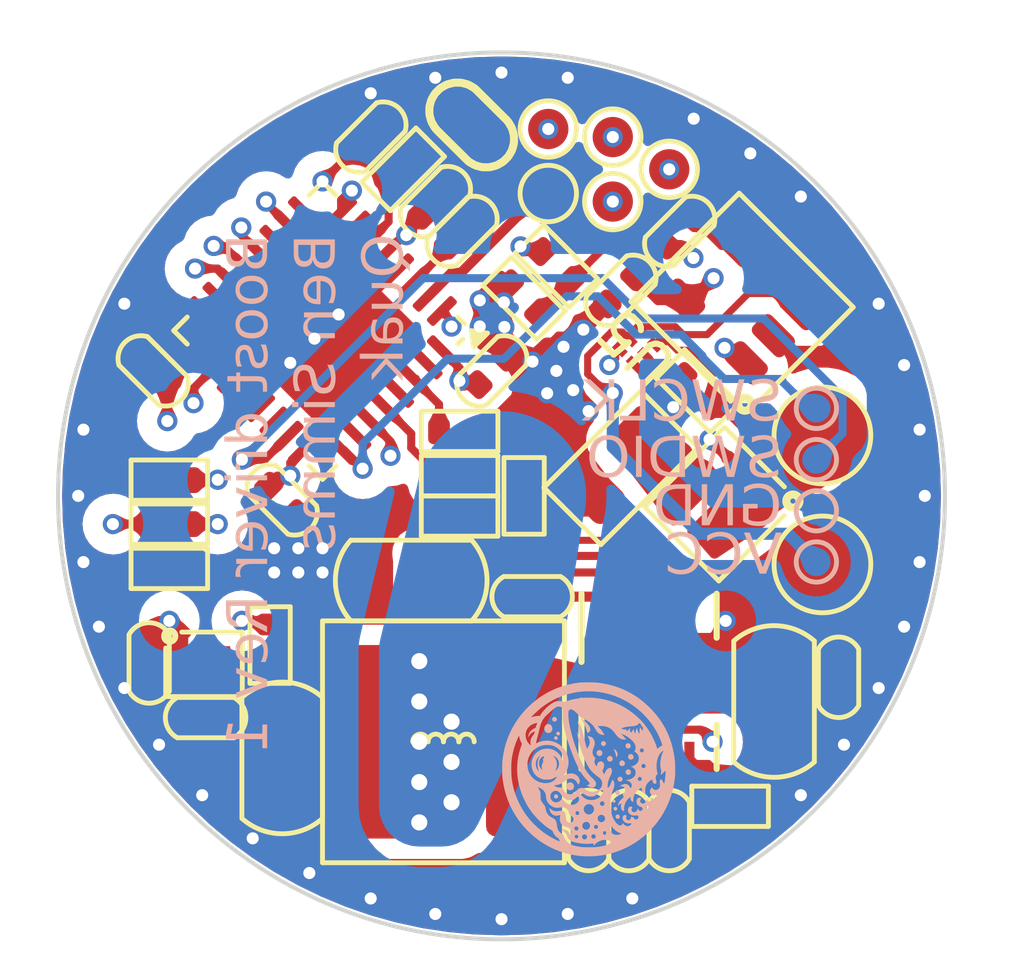
<source format=kicad_pcb>
(kicad_pcb (version 20240108) (generator "pcbnew") (generator_version "8.0")
  (title_block (comment 4 "AISLER Project ID: PRKDVBFZ"))
  (layers (0 "F.Cu" signal) (1 "In1.Cu" power) (2 "In2.Cu" power) (31 "B.Cu" signal) (34 "B.Paste" user) (35 "F.Paste" user) (36 "B.SilkS" user "B.Silkscreen") (37 "F.SilkS" user "F.Silkscreen") (38 "B.Mask" user) (39 "F.Mask" user) (44 "Edge.Cuts" user))
  (net 0 "")
  (net 1 "/HDR")
  (net 2 "GND")
  (net 3 "Net-(U1-BST)")
  (net 4 "Net-(U1-SS)")
  (net 5 "Net-(U1-COMP)")
  (net 6 "/FB")
  (net 7 "Net-(U1-SW)")
  (net 8 "Net-(U1-VDD)")
  (net 9 "+BATT")
  (net 10 "Net-(U1-ILIM)")
  (net 12 "VPP")
  (net 13 "/-LED")
  (net 14 "/OPAMP_EN")
  (net 16 "VCC")
  (net 17 "Net-(Q1-S)")
  (net 18 "/SWCLK")
  (net 20 "/BAT_SENSE")
  (net 22 "Net-(J3-Pin_1)")
  (net 23 "Net-(U3-BOOT0)")
  (net 25 "Net-(U3-NRST)")
  (net 26 "/DAC")
  (net 29 "/BOOST_EN")
  (net 30 "/SWDIO")
  (net 32 "Net-(C7-Pad2)")
  (net 33 "Net-(C9-Pad2)")
  (net 34 "Net-(U1-EN)")
  (net 35 "Net-(J9-Pin_1)")
  (net 36 "Net-(J10-Pin_1)")
  (net 37 "Net-(J11-Pin_1)")
  (net 38 "Net-(J12-Pin_1)")
  (net 40 "Net-(U2-+)")
  (net 41 "/SHUNT_SELECT")
  (net 43 "Net-(U2--)")
  (footprint "Resistor_SMD_AKL:R_0402_1005Metric" (layer "F.Cu") (at 90.4 89.4 180)
    (property "Reference" "R2" (hide yes))
    (property "Value" "24k - R_UVLO_BOTTOM" (hide yes))
  )
  (footprint "Capacitor_SMD_AKL:C_0402_1005Metric" (layer "F.Cu") (at 90.460589 82.339411 45)
    (property "Reference" "C14" (hide yes))
    (property "Value" "100nF" (hide yes))
  )
  (footprint "Capacitor_SMD_AKL:C_0402_1005Metric" (layer "F.Cu") (at 86 89 135)
    (property "Reference" "C15" (hide yes))
    (property "Value" "100nF" (hide yes))
  )
  (footprint "footprints:XSON6_SOT1202_NEX" (layer "F.Cu") (at 94.811415 85.211415 135)
    (property "Reference" "U5")
    (property "Value" "XS3A1T3157GSH")
  )
  (footprint "Resistor_SMD_AKL:R_0402_1005Metric" (layer "F.Cu") (at 85.7 92.6 90)
    (property "Reference" "R13" (hide yes))
    (property "Value" "1.6M - R_BAT_TOP" (hide yes))
  )
  (footprint "TestPoint:TestPoint_Pad_D2.0mm" (layer "F.Cu") (at 99.4 87.4 180)
    (property "Reference" "J2" (hide yes))
    (property "Value" "-LED" (hide yes))
  )
  (footprint "TestPoint:TestPoint_Pad_D1.0mm" (layer "F.Cu") (at 95.6 80.8)
    (property "Reference" "J10" (hide yes))
    (property "Value" "R" (hide yes))
  )
  (footprint "Capacitor_SMD_AKL:C_0805_2012Metric" (layer "F.Cu") (at 98.2 94 -90)
    (property "Reference" "C13" (hide yes))
    (property "Value" "47uF" (hide yes))
  )
  (footprint "TestPoint:TestPoint_Pad_D2.0mm" (layer "F.Cu") (at 99.4 90.6 180)
    (property "Reference" "J1" (hide yes))
    (property "Value" "+LED" (hide yes))
  )
  (footprint "TestPoint:TestPoint_Pad_D1.0mm" (layer "F.Cu") (at 92.6 81.4)
    (property "Reference" "J3" (hide yes))
    (property "Value" "Button LED")
  )
  (footprint "Capacitor_SMD_AKL:C_0402_1005Metric" (layer "F.Cu") (at 94.6 97.2 -90)
    (property "Reference" "C5" (hide yes))
    (property "Value" "22nF" (hide yes))
  )
  (footprint "Capacitor_SMD_AKL:C_0402_1005Metric" (layer "F.Cu") (at 82.8 85.8 -45)
    (property "Reference" "C19" (hide yes))
    (property "Value" "10uF" (hide yes))
  )
  (footprint "Package_TO_SOT_SMD_AKL:SOT-23-5" (layer "F.Cu") (at 97.406066 84.149569 135)
    (property "Reference" "U2" (hide yes))
    (property "Value" "OPA333AIDBV" (hide yes))
  )
  (footprint "Resistor_SMD_AKL:R_0805_2012Metric" (layer "F.Cu") (at 94.4 88.2 -135)
    (property "Reference" "R5" (hide yes))
    (property "Value" "10m - R_SENSE_MAIN" (hide yes))
  )
  (footprint "Capacitor_SMD_AKL:C_0402_1005Metric" (layer "F.Cu") (at 99.8 93.4 -90)
    (property "Reference" "C10" (hide yes))
    (property "Value" "100nF" (hide yes))
  )
  (footprint "Capacitor_SMD_AKL:C_0402_1005Metric" (layer "F.Cu") (at 92.2 91.4)
    (property "Reference" "C6" (hide yes))
    (property "Value" "100nF" (hide yes))
  )
  (footprint "Resistor_SMD_AKL:R_0402_1005Metric" (layer "F.Cu") (at 92 84 135)
    (property "Reference" "R4" (hide yes))
    (property "Value" "3.3K - R_DAC_BOTTOM1" (hide yes))
  )
  (footprint "Capacitor_SMD_AKL:C_0402_1005Metric" (layer "F.Cu") (at 95.860589 82.339411 -135)
    (property "Reference" "C7" (hide yes))
    (property "Value" "3.3nF" (hide yes))
  )
  (footprint "TestPoint:TestPoint_Pad_D1.0mm" (layer "F.Cu") (at 94.2 81.6)
    (property "Reference" "J12" (hide yes))
    (property "Value" "Button" (hide yes))
  )
  (footprint "PCM_Package_DFN_QFN_AKL:UDFN-4-1EP_1x1mm_P0.65mm_EP0.48x0.48mm" (layer "F.Cu") (at 84.06 93.078286)
    (property "Reference" "U4" (hide yes))
    (property "Value" "NCP114AMX280TCG" (hide yes))
  )
  (footprint "Capacitor_SMD_AKL:C_0402_1005Metric" (layer "F.Cu") (at 82.7 93.044365 -90)
    (property "Reference" "C20" (hide yes))
    (property "Value" "4.7uF" (hide yes))
  )
  (footprint "footprints:QFN-13_MP3431_MNP" (layer "F.Cu") (at 95.099999 93.500001)
    (property "Reference" "U1" (hide yes))
    (property "Value" "MP3431GL-P" (hide yes))
  )
  (footprint "Resistor_SMD_AKL:R_0402_1005Metric" (layer "F.Cu") (at 90.4 88.4)
    (property "Reference" "R1" (hide yes))
    (property "Value" "20k - R_UVLO_BOTTOM" (hide yes))
  )
  (footprint "Resistor_SMD_AKL:R_0402_1005Metric" (layer "F.Cu") (at 92 88.9 90)
    (property "Reference" "R7" (hide yes))
    (property "Value" "27k" (hide yes))
  )
  (footprint "Capacitor_SMD_AKL:C_0402_1005Metric" (layer "F.Cu") (at 91.2 85.8 -135)
    (property "Reference" "C17" (hide yes))
    (property "Value" "100nF" (hide yes))
  )
  (footprint "Capacitor_SMD_AKL:C_0402_1005Metric" (layer "F.Cu") (at 88.2 80 45)
    (property "Reference" "C21" (hide yes))
    (property "Value" "1nF" (hide yes))
  )
  (footprint "Package_DFN_QFN:QFN-32-1EP_5x5mm_P0.5mm_EP3.45x3.45mm" (layer "F.Cu") (at 87 84.8 -135)
    (property "Reference" "U3" (hide yes))
    (property "Value" "STM32L072KBUx" (hide yes))
  )
  (footprint "Resistor_SMD_AKL:R_0402_1005Metric" (layer "F.Cu") (at 96.3 86.3 135)
    (property "Reference" "R6" (hide yes))
    (property "Value" "4R - R_SENSE_HDR" (hide yes))
  )
  (footprint "Package_TO_SOT_SMD_AKL:Vishay_PowerPAK_SC70-6L_Single" (layer "F.Cu") (at 96.9 89.1 -135)
    (property "Reference" "Q1" (hide yes))
    (property "Value" "~" (hide yes))
  )
  (footprint "Capacitor_SMD_AKL:C_0402_1005Metric" (layer "F.Cu") (at 93.6 97.2 -90)
    (property "Reference" "C4" (hide yes))
    (property "Value" "4.7uF" (hide yes))
  )
  (footprint "Capacitor_SMD_AKL:C_0402_1005Metric" (layer "F.Cu") (at 89.8 81.6 -135)
    (property "Reference" "C18" (hide yes))
    (property "Value" "100nF" (hide yes))
  )
  (footprint "Capacitor_SMD_AKL:C_0402_1005Metric" (layer "F.Cu") (at 94.4 83.8 45)
    (property "Reference" "C8" (hide yes))
    (property "Value" "100nF" (hide yes))
  )
  (footprint "Resistor_SMD_AKL:R_0402_1005Metric" (layer "F.Cu") (at 97.109999 96.6)
    (property "Reference" "R8" (hide yes))
    (property "Value" "6.8k" (hide yes))
  )
  (footprint "Capacitor_SMD_AKL:C_0402_1005Metric" (layer "F.Cu") (at 84.1 94.4 180)
    (property "Reference" "C16" (hide yes))
    (property "Value" "4.7uF" (hide yes))
  )
  (footprint "Resistor_SMD_AKL:R_0402_1005Metric" (layer "F.Cu") (at 83.2 90.7)
    (property "Reference" "R10" (hide yes))
    (property "Value" "75k - R_FB_B" (hide yes))
  )
  (footprint "TestPoint:TestPoint_Pad_D1.0mm" (layer "F.Cu") (at 92.6 79.8)
    (property "Reference" "J11" (hide yes))
    (property "Value" "G" (hide yes))
  )
  (footprint "Resistor_SMD_AKL:R_0402_1005Metric" (layer "F.Cu") (at 83.2 89.6 180)
    (property "Reference" "R9" (hide yes))
    (property "Value" "750k - R_FB_A" (hide yes))
  )
  (footprint "Capacitor_SMD_AKL:C_0805_2012Metric" (layer "F.Cu") (at 86 95.4 -90)
    (property "Reference" "C3" (hide yes))
    (property "Value" "47uF" (hide yes))
  )
  (footprint "Resistor_SMD_AKL:R_0402_1005Metric" (layer "F.Cu") (at 92.8 83.2 -45)
    (property "Reference" "R3" (hide yes))
    (property "Value" "285k - R_DAC_TOP" (hide yes))
  )
  (footprint "TestPoint:TestPoint_Pad_D1.0mm" (layer "F.Cu") (at 94.2 80)
    (property "Reference" "J9" (hide yes))
    (property "Value" "B" (hide yes))
  )
  (footprint "Capacitor_SMD_AKL:C_0402_1005Metric" (layer "F.Cu") (at 95.6 97.2 -90)
    (property "Reference" "C9" (hide yes))
    (property "Value" "6.8nF" (hide yes))
  )
  (footprint "Resistor_SMD_AKL:R_0402_1005Metric" (layer "F.Cu") (at 89 80.8 45)
    (property "Reference" "R14" (hide yes))
    (property "Value" "3M - R_BAT_BOT" (hide yes))
  )
  (footprint "Capacitor_SMD_AKL:C_0805_2012Metric" (layer "F.Cu") (at 89.2 91 180)
    (property "Reference" "C1" (hide yes))
    (property "Value" "47uF" (hide yes))
  )
  (footprint "TestPoint:TestPoint_Pad_D1.0mm_copy" (layer "F.Cu") (at 90.7 79.7 -45)
    (property "Reference" "J4" (hide yes))
    (property "Value" "Wire GND")
  )
  (footprint "Resistor_SMD_AKL:R_0402_1005Metric" (layer "F.Cu") (at 83.2 88.509999 180)
    (property "Reference" "R11" (hide yes))
    (property "Value" "434k - R_FB_C" (hide yes))
  )
  (footprint "PCM_Inductor_SMD_Handsoldering_AKL:L_Coilcraft_XAL5030" (layer "F.Cu") (at 90 95)
    (property "Reference" "L1" (hide yes))
    (property "Value" "1.3uH" (hide yes))
  )
  (footprint "Resistor_SMD_AKL:R_0402_1005Metric" (layer "F.Cu") (at 90.4 87.3)
    (property "Reference" "R12" (hide yes))
    (property "Value" "10k" (hide yes))
  )
  (footprint "TestPoint:TestPoint_Pad_D0.7mm" (layer "B.Cu") (at 99.25 86.729999 -90)
    (property "Reference" "J6" (hide yes))
    (property "Value" "SWCLK" (hide yes))
  )
  (footprint "TestPoint:TestPoint_Pad_D0.7mm" (layer "B.Cu") (at 99.25 88 -90)
    (property "Reference" "J5" (hide yes))
    (property "Value" "SWDIO" (hide yes))
  )
  (footprint "TestPoint:TestPoint_Pad_D0.7mm" (layer "B.Cu") (at 99.25 90.539999 -90)
    (property "Reference" "J8" (hide yes))
    (property "Value" "VCC" (hide yes))
  )
  (footprint "TestPoint:TestPoint_Pad_D0.7mm" (layer "B.Cu") (at 99.25 89.269999 -90)
    (property "Reference" "J7" (hide yes))
    (property "Value" "GND" (hide yes))
  )
  (gr_poly (pts (xy 96.2 95.9) (xy 96.9 95.9) (xy 97.4 96.4) (xy 97.3 95.7) (xy 96.2 95.6)) (stroke (width 0.2)) (fill solid) (layer "F.Cu") (net 2))
  (gr_poly (pts (xy 94.7 92.8) (xy 94.7 92.4) (xy 96.8 92.4) (xy 96.8 92.8)) (stroke (width 0.2)) (fill solid) (layer "F.Cu") (net 12))
  (gr_circle (center 99.4 87.4) (end 100.481665 87.4) (stroke (width 0.2)) (fill solid) (layer "F.Cu") (net 13))
  (gr_poly (pts (xy 92.1 92.9) (xy 92.2 92.9) (xy 94.4 93.4) (xy 94.4 93.6) (xy 94.1 93.9) (xy 92.2 97.2) (xy 92.1 97.2)) (stroke (width 0.2)) (fill solid) (layer "F.Cu") (net 7))
  (gr_circle (center 99.4 90.6) (end 100.504536 90.6) (stroke (width 0.2)) (fill solid) (layer "F.Cu") (net 12))
  (gr_circle (center 91.44 88.9) (end 93.44 88.9) (stroke (width 0.2)) (fill solid) (layer "B.Cu") (net 9))
  (gr_poly (pts (xy 94.056856 95.414901) (xy 94.057228 95.41156) (xy 94.057834 95.408224) (xy 94.058669 95.404901) (xy 94.059719 95.401597) (xy 94.060977 95.398324) (xy 94.062434 95.395085) (xy 94.064079 95.391893) (xy 94.065902 95.388755) (xy 94.067896 95.385677) (xy 94.070047 95.382669) (xy 94.072351 95.37974) (xy 94.074793 95.376898) (xy 94.077368 95.374149) (xy 94.080064 95.371504) (xy 94.082872 95.36897) (xy 94.085784 95.366556) (xy 94.088788 95.36427) (xy 94.091874 95.362119) (xy 94.095037 95.360113) (xy 94.098262 95.358257) (xy 94.101543 95.356564) (xy 94.10487 95.35504) (xy 94.10823 95.353691) (xy 94.11162 95.35253) (xy 94.115024 95.35156) (xy 94.118436 95.350794) (xy 94.121846 95.350238) (xy 94.125246 95.3499) (xy 94.128623 95.349789) (xy 94.131969 95.349912) (xy 94.135272 95.350278) (xy 94.140109 95.351214) (xy 94.144931 95.352558) (xy 94.149711 95.354285) (xy 94.154419 95.356368) (xy 94.15902 95.358782) (xy 94.163489 95.361502) (xy 94.167794 95.364502) (xy 94.171901 95.367754) (xy 94.175784 95.371237) (xy 94.179409 95.374921) (xy 94.182745 95.378782) (xy 94.185768 95.382793) (xy 94.188438 95.38693) (xy 94.190734 95.391166) (xy 94.192619 95.395476) (xy 94.193396 95.397651) (xy 94.194063 95.399834) (xy 94.195294 95.404369) (xy 94.196351 95.408513) (xy 94.197235 95.412313) (xy 94.19794 95.415821) (xy 94.198464 95.419085) (xy 94.198807 95.422148) (xy 94.198966 95.425065) (xy 94.198937 95.42788) (xy 94.198722 95.430641) (xy 94.198317 95.433398) (xy 94.197718 95.436199) (xy 94.196924 95.439092) (xy 94.195932 95.442124) (xy 94.194744 95.445346) (xy 94.193353 95.448803) (xy 94.19176 95.452546) (xy 94.190234 95.455752) (xy 94.188505 95.458839) (xy 94.186581 95.461801) (xy 94.184474 95.464635) (xy 94.18219 95.467338) (xy 94.179745 95.469909) (xy 94.177145 95.472345) (xy 94.174399 95.474643) (xy 94.171519 95.476799) (xy 94.168513 95.47881) (xy 94.165394 95.480676) (xy 94.162169 95.482392) (xy 94.158847 95.483955) (xy 94.15544 95.485364) (xy 94.151959 95.486614) (xy 94.14841 95.487704) (xy 94.144806 95.488631) (xy 94.141155 95.489391) (xy 94.137466 95.489983) (xy 94.133753 95.490403) (xy 94.130023 95.490648) (xy 94.126286 95.490715) (xy 94.122551 95.490603) (xy 94.118829 95.490309) (xy 94.115131 95.489828) (xy 94.111465 95.48916) (xy 94.107842 95.4883) (xy 94.104269 95.487245) (xy 94.100761 95.485995) (xy 94.097323 95.484546) (xy 94.093967 95.482892) (xy 94.090703 95.481036) (xy 94.088972 95.479925) (xy 94.08726 95.478718) (xy 94.085574 95.477417) (xy 94.083912 95.476029) (xy 94.080672 95.473006) (xy 94.07756 95.469682) (xy 94.074595 95.466085) (xy 94.071793 95.462255) (xy 94.069173 95.458219) (xy 94.066754 95.454016) (xy 94.06455 95.449673) (xy 94.062583 95.445228) (xy 94.060868 95.440712) (xy 94.059427 95.43616) (xy 94.058274 95.431602) (xy 94.057428 95.427073) (xy 94.057125 95.42483) (xy 94.056907 95.422607) (xy 94.056774 95.420408) (xy 94.05673 95.418237)) (stroke (width -0.000001)) (fill solid) (layer "B.SilkS"))
  (gr_poly (pts (xy 94.188734 96.470125) (xy 94.188954 96.467285) (xy 94.18937 96.46447) (xy 94.189977 96.461694) (xy 94.190771 96.458968) (xy 94.19175 96.456307) (xy 94.192906 96.453722) (xy 94.194239 96.451226) (xy 94.195741 96.448834) (xy 94.197408 96.446557) (xy 94.199238 96.444411) (xy 94.201223 96.442405) (xy 94.203365 96.440557) (xy 94.205653 96.438877) (xy 94.208087 96.437378) (xy 94.210658 96.436073) (xy 94.213369 96.434976) (xy 94.216209 96.4341) (xy 94.219178 96.43346) (xy 94.222267 96.433064) (xy 94.225477 96.432931) (xy 94.228147 96.433017) (xy 94.230759 96.433272) (xy 94.233313 96.433692) (xy 94.235804 96.434268) (xy 94.238224 96.434994) (xy 94.240575 96.435866) (xy 94.24285 96.436876) (xy 94.245044 96.43802) (xy 94.247154 96.43929) (xy 94.249177 96.440679) (xy 94.251106 96.442185) (xy 94.252941 96.443798) (xy 94.254675 96.445512) (xy 94.256304 96.447325) (xy 94.257825 96.449227) (xy 94.259234 96.451213) (xy 94.260526 96.453277) (xy 94.261699 96.455412) (xy 94.262745 96.457614) (xy 94.263665 96.459877) (xy 94.26445 96.462191) (xy 94.265099 96.464555) (xy 94.265608 96.46696) (xy 94.265972 96.4694) (xy 94.266185 96.47187) (xy 94.266249 96.474362) (xy 94.266153 96.476872) (xy 94.265898 96.479393) (xy 94.265476 96.48192) (xy 94.264886 96.484446) (xy 94.264122 96.486964) (xy 94.263182 96.48947) (xy 94.262209 96.491645) (xy 94.261132 96.493713) (xy 94.259956 96.495672) (xy 94.258687 96.497521) (xy 94.257327 96.49926) (xy 94.255884 96.500889) (xy 94.254358 96.502405) (xy 94.252755 96.50381) (xy 94.251079 96.505099) (xy 94.249339 96.506273) (xy 94.247533 96.507333) (xy 94.245671 96.508276) (xy 94.243753 96.509102) (xy 94.241785 96.509811) (xy 94.239773 96.510398) (xy 94.237719 96.510867) (xy 94.235628 96.511215) (xy 94.233507 96.511441) (xy 94.231358 96.511545) (xy 94.229187 96.511526) (xy 94.226995 96.511381) (xy 94.224792 96.511111) (xy 94.222579 96.510717) (xy 94.220358 96.510193) (xy 94.21814 96.509544) (xy 94.215924 96.508764) (xy 94.213717 96.507856) (xy 94.211522 96.506816) (xy 94.209345 96.505646) (xy 94.207191 96.504344) (xy 94.205062 96.502907) (xy 94.202964 96.501338) (xy 94.200495 96.499225) (xy 94.198273 96.496982) (xy 94.196294 96.494618) (xy 94.194555 96.492147) (xy 94.193049 96.489582) (xy 94.191777 96.48694) (xy 94.190729 96.484228) (xy 94.189903 96.481463) (xy 94.189294 96.478656) (xy 94.188901 96.475824) (xy 94.188715 96.472975)) (stroke (width -0.000001)) (fill solid) (layer "B.SilkS"))
  (gr_poly (pts (xy 94.219844 96.653557) (xy 94.220233 96.6499) (xy 94.220869 96.646389) (xy 94.221735 96.643031) (xy 94.222826 96.63983) (xy 94.224129 96.636789) (xy 94.225631 96.633912) (xy 94.227323 96.631206) (xy 94.229192 96.628673) (xy 94.231228 96.626317) (xy 94.233418 96.624144) (xy 94.235752 96.622158) (xy 94.23822 96.620363) (xy 94.240807 96.618763) (xy 94.243507 96.617363) (xy 94.246302 96.616168) (xy 94.249188 96.61518) (xy 94.252148 96.614405) (xy 94.255171 96.613846) (xy 94.258249 96.61351) (xy 94.261372 96.613398) (xy 94.264524 96.613518) (xy 94.267694 96.613872) (xy 94.270874 96.614463) (xy 94.274051 96.615298) (xy 94.277215 96.616382) (xy 94.280352 96.617715) (xy 94.283451 96.619306) (xy 94.286505 96.621157) (xy 94.289497 96.623273) (xy 94.29242 96.625656) (xy 94.295262 96.628314) (xy 94.297017 96.630133) (xy 94.298666 96.631969) (xy 94.300207 96.63382) (xy 94.301643 96.635689) (xy 94.302968 96.63757) (xy 94.30419 96.639467) (xy 94.305304 96.641375) (xy 94.30631 96.643296) (xy 94.307209 96.645227) (xy 94.308 96.647168) (xy 94.308685 96.649119) (xy 94.309262 96.651076) (xy 94.309731 96.65304) (xy 94.310093 96.65501) (xy 94.310348 96.656985) (xy 94.310495 96.658964) (xy 94.310534 96.660946) (xy 94.310467 96.662928) (xy 94.31029 96.664913) (xy 94.310008 96.666897) (xy 94.309617 96.668881) (xy 94.309117 96.670862) (xy 94.308511 96.672839) (xy 94.307796 96.674813) (xy 94.306973 96.676781) (xy 94.306042 96.678744) (xy 94.305003 96.680701) (xy 94.303856 96.682648) (xy 94.302601 96.684586) (xy 94.301238 96.686515) (xy 94.299767 96.688434) (xy 94.298186 96.690339) (xy 94.295556 96.693164) (xy 94.292802 96.69568) (xy 94.289934 96.697898) (xy 94.286968 96.69982) (xy 94.283917 96.701453) (xy 94.280796 96.702802) (xy 94.277616 96.703874) (xy 94.274393 96.704675) (xy 94.271144 96.705209) (xy 94.267875 96.705484) (xy 94.264606 96.705503) (xy 94.261347 96.705274) (xy 94.258112 96.704802) (xy 94.254919 96.704093) (xy 94.251777 96.703153) (xy 94.248701 96.701988) (xy 94.245705 96.700602) (xy 94.242803 96.699002) (xy 94.240009 96.697193) (xy 94.237336 96.695182) (xy 94.234798 96.692976) (xy 94.232408 96.690577) (xy 94.230182 96.687993) (xy 94.228132 96.685231) (xy 94.226271 96.682295) (xy 94.224612 96.679189) (xy 94.223173 96.675923) (xy 94.221964 96.672499) (xy 94.221001 96.668925) (xy 94.220294 96.665207) (xy 94.219859 96.66135) (xy 94.219714 96.657359)) (stroke (width -0.000001)) (fill solid) (layer "B.SilkS"))
  (gr_poly (pts (xy 93.797712 95.273365) (xy 93.798513 95.266878) (xy 93.799816 95.260666) (xy 93.801589 95.254733) (xy 93.80381 95.249093) (xy 93.806446 95.243752) (xy 93.809472 95.238717) (xy 93.812858 95.234001) (xy 93.816579 95.229611) (xy 93.820603 95.225554) (xy 93.824905 95.221841) (xy 93.829456 95.218478) (xy 93.834229 95.215477) (xy 93.839198 95.212846) (xy 93.84433 95.210593) (xy 93.849603 95.208725) (xy 93.854984 95.207254) (xy 93.860446 95.206187) (xy 93.865964 95.205533) (xy 93.871507 95.205301) (xy 93.877051 95.205499) (xy 93.882562 95.206137) (xy 93.88802 95.207223) (xy 93.893389 95.208766) (xy 93.898648 95.210773) (xy 93.903763 95.213254) (xy 93.908712 95.216219) (xy 93.913464 95.219675) (xy 93.917991 95.223632) (xy 93.922265 95.228099) (xy 93.926257 95.233082) (xy 93.929944 95.238593) (xy 93.932683 95.243593) (xy 93.935021 95.248907) (xy 93.936959 95.254484) (xy 93.938499 95.260268) (xy 93.939646 95.266209) (xy 93.940398 95.27225) (xy 93.940756 95.278339) (xy 93.940725 95.284423) (xy 93.94031 95.290449) (xy 93.939506 95.29636) (xy 93.938318 95.302105) (xy 93.936749 95.307632) (xy 93.9348 95.312886) (xy 93.932473 95.317811) (xy 93.92977 95.322357) (xy 93.928277 95.324472) (xy 93.926693 95.326471) (xy 93.922481 95.331094) (xy 93.918046 95.335242) (xy 93.913415 95.338923) (xy 93.908606 95.342146) (xy 93.903643 95.344918) (xy 93.898554 95.347247) (xy 93.893358 95.349145) (xy 93.888078 95.350615) (xy 93.882743 95.35167) (xy 93.877369 95.352315) (xy 93.871985 95.352561) (xy 93.866611 95.352414) (xy 93.861271 95.351885) (xy 93.855991 95.350981) (xy 93.850789 95.349708) (xy 93.845694 95.34808) (xy 93.840726 95.3461) (xy 93.835909 95.343779) (xy 93.831267 95.341125) (xy 93.826825 95.338146) (xy 93.822601 95.33485) (xy 93.818624 95.331248) (xy 93.814914 95.327344) (xy 93.811494 95.323151) (xy 93.808392 95.318674) (xy 93.805625 95.313921) (xy 93.803221 95.308905) (xy 93.8012 95.303628) (xy 93.79959 95.298104) (xy 93.79841 95.292338) (xy 93.797686 95.286339) (xy 93.797439 95.280117)) (stroke (width -0.000001)) (fill solid) (layer "B.SilkS"))
  (gr_poly (pts (xy 94.517135 95.094348) (xy 94.517234 95.090569) (xy 94.517422 95.087121) (xy 94.51771 95.08396) (xy 94.518118 95.081047) (xy 94.518661 95.078343) (xy 94.519356 95.075808) (xy 94.520218 95.073401) (xy 94.521266 95.071081) (xy 94.522512 95.068808) (xy 94.523972 95.066542) (xy 94.525668 95.064244) (xy 94.527612 95.061875) (xy 94.52982 95.059391) (xy 94.53231 95.056752) (xy 94.535097 95.053922) (xy 94.537865 95.0512) (xy 94.540457 95.048761) (xy 94.542912 95.046586) (xy 94.545258 95.044662) (xy 94.547535 95.042976) (xy 94.549774 95.041511) (xy 94.550888 95.040859) (xy 94.552009 95.040257) (xy 94.553134 95.039701) (xy 94.554273 95.039194) (xy 94.55543 95.038731) (xy 94.556605 95.03831) (xy 94.557806 95.037931) (xy 94.559036 95.037593) (xy 94.561598 95.037024) (xy 94.564331 95.036591) (xy 94.567264 95.036281) (xy 94.570434 95.036077) (xy 94.573873 95.035964) (xy 94.577616 95.03593) (xy 94.582787 95.036055) (xy 94.587758 95.036434) (xy 94.592529 95.037063) (xy 94.597101 95.037944) (xy 94.601473 95.039079) (xy 94.605645 95.040463) (xy 94.609619 95.042101) (xy 94.613393 95.043991) (xy 94.616968 95.046134) (xy 94.620345 95.048529) (xy 94.623523 95.051175) (xy 94.626502 95.054075) (xy 94.629283 95.057228) (xy 94.631866 95.060633) (xy 94.634251 95.064292) (xy 94.636438 95.068203) (xy 94.638137 95.07186) (xy 94.639605 95.075793) (xy 94.640843 95.07996) (xy 94.641853 95.084322) (xy 94.642633 95.088837) (xy 94.643181 95.093465) (xy 94.643503 95.098168) (xy 94.643594 95.102905) (xy 94.643459 95.107634) (xy 94.643094 95.112317) (xy 94.642501 95.116911) (xy 94.641679 95.121378) (xy 94.64063 95.125678) (xy 94.639352 95.12977) (xy 94.637848 95.133613) (xy 94.636116 95.137167) (xy 94.635296 95.138606) (xy 94.634403 95.140043) (xy 94.633447 95.141469) (xy 94.632433 95.142875) (xy 94.631376 95.144254) (xy 94.630277 95.145595) (xy 94.629151 95.146887) (xy 94.628003 95.148124) (xy 94.626844 95.149297) (xy 94.625683 95.150396) (xy 94.624527 95.151411) (xy 94.623385 95.152333) (xy 94.622265 95.153154) (xy 94.621176 95.153864) (xy 94.620128 95.154455) (xy 94.619129 95.154917) (xy 94.61187 95.157681) (xy 94.60488 95.159969) (xy 94.598151 95.16178) (xy 94.591675 95.16311) (xy 94.585445 95.16396) (xy 94.579451 95.164327) (xy 94.573686 95.164211) (xy 94.568138 95.163611) (xy 94.562803 95.162524) (xy 94.55767 95.160951) (xy 94.552734 95.158888) (xy 94.547983 95.156336) (xy 94.54341 95.153292) (xy 94.539007 95.149757) (xy 94.534764 95.145727) (xy 94.530674 95.141203) (xy 94.528772 95.138872) (xy 94.527041 95.136597) (xy 94.525476 95.134357) (xy 94.524071 95.132129) (xy 94.522819 95.129894) (xy 94.521713 95.127629) (xy 94.520742 95.125311) (xy 94.519907 95.122919) (xy 94.519193 95.12043) (xy 94.518596 95.117825) (xy 94.518111 95.11508) (xy 94.517732 95.112173) (xy 94.517447 95.109083) (xy 94.517253 95.105787) (xy 94.51714 95.102265) (xy 94.517106 95.098496)) (stroke (width -0.000001)) (fill solid) (layer "B.SilkS"))
  (gr_poly (pts (xy 93.426542 94.416553) (xy 93.43233 94.421237) (xy 93.439902 94.427567) (xy 93.459109 94.44405) (xy 93.481593 94.463771) (xy 93.50479 94.484503) (xy 93.521388 94.499774) (xy 93.536858 94.514599) (xy 93.551216 94.528995) (xy 93.564471 94.542983) (xy 93.576637 94.556584) (xy 93.587731 94.569815) (xy 93.597763 94.582697) (xy 93.606747 94.595251) (xy 93.614697 94.607494) (xy 93.621627 94.619446) (xy 93.627548 94.631129) (xy 93.632478 94.642562) (xy 93.636425 94.653762) (xy 93.639409 94.664752) (xy 93.641435 94.675549) (xy 93.642524 94.686175) (xy 93.642748 94.692339) (xy 93.642717 94.698507) (xy 93.642444 94.704514) (xy 93.641951 94.710196) (xy 93.641254 94.715386) (xy 93.640836 94.717746) (xy 93.640373 94.719922) (xy 93.639868 94.721893) (xy 93.639323 94.723637) (xy 93.638742 94.725136) (xy 93.638125 94.726367) (xy 93.635304 94.730855) (xy 93.631995 94.735488) (xy 93.628265 94.740203) (xy 93.624185 94.744942) (xy 93.619825 94.749645) (xy 93.615253 94.754252) (xy 93.610543 94.758705) (xy 93.60576 94.762942) (xy 93.600976 94.766904) (xy 93.596258 94.770533) (xy 93.59168 94.773766) (xy 93.587309 94.776546) (xy 93.583216 94.778812) (xy 93.579469 94.780504) (xy 93.577749 94.781117) (xy 93.576138 94.781564) (xy 93.574653 94.781838) (xy 93.573297 94.78193) (xy 93.573146 94.781849) (xy 93.572948 94.781607) (xy 93.572412 94.780662) (xy 93.571697 94.779122) (xy 93.570817 94.777025) (xy 93.5686 94.771274) (xy 93.565853 94.763666) (xy 93.562663 94.754454) (xy 93.559125 94.743896) (xy 93.555322 94.732243) (xy 93.551351 94.719753) (xy 93.537722 94.678742) (xy 93.5225 94.637232) (xy 93.506 94.595924) (xy 93.488533 94.555512) (xy 93.470417 94.516697) (xy 93.45196 94.480177) (xy 93.433479 94.446647) (xy 93.415286 94.416806) (xy 93.403315 94.398285)) (stroke (width -0.000001)) (fill solid) (layer "B.SilkS"))
  (gr_poly (pts (xy 92.501701 94.661654) (xy 92.50272 94.653193) (xy 92.504304 94.644961) (xy 92.506424 94.636979) (xy 92.509056 94.629267) (xy 92.512177 94.621849) (xy 92.515759 94.614745) (xy 92.519779 94.607977) (xy 92.524213 94.601569) (xy 92.529033 94.595541) (xy 92.534219 94.589916) (xy 92.53974 94.584715) (xy 92.545573 94.57996) (xy 92.551695 94.575672) (xy 92.558081 94.571876) (xy 92.564705 94.568591) (xy 92.57154 94.565839) (xy 92.578565 94.563643) (xy 92.585753 94.562024) (xy 92.593077 94.561006) (xy 92.600516 94.560607) (xy 92.608043 94.560853) (xy 92.615633 94.561764) (xy 92.62326 94.56336) (xy 92.630903 94.565666) (xy 92.638532 94.568703) (xy 92.646126 94.572492) (xy 92.653657 94.577057) (xy 92.657435 94.579716) (xy 92.661083 94.582603) (xy 92.664597 94.585705) (xy 92.667973 94.589011) (xy 92.671208 94.59251) (xy 92.674298 94.596189) (xy 92.677241 94.600037) (xy 92.680035 94.604046) (xy 92.682673 94.608201) (xy 92.685157 94.612491) (xy 92.687478 94.616907) (xy 92.689636 94.621436) (xy 92.69163 94.626066) (xy 92.693453 94.630788) (xy 92.696577 94.64046) (xy 92.698986 94.650358) (xy 92.699913 94.655365) (xy 92.700652 94.660394) (xy 92.701198 94.665435) (xy 92.70155 94.670477) (xy 92.701702 94.675507) (xy 92.701654 94.680515) (xy 92.7014 94.685491) (xy 92.700939 94.690421) (xy 92.700268 94.695296) (xy 92.699381 94.700103) (xy 92.698276 94.70483) (xy 92.696951 94.709469) (xy 92.695403 94.714006) (xy 92.693627 94.718431) (xy 92.691703 94.722572) (xy 92.68952 94.726729) (xy 92.687096 94.730882) (xy 92.68445 94.73501) (xy 92.681607 94.739088) (xy 92.678581 94.743098) (xy 92.675397 94.747013) (xy 92.67207 94.750814) (xy 92.668624 94.754478) (xy 92.665076 94.757986) (xy 92.661448 94.76131) (xy 92.657759 94.764436) (xy 92.65403 94.767334) (xy 92.650279 94.769987) (xy 92.646528 94.772372) (xy 92.642795 94.774465) (xy 92.639012 94.776166) (xy 92.634676 94.77764) (xy 92.62986 94.778882) (xy 92.62465 94.779895) (xy 92.619117 94.780681) (xy 92.613343 94.781237) (xy 92.607408 94.781565) (xy 92.601389 94.781665) (xy 92.595366 94.781535) (xy 92.58942 94.781178) (xy 92.583625 94.780595) (xy 92.578063 94.779783) (xy 92.572811 94.778743) (xy 92.567949 94.777476) (xy 92.563556 94.775984) (xy 92.559711 94.774263) (xy 92.555479 94.771865) (xy 92.551227 94.769053) (xy 92.546986 94.765864) (xy 92.542784 94.762334) (xy 92.538649 94.758498) (xy 92.534611 94.754394) (xy 92.530696 94.750058) (xy 92.52694 94.745527) (xy 92.523365 94.740836) (xy 92.520005 94.736022) (xy 92.516882 94.731123) (xy 92.514033 94.726172) (xy 92.511481 94.721208) (xy 92.509258 94.716264) (xy 92.507392 94.711382) (xy 92.50591 94.706593) (xy 92.503744 94.697325) (xy 92.502264 94.688177) (xy 92.501448 94.679167) (xy 92.501267 94.670317)) (stroke (width -0.000001)) (fill solid) (layer "B.SilkS"))
  (gr_poly (pts (xy 92.744526 94.900523) (xy 92.744907 94.896928) (xy 92.745527 94.893481) (xy 92.74638 94.89019) (xy 92.747449 94.887055) (xy 92.748726 94.884082) (xy 92.750199 94.881275) (xy 92.751859 94.878636) (xy 92.753692 94.876172) (xy 92.755691 94.873886) (xy 92.757842 94.871782) (xy 92.760133 94.869864) (xy 92.762557 94.868137) (xy 92.765102 94.866603) (xy 92.767753 94.865265) (xy 92.770502 94.864132) (xy 92.773342 94.863204) (xy 92.776255 94.862487) (xy 92.779232 94.861983) (xy 92.782264 94.861698) (xy 92.785342 94.861635) (xy 92.788449 94.861797) (xy 92.791579 94.862192) (xy 92.794717 94.862821) (xy 92.797855 94.863688) (xy 92.800982 94.864796) (xy 92.804088 94.866152) (xy 92.807159 94.86776) (xy 92.810185 94.869621) (xy 92.813154 94.871741) (xy 92.816061 94.874124) (xy 92.818886 94.876773) (xy 92.820682 94.878634) (xy 92.822367 94.880517) (xy 92.823942 94.882417) (xy 92.825406 94.884336) (xy 92.826761 94.88627) (xy 92.828004 94.888218) (xy 92.829139 94.890178) (xy 92.83016 94.892149) (xy 92.831074 94.894128) (xy 92.831874 94.896115) (xy 92.832565 94.898109) (xy 92.833144 94.900106) (xy 92.833615 94.902105) (xy 92.833972 94.904104) (xy 92.834218 94.906103) (xy 92.834356 94.908097) (xy 92.83438 94.91009) (xy 92.834294 94.912073) (xy 92.834095 94.914051) (xy 92.833787 94.916018) (xy 92.833366 94.917975) (xy 92.832833 94.919918) (xy 92.83219 94.921848) (xy 92.831436 94.92376) (xy 92.830568 94.925655) (xy 92.829588 94.92753) (xy 92.828499 94.929383) (xy 92.827297 94.931215) (xy 92.825982 94.933021) (xy 92.824554 94.934801) (xy 92.823018 94.936553) (xy 92.821366 94.938275) (xy 92.81856 94.940884) (xy 92.815658 94.943201) (xy 92.812675 94.945235) (xy 92.80962 94.94699) (xy 92.806508 94.94847) (xy 92.80335 94.949681) (xy 92.800157 94.950628) (xy 92.796941 94.951317) (xy 92.793715 94.951754) (xy 92.790492 94.951944) (xy 92.787283 94.951891) (xy 92.784099 94.951601) (xy 92.780951 94.95108) (xy 92.777854 94.950332) (xy 92.774821 94.949364) (xy 92.771862 94.94818) (xy 92.768986 94.946786) (xy 92.76621 94.945187) (xy 92.763546 94.943388) (xy 92.761 94.941395) (xy 92.758593 94.939214) (xy 92.75633 94.936848) (xy 92.754224 94.934303) (xy 92.75229 94.931586) (xy 92.750538 94.928702) (xy 92.748982 94.925656) (xy 92.74763 94.922452) (xy 92.746498 94.919096) (xy 92.745597 94.915595) (xy 92.744938 94.911952) (xy 92.744533 94.908172) (xy 92.744396 94.904263)) (stroke (width -0.000001)) (fill solid) (layer "B.SilkS"))
  (gr_poly (pts (xy 92.742179 96.351395) (xy 92.742622 96.348006) (xy 92.743287 96.344674) (xy 92.744163 96.341406) (xy 92.745245 96.33821) (xy 92.746522 96.335095) (xy 92.747981 96.33207) (xy 92.749617 96.329144) (xy 92.751418 96.326327) (xy 92.753376 96.323624) (xy 92.755479 96.321047) (xy 92.75772 96.318602) (xy 92.76009 96.316301) (xy 92.762577 96.314148) (xy 92.765174 96.312156) (xy 92.767871 96.310333) (xy 92.770659 96.308685) (xy 92.773525 96.307223) (xy 92.776466 96.305955) (xy 92.779466 96.304889) (xy 92.782518 96.304034) (xy 92.785615 96.303401) (xy 92.788744 96.302994) (xy 92.791899 96.302827) (xy 92.795067 96.302904) (xy 92.798239 96.303237) (xy 92.801409 96.303832) (xy 92.804565 96.3047) (xy 92.807697 96.305847) (xy 92.811306 96.307462) (xy 92.814748 96.30924) (xy 92.818019 96.311173) (xy 92.821118 96.313251) (xy 92.82404 96.315463) (xy 92.826787 96.317804) (xy 92.829352 96.32026) (xy 92.831738 96.322826) (xy 92.833938 96.325489) (xy 92.835952 96.328244) (xy 92.837779 96.331077) (xy 92.839414 96.333982) (xy 92.840855 96.336948) (xy 92.842104 96.339967) (xy 92.843155 96.343031) (xy 92.844005 96.346128) (xy 92.844653 96.34925) (xy 92.845097 96.352386) (xy 92.845336 96.35553) (xy 92.845368 96.35867) (xy 92.845186 96.361799) (xy 92.844793 96.364906) (xy 92.844184 96.367984) (xy 92.843359 96.371021) (xy 92.842313 96.374009) (xy 92.841046 96.376938) (xy 92.839555 96.379799) (xy 92.837835 96.382584) (xy 92.83589 96.385284) (xy 92.833711 96.387887) (xy 92.831302 96.390388) (xy 92.828658 96.392773) (xy 92.825592 96.395197) (xy 92.822459 96.397379) (xy 92.819263 96.39932) (xy 92.816016 96.401027) (xy 92.812727 96.4025) (xy 92.809405 96.403745) (xy 92.806061 96.404762) (xy 92.802704 96.405554) (xy 92.79934 96.406126) (xy 92.795984 96.406481) (xy 92.792643 96.406619) (xy 92.789328 96.406547) (xy 92.786045 96.406266) (xy 92.782808 96.405781) (xy 92.779621 96.405092) (xy 92.776499 96.404203) (xy 92.773448 96.403118) (xy 92.770478 96.401839) (xy 92.767601 96.400369) (xy 92.764826 96.398714) (xy 92.762159 96.396872) (xy 92.75961 96.39485) (xy 92.757194 96.39265) (xy 92.754916 96.390274) (xy 92.752785 96.387727) (xy 92.750812 96.38501) (xy 92.749006 96.382128) (xy 92.747379 96.379082) (xy 92.745935 96.375876) (xy 92.74469 96.372513) (xy 92.743649 96.368996) (xy 92.742823 96.365328) (xy 92.74228 96.361804) (xy 92.742 96.358303) (xy 92.741969 96.354829)) (stroke (width -0.000001)) (fill solid) (layer "B.SilkS"))
  (gr_poly (pts (xy 93.047011 96.095289) (xy 93.047669 96.089498) (xy 93.048659 96.083756) (xy 93.049972 96.078084) (xy 93.051607 96.072494) (xy 93.053562 96.067009) (xy 93.055837 96.061644) (xy 93.058424 96.056418) (xy 93.061326 96.051348) (xy 93.064537 96.046452) (xy 93.068055 96.041747) (xy 93.071878 96.037252) (xy 93.076004 96.032985) (xy 93.080429 96.028963) (xy 93.085149 96.025204) (xy 93.090166 96.021726) (xy 93.095476 96.018546) (xy 93.101076 96.015683) (xy 93.106356 96.013307) (xy 93.111467 96.011224) (xy 93.116435 96.009435) (xy 93.121276 96.007936) (xy 93.126012 96.006731) (xy 93.130664 96.005816) (xy 93.135251 96.00519) (xy 93.139793 96.004851) (xy 93.144312 96.004803) (xy 93.148826 96.005041) (xy 93.153356 96.005565) (xy 93.157924 96.006373) (xy 93.162549 96.007467) (xy 93.16725 96.008843) (xy 93.172049 96.010503) (xy 93.176967 96.012445) (xy 93.181517 96.01442) (xy 93.185786 96.016429) (xy 93.189786 96.01849) (xy 93.19354 96.02062) (xy 93.197065 96.022836) (xy 93.200386 96.025158) (xy 93.203516 96.027604) (xy 93.206476 96.030189) (xy 93.209286 96.032932) (xy 93.211964 96.035851) (xy 93.214532 96.038965) (xy 93.217004 96.04229) (xy 93.219406 96.045843) (xy 93.221753 96.049644) (xy 93.224066 96.053711) (xy 93.226361 96.058059) (xy 93.228838 96.063187) (xy 93.231055 96.068349) (xy 93.233015 96.073537) (xy 93.234712 96.078737) (xy 93.236146 96.083942) (xy 93.237319 96.08914) (xy 93.238225 96.09432) (xy 93.238868 96.099471) (xy 93.239245 96.104586) (xy 93.239353 96.109649) (xy 93.239193 96.114654) (xy 93.238764 96.11959) (xy 93.238066 96.124445) (xy 93.237093 96.129209) (xy 93.235849 96.133871) (xy 93.234334 96.138421) (xy 93.231862 96.144573) (xy 93.229092 96.150437) (xy 93.22604 96.156013) (xy 93.222718 96.161294) (xy 93.219141 96.166276) (xy 93.215322 96.17096) (xy 93.211277 96.175339) (xy 93.207019 96.17941) (xy 93.202565 96.183171) (xy 93.197927 96.186619) (xy 93.193118 96.189747) (xy 93.188155 96.192555) (xy 93.18305 96.195039) (xy 93.177818 96.197195) (xy 93.172471 96.199018) (xy 93.16703 96.200508) (xy 93.161501 96.201659) (xy 93.155905 96.202468) (xy 93.150251 96.202933) (xy 93.144556 96.203047) (xy 93.138834 96.202811) (xy 93.133098 96.20222) (xy 93.127366 96.20127) (xy 93.121647 96.199957) (xy 93.115959 96.198279) (xy 93.110314 96.196232) (xy 93.104726 96.193813) (xy 93.099212 96.191017) (xy 93.093783 96.187843) (xy 93.088457 96.184284) (xy 93.083245 96.180341) (xy 93.078162 96.176008) (xy 93.073602 96.171607) (xy 93.069406 96.166989) (xy 93.065575 96.162172) (xy 93.062104 96.157172) (xy 93.058991 96.152011) (xy 93.056234 96.146702) (xy 93.053831 96.141265) (xy 93.051779 96.135717) (xy 93.050073 96.130079) (xy 93.048715 96.124363) (xy 93.047698 96.118591) (xy 93.047022 96.11278) (xy 93.046684 96.106948) (xy 93.046681 96.101112)) (stroke (width -0.000001)) (fill solid) (layer "B.SilkS"))
  (gr_poly (pts (xy 92.696986 94.436799) (xy 92.697613 94.431485) (xy 92.698631 94.426414) (xy 92.700024 94.421594) (xy 92.701763 94.417027) (xy 92.703831 94.412724) (xy 92.706205 94.408688) (xy 92.708863 94.404925) (xy 92.711786 94.401443) (xy 92.714951 94.398247) (xy 92.718336 94.395343) (xy 92.721922 94.392737) (xy 92.725685 94.390436) (xy 92.729603 94.388443) (xy 92.733658 94.386767) (xy 92.737826 94.385414) (xy 92.742085 94.384389) (xy 92.746416 94.383698) (xy 92.750797 94.383348) (xy 92.755204 94.383344) (xy 92.759619 94.383691) (xy 92.764016 94.384399) (xy 92.768381 94.38547) (xy 92.772685 94.386913) (xy 92.77691 94.388732) (xy 92.781036 94.390931) (xy 92.785038 94.393524) (xy 92.788897 94.396508) (xy 92.792592 94.399895) (xy 92.796098 94.403687) (xy 92.799398 94.407894) (xy 92.802469 94.412519) (xy 92.804813 94.416565) (xy 92.806848 94.420518) (xy 92.808579 94.424395) (xy 92.810002 94.4282) (xy 92.811119 94.431951) (xy 92.811928 94.435656) (xy 92.812433 94.439329) (xy 92.81263 94.442979) (xy 92.812522 94.446619) (xy 92.812109 94.450261) (xy 92.811389 94.453916) (xy 92.810364 94.457595) (xy 92.809033 94.461311) (xy 92.807398 94.465074) (xy 92.805456 94.468896) (xy 92.803212 94.47279) (xy 92.800253 94.477216) (xy 92.797047 94.481231) (xy 92.793617 94.484842) (xy 92.789983 94.488055) (xy 92.786168 94.490875) (xy 92.782194 94.493312) (xy 92.778085 94.495368) (xy 92.773863 94.497051) (xy 92.769549 94.498369) (xy 92.765167 94.499327) (xy 92.760737 94.499931) (xy 92.756287 94.500189) (xy 92.751832 94.500105) (xy 92.747401 94.499687) (xy 92.743009 94.498943) (xy 92.738687 94.497876) (xy 92.734452 94.496495) (xy 92.730329 94.494806) (xy 92.726337 94.492814) (xy 92.722502 94.490527) (xy 92.718845 94.487951) (xy 92.715387 94.485091) (xy 92.712153 94.481955) (xy 92.709165 94.47855) (xy 92.706441 94.474881) (xy 92.704011 94.470953) (xy 92.701893 94.466776) (xy 92.700109 94.462354) (xy 92.698683 94.457694) (xy 92.697634 94.452803) (xy 92.696992 94.447687) (xy 92.69677 94.442352)) (stroke (width -0.000001)) (fill solid) (layer "B.SilkS"))
  (gr_poly (pts (xy 94.26822 96.85319) (xy 94.268518 96.849456) (xy 94.269068 96.845774) (xy 94.269862 96.842156) (xy 94.270895 96.838613) (xy 94.272166 96.835163) (xy 94.273665 96.831817) (xy 94.275387 96.828589) (xy 94.277327 96.825493) (xy 94.27948 96.822541) (xy 94.281839 96.819747) (xy 94.284402 96.817127) (xy 94.287159 96.814691) (xy 94.290107 96.812455) (xy 94.293239 96.81043) (xy 94.296554 96.808631) (xy 94.300041 96.807074) (xy 94.303697 96.805768) (xy 94.307514 96.804728) (xy 94.311492 96.803971) (xy 94.315621 96.803505) (xy 94.319896 96.803346) (xy 94.32369 96.803475) (xy 94.327392 96.803853) (xy 94.330992 96.804474) (xy 94.33449 96.805326) (xy 94.337877 96.8064) (xy 94.341146 96.80769) (xy 94.344294 96.809182) (xy 94.347317 96.81087) (xy 94.350209 96.812745) (xy 94.352964 96.814797) (xy 94.355576 96.817016) (xy 94.358039 96.819394) (xy 94.360351 96.821921) (xy 94.362502 96.824587) (xy 94.36449 96.827385) (xy 94.36631 96.830306) (xy 94.367954 96.833337) (xy 94.369419 96.836474) (xy 94.370699 96.839704) (xy 94.371788 96.843019) (xy 94.372681 96.84641) (xy 94.373372 96.849866) (xy 94.373858 96.853381) (xy 94.37413 96.856944) (xy 94.374187 96.860546) (xy 94.37402 96.86418) (xy 94.373625 96.867832) (xy 94.372997 96.871497) (xy 94.372129 96.875162) (xy 94.371017 96.878822) (xy 94.369657 96.882465) (xy 94.368042 96.886084) (xy 94.3673 96.887523) (xy 94.366486 96.888928) (xy 94.365602 96.890297) (xy 94.364649 96.891628) (xy 94.36363 96.892923) (xy 94.362546 96.894181) (xy 94.361397 96.895398) (xy 94.360187 96.896576) (xy 94.358917 96.897715) (xy 94.35759 96.898811) (xy 94.356205 96.899864) (xy 94.354765 96.900874) (xy 94.353275 96.901841) (xy 94.351733 96.902764) (xy 94.350139 96.90364) (xy 94.348501 96.904468) (xy 94.346814 96.90525) (xy 94.345084 96.905983) (xy 94.343312 96.906669) (xy 94.341499 96.907304) (xy 94.339647 96.907887) (xy 94.337759 96.908419) (xy 94.335836 96.908898) (xy 94.333877 96.909324) (xy 94.331888 96.909697) (xy 94.329869 96.910014) (xy 94.32782 96.910274) (xy 94.325744 96.910478) (xy 94.323644 96.910625) (xy 94.321524 96.910714) (xy 94.31938 96.910743) (xy 94.317215 96.910711) (xy 94.314539 96.910588) (xy 94.311997 96.910371) (xy 94.309576 96.910052) (xy 94.307263 96.909625) (xy 94.305042 96.909083) (xy 94.302903 96.908422) (xy 94.300834 96.907632) (xy 94.298816 96.906709) (xy 94.296843 96.905644) (xy 94.294899 96.904434) (xy 94.292968 96.903069) (xy 94.291042 96.901544) (xy 94.289104 96.899852) (xy 94.287142 96.897988) (xy 94.285141 96.895942) (xy 94.283092 96.893713) (xy 94.280265 96.890316) (xy 94.277749 96.886823) (xy 94.27554 96.883246) (xy 94.273628 96.879595) (xy 94.272015 96.875889) (xy 94.27069 96.872137) (xy 94.269651 96.868356) (xy 94.268889 96.864556) (xy 94.268401 96.860753) (xy 94.268179 96.856959)) (stroke (width -0.000001)) (fill solid) (layer "B.SilkS"))
  (gr_poly (pts (xy 91.456661 95.606326) (xy 91.457962 95.550027) (xy 91.460396 95.499393) (xy 91.46422 95.451788) (xy 91.469693 95.404574) (xy 91.477074 95.355113) (xy 91.486621 95.300769) (xy 91.498593 95.238902) (xy 91.516659 95.157188) (xy 91.538056 95.076297) (xy 91.562727 94.996326) (xy 91.590618 94.917375) (xy 91.621673 94.839539) (xy 91.655834 94.762919) (xy 91.693049 94.687614) (xy 91.733259 94.613717) (xy 91.776407 94.541332) (xy 91.822441 94.470552) (xy 91.871302 94.401479) (xy 91.922935 94.334209) (xy 91.977286 94.268839) (xy 92.034295 94.205469) (xy 92.093912 94.144196) (xy 92.156077 94.085121) (xy 92.22003 94.028734) (xy 92.285177 93.975368) (xy 92.351554 93.925008) (xy 92.419205 93.877631) (xy 92.488172 93.833219) (xy 92.558496 93.791751) (xy 92.63022 93.753211) (xy 92.703385 93.717576) (xy 92.778032 93.684827) (xy 92.854206 93.654948) (xy 92.931948 93.627916) (xy 93.011297 93.603712) (xy 93.092298 93.582319) (xy 93.174992 93.563714) (xy 93.259423 93.547881) (xy 93.345628 93.534799) (xy 93.390668 93.530431) (xy 93.448715 93.527311) (xy 93.51556 93.525438) (xy 93.586997 93.524815) (xy 93.658815 93.525439) (xy 93.72681 93.527312) (xy 93.786767 93.530433) (xy 93.83448 93.534803) (xy 93.933218 93.548866) (xy 94.028559 93.566135) (xy 94.120854 93.586711) (xy 94.165969 93.598273) (xy 94.210453 93.610699) (xy 94.254348 93.624002) (xy 94.297703 93.638197) (xy 94.340556 93.653295) (xy 94.382953 93.669307) (xy 94.424939 93.686251) (xy 94.466555 93.704134) (xy 94.507845 93.722972) (xy 94.548854 93.742776) (xy 94.589702 93.763521) (xy 94.62951 93.784702) (xy 94.668359 93.80638) (xy 94.70634 93.828621) (xy 94.743539 93.851485) (xy 94.780039 93.875038) (xy 94.815933 93.899341) (xy 94.851301 93.924457) (xy 94.886235 93.950448) (xy 94.920816 93.97738) (xy 94.955137 94.005314) (xy 94.989281 94.034313) (xy 95.023335 94.06444) (xy 95.057386 94.095758) (xy 95.091518 94.128331) (xy 95.125824 94.162221) (xy 95.19209 94.231451) (xy 95.254513 94.30219) (xy 95.313126 94.374503) (xy 95.367955 94.448457) (xy 95.419036 94.524121) (xy 95.466397 94.601562) (xy 95.51007 94.680845) (xy 95.550086 94.762037) (xy 95.586475 94.845205) (xy 95.619274 94.930419) (xy 95.648506 95.017743) (xy 95.674207 95.107243) (xy 95.696408 95.19899) (xy 95.715139 95.293048) (xy 95.73043 95.389486) (xy 95.742315 95.488368) (xy 95.744632 95.519093) (xy 95.746516 95.559601) (xy 95.747928 95.606708) (xy 95.748826 95.657226) (xy 95.749176 95.707969) (xy 95.748932 95.75575) (xy 95.748062 95.797382) (xy 95.74652 95.82968) (xy 95.741102 95.89018) (xy 95.733329 95.953272) (xy 95.723373 96.01809) (xy 95.711406 96.083764) (xy 95.697599 96.14943) (xy 95.682117 96.214216) (xy 95.665139 96.277255) (xy 95.646825 96.337681) (xy 95.604916 96.456214) (xy 95.556572 96.571485) (xy 95.502016 96.683265) (xy 95.441463 96.791326) (xy 95.375132 96.89544) (xy 95.303244 96.995382) (xy 95.226014 97.09092) (xy 95.14366 97.18183) (xy 95.056403 97.267884) (xy 95.056111 97.268139) (xy 95.056111 96.661031) (xy 95.059317 96.660811) (xy 95.062448 96.660273) (xy 95.065492 96.659431) (xy 95.068428 96.658305) (xy 95.071242 96.656907) (xy 95.073913 96.655257) (xy 95.076431 96.653371) (xy 95.078774 96.651263) (xy 95.080927 96.648953) (xy 95.082875 96.646454) (xy 95.084599 96.643782) (xy 95.086083 96.640957) (xy 95.08731 96.637994) (xy 95.088264 96.634907) (xy 95.088927 96.631715) (xy 95.089287 96.628434) (xy 95.089321 96.625081) (xy 95.089014 96.621671) (xy 95.088351 96.61822) (xy 95.087315 96.614747) (xy 95.085888 96.611264) (xy 95.084053 96.607793) (xy 95.081798 96.604345) (xy 95.079099 96.60094) (xy 95.078186 96.599956) (xy 95.077197 96.599027) (xy 95.076137 96.598155) (xy 95.075009 96.597339) (xy 95.073822 96.596579) (xy 95.072574 96.595874) (xy 95.071275 96.595228) (xy 95.069925 96.594638) (xy 95.068532 96.594106) (xy 95.067098 96.593631) (xy 95.064127 96.592856) (xy 95.061046 96.592316) (xy 95.05789 96.59201) (xy 95.054694 96.591941) (xy 95.051493 96.592113) (xy 95.048323 96.592528) (xy 95.045216 96.593184) (xy 95.043695 96.593605) (xy 95.042207 96.594089) (xy 95.040752 96.594633) (xy 95.039333 96.595239) (xy 95.037956 96.59591) (xy 95.036627 96.596641) (xy 95.035349 96.597436) (xy 95.034125 96.598295) (xy 95.032761 96.599384) (xy 95.031471 96.600562) (xy 95.030257 96.60182) (xy 95.02912 96.603155) (xy 95.028059 96.60456) (xy 95.027073 96.606033) (xy 95.026165 96.607563) (xy 95.025334 96.609149) (xy 95.024579 96.610785) (xy 95.023905 96.612464) (xy 95.023311 96.614181) (xy 95.022795 96.61593) (xy 95.022359 96.617706) (xy 95.022003 96.619505) (xy 95.021728 96.621319) (xy 95.021534 96.623145) (xy 95.021421 96.624975) (xy 95.02139 96.626805) (xy 95.021441 96.628628) (xy 95.021578 96.630443) (xy 95.021795 96.632239) (xy 95.0221 96.634013) (xy 95.022486 96.63576) (xy 95.022957 96.637474) (xy 95.023517 96.639148) (xy 95.024159 96.64078) (xy 95.024888 96.642362) (xy 95.025704 96.64389) (xy 95.026607 96.645355) (xy 95.027599 96.646757) (xy 95.028678 96.648086) (xy 95.029845 96.649337) (xy 95.033033 96.65226) (xy 95.036283 96.654732) (xy 95.039576 96.65677) (xy 95.042895 96.658391) (xy 95.046226 96.659611) (xy 95.049549 96.660447) (xy 95.052851 96.660915) (xy 95.056111 96.661031) (xy 95.056111 97.268139) (xy 94.96446 97.348852) (xy 94.868046 97.424507) (xy 94.767385 97.494621) (xy 94.662691 97.558969) (xy 94.563558 97.61228) (xy 94.563558 97.092588) (xy 94.568081 97.092511) (xy 94.577271 97.091727) (xy 94.586549 97.090148) (xy 94.595793 97.087842) (xy 94.60488 97.084876) (xy 94.613687 97.081314) (xy 94.622088 97.077221) (xy 94.629964 97.072662) (xy 94.637187 97.067704) (xy 94.643638 97.062413) (xy 94.649194 97.056851) (xy 94.651595 97.05399) (xy 94.653727 97.051088) (xy 94.655574 97.04815) (xy 94.65712 97.045186) (xy 94.658347 97.042205) (xy 94.659243 97.039213) (xy 94.659794 97.036219) (xy 94.659979 97.033233) (xy 94.659964 97.031074) (xy 94.659931 97.030097) (xy 94.659873 97.029186) (xy 94.659779 97.028339) (xy 94.659646 97.027557) (xy 94.659465 97.026835) (xy 94.659224 97.026171) (xy 94.65892 97.025567) (xy 94.658541 97.025019) (xy 94.658084 97.024526) (xy 94.65754 97.024085) (xy 94.656897 97.023695) (xy 94.656155 97.023356) (xy 94.6553 97.023064) (xy 94.654325 97.022819) (xy 94.653224 97.022617) (xy 94.651991 97.022459) (xy 94.650615 97.022343) (xy 94.649091 97.022267) (xy 94.647406 97.022227) (xy 94.645561 97.022226) (xy 94.643541 97.022258) (xy 94.641339 97.022323) (xy 94.636368 97.022547) (xy 94.630582 97.022881) (xy 94.616323 97.023837) (xy 94.606898 97.024394) (xy 94.598023 97.024713) (xy 94.58965 97.024785) (xy 94.581728 97.024597) (xy 94.574202 97.024136) (xy 94.567025 97.02339) (xy 94.560146 97.022349) (xy 94.553513 97.021002) (xy 94.547074 97.019334) (xy 94.54078 97.017335) (xy 94.534583 97.014996) (xy 94.528426 97.012301) (xy 94.522262 97.00924) (xy 94.516038 97.0058) (xy 94.509704 97.001973) (xy 94.50321 96.997744) (xy 94.496371 96.992942) (xy 94.489971 96.988031) (xy 94.484005 96.983005) (xy 94.478473 96.977856) (xy 94.473366 96.972579) (xy 94.468681 96.967165) (xy 94.464413 96.961605) (xy 94.460558 96.955894) (xy 94.457113 96.950027) (xy 94.454072 96.943991) (xy 94.451429 96.937784) (xy 94.449182 96.931398) (xy 94.447324 96.924822) (xy 94.445851 96.918053) (xy 94.444762 96.911083) (xy 94.444047 96.903903) (xy 94.443658 96.89709) (xy 94.443511 96.890639) (xy 94.44361 96.884529) (xy 94.443963 96.878742) (xy 94.444576 96.873256) (xy 94.445461 96.868052) (xy 94.446618 96.86311) (xy 94.448057 96.858407) (xy 94.449788 96.853927) (xy 94.451814 96.849646) (xy 94.454141 96.845547) (xy 94.456781 96.841607) (xy 94.459735 96.837809) (xy 94.463013 96.83413) (xy 94.466625 96.830552) (xy 94.470572 96.827052) (xy 94.474245 96.824174) (xy 94.476104 96.822875) (xy 94.477977 96.82167) (xy 94.47986 96.820557) (xy 94.481753 96.819537) (xy 94.483657 96.818611) (xy 94.485567 96.817779) (xy 94.487482 96.817038) (xy 94.489405 96.816393) (xy 94.491327 96.81584) (xy 94.493255 96.815379) (xy 94.495182 96.815014) (xy 94.497107 96.81474) (xy 94.499031 96.81456) (xy 94.50095 96.814475) (xy 94.502865 96.814482) (xy 94.504772 96.814583) (xy 94.506674 96.814778) (xy 94.508565 96.815067) (xy 94.510445 96.815449) (xy 94.512314 96.815924) (xy 94.514168 96.816492) (xy 94.51601 96.817156) (xy 94.517833 96.817913) (xy 94.519639 96.818764) (xy 94.521428 96.819708) (xy 94.523195 96.820746) (xy 94.524938 96.821878) (xy 94.526662 96.823102) (xy 94.528359 96.824422) (xy 94.530031 96.825837) (xy 94.532345 96.827892) (xy 94.534364 96.829741) (xy 94.536094 96.831433) (xy 94.536853 96.832233) (xy 94.537543 96.83301) (xy 94.538163 96.833771) (xy 94.538718 96.834521) (xy 94.539204 96.835265) (xy 94.539626 96.836008) (xy 94.539984 96.836757) (xy 94.540278 96.837518) (xy 94.54051 96.838297) (xy 94.540679 96.839098) (xy 94.54079 96.839929) (xy 94.540838 96.840792) (xy 94.540831 96.841696) (xy 94.540763 96.842646) (xy 94.54064 96.843647) (xy 94.540461 96.844707) (xy 94.54023 96.845827) (xy 94.539943 96.847017) (xy 94.539602 96.848282) (xy 94.539211 96.849626) (xy 94.538277 96.852577) (xy 94.537147 96.855916) (xy 94.535831 96.859689) (xy 94.534184 96.864911) (xy 94.532924 96.870066) (xy 94.532043 96.875146) (xy 94.531528 96.880138) (xy 94.531365 96.885026) (xy 94.531541 96.889806) (xy 94.532047 96.894461) (xy 94.532867 96.898979) (xy 94.533994 96.903352) (xy 94.535413 96.907565) (xy 94.53711 96.911607) (xy 94.539076 96.915468) (xy 94.541299 96.919137) (xy 94.543763 96.922599) (xy 94.546458 96.925844) (xy 94.549375 96.928859) (xy 94.552497 96.931635) (xy 94.555813 96.934161) (xy 94.559313 96.93642) (xy 94.562985 96.938407) (xy 94.566813 96.940105) (xy 94.570789 96.941505) (xy 94.574898 96.942595) (xy 94.57913 96.943364) (xy 94.583471 96.943798) (xy 94.587908 96.943886) (xy 94.592433 96.943619) (xy 94.597031 96.942984) (xy 94.601691 96.941968) (xy 94.606398 96.940559) (xy 94.611142 96.938748) (xy 94.615914 96.936522) (xy 94.620205 96.934189) (xy 94.622226 96.932973) (xy 94.624172 96.931725) (xy 94.626038 96.93044) (xy 94.627824 96.92912) (xy 94.629534 96.92776) (xy 94.631166 96.926362) (xy 94.632722 96.924921) (xy 94.634204 96.923439) (xy 94.635611 96.921913) (xy 94.636945 96.920343) (xy 94.638208 96.918726) (xy 94.639396 96.917059) (xy 94.640514 96.915346) (xy 94.641561 96.91358) (xy 94.642539 96.911762) (xy 94.643449 96.909893) (xy 94.644292 96.907966) (xy 94.645064 96.905984) (xy 94.645772 96.903946) (xy 94.646415 96.901846) (xy 94.646991 96.899688) (xy 94.647506 96.897467) (xy 94.647954 96.895183) (xy 94.648341 96.892835) (xy 94.648666 96.890422) (xy 94.648932 96.887939) (xy 94.649282 96.882769) (xy 94.649396 96.877311) (xy 94.64944 96.870657) (xy 94.649521 96.867968) (xy 94.649668 96.865677) (xy 94.649898 96.863762) (xy 94.650049 96.862941) (xy 94.650227 96.862205) (xy 94.650434 96.861555) (xy 94.650673 96.860985) (xy 94.650945 96.860493) (xy 94.651256 96.860078) (xy 94.651602 96.859737) (xy 94.651991 96.859465) (xy 94.652423 96.859264) (xy 94.652901 96.859127) (xy 94.653425 96.859054) (xy 94.653998 96.859042) (xy 94.654624 96.859088) (xy 94.655305 96.85919) (xy 94.656836 96.859547) (xy 94.658614 96.860097) (xy 94.660653 96.860817) (xy 94.662971 96.861686) (xy 94.664448 96.862212) (xy 94.666071 96.862722) (xy 94.667824 96.863216) (xy 94.669689 96.86369) (xy 94.67369 96.864566) (xy 94.677944 96.865331) (xy 94.682323 96.865962) (xy 94.686694 96.866439) (xy 94.690925 96.866741) (xy 94.692948 96.86682) (xy 94.694887 96.866847) (xy 94.697214 96.866879) (xy 94.699394 96.866979) (xy 94.701434 96.867147) (xy 94.70333 96.867383) (xy 94.705087 96.867691) (xy 94.706712 96.868071) (xy 94.708203 96.868523) (xy 94.709567 96.86905) (xy 94.710804 96.869653) (xy 94.711919 96.870335) (xy 94.712912 96.871092) (xy 94.713788 96.87193) (xy 94.714551 96.87285) (xy 94.715206 96.873851) (xy 94.715749 96.874937) (xy 94.716187 96.876107) (xy 94.717532 96.880139) (xy 94.718922 96.88395) (xy 94.720359 96.887545) (xy 94.721851 96.890931) (xy 94.723398 96.894114) (xy 94.725009 96.8971) (xy 94.726684 96.899896) (xy 94.728432 96.902508) (xy 94.730257 96.904944) (xy 94.73216 96.907208) (xy 94.734149 96.909308) (xy 94.736225 96.91125) (xy 94.738396 96.913041) (xy 94.740665 96.914686) (xy 94.74304 96.916194) (xy 94.74552 96.917569) (xy 94.748591 96.919057) (xy 94.751705 96.920369) (xy 94.754864 96.921512) (xy 94.758052 96.922485) (xy 94.761265 96.923292) (xy 94.764498 96.923933) (xy 94.767743 96.924412) (xy 94.770992 96.924729) (xy 94.774242 96.924891) (xy 94.777482 96.924895) (xy 94.780705 96.924745) (xy 94.783906 96.924443) (xy 94.787078 96.923992) (xy 94.790212 96.923393) (xy 94.793304 96.92265) (xy 94.796348 96.921764) (xy 94.799333 96.920738) (xy 94.802254 96.919571) (xy 94.805105 96.918268) (xy 94.807879 96.916831) (xy 94.810568 96.915264) (xy 94.813166 96.913565) (xy 94.815665 96.911739) (xy 94.81806 96.909787) (xy 94.820341 96.907713) (xy 94.822507 96.905517) (xy 94.824544 96.903202) (xy 94.826449 96.90077) (xy 94.828216 96.898223) (xy 94.829836 96.895566) (xy 94.831303 96.892796) (xy 94.83261 96.88992) (xy 94.834111 96.886062) (xy 94.835338 96.88233) (xy 94.836289 96.878708) (xy 94.836961 96.875186) (xy 94.837352 96.871753) (xy 94.837458 96.868395) (xy 94.837404 96.866741) (xy 94.837277 96.865101) (xy 94.837079 96.863473) (xy 94.836809 96.861857) (xy 94.836466 96.860252) (xy 94.83605 96.858654) (xy 94.834996 96.855477) (xy 94.833648 96.852316) (xy 94.832002 96.849158) (xy 94.830056 96.845992) (xy 94.827809 96.842804) (xy 94.825255 96.839584) (xy 94.822396 96.836319) (xy 94.820501 96.834294) (xy 94.819595 96.833377) (xy 94.818702 96.83252) (xy 94.817815 96.831723) (xy 94.816918 96.830984) (xy 94.816005 96.830302) (xy 94.815064 96.829676) (xy 94.814086 96.829104) (xy 94.813057 96.828586) (xy 94.811973 96.828118) (xy 94.810817 96.827699) (xy 94.809583 96.827332) (xy 94.80826 96.827011) (xy 94.806837 96.826735) (xy 94.805302 96.826506) (xy 94.803647 96.826318) (xy 94.80186 96.826174) (xy 94.799931 96.826069) (xy 94.797853 96.826005) (xy 94.79561 96.825978) (xy 94.793196 96.825988) (xy 94.7906 96.826035) (xy 94.78781 96.826113) (xy 94.781608 96.826368) (xy 94.77451 96.826743) (xy 94.766432 96.827228) (xy 94.757292 96.82781) (xy 94.742075 96.828687) (xy 94.729108 96.829169) (xy 94.717971 96.829226) (xy 94.712955 96.829085) (xy 94.708241 96.828828) (xy 94.703771 96.82845) (xy 94.699496 96.827948) (xy 94.695362 96.827317) (xy 94.691318 96.826556) (xy 94.687308 96.825657) (xy 94.683281 96.82462) (xy 94.674967 96.822116) (xy 94.669069 96.820072) (xy 94.663316 96.817829) (xy 94.657708 96.815396) (xy 94.652252 96.812774) (xy 94.646952 96.809973) (xy 94.641808 96.806996) (xy 94.636829 96.803848) (xy 94.632015 96.800536) (xy 94.627371 96.797063) (xy 94.622904 96.79344) (xy 94.618612 96.789666) (xy 94.614505 96.78575) (xy 94.610585 96.781699) (xy 94.606854 96.777514) (xy 94.603318 96.773205) (xy 94.599979 96.768773) (xy 94.596845 96.764228) (xy 94.593917 96.759572) (xy 94.591199 96.754813) (xy 94.588695 96.749956) (xy 94.586409 96.745007) (xy 94.584345 96.739968) (xy 94.582507 96.734848) (xy 94.580899 96.729654) (xy 94.579527 96.724385) (xy 94.578391 96.719052) (xy 94.5775 96.713661) (xy 94.576852 96.708214) (xy 94.576455 96.702718) (xy 94.576313 96.697179) (xy 94.57643 96.691604) (xy 94.576807 96.685995) (xy 94.577602 96.678976) (xy 94.578688 96.672257) (xy 94.580064 96.665835) (xy 94.58173 96.659713) (xy 94.583688 96.653891) (xy 94.585936 96.648366) (xy 94.588474 96.643139) (xy 94.591302 96.638212) (xy 94.594421 96.633584) (xy 94.597832 96.629255) (xy 94.601532 96.625223) (xy 94.605522 96.621491) (xy 94.609805 96.618057) (xy 94.614375 96.61492) (xy 94.61924 96.612084) (xy 94.624394 96.609545) (xy 94.627736 96.608053) (xy 94.630741 96.606761) (xy 94.633454 96.605666) (xy 94.635923 96.604768) (xy 94.63819 96.604068) (xy 94.640302 96.603565) (xy 94.641315 96.603388) (xy 94.642305 96.603259) (xy 94.64328 96.603179) (xy 94.644246 96.603148) (xy 94.645207 96.603166) (xy 94.64617 96.603235) (xy 94.64714 96.603351) (xy 94.648121 96.603516) (xy 94.650146 96.603994) (xy 94.652291 96.604666) (xy 94.654602 96.605533) (xy 94.657121 96.606596) (xy 94.6599 96.607853) (xy 94.662978 96.609304) (xy 94.666476 96.611081) (xy 94.66973 96.612954) (xy 94.672731 96.614906) (xy 94.675466 96.616914) (xy 94.677919 96.618961) (xy 94.68008 96.621026) (xy 94.681934 96.623092) (xy 94.682743 96.62412) (xy 94.683471 96.625139) (xy 94.684114 96.62615) (xy 94.684674 96.627147) (xy 94.685148 96.628132) (xy 94.685532 96.629098) (xy 94.685828 96.630047) (xy 94.686034 96.630973) (xy 94.686146 96.631874) (xy 94.686162 96.632751) (xy 94.686084 96.633598) (xy 94.685908 96.634413) (xy 94.685632 96.635194) (xy 94.685256 96.63594) (xy 94.684776 96.636648) (xy 94.684194 96.637316) (xy 94.683506 96.637939) (xy 94.682709 96.638517) (xy 94.681775 96.639168) (xy 94.68086 96.639898) (xy 94.679961 96.640703) (xy 94.67908 96.64158) (xy 94.678216 96.642526) (xy 94.677374 96.64354) (xy 94.676552 96.644619) (xy 94.675752 96.645762) (xy 94.674218 96.648226) (xy 94.672782 96.650913) (xy 94.671449 96.653803) (xy 94.670227 96.656878) (xy 94.669122 96.660121) (xy 94.668144 96.66351) (xy 94.667295 96.667025) (xy 94.666586 96.670652) (xy 94.66602 96.674369) (xy 94.665609 96.678157) (xy 94.665356 96.681996) (xy 94.665271 96.685868) (xy 94.66545 96.690535) (xy 94.665984 96.69511) (xy 94.666862 96.699583) (xy 94.668077 96.703942) (xy 94.669622 96.708177) (xy 94.671488 96.712276) (xy 94.673668 96.716227) (xy 94.676151 96.72002) (xy 94.678933 96.723644) (xy 94.682003 96.727084) (xy 94.685353 96.730333) (xy 94.688977 96.733378) (xy 94.692866 96.736205) (xy 94.697013 96.738807) (xy 94.701406 96.741171) (xy 94.706042 96.743286) (xy 94.709613 96.744631) (xy 94.713244 96.745715) (xy 94.716928 96.746542) (xy 94.720656 96.747115) (xy 94.72442 96.74744) (xy 94.72821 96.747523) (xy 94.732019 96.747368) (xy 94.735837 96.74698) (xy 94.739659 96.746364) (xy 94.743475 96.745526) (xy 94.747275 96.744471) (xy 94.751057 96.743201) (xy 94.754805 96.741724) (xy 94.758516 96.740046) (xy 94.762179 96.738167) (xy 94.765787 96.736098) (xy 94.769331 96.733839) (xy 94.772805 96.731398) (xy 94.776199 96.728778) (xy 94.779505 96.725985) (xy 94.782713 96.723024) (xy 94.785818 96.719901) (xy 94.788809 96.716618) (xy 94.791682 96.713183) (xy 94.794423 96.7096) (xy 94.797029 96.705875) (xy 94.799487 96.70201) (xy 94.801793 96.698012) (xy 94.803937 96.693886) (xy 94.805909 96.689636) (xy 94.807703 96.685268) (xy 94.809313 96.680786) (xy 94.811059 96.675762) (xy 94.812746 96.671354) (xy 94.814378 96.667564) (xy 94.815964 96.664388) (xy 94.816743 96.663028) (xy 94.817509 96.661823) (xy 94.818272 96.66077) (xy 94.819025 96.65987) (xy 94.819771 96.659121) (xy 94.82051 96.658525) (xy 94.821247 96.658078) (xy 94.821978 96.657786) (xy 94.822705 96.657643) (xy 94.823431 96.657651) (xy 94.824156 96.65781) (xy 94.824877 96.658119) (xy 94.825602 96.658578) (xy 94.826325 96.659186) (xy 94.827051 96.659945) (xy 94.827779 96.660853) (xy 94.828511 96.66191) (xy 94.829247 96.663117) (xy 94.829988 96.664471) (xy 94.830734 96.665973) (xy 94.83225 96.669424) (xy 94.833798 96.673464) (xy 94.835312 96.677339) (xy 94.836978 96.681028) (xy 94.838788 96.684525) (xy 94.840736 96.687831) (xy 94.842815 96.690943) (xy 94.845016 96.693859) (xy 94.847334 96.696578) (xy 94.849763 96.699099) (xy 94.852293 96.70142) (xy 94.854919 96.703538) (xy 94.857631 96.705451) (xy 94.860426 96.707159) (xy 94.863295 96.70866) (xy 94.866232 96.70995) (xy 94.869227 96.711032) (xy 94.872274 96.711898) (xy 94.875368 96.71255) (xy 94.8785 96.712987) (xy 94.881665 96.713204) (xy 94.884854 96.713204) (xy 94.88806 96.71298) (xy 94.891276 96.712533) (xy 94.894494 96.711862) (xy 94.89771 96.710962) (xy 94.900913 96.709835) (xy 94.904101 96.708477) (xy 94.907263 96.706889) (xy 94.910392 96.705064) (xy 94.913482 96.703005) (xy 94.916526 96.700709) (xy 94.919515 96.698174) (xy 94.922447 96.695397) (xy 94.925246 96.692469) (xy 94.927798 96.689533) (xy 94.930105 96.68659) (xy 94.93217 96.683646) (xy 94.93399 96.680701) (xy 94.93557 96.677759) (xy 94.936909 96.674826) (xy 94.938009 96.671902) (xy 94.938871 96.668993) (xy 94.939493 96.666099) (xy 94.939881 96.663226) (xy 94.940033 96.660377) (xy 94.939952 96.657552) (xy 94.939637 96.65476) (xy 94.939091 96.651999) (xy 94.938312 96.649274) (xy 94.937306 96.646589) (xy 94.936069 96.643948) (xy 94.934606 96.64135) (xy 94.932914 96.638803) (xy 94.930997 96.636308) (xy 94.928858 96.63387) (xy 94.926492 96.631489) (xy 94.923906 96.629172) (xy 94.921098 96.62692) (xy 94.918069 96.624736) (xy 94.914822 96.622623) (xy 94.911357 96.620587) (xy 94.907673 96.618628) (xy 94.903776 96.616752) (xy 94.899663 96.61496) (xy 94.895336 96.613256) (xy 94.883589 96.608988) (xy 94.873324 96.605492) (xy 94.869093 96.604147) (xy 94.865646 96.603131) (xy 94.863123 96.602488) (xy 94.86225 96.60232) (xy 94.861658 96.602264) (xy 94.86141 96.602243) (xy 94.86111 96.602184) (xy 94.860362 96.60195) (xy 94.859425 96.601569) (xy 94.858312 96.60105) (xy 94.85704 96.600398) (xy 94.855619 96.599625) (xy 94.85406 96.598737) (xy 94.852381 96.597742) (xy 94.848708 96.595463) (xy 94.844703 96.59285) (xy 94.840469 96.589964) (xy 94.836113 96.586874) (xy 94.832173 96.583846) (xy 94.828371 96.580576) (xy 94.824712 96.577079) (xy 94.821194 96.573366) (xy 94.817826 96.569452) (xy 94.814607 96.565348) (xy 94.811544 96.561068) (xy 94.808639 96.556623) (xy 94.805897 96.552032) (xy 94.803319 96.547302) (xy 94.798674 96.537484) (xy 94.794731 96.527276) (xy 94.79152 96.516782) (xy 94.789067 96.506106) (xy 94.787402 96.495353) (xy 94.786552 96.484628) (xy 94.786441 96.47931) (xy 94.786545 96.474036) (xy 94.786867 96.468823) (xy 94.787409 96.463681) (xy 94.788174 96.458626) (xy 94.789171 96.453669) (xy 94.790398 96.448822) (xy 94.791861 96.444102) (xy 94.793561 96.439517) (xy 94.795504 96.435085) (xy 94.798199 96.429836) (xy 94.8012 96.424776) (xy 94.80448 96.419925) (xy 94.808012 96.415303) (xy 94.811771 96.41093) (xy 94.815726 96.406829) (xy 94.819854 96.403021) (xy 94.824127 96.399525) (xy 94.828516 96.396362) (xy 94.832994 96.393553) (xy 94.837538 96.391119) (xy 94.842115 96.389082) (xy 94.844408 96.388219) (xy 94.846704 96.387461) (xy 94.848991 96.386812) (xy 94.851272 96.386278) (xy 94.853543 96.385856) (xy 94.855796 96.385552) (xy 94.858034 96.385368) (xy 94.860248 96.385306) (xy 94.863196 96.385382) (xy 94.866081 96.385608) (xy 94.868903 96.385976) (xy 94.87165 96.386479) (xy 94.874322 96.38711) (xy 94.876906 96.387863) (xy 94.879405 96.388731) (xy 94.881807 96.389706) (xy 94.884108 96.390781) (xy 94.886301 96.39195) (xy 94.888381 96.393206) (xy 94.890344 96.394543) (xy 94.892181 96.395951) (xy 94.89389 96.397427) (xy 94.895463 96.398961) (xy 94.896892 96.400547) (xy 94.898173 96.402179) (xy 94.899304 96.40385) (xy 94.900272 96.405552) (xy 94.901077 96.40728) (xy 94.90171 96.409024) (xy 94.902166 96.410781) (xy 94.902441 96.41254) (xy 94.902526 96.414296) (xy 94.902417 96.416043) (xy 94.902109 96.417772) (xy 94.901594 96.419479) (xy 94.900867 96.421155) (xy 94.899925 96.422794) (xy 94.898758 96.424387) (xy 94.897362 96.42593) (xy 94.89573 96.427415) (xy 94.894919 96.428151) (xy 94.894073 96.429044) (xy 94.8932 96.43008) (xy 94.892304 96.431248) (xy 94.891391 96.432533) (xy 94.890474 96.433924) (xy 94.889554 96.435411) (xy 94.888642 96.43698) (xy 94.887741 96.438619) (xy 94.886858 96.440316) (xy 94.886003 96.442059) (xy 94.885182 96.443836) (xy 94.8844 96.445635) (xy 94.883666 96.447445) (xy 94.882983 96.44925) (xy 94.882365 96.451043) (xy 94.881276 96.454763) (xy 94.880454 96.458493) (xy 94.879893 96.462225) (xy 94.879586 96.465952) (xy 94.879526 96.469663) (xy 94.879709 96.473352) (xy 94.880122 96.477008) (xy 94.880767 96.480624) (xy 94.881631 96.484194) (xy 94.88271 96.487705) (xy 94.883994 96.49115) (xy 94.885483 96.494523) (xy 94.887164 96.497813) (xy 94.889033 96.501012) (xy 94.891084 96.504112) (xy 94.893308 96.507104) (xy 94.895701 96.509981) (xy 94.898255 96.512733) (xy 94.900961 96.515352) (xy 94.903817 96.517829) (xy 94.906816 96.520159) (xy 94.909947 96.522329) (xy 94.913207 96.524331) (xy 94.916589 96.52616) (xy 94.920084 96.527805) (xy 94.923689 96.529258) (xy 94.927395 96.530511) (xy 94.931195 96.531554) (xy 94.935084 96.532381) (xy 94.939054 96.532981) (xy 94.943097 96.533348) (xy 94.947211 96.533471) (xy 94.950757 96.5334) (xy 94.954233 96.533181) (xy 94.957642 96.532817) (xy 94.960981 96.532308) (xy 94.96425 96.531656) (xy 94.967449 96.530859) (xy 94.970578 96.529918) (xy 94.973636 96.528833) (xy 94.976625 96.527607) (xy 94.979541 96.526238) (xy 94.982383 96.524727) (xy 94.985155 96.523073) (xy 94.987854 96.521279) (xy 94.990478 96.519343) (xy 94.99303 96.517265) (xy 94.995507 96.515048) (xy 94.997911 96.512692) (xy 95.000239 96.510196) (xy 95.002493 96.507559) (xy 95.00467 96.504785) (xy 95.006772 96.501871) (xy 95.008797 96.498821) (xy 95.010746 96.495633) (xy 95.012616 96.492308) (xy 95.014411 96.488844) (xy 95.016125 96.485245) (xy 95.019321 96.477638) (xy 95.022201 96.46949) (xy 95.02476 96.460801) (xy 95.026039 96.456673) (xy 95.027617 96.452643) (xy 95.02944 96.448764) (xy 95.031454 96.445087) (xy 95.033608 96.441661) (xy 95.035852 96.438535) (xy 95.03813 96.435763) (xy 95.040389 96.433392) (xy 95.042579 96.431474) (xy 95.043632 96.430701) (xy 95.044648 96.430061) (xy 95.045621 96.429559) (xy 95.046543 96.429201) (xy 95.047408 96.428996) (xy 95.048209 96.428948) (xy 95.048943 96.429063) (xy 95.049599 96.429348) (xy 95.050172 96.42981) (xy 95.050655 96.430454) (xy 95.051043 96.431287) (xy 95.051328 96.432316) (xy 95.051502 96.433545) (xy 95.051563 96.434983) (xy 95.051582 96.435401) (xy 95.051635 96.435855) (xy 95.051843 96.436866) (xy 95.052182 96.438008) (xy 95.052644 96.439266) (xy 95.053223 96.440628) (xy 95.053912 96.442082) (xy 95.054701 96.443616) (xy 95.055587 96.445217) (xy 95.056562 96.446873) (xy 95.057615 96.448573) (xy 95.058745 96.450304) (xy 95.059943 96.452052) (xy 95.0612 96.453807) (xy 95.062511 96.455555) (xy 95.063868 96.457285) (xy 95.065263 96.458983) (xy 95.067289 96.461333) (xy 95.069237 96.463459) (xy 95.071122 96.46537) (xy 95.072969 96.467077) (xy 95.073887 96.467855) (xy 95.074799 96.468587) (xy 95.075717 96.469274) (xy 95.076636 96.469915) (xy 95.077564 96.470513) (xy 95.078498 96.471067) (xy 95.079445 96.471581) (xy 95.08041 96.472056) (xy 95.08139 96.472492) (xy 95.082387 96.472891) (xy 95.083411 96.473252) (xy 95.084459 96.47358) (xy 95.085535 96.473874) (xy 95.086643 96.474138) (xy 95.087785 96.474369) (xy 95.088961 96.474569) (xy 95.091434 96.474888) (xy 95.094084 96.475103) (xy 95.096935 96.475226) (xy 95.100006 96.475264) (xy 95.104953 96.475183) (xy 95.109553 96.474936) (xy 95.11382 96.474515) (xy 95.117765 96.47391) (xy 95.12141 96.473111) (xy 95.124766 96.472109) (xy 95.127849 96.470898) (xy 95.130679 96.469469) (xy 95.132002 96.468668) (xy 95.133264 96.467809) (xy 95.134474 96.466892) (xy 95.135628 96.465914) (xy 95.136729 96.464874) (xy 95.137779 96.463772) (xy 95.139735 96.461375) (xy 95.141514 96.458715) (xy 95.143129 96.455783) (xy 95.144595 96.452568) (xy 95.14593 96.449065) (xy 95.146982 96.44556) (xy 95.147757 96.441905) (xy 95.148263 96.438124) (xy 95.148505 96.434247) (xy 95.148488 96.430299) (xy 95.148218 96.426307) (xy 95.147702 96.422297) (xy 95.146946 96.418299) (xy 95.145953 96.414336) (xy 95.144732 96.410436) (xy 95.143287 96.406626) (xy 95.141625 96.402935) (xy 95.139754 96.399386) (xy 95.137675 96.396006) (xy 95.135396 96.392826) (xy 95.132924 96.389867) (xy 95.13171 96.388481) (xy 95.130671 96.387198) (xy 95.129802 96.386018) (xy 95.1291 96.384939) (xy 95.12856 96.383964) (xy 95.128178 96.383092) (xy 95.127951 96.382319) (xy 95.127895 96.38197) (xy 95.127874 96.381646) (xy 95.12789 96.381347) (xy 95.127945 96.381074) (xy 95.128033 96.380825) (xy 95.128156 96.380601) (xy 95.128314 96.3804) (xy 95.128506 96.380225) (xy 95.128732 96.380074) (xy 95.128989 96.379947) (xy 95.129605 96.379768) (xy 95.130347 96.379684) (xy 95.131209 96.379698) (xy 95.132189 96.379806) (xy 95.133284 96.38001) (xy 95.134488 96.380307) (xy 95.135797 96.380698) (xy 95.137212 96.381183) (xy 95.138721 96.381758) (xy 95.140323 96.382428) (xy 95.142018 96.383187) (xy 95.143798 96.384039) (xy 95.145656 96.384978) (xy 95.147595 96.386008) (xy 95.149606 96.387125) (xy 95.151687 96.388332) (xy 95.153836 96.389627) (xy 95.156042 96.391008) (xy 95.158307 96.392474) (xy 95.160625 96.394027) (xy 95.166988 96.39828) (xy 95.172981 96.402114) (xy 95.178637 96.405537) (xy 95.183986 96.40856) (xy 95.189059 96.411194) (xy 95.193893 96.413447) (xy 95.198518 96.415332) (xy 95.202964 96.416855) (xy 95.207265 96.41803) (xy 95.211453 96.418863) (xy 95.215559 96.419364) (xy 95.219615 96.419547) (xy 95.223652 96.419419) (xy 95.227708 96.418989) (xy 95.231808 96.418269) (xy 95.235985 96.417266) (xy 95.24005 96.416031) (xy 95.243995 96.414548) (xy 95.247817 96.412833) (xy 95.25151 96.410898) (xy 95.255069 96.408753) (xy 95.258488 96.406413) (xy 95.261761 96.403891) (xy 95.264882 96.401197) (xy 95.26785 96.398345) (xy 95.270652 96.395348) (xy 95.273289 96.392215) (xy 95.275751 96.388962) (xy 95.278035 96.385602) (xy 95.280135 96.382144) (xy 95.282045 96.378604) (xy 95.283762 96.374991) (xy 95.285275 96.371319) (xy 95.286584 96.367603) (xy 95.28768 96.363851) (xy 95.288559 96.360077) (xy 95.289215 96.356296) (xy 95.289645 96.352518) (xy 95.289838 96.348755) (xy 95.289792 96.34502) (xy 95.289503 96.341327) (xy 95.288962 96.337686) (xy 95.288167 96.334113) (xy 95.287108 96.330615) (xy 95.285785 96.32721) (xy 95.284186 96.323906) (xy 95.282313 96.32072) (xy 95.280155 96.317661) (xy 95.27853 96.315562) (xy 95.277072 96.313737) (xy 95.275746 96.312186) (xy 95.275116 96.311511) (xy 95.274508 96.310902) (xy 95.273912 96.310359) (xy 95.273322 96.309881) (xy 95.272736 96.309468) (xy 95.272147 96.309121) (xy 95.271553 96.308836) (xy 95.270947 96.308615) (xy 95.270324 96.308459) (xy 95.269679 96.308365) (xy 95.269008 96.308332) (xy 95.268308 96.308362) (xy 95.267572 96.308452) (xy 95.266793 96.308604) (xy 95.265969 96.308816) (xy 95.265095 96.309089) (xy 95.264165 96.30942) (xy 95.263173 96.30981) (xy 95.262118 96.310259) (xy 95.260992 96.310765) (xy 95.25851 96.31195) (xy 95.255689 96.313362) (xy 95.25249 96.314997) (xy 95.246671 96.317749) (xy 95.240818 96.320067) (xy 95.234941 96.321961) (xy 95.22906 96.323437) (xy 95.223187 96.324505) (xy 95.217334 96.325175) (xy 95.211521 96.325455) (xy 95.205758 96.325354) (xy 95.200062 96.324883) (xy 95.194443 96.324049) (xy 95.188922 96.322861) (xy 95.18351 96.321329) (xy 95.178219 96.319463) (xy 95.173067 96.317269) (xy 95.168069 96.314758) (xy 95.163234 96.311939) (xy 95.158582 96.30882) (xy 95.154127 96.305412) (xy 95.149881 96.301723) (xy 95.145859 96.297762) (xy 95.142076 96.293537) (xy 95.138547 96.289058) (xy 95.135285 96.284334) (xy 95.132306 96.279374) (xy 95.129623 96.274187) (xy 95.12725 96.268782) (xy 95.125203 96.263167) (xy 95.123496 96.257353) (xy 95.122142 96.251349) (xy 95.121159 96.245163) (xy 95.120558 96.238802) (xy 95.120354 96.232279) (xy 95.120469 96.225681) (xy 95.120817 96.219411) (xy 95.121413 96.213443) (xy 95.12227 96.207745) (xy 95.123402 96.202292) (xy 95.124822 96.197054) (xy 95.126541 96.192002) (xy 95.128572 96.187106) (xy 95.13093 96.182341) (xy 95.133629 96.177675) (xy 95.13668 96.173082) (xy 95.140094 96.16853) (xy 95.143889 96.163995) (xy 95.148073 96.159444) (xy 95.152662 96.15485) (xy 95.15767 96.150186) (xy 95.180725 96.129378) (xy 95.187314 96.145519) (xy 95.188093 96.14731) (xy 95.188975 96.149121) (xy 95.191036 96.1528) (xy 95.193459 96.156518) (xy 95.196203 96.160244) (xy 95.199233 96.163942) (xy 95.202505 96.167575) (xy 95.205982 96.171112) (xy 95.209626 96.174516) (xy 95.213399 96.177751) (xy 95.217262 96.180786) (xy 95.221173 96.183585) (xy 95.225099 96.186113) (xy 95.228996 96.188333) (xy 95.232828 96.190213) (xy 95.236554 96.191718) (xy 95.238367 96.192319) (xy 95.24014 96.192813) (xy 95.244132 96.193704) (xy 95.248176 96.194389) (xy 95.252266 96.194869) (xy 95.256398 96.195153) (xy 95.260561 96.195241) (xy 95.264747 96.195136) (xy 95.273166 96.194366) (xy 95.281594 96.192869) (xy 95.289976 96.190675) (xy 95.298249 96.187811) (xy 95.306354 96.184306) (xy 95.314239 96.18019) (xy 95.321837 96.175484) (xy 95.329093 96.170222) (xy 95.33595 96.16443) (xy 95.342345 96.158137) (xy 95.348226 96.151371) (xy 95.353525 96.144158) (xy 95.355942 96.140394) (xy 95.358192 96.136529) (xy 95.360714 96.131698) (xy 95.362948 96.126809) (xy 95.364898 96.121799) (xy 95.36657 96.116592) (xy 95.367967 96.111124) (xy 95.369092 96.105323) (xy 95.369956 96.099123) (xy 95.370557 96.09245) (xy 95.370905 96.085238) (xy 95.371001 96.077416) (xy 95.370849 96.068916) (xy 95.370459 96.059667) (xy 95.369831 96.049602) (xy 95.368972 96.038651) (xy 95.367885 96.026745) (xy 95.366576 96.013814) (xy 95.365757 96.005084) (xy 95.365212 95.996975) (xy 95.364949 95.989464) (xy 95.364973 95.982528) (xy 95.365295 95.97614) (xy 95.365917 95.970281) (xy 95.366849 95.964924) (xy 95.368098 95.960045) (xy 95.369672 95.955624) (xy 95.371578 95.951636) (xy 95.373821 95.948055) (xy 95.376409 95.944859) (xy 95.379351 95.942025) (xy 95.382653 95.939529) (xy 95.386322 95.937349) (xy 95.390364 95.935457) (xy 95.393821 95.934089) (xy 95.396964 95.933007) (xy 95.398429 95.932581) (xy 95.399832 95.932238) (xy 95.401179 95.931979) (xy 95.402471 95.93181) (xy 95.403714 95.931735) (xy 95.404914 95.931754) (xy 95.406078 95.931873) (xy 95.407208 95.932096) (xy 95.408311 95.932426) (xy 95.409389 95.932865) (xy 95.41045 95.933419) (xy 95.4115 95.93409) (xy 95.412542 95.934881) (xy 95.413581 95.935799) (xy 95.414622 95.936842) (xy 95.41567 95.938018) (xy 95.416732 95.939328) (xy 95.417811 95.940779) (xy 95.418912 95.94237) (xy 95.42004 95.944106) (xy 95.422403 95.948032) (xy 95.424935 95.952581) (xy 95.42768 95.957785) (xy 95.430676 95.963669) (xy 95.438426 95.978786) (xy 95.445816 95.992658) (xy 95.452679 96.005007) (xy 95.458848 96.015555) (xy 95.464157 96.024024) (xy 95.468437 96.030139) (xy 95.470136 96.032225) (xy 95.47152 96.033618) (xy 95.47256 96.034284) (xy 95.472945 96.034332) (xy 95.473238 96.034187) (xy 95.474271 96.032848) (xy 95.475339 96.03088) (xy 95.477575 96.025147) (xy 95.479914 96.017193) (xy 95.482326 96.007216) (xy 95.484783 95.995419) (xy 95.487256 95.982003) (xy 95.492136 95.951124) (xy 95.496729 95.916193) (xy 95.500807 95.878823) (xy 95.504136 95.840628) (xy 95.506482 95.803222) (xy 95.509377 95.747867) (xy 95.510456 95.73012) (xy 95.511083 95.722525) (xy 95.511123 95.722321) (xy 95.511151 95.722119) (xy 95.511174 95.721921) (xy 95.511185 95.721726) (xy 95.511191 95.721535) (xy 95.511185 95.721347) (xy 95.511174 95.721163) (xy 95.511152 95.720983) (xy 95.511124 95.720808) (xy 95.511086 95.720637) (xy 95.511043 95.72047) (xy 95.51099 95.720309) (xy 95.510932 95.720154) (xy 95.510866 95.720004) (xy 95.510791 95.719859) (xy 95.510712 95.719722) (xy 95.510624 95.719589) (xy 95.510531 95.719465) (xy 95.51043 95.719346) (xy 95.510323 95.719235) (xy 95.510212 95.719132) (xy 95.510092 95.719036) (xy 95.509969 95.718949) (xy 95.509838 95.718869) (xy 95.509703 95.718797) (xy 95.509563 95.718734) (xy 95.509416 95.71868) (xy 95.509266 95.718636) (xy 95.509109 95.718602) (xy 95.508951 95.718575) (xy 95.508786 95.718561) (xy 95.508617 95.718556) (xy 95.508378 95.718621) (xy 95.508007 95.718816) (xy 95.506881 95.719582) (xy 95.505267 95.720825) (xy 95.503192 95.722521) (xy 95.497786 95.72717) (xy 95.490886 95.733323) (xy 95.482719 95.740769) (xy 95.473516 95.749306) (xy 95.463507 95.758727) (xy 95.45292 95.768827) (xy 95.442238 95.778924) (xy 95.431968 95.788346) (xy 95.422351 95.796882) (xy 95.413637 95.804329) (xy 95.406073 95.810482) (xy 95.399904 95.815131) (xy 95.397418 95.816827) (xy 95.395378 95.81807) (xy 95.393808 95.818837) (xy 95.392742 95.819097) (xy 95.391869 95.819088) (xy 95.391055 95.819062) (xy 95.390296 95.819013) (xy 95.389593 95.818938) (xy 95.388945 95.81883) (xy 95.388355 95.81869) (xy 95.387821 95.818511) (xy 95.387343 95.818289) (xy 95.38692 95.818021) (xy 95.386556 95.817703) (xy 95.386394 95.817524) (xy 95.386245 95.817331) (xy 95.386112 95.817123) (xy 95.385991 95.816899) (xy 95.385796 95.816408) (xy 95.385655 95.815849) (xy 95.385569 95.81522) (xy 95.38554 95.814516) (xy 95.385568 95.813736) (xy 95.385653 95.812874) (xy 95.385792 95.811925) (xy 95.385989 95.810887) (xy 95.386241 95.809755) (xy 95.386549 95.808526) (xy 95.386914 95.807196) (xy 95.387336 95.805759) (xy 95.387813 95.804212) (xy 95.388346 95.802553) (xy 95.389581 95.798879) (xy 95.391041 95.794702) (xy 95.392726 95.789992) (xy 95.394494 95.784582) (xy 95.396027 95.77886) (xy 95.397324 95.772847) (xy 95.398381 95.766573) (xy 95.399202 95.760063) (xy 95.399784 95.753343) (xy 95.400129 95.74644) (xy 95.400238 95.739377) (xy 95.400107 95.73218) (xy 95.39974 95.724878) (xy 95.399135 95.717494) (xy 95.398294 95.710056) (xy 95.397215 95.702589) (xy 95.395899 95.695119) (xy 95.394347 95.687671) (xy 95.392557 95.680271) (xy 95.387215 95.656877) (xy 95.383073 95.632624) (xy 95.380115 95.6076) (xy 95.378336 95.581889) (xy 95.377721 95.555579) (xy 95.378261 95.528759) (xy 95.379946 95.501513) (xy 95.382766 95.473931) (xy 95.386706 95.446099) (xy 95.391761 95.418102) (xy 95.397918 95.39003) (xy 95.405165 95.361969) (xy 95.413494 95.334003) (xy 95.422893 95.306224) (xy 95.43335 95.278715) (xy 95.444857 95.251565) (xy 95.447501 95.245454) (xy 95.449801 95.239752) (xy 95.451718 95.234584) (xy 95.453215 95.230076) (xy 95.454254 95.226353) (xy 95.454591 95.224825) (xy 95.454796 95.22354) (xy 95.454869 95.222512) (xy 95.454802 95.221759) (xy 95.454717 95.221491) (xy 95.454592 95.221296) (xy 95.454434 95.221179) (xy 95.454235 95.221138) (xy 95.453993 95.221159) (xy 95.453698 95.221217) (xy 95.452964 95.221446) (xy 95.452049 95.221819) (xy 95.45096 95.222327) (xy 95.449715 95.222965) (xy 95.448322 95.223721) (xy 95.446798 95.224591) (xy 95.445154 95.225565) (xy 95.441557 95.227797) (xy 95.437636 95.230356) (xy 95.433491 95.233179) (xy 95.429228 95.236206) (xy 95.418564 95.244443) (xy 95.40826 95.25343) (xy 95.398321 95.263138) (xy 95.388753 95.273544) (xy 95.379567 95.284618) (xy 95.370765 95.296332) (xy 95.362359 95.308664) (xy 95.354353 95.321584) (xy 95.346753 95.335065) (xy 95.339566 95.349082) (xy 95.326465 95.378611) (xy 95.315103 95.409959) (xy 95.305535 95.44291) (xy 95.303942 95.449994) (xy 95.303942 95.172956) (xy 95.304176 95.17292) (xy 95.304474 95.172833) (xy 95.305243 95.172504) (xy 95.306234 95.171978) (xy 95.307435 95.171266) (xy 95.308828 95.170375) (xy 95.310405 95.169316) (xy 95.31215 95.168101) (xy 95.314048 95.166737) (xy 95.316085 95.165235) (xy 95.318251 95.163603) (xy 95.320528 95.161853) (xy 95.325364 95.158034) (xy 95.330486 95.153858) (xy 95.343633 95.143323) (xy 95.357518 95.132819) (xy 95.371509 95.122768) (xy 95.38496 95.113592) (xy 95.397232 95.105717) (xy 95.407688 95.099568) (xy 95.412034 95.097272) (xy 95.415686 95.095567) (xy 95.418563 95.094504) (xy 95.420585 95.094139) (xy 95.421493 95.094108) (xy 95.422333 95.094011) (xy 95.422726 95.093935) (xy 95.4231 95.093839) (xy 95.423457 95.093726) (xy 95.423795 95.09359) (xy 95.424114 95.093433) (xy 95.424416 95.093253) (xy 95.4247 95.09305) (xy 95.424964 95.092823) (xy 95.425208 95.092571) (xy 95.425435 95.092292) (xy 95.425642 95.091988) (xy 95.425828 95.091655) (xy 95.425997 95.091295) (xy 95.426146 95.090906) (xy 95.426276 95.090486) (xy 95.426386 95.090037) (xy 95.426474 95.089554) (xy 95.426544 95.08904) (xy 95.426591 95.088492) (xy 95.42662 95.087912) (xy 95.426628 95.087294) (xy 95.426615 95.086642) (xy 95.426526 95.085227) (xy 95.426352 95.083657) (xy 95.426094 95.081928) (xy 95.42575 95.080032) (xy 95.425317 95.077963) (xy 95.424793 95.075716) (xy 95.424182 95.07328) (xy 95.423478 95.070651) (xy 95.422684 95.067822) (xy 95.421794 95.064787) (xy 95.420811 95.06154) (xy 95.419732 95.05807) (xy 95.418555 95.054375) (xy 95.415911 95.046279) (xy 95.412864 95.037195) (xy 95.409409 95.027072) (xy 95.389835 94.972628) (xy 95.369209 94.920354) (xy 95.347248 94.869685) (xy 95.323672 94.820053) (xy 95.298198 94.77089) (xy 95.270544 94.721626) (xy 95.240426 94.671697) (xy 95.207569 94.620535) (xy 95.158034 94.549108) (xy 95.105433 94.480117) (xy 95.049887 94.413652) (xy 94.991526 94.349805) (xy 94.93047 94.28867) (xy 94.866849 94.230335) (xy 94.800783 94.174893) (xy 94.732398 94.122435) (xy 94.661818 94.073052) (xy 94.589171 94.026837) (xy 94.514579 93.983881) (xy 94.438168 93.944275) (xy 94.360062 93.908108) (xy 94.280385 93.875477) (xy 94.199264 93.846468) (xy 94.116822 93.821175) (xy 94.042391 93.801704) (xy 93.96792 93.785222) (xy 93.89344 93.771724) (xy 93.818981 93.761213) (xy 93.74457 93.753686) (xy 93.670239 93.749143) (xy 93.596014 93.74758) (xy 93.521924 93.748999) (xy 93.447996 93.753398) (xy 93.374264 93.760774) (xy 93.300753 93.771129) (xy 93.227494 93.784461) (xy 93.154515 93.800767) (xy 93.081844 93.820047) (xy 93.00951 93.842301) (xy 92.937543 93.867525) (xy 92.900037 93.881934) (xy 92.862965 93.897087) (xy 92.826309 93.912994) (xy 92.790056 93.92966) (xy 92.754191 93.947098) (xy 92.718696 93.965317) (xy 92.683559 93.984324) (xy 92.648759 94.004127) (xy 92.61429 94.024739) (xy 92.580129 94.046165) (xy 92.546263 94.068414) (xy 92.512675 94.091497) (xy 92.479353 94.115424) (xy 92.446281 94.140201) (xy 92.413443 94.165837) (xy 92.380822 94.192344) (xy 92.356685 94.213338) (xy 92.325813 94.241608) (xy 92.291329 94.27411) (xy 92.256361 94.307793) (xy 92.22404 94.339617) (xy 92.197494 94.366531) (xy 92.179853 94.385494) (xy 92.175347 94.39104) (xy 92.174346 94.392664) (xy 92.174242 94.393457) (xy 92.174379 94.393541) (xy 92.174588 94.393597) (xy 92.174868 94.393622) (xy 92.175218 94.393621) (xy 92.176114 94.393534) (xy 92.177263 94.393343) (xy 92.178648 94.393049) (xy 92.180254 94.392658) (xy 92.182064 94.392174) (xy 92.184061 94.391603) (xy 92.188565 94.390217) (xy 92.193631 94.388536) (xy 92.19914 94.386595) (xy 92.204961 94.384435) (xy 92.212726 94.38162) (xy 92.220887 94.378926) (xy 92.229399 94.376362) (xy 92.238212 94.373935) (xy 92.256561 94.369527) (xy 92.275555 94.365771) (xy 92.29482 94.362733) (xy 92.313975 94.36048) (xy 92.323393 94.359669) (xy 92.332642 94.359078) (xy 92.341678 94.358719) (xy 92.350449 94.358598) (xy 92.389484 94.358598) (xy 92.419679 94.31322) (xy 92.438664 94.286013) (xy 92.459243 94.258975) (xy 92.481205 94.23228) (xy 92.50434 94.206104) (xy 92.528444 94.18062) (xy 92.553307 94.156004) (xy 92.578719 94.132429) (xy 92.604473 94.110071) (xy 92.63036 94.089106) (xy 92.656173 94.069707) (xy 92.6817 94.052049) (xy 92.706741 94.036308) (xy 92.731078 94.022657) (xy 92.754508 94.01127) (xy 92.776825 94.002325) (xy 92.797814 93.995995) (xy 92.807635 93.993849) (xy 92.818014 93.992067) (xy 92.828847 93.990645) (xy 92.840025 93.989579) (xy 92.851446 93.988865) (xy 92.863005 93.988496) (xy 92.874596 93.988472) (xy 92.886117 93.988786) (xy 92.897461 93.989433) (xy 92.908523 93.990409) (xy 92.919204 93.99171) (xy 92.929392 93.993332) (xy 92.938986 93.995271) (xy 92.94788 93.997521) (xy 92.95597 94.00008) (xy 92.963152 94.002941) (xy 92.988759 94.014463) (xy 93.041368 93.99615) (xy 93.079205 93.983634) (xy 93.11833 93.971949) (xy 93.158578 93.961121) (xy 93.199779 93.951168) (xy 93.241764 93.942115) (xy 93.28437 93.933982) (xy 93.327425 93.926794) (xy 93.370763 93.920573) (xy 93.414216 93.915338) (xy 93.457612 93.911112) (xy 93.500791 93.90792) (xy 93.543579 93.905783) (xy 93.585809 93.904721) (xy 93.627314 93.904757) (xy 93.667928 93.905916) (xy 93.70748 93.908217) (xy 93.759142 93.912714) (xy 93.810395 93.918535) (xy 93.861216 93.925674) (xy 93.911585 93.934126) (xy 93.961475 93.943879) (xy 94.010865 93.95493) (xy 94.059731 93.967273) (xy 94.108052 93.980898) (xy 94.1558 93.995799) (xy 94.202955 94.011968) (xy 94.249494 94.029401) (xy 94.295392 94.04809) (xy 94.34063 94.068028) (xy 94.385179 94.089208) (xy 94.429017 94.111622) (xy 94.472126 94.135264) (xy 94.505265 94.154638) (xy 94.538646 94.175258) (xy 94.572142 94.197017) (xy 94.605624 94.219812) (xy 94.638966 94.243539) (xy 94.672038 94.268089) (xy 94.704712 94.293361) (xy 94.736863 94.319247) (xy 94.768362 94.345643) (xy 94.799077 94.372444) (xy 94.828885 94.399545) (xy 94.857656 94.426841) (xy 94.885262 94.454227) (xy 94.911574 94.481595) (xy 94.936467 94.508844) (xy 94.959813 94.535869) (xy 94.980713 94.561762) (xy 95.004222 94.592519) (xy 95.029291 94.626638) (xy 95.054869 94.662618) (xy 95.079904 94.698961) (xy 95.103349 94.734167) (xy 95.124151 94.766733) (xy 95.141263 94.79516) (xy 95.163355 94.835235) (xy 95.186073 94.879689) (xy 95.208697 94.926892) (xy 95.230518 94.975215) (xy 95.25082 95.023022) (xy 95.268885 95.068686) (xy 95.284003 95.110574) (xy 95.295458 95.147056) (xy 95.298184 95.156459) (xy 95.300639 95.164459) (xy 95.301682 95.167668) (xy 95.302555 95.170208) (xy 95.303225 95.171975) (xy 95.303659 95.172861) (xy 95.303768 95.172936) (xy 95.303942 95.172956) (xy 95.303942 95.449994) (xy 95.297815 95.47725) (xy 95.291999 95.512762) (xy 95.288143 95.549235) (xy 95.286301 95.586452) (xy 95.286528 95.624201) (xy 95.288882 95.662264) (xy 95.293416 95.70043) (xy 95.300183 95.738483) (xy 95.304188 95.757084) (xy 95.307976 95.773568) (xy 95.311117 95.786143) (xy 95.312312 95.790404) (xy 95.313186 95.79302) (xy 95.313385 95.793544) (xy 95.313552 95.794065) (xy 95.313685 95.794579) (xy 95.313787 95.795088) (xy 95.313857 95.795591) (xy 95.313896 95.796088) (xy 95.313901 95.796578) (xy 95.313874 95.797066) (xy 95.313815 95.797546) (xy 95.313722 95.798022) (xy 95.313596 95.798493) (xy 95.313441 95.798959) (xy 95.313249 95.79942) (xy 95.313027 95.799876) (xy 95.312771 95.800327) (xy 95.312481 95.800772) (xy 95.312161 95.801214) (xy 95.311805 95.801653) (xy 95.31142 95.802085) (xy 95.310999 95.802515) (xy 95.310545 95.80294) (xy 95.310057 95.80336) (xy 95.309536 95.803777) (xy 95.308983 95.804189) (xy 95.308394 95.804598) (xy 95.307773 95.805002) (xy 95.306431 95.805801) (xy 95.304954 95.806588) (xy 95.303341 95.80736) (xy 95.300246 95.808956) (xy 95.297264 95.810868) (xy 95.294396 95.813082) (xy 95.291646 95.815584) (xy 95.289018 95.818362) (xy 95.286512 95.821404) (xy 95.284131 95.824697) (xy 95.281882 95.828226) (xy 95.279761 95.831982) (xy 95.277774 95.835947) (xy 95.275925 95.840114) (xy 95.274216 95.844464) (xy 95.272646 95.848988) (xy 95.271224 95.853674) (xy 95.269947 95.858506) (xy 95.26882 95.863474) (xy 95.267029 95.873761) (xy 95.26587 95.88443) (xy 95.265365 95.895382) (xy 95.265534 95.906512) (xy 95.265879 95.91211) (xy 95.266401 95.917717) (xy 95.267103 95.923317) (xy 95.267986 95.928894) (xy 95.269056 95.934442) (xy 95.270312 95.939942) (xy 95.271758 95.945383) (xy 95.273399 95.950755) (xy 95.275831 95.958425) (xy 95.277941 95.965526) (xy 95.279725 95.9721) (xy 95.281188 95.978185) (xy 95.282323 95.983821) (xy 95.283136 95.989047) (xy 95.283624 95.993902) (xy 95.283788 95.998426) (xy 95.283626 96.002656) (xy 95.283143 96.006635) (xy 95.282334 96.0104) (xy 95.281202 96.013991) (xy 95.279745 96.017448) (xy 95.277965 96.02081) (xy 95.27586 96.024115) (xy 95.273429 96.027404) (xy 95.271966 96.029188) (xy 95.270491 96.030841) (xy 95.268995 96.03236) (xy 95.267475 96.033751) (xy 95.265929 96.035016) (xy 95.264346 96.036158) (xy 95.262724 96.037179) (xy 95.261058 96.038081) (xy 95.259342 96.038868) (xy 95.257571 96.03954) (xy 95.255738 96.040103) (xy 95.253843 96.040557) (xy 95.251875 96.040907) (xy 95.249835 96.041153) (xy 95.247711 96.041298) (xy 95.245502 96.041346) (xy 95.242402 96.041261) (xy 95.239364 96.041005) (xy 95.236387 96.040578) (xy 95.233478 96.039987) (xy 95.230634 96.039228) (xy 95.227856 96.038308) (xy 95.225147 96.037225) (xy 95.222511 96.035983) (xy 95.219944 96.034582) (xy 95.217452 96.033026) (xy 95.215034 96.031316) (xy 95.212692 96.029453) (xy 95.210425 96.02744) (xy 95.208241 96.025277) (xy 95.206135 96.022969) (xy 95.204114 96.020515) (xy 95.202173 96.017918) (xy 95.200319 96.015178) (xy 95.198549 96.0123) (xy 95.196869 96.009285) (xy 95.195276 96.006134) (xy 95.193774 96.002847) (xy 95.192364 95.99943) (xy 95.191048 95.995881) (xy 95.189827 95.992205) (xy 95.188702 95.988402) (xy 95.187675 95.984474) (xy 95.186746 95.980423) (xy 95.185918 95.97625) (xy 95.185192 95.971957) (xy 95.184571 95.967548) (xy 95.184052 95.963024) (xy 95.181208 95.934971) (xy 95.148346 95.951426) (xy 95.140734 95.955564) (xy 95.132876 95.960458) (xy 95.124834 95.966039) (xy 95.116678 95.972239) (xy 95.108473 95.978986) (xy 95.100286 95.986212) (xy 95.092184 95.99385) (xy 95.084235 96.001827) (xy 95.076506 96.010077) (xy 95.069061 96.018529) (xy 95.061969 96.027114) (xy 95.055297 96.035764) (xy 95.049112 96.044409) (xy 95.04348 96.052978) (xy 95.03847 96.061405) (xy 95.034144 96.069621) (xy 95.029651 96.079078) (xy 95.025573 96.088278) (xy 95.021901 96.097285) (xy 95.018621 96.10617) (xy 95.015719 96.114995) (xy 95.013184 96.123828) (xy 95.011007 96.132738) (xy 95.009171 96.141791) (xy 95.007665 96.151051) (xy 95.006482 96.16059) (xy 95.005603 96.17047) (xy 95.005017 96.18076) (xy 95.004715 96.191527) (xy 95.004681 96.202838) (xy 95.004908 96.214759) (xy 95.005379 96.227358) (xy 95.008184 96.289016) (xy 94.992289 96.284458) (xy 94.988216 96.283202) (xy 94.984259 96.281799) (xy 94.980414 96.280254) (xy 94.976684 96.278566) (xy 94.973069 96.276734) (xy 94.969568 96.274761) (xy 94.966182 96.272645) (xy 94.962914 96.270389) (xy 94.962869 96.270356) (xy 94.962869 95.654176) (xy 94.966869 95.653959) (xy 94.970882 95.653357) (xy 94.974893 95.652353) (xy 94.978887 95.650936) (xy 94.98285 95.649084) (xy 94.986764 95.646786) (xy 94.990619 95.644203) (xy 94.994121 95.641694) (xy 94.997286 95.63923) (xy 95.000128 95.636791) (xy 95.002663 95.63435) (xy 95.003817 95.633122) (xy 95.004901 95.631884) (xy 95.005917 95.630635) (xy 95.006863 95.629367) (xy 95.007745 95.628083) (xy 95.008561 95.626777) (xy 95.009313 95.625444) (xy 95.010007 95.624086) (xy 95.010639 95.622695) (xy 95.011217 95.62127) (xy 95.011738 95.61981) (xy 95.012206 95.618308) (xy 95.012624 95.616763) (xy 95.012991 95.615172) (xy 95.013582 95.611838) (xy 95.013995 95.608283) (xy 95.01425 95.604482) (xy 95.014352 95.600409) (xy 95.014333 95.597589) (xy 95.014218 95.594919) (xy 95.014002 95.592384) (xy 95.013676 95.589965) (xy 95.013241 95.587652) (xy 95.012683 95.585426) (xy 95.011998 95.583275) (xy 95.01118 95.58118) (xy 95.010221 95.579128) (xy 95.009118 95.577105) (xy 95.00786 95.575094) (xy 95.006444 95.573078) (xy 95.004862 95.571047) (xy 95.003107 95.568981) (xy 95.001173 95.566868) (xy 94.999053 95.564689) (xy 94.996569 95.562339) (xy 94.994008 95.560174) (xy 94.991381 95.558194) (xy 94.98869 95.556396) (xy 94.985944 95.554782) (xy 94.983151 95.553349) (xy 94.980314 95.552096) (xy 94.977446 95.551023) (xy 94.974548 95.550128) (xy 94.97163 95.549411) (xy 94.968699 95.548872) (xy 94.965761 95.548506) (xy 94.962823 95.548317) (xy 94.959892 95.548301) (xy 94.956974 95.548457) (xy 94.954077 95.548783) (xy 94.951208 95.549283) (xy 94.948372 95.549952) (xy 94.94558 95.550788) (xy 94.942834 95.551792) (xy 94.940144 95.552965) (xy 94.937515 95.554302) (xy 94.934956 95.555804) (xy 94.932472 95.557468) (xy 94.930073 95.559297) (xy 94.927762 95.561287) (xy 94.925548 95.563438) (xy 94.923438 95.565749) (xy 94.922569 95.56682) (xy 94.922569 95.262955) (xy 94.924046 95.262917) (xy 94.925519 95.262807) (xy 94.926984 95.262622) (xy 94.928446 95.262361) (xy 94.929908 95.262028) (xy 94.931368 95.261618) (xy 94.932834 95.261135) (xy 94.934302 95.260575) (xy 94.935779 95.259942) (xy 94.938764 95.258448) (xy 94.941801 95.256654) (xy 94.944909 95.254558) (xy 94.948104 95.252158) (xy 94.950671 95.250058) (xy 94.953079 95.247927) (xy 94.955328 95.245766) (xy 94.957415 95.243577) (xy 94.959344 95.241361) (xy 94.961114 95.239119) (xy 94.962722 95.236855) (xy 94.964168 95.234567) (xy 94.965457 95.232261) (xy 94.966587 95.229936) (xy 94.967555 95.227594) (xy 94.968361 95.225236) (xy 94.969008 95.222865) (xy 94.969496 95.220483) (xy 94.969822 95.218091) (xy 94.969986 95.21569) (xy 94.969991 95.213281) (xy 94.969836 95.210868) (xy 94.969518 95.208452) (xy 94.969041 95.206033) (xy 94.968404 95.203616) (xy 94.967605 95.201199) (xy 94.966645 95.198785) (xy 94.965523 95.196376) (xy 94.96424 95.193975) (xy 94.962798 95.191581) (xy 94.961191 95.189196) (xy 94.959426 95.186823) (xy 94.957499 95.184464) (xy 94.955412 95.182121) (xy 94.953162 95.179793) (xy 94.950749 95.177482) (xy 94.948752 95.1757) (xy 94.946751 95.174035) (xy 94.944745 95.172487) (xy 94.942735 95.171054) (xy 94.940724 95.16974) (xy 94.93871 95.168542) (xy 94.936692 95.167461) (xy 94.934674 95.166496) (xy 94.932657 95.16565) (xy 94.930635 95.164919) (xy 94.928617 95.164305) (xy 94.926598 95.163808) (xy 94.924582 95.163429) (xy 94.922566 95.163166) (xy 94.920551 95.163019) (xy 94.918539 95.16299) (xy 94.916531 95.163077) (xy 94.914527 95.163282) (xy 94.912526 95.163601) (xy 94.910531 95.16404) (xy 94.90854 95.164595) (xy 94.906553 95.165265) (xy 94.904574 95.166053) (xy 94.902601 95.166959) (xy 94.900636 95.16798) (xy 94.898678 95.169117) (xy 94.896728 95.170372) (xy 94.894786 95.171745) (xy 94.892852 95.173233) (xy 94.89093 95.174839) (xy 94.889018 95.17656) (xy 94.887114 95.178398) (xy 94.884966 95.180662) (xy 94.882985 95.182987) (xy 94.881172 95.185365) (xy 94.879526 95.187793) (xy 94.878046 95.190265) (xy 94.87673 95.192775) (xy 94.875579 95.195318) (xy 94.874591 95.19789) (xy 94.873767 95.200487) (xy 94.873104 95.203101) (xy 94.872603 95.205726) (xy 94.872261 95.20836) (xy 94.872083 95.210996) (xy 94.872059 95.213631) (xy 94.872198 95.216258) (xy 94.872491 95.21887) (xy 94.872944 95.221464) (xy 94.873553 95.224035) (xy 94.874316 95.226578) (xy 94.875233 95.229086) (xy 94.876306 95.231556) (xy 94.877531 95.233982) (xy 94.87891 95.236358) (xy 94.880438 95.238678) (xy 94.882121 95.24094) (xy 94.883951 95.243137) (xy 94.885932 95.245262) (xy 94.888061 95.247313) (xy 94.890337 95.249284) (xy 94.892762 95.251169) (xy 94.895331 95.252963) (xy 94.89805 95.25466) (xy 94.9017 95.256718) (xy 94.905202 95.258484) (xy 94.908571 95.259959) (xy 94.911828 95.26114) (xy 94.914988 95.262027) (xy 94.916536 95.26236) (xy 94.918065 95.262619) (xy 94.919579 95.262805) (xy 94.92108 95.262916) (xy 94.922569 95.262955) (xy 94.922569 95.56682) (xy 94.921436 95.568218) (xy 94.919553 95.570845) (xy 94.917793 95.57363) (xy 94.916166 95.576571) (xy 94.914202 95.580808) (xy 94.912666 95.585072) (xy 94.911543 95.589347) (xy 94.910816 95.593618) (xy 94.91047 95.597865) (xy 94.910487 95.602077) (xy 94.910852 95.606234) (xy 94.91155 95.610324) (xy 94.912564 95.614328) (xy 94.91388 95.618232) (xy 94.915482 95.622021) (xy 94.917351 95.625678) (xy 94.919472 95.629186) (xy 94.921832 95.632532) (xy 94.924413 95.635699) (xy 94.9272 95.638669) (xy 94.930176 95.641429) (xy 94.933326 95.643964) (xy 94.936634 95.646255) (xy 94.940081 95.648288) (xy 94.943659 95.650045) (xy 94.947343 95.651514) (xy 94.951124 95.652679) (xy 94.954983 95.653519) (xy 94.958903 95.654025) (xy 94.962869 95.654176) (xy 94.962869 96.270356) (xy 94.959762 96.267992) (xy 94.956725 96.265455) (xy 94.953808 96.26278) (xy 94.951006 96.259965) (xy 94.948323 96.257012) (xy 94.945758 96.253922) (xy 94.943313 96.250695) (xy 94.940984 96.247331) (xy 94.938778 96.243833) (xy 94.936689 96.240198) (xy 94.934722 96.23643) (xy 94.932875 96.232527) (xy 94.931149 96.228491) (xy 94.929544 96.224321) (xy 94.928061 96.22002) (xy 94.926699 96.215589) (xy 94.925462 96.211024) (xy 94.924348 96.206331) (xy 94.923357 96.201507) (xy 94.922489 96.196555) (xy 94.921743 96.191472) (xy 94.921125 96.186264) (xy 94.920261 96.175463) (xy 94.918165 96.137599) (xy 94.898876 96.145596) (xy 94.89297 96.148247) (xy 94.886626 96.15147) (xy 94.879907 96.155214) (xy 94.872886 96.159427) (xy 94.866602 96.163437) (xy 94.8666 95.97144) (xy 94.870426 95.971213) (xy 94.874407 95.970624) (xy 94.878489 95.969694) (xy 94.882616 95.968456) (xy 94.88673 95.96693) (xy 94.89078 95.965148) (xy 94.894706 95.963134) (xy 94.898453 95.960914) (xy 94.901966 95.958516) (xy 94.905189 95.955966) (xy 94.908064 95.953291) (xy 94.910539 95.950516) (xy 94.911609 95.949101) (xy 94.912555 95.94767) (xy 94.913375 95.946229) (xy 94.914059 95.94478) (xy 94.914773 95.94296) (xy 94.915406 95.941091) (xy 94.916424 95.937219) (xy 94.917122 95.933199) (xy 94.917506 95.929066) (xy 94.917586 95.924858) (xy 94.917369 95.920609) (xy 94.916865 95.916357) (xy 94.916077 95.912139) (xy 94.915019 95.907989) (xy 94.913693 95.903943) (xy 94.912113 95.900041) (xy 94.910283 95.896316) (xy 94.908212 95.892804) (xy 94.905908 95.889545) (xy 94.90338 95.886571) (xy 94.902033 95.885203) (xy 94.900633 95.88392) (xy 94.898613 95.882245) (xy 94.896551 95.880693) (xy 94.894445 95.87926) (xy 94.892304 95.877947) (xy 94.890128 95.876754) (xy 94.887923 95.87568) (xy 94.88569 95.874727) (xy 94.883437 95.873893) (xy 94.881162 95.873178) (xy 94.878874 95.872582) (xy 94.876573 95.872102) (xy 94.874264 95.871742) (xy 94.87195 95.871501) (xy 94.869635 95.871377) (xy 94.86732 95.871369) (xy 94.865444 95.871458) (xy 94.865444 94.805742) (xy 94.862468 94.772116) (xy 94.862042 94.764768) (xy 94.861912 94.756076) (xy 94.862438 94.735664) (xy 94.863838 94.712889) (xy 94.865907 94.689754) (xy 94.868437 94.668268) (xy 94.871223 94.650436) (xy 94.872648 94.643519) (xy 94.874055 94.638266) (xy 94.875426 94.634931) (xy 94.876089 94.63406) (xy 94.876731 94.633763) (xy 94.876942 94.633792) (xy 94.877179 94.633881) (xy 94.877438 94.634023) (xy 94.877717 94.634222) (xy 94.878018 94.634475) (xy 94.878338 94.634779) (xy 94.879034 94.635537) (xy 94.879797 94.636488) (xy 94.880622 94.637618) (xy 94.8815 94.638916) (xy 94.882425 94.64037) (xy 94.883388 94.641969) (xy 94.884387 94.643702) (xy 94.885409 94.645556) (xy 94.88645 94.647521) (xy 94.8875 94.649584) (xy 94.888555 94.651735) (xy 94.889607 94.653962) (xy 94.89065 94.656253) (xy 94.89178 94.658664) (xy 94.893096 94.661246) (xy 94.894581 94.663972) (xy 94.896217 94.66682) (xy 94.89988 94.67279) (xy 94.903961 94.678966) (xy 94.908328 94.685162) (xy 94.912856 94.691192) (xy 94.917417 94.696865) (xy 94.919669 94.699509) (xy 94.921881 94.701994) (xy 94.943085 94.725246) (xy 94.946163 94.694057) (xy 94.948599 94.669887) (xy 94.950132 94.655571) (xy 94.950153 94.655172) (xy 94.950129 94.654725) (xy 94.950059 94.654235) (xy 94.949946 94.653702) (xy 94.949589 94.652514) (xy 94.949067 94.651176) (xy 94.948387 94.649702) (xy 94.947563 94.648106) (xy 94.9466 94.646401) (xy 94.945506 94.644602) (xy 94.944292 94.642724) (xy 94.942966 94.640778) (xy 94.941535 94.638779) (xy 94.940011 94.636741) (xy 94.938399 94.634678) (xy 94.936711 94.632604) (xy 94.934954 94.630532) (xy 94.933136 94.628478) (xy 94.933137 94.628478) (xy 94.931199 94.626267) (xy 94.929092 94.623732) (xy 94.924453 94.617814) (xy 94.919377 94.610963) (xy 94.914032 94.603414) (xy 94.908578 94.595402) (xy 94.903182 94.587164) (xy 94.898006 94.578933) (xy 94.893214 94.570952) (xy 94.888705 94.563372) (xy 94.884342 94.556302) (xy 94.880228 94.549895) (xy 94.876472 94.544306) (xy 94.87318 94.539688) (xy 94.870459 94.536199) (xy 94.869346 94.534925) (xy 94.868418 94.533993) (xy 94.867684 94.533418) (xy 94.867158 94.533221) (xy 94.866928 94.533247) (xy 94.866655 94.533321) (xy 94.866337 94.533441) (xy 94.865979 94.533609) (xy 94.865144 94.534078) (xy 94.864159 94.534718) (xy 94.863039 94.535521) (xy 94.861789 94.536473) (xy 94.860428 94.537568) (xy 94.858964 94.538795) (xy 94.857407 94.540144) (xy 94.85577 94.541605) (xy 94.854065 94.543169) (xy 94.852302 94.544828) (xy 94.850492 94.546568) (xy 94.848648 94.548382) (xy 94.846783 94.55026) (xy 94.844903 94.552194) (xy 94.836674 94.560393) (xy 94.82839 94.567882) (xy 94.819943 94.574696) (xy 94.815626 94.577861) (xy 94.811225 94.580868) (xy 94.806732 94.583726) (xy 94.802133 94.586437) (xy 94.797413 94.589006) (xy 94.792556 94.591435) (xy 94.787554 94.593732) (xy 94.78239 94.595899) (xy 94.777053 94.597941) (xy 94.771528 94.599865) (xy 94.759863 94.603365) (xy 94.747285 94.606439) (xy 94.733693 94.609119) (xy 94.71898 94.611443) (xy 94.703033 94.613442) (xy 94.685751 94.615156) (xy 94.667027 94.616619) (xy 94.646751 94.617865) (xy 94.625008 94.619191) (xy 94.605133 94.620709) (xy 94.586889 94.622445) (xy 94.570038 94.624436) (xy 94.554342 94.626708) (xy 94.539563 94.629296) (xy 94.525467 94.632229) (xy 94.511814 94.635539) (xy 94.492117 94.640947) (xy 94.473247 94.646671) (xy 94.455836 94.652468) (xy 94.440513 94.658093) (xy 94.427906 94.663303) (xy 94.422819 94.665675) (xy 94.418647 94.667851) (xy 94.41547 94.669801) (xy 94.413367 94.671494) (xy 94.412412 94.6729) (xy 94.412395 94.673486) (xy 94.412692 94.673988) (xy 94.413189 94.674338) (xy 94.414065 94.674778) (xy 94.415299 94.675302) (xy 94.416871 94.675905) (xy 94.420939 94.67732) (xy 94.426095 94.678968) (xy 94.432172 94.680795) (xy 94.439 94.682752) (xy 94.446408 94.684785) (xy 94.454224 94.686839) (xy 94.492839 94.696772) (xy 94.511117 94.685476) (xy 94.529396 94.674179) (xy 94.525963 94.691339) (xy 94.525403 94.694237) (xy 94.524968 94.696817) (xy 94.524685 94.699114) (xy 94.52461 94.700168) (xy 94.524581 94.701163) (xy 94.524602 94.702106) (xy 94.52468 94.702999) (xy 94.524812 94.703847) (xy 94.525008 94.704657) (xy 94.525266 94.705431) (xy 94.525593 94.706172) (xy 94.525991 94.706889) (xy 94.526461 94.707582) (xy 94.527009 94.708256) (xy 94.527638 94.708917) (xy 94.528349 94.709569) (xy 94.529149 94.710216) (xy 94.530039 94.710863) (xy 94.531022 94.711514) (xy 94.532101 94.712173) (xy 94.533282 94.712844) (xy 94.535954 94.714243) (xy 94.539066 94.715745) (xy 94.542644 94.717384) (xy 94.546715 94.719199) (xy 94.551601 94.721313) (xy 94.556209 94.723214) (xy 94.560434 94.724868) (xy 94.564174 94.726237) (xy 94.567326 94.727284) (xy 94.569781 94.727973) (xy 94.570714 94.728173) (xy 94.571436 94.728268) (xy 94.571933 94.728257) (xy 94.572092 94.728209) (xy 94.572189 94.728132) (xy 94.572689 94.727374) (xy 94.573625 94.725889) (xy 94.576587 94.721082) (xy 94.580641 94.714422) (xy 94.585356 94.706611) (xy 94.587637 94.703007) (xy 94.590151 94.699371) (xy 94.592864 94.695738) (xy 94.595732 94.692146) (xy 94.598724 94.68863) (xy 94.601794 94.685226) (xy 94.604909 94.681977) (xy 94.608027 94.678911) (xy 94.611111 94.676071) (xy 94.614122 94.673489) (xy 94.617023 94.671205) (xy 94.619775 94.669254) (xy 94.622337 94.667671) (xy 94.624675 94.666497) (xy 94.625748 94.666074) (xy 94.626749 94.665765) (xy 94.627672 94.665577) (xy 94.628517 94.665514) (xy 94.628723 94.665539) (xy 94.628912 94.665613) (xy 94.629085 94.665737) (xy 94.629243 94.665906) (xy 94.629382 94.666123) (xy 94.629509 94.666383) (xy 94.629618 94.666687) (xy 94.62971 94.667033) (xy 94.629786 94.667419) (xy 94.629848 94.667847) (xy 94.629894 94.668312) (xy 94.629922 94.668813) (xy 94.629937 94.669925) (xy 94.629887 94.671169) (xy 94.629778 94.672538) (xy 94.629609 94.674022) (xy 94.629377 94.675609) (xy 94.62909 94.677291) (xy 94.628741 94.679058) (xy 94.628334 94.680899) (xy 94.627873 94.682807) (xy 94.627351 94.684768) (xy 94.626828 94.68682) (xy 94.626353 94.688995) (xy 94.625926 94.691274) (xy 94.62555 94.693635) (xy 94.625224 94.696061) (xy 94.624953 94.698536) (xy 94.624732 94.701036) (xy 94.624568 94.703546) (xy 94.62446 94.706044) (xy 94.624408 94.708514) (xy 94.624415 94.710935) (xy 94.624478 94.713289) (xy 94.624603 94.715556) (xy 94.624787 94.717719) (xy 94.625035 94.719757) (xy 94.625343 94.721654) (xy 94.625898 94.724186) (xy 94.626617 94.72677) (xy 94.628496 94.732039) (xy 94.630888 94.73736) (xy 94.633696 94.742632) (xy 94.636823 94.747748) (xy 94.640176 94.75261) (xy 94.643664 94.757116) (xy 94.647186 94.76116) (xy 94.650649 94.764642) (xy 94.653959 94.767459) (xy 94.655525 94.768587) (xy 94.65702 94.769511) (xy 94.658427 94.770215) (xy 94.659738 94.770692) (xy 94.660938 94.770924) (xy 94.662017 94.770901) (xy 94.662961 94.770608) (xy 94.663761 94.770036) (xy 94.664405 94.769169) (xy 94.664878 94.767995) (xy 94.66517 94.766501) (xy 94.665271 94.764676) (xy 94.665409 94.763476) (xy 94.665807 94.761968) (xy 94.667332 94.758126) (xy 94.66971 94.753332) (xy 94.67281 94.747777) (xy 94.6765 94.741646) (xy 94.68065 94.735123) (xy 94.6898 94.721655) (xy 94.699206 94.708862) (xy 94.703674 94.703186) (xy 94.707812 94.698239) (xy 94.711488 94.694207) (xy 94.714567 94.691276) (xy 94.715843 94.690282) (xy 94.716921 94.689634) (xy 94.717783 94.689353) (xy 94.718415 94.689466) (xy 94.718676 94.689644) (xy 94.718932 94.689857) (xy 94.719183 94.690101) (xy 94.719434 94.690376) (xy 94.719678 94.690682) (xy 94.719917 94.691016) (xy 94.720383 94.691769) (xy 94.720825 94.692624) (xy 94.721243 94.693572) (xy 94.721633 94.69461) (xy 94.721991 94.695722) (xy 94.722319 94.696904) (xy 94.722613 94.698147) (xy 94.722866 94.699439) (xy 94.72308 94.700775) (xy 94.723251 94.702145) (xy 94.723377 94.703541) (xy 94.723454 94.704952) (xy 94.723481 94.706373) (xy 94.723655 94.710248) (xy 94.724164 94.714699) (xy 94.724976 94.719631) (xy 94.726061 94.724958) (xy 94.727392 94.73059) (xy 94.728937 94.736437) (xy 94.730668 94.74241) (xy 94.73256 94.748418) (xy 94.734576 94.754375) (xy 94.736694 94.76019) (xy 94.738881 94.765774) (xy 94.741109 94.771037) (xy 94.743349 94.77589) (xy 94.745571 94.780244) (xy 94.747746 94.78401) (xy 94.749844 94.787097) (xy 94.751415 94.789165) (xy 94.752799 94.79092) (xy 94.753424 94.79167) (xy 94.754013 94.792333) (xy 94.754561 94.792902) (xy 94.755073 94.793374) (xy 94.755553 94.793748) (xy 94.756 94.794017) (xy 94.75642 94.79418) (xy 94.756618 94.794221) (xy 94.756811 94.794233) (xy 94.756997 94.794216) (xy 94.757176 94.794169) (xy 94.75735 94.794094) (xy 94.75752 94.793989) (xy 94.757685 94.793854) (xy 94.757843 94.793687) (xy 94.758146 94.793261) (xy 94.758436 94.792706) (xy 94.75871 94.792017) (xy 94.75897 94.791194) (xy 94.759225 94.79023) (xy 94.759469 94.789122) (xy 94.759708 94.787869) (xy 94.759945 94.786464) (xy 94.760181 94.784907) (xy 94.760657 94.781313) (xy 94.761157 94.777061) (xy 94.76229 94.76646) (xy 94.763199 94.759982) (xy 94.76464 94.752563) (xy 94.766543 94.744391) (xy 94.768841 94.735655) (xy 94.774355 94.717234) (xy 94.780637 94.698803) (xy 94.787143 94.681856) (xy 94.790313 94.67441) (xy 94.793336 94.667897) (xy 94.796146 94.662505) (xy 94.798672 94.658421) (xy 94.800849 94.655834) (xy 94.801786 94.65516) (xy 94.802609 94.65493) (xy 94.802819 94.654967) (xy 94.803036 94.655074) (xy 94.803258 94.655252) (xy 94.803485 94.655498) (xy 94.803712 94.655808) (xy 94.803944 94.656184) (xy 94.80418 94.656623) (xy 94.804417 94.657123) (xy 94.804895 94.658296) (xy 94.805381 94.659691) (xy 94.805864 94.661294) (xy 94.806344 94.663091) (xy 94.806814 94.665066) (xy 94.807278 94.667207) (xy 94.807726 94.669498) (xy 94.808154 94.671924) (xy 94.808564 94.674474) (xy 94.808946 94.67713) (xy 94.809302 94.679881) (xy 94.809623 94.682711) (xy 94.810506 94.689567) (xy 94.81171 94.696631) (xy 94.81321 94.703853) (xy 94.814989 94.71118) (xy 94.817026 94.71856) (xy 94.819301 94.725937) (xy 94.821791 94.733262) (xy 94.824477 94.740481) (xy 94.827342 94.747542) (xy 94.83036 94.754391) (xy 94.833513 94.760977) (xy 94.836782 94.767245) (xy 94.840144 94.773142) (xy 94.843578 94.778619) (xy 94.847067 94.783622) (xy 94.850586 94.788096) (xy 94.865444 94.805742) (xy 94.865444 95.871458) (xy 94.865015 95.871479) (xy 94.862719 95.871706) (xy 94.860434 95.872049) (xy 94.858167 95.87251) (xy 94.855922 95.873086) (xy 94.8537 95.873778) (xy 94.851504 95.874584) (xy 94.849342 95.875506) (xy 94.847215 95.876544) (xy 94.845124 95.877696) (xy 94.843076 95.878963) (xy 94.841074 95.880344) (xy 94.839121 95.881839) (xy 94.837222 95.883447) (xy 94.835377 95.885169) (xy 94.833595 95.887005) (xy 94.831876 95.888953) (xy 94.829638 95.891783) (xy 94.827631 95.894677) (xy 94.825848 95.89763) (xy 94.824288 95.900628) (xy 94.822946 95.903668) (xy 94.821823 95.90674) (xy 94.820915 95.909834) (xy 94.820218 95.912943) (xy 94.819728 95.91606) (xy 94.819446 95.919175) (xy 94.819366 95.922282) (xy 94.819487 95.925369) (xy 94.819805 95.928432) (xy 94.820318 95.931458) (xy 94.821023 95.934444) (xy 94.821916 95.937378) (xy 94.822997 95.940253) (xy 94.824259 95.943062) (xy 94.825703 95.945794) (xy 94.827325 95.948444) (xy 94.829122 95.950999) (xy 94.831093 95.953456) (xy 94.833231 95.955804) (xy 94.835536 95.958036) (xy 94.838007 95.960141) (xy 94.840636 95.962114) (xy 94.843426 95.963946) (xy 94.84637 95.965626) (xy 94.849466 95.96715) (xy 94.852713 95.968508) (xy 94.856106 95.96969) (xy 94.859645 95.970691) (xy 94.861279 95.971035) (xy 94.862988 95.971273) (xy 94.864766 95.971406) (xy 94.8666 95.97144) (xy 94.866602 96.163437) (xy 94.865629 96.164058) (xy 94.858205 96.169055) (xy 94.850681 96.174365) (xy 94.843129 96.179941) (xy 94.835614 96.185725) (xy 94.828206 96.191672) (xy 94.820971 96.197725) (xy 94.813982 96.203836) (xy 94.807305 96.20995) (xy 94.801008 96.216019) (xy 94.79516 96.221989) (xy 94.789828 96.22781) (xy 94.78048 96.239069) (xy 94.771562 96.251111) (xy 94.763104 96.263854) (xy 94.755138 96.277216) (xy 94.747688 96.291111) (xy 94.740791 96.305458) (xy 94.73447 96.320174) (xy 94.72876 96.335175) (xy 94.723688 96.350376) (xy 94.719285 96.365695) (xy 94.715579 96.38105) (xy 94.712601 96.396356) (xy 94.710381 96.411532) (xy 94.708948 96.42649) (xy 94.708333 96.441152) (xy 94.708563 96.455432) (xy 94.708853 96.46259) (xy 94.708983 96.46889) (xy 94.708923 96.474352) (xy 94.708643 96.479005) (xy 94.70841 96.481034) (xy 94.708111 96.482871) (xy 94.70774 96.484516) (xy 94.707296 96.485974) (xy 94.706773 96.487246) (xy 94.706168 96.488337) (xy 94.705476 96.48925) (xy 94.704696 96.489989) (xy 94.703821 96.490554) (xy 94.702849 96.490949) (xy 94.701774 96.491178) (xy 94.700595 96.491244) (xy 94.699306 96.491148) (xy 94.697904 96.490896) (xy 94.696386 96.490491) (xy 94.694745 96.489933) (xy 94.691087 96.488377) (xy 94.686903 96.486253) (xy 94.682156 96.483584) (xy 94.676819 96.480395) (xy 94.674832 96.479108) (xy 94.67287 96.477686) (xy 94.670933 96.476137) (xy 94.669028 96.474464) (xy 94.667154 96.472672) (xy 94.665317 96.470767) (xy 94.661749 96.466636) (xy 94.65835 96.46211) (xy 94.655139 96.457234) (xy 94.652131 96.452044) (xy 94.649347 96.446583) (xy 94.646807 96.440891) (xy 94.644529 96.435008) (xy 94.642537 96.428977) (xy 94.640844 96.422835) (xy 94.639476 96.416627) (xy 94.638447 96.41039) (xy 94.637778 96.404166) (xy 94.63749 96.397995) (xy 94.637364 96.393319) (xy 94.637143 96.388959) (xy 94.636839 96.385007) (xy 94.636465 96.381559) (xy 94.63603 96.37871) (xy 94.635794 96.377542) (xy 94.635548 96.376558) (xy 94.635294 96.375772) (xy 94.635033 96.375196) (xy 94.634765 96.374843) (xy 94.63463 96.374752) (xy 94.634495 96.374722) (xy 94.633539 96.37486) (xy 94.632337 96.375264) (xy 94.629257 96.37682) (xy 94.625369 96.379287) (xy 94.620787 96.382562) (xy 94.615634 96.386542) (xy 94.610017 96.391119) (xy 94.604055 96.396194) (xy 94.597863 96.401662) (xy 94.591556 96.40742) (xy 94.58525 96.413364) (xy 94.57906 96.419389) (xy 94.573102 96.425392) (xy 94.567489 96.43127) (xy 94.562339 96.436919) (xy 94.557766 96.442237) (xy 94.553887 96.447116) (xy 94.545075 96.459305) (xy 94.536815 96.471798) (xy 94.529103 96.484591) (xy 94.521947 96.497673) (xy 94.515346 96.511036) (xy 94.509306 96.524678) (xy 94.503828 96.538587) (xy 94.498911 96.552756) (xy 94.494561 96.567181) (xy 94.490779 96.581852) (xy 94.487569 96.596762) (xy 94.48493 96.611906) (xy 94.482868 96.627273) (xy 94.481383 96.642859) (xy 94.480477 96.658655) (xy 94.480154 96.674654) (xy 94.480063 96.723233) (xy 94.462865 96.71846) (xy 94.460833 96.717833) (xy 94.458779 96.717072) (xy 94.456705 96.716184) (xy 94.454614 96.715172) (xy 94.450402 96.712799) (xy 94.446177 96.709989) (xy 94.441974 96.70678) (xy 94.437826 96.703211) (xy 94.433768 96.69932) (xy 94.429832 96.695145) (xy 94.426054 96.690722) (xy 94.422467 96.68609) (xy 94.419105 96.681286) (xy 94.416001 96.67635) (xy 94.413191 96.671317) (xy 94.410709 96.666226) (xy 94.408586 96.661115) (xy 94.406856 96.656024) (xy 94.4054 96.650614) (xy 94.40415 96.644839) (xy 94.403107 96.63875) (xy 94.40227 96.632391) (xy 94.401638 96.625815) (xy 94.401212 96.619068) (xy 94.40099 96.612199) (xy 94.400973 96.605254) (xy 94.401159 96.598284) (xy 94.401548 96.591337) (xy 94.402139 96.584462) (xy 94.402931 96.577703) (xy 94.403927 96.571114) (xy 94.405121 96.56474) (xy 94.406514 96.55863) (xy 94.408108 96.552833) (xy 94.40999 96.546332) (xy 94.410741 96.543519) (xy 94.411361 96.540984) (xy 94.411858 96.538715) (xy 94.412226 96.536701) (xy 94.412467 96.534933) (xy 94.412583 96.533397) (xy 94.412576 96.532084) (xy 94.412442 96.530982) (xy 94.412183 96.530079) (xy 94.411801 96.529367) (xy 94.411563 96.529077) (xy 94.411296 96.528831) (xy 94.410994 96.528626) (xy 94.410666 96.528463) (xy 94.409913 96.528249) (xy 94.409039 96.52818) (xy 94.407885 96.528283) (xy 94.406541 96.528585) (xy 94.403332 96.529746) (xy 94.399515 96.531586) (xy 94.395189 96.534022) (xy 94.390457 96.536977) (xy 94.385425 96.540371) (xy 94.380194 96.544124) (xy 94.374862 96.548157) (xy 94.369535 96.552392) (xy 94.364318 96.556749) (xy 94.359306 96.561146) (xy 94.35461 96.565508) (xy 94.350325 96.569752) (xy 94.346554 96.573799) (xy 94.343406 96.577573) (xy 94.340977 96.58099) (xy 94.339905 96.582651) (xy 94.338841 96.584243) (xy 94.337791 96.585761) (xy 94.336761 96.58719) (xy 94.335758 96.58853) (xy 94.334787 96.589773) (xy 94.333856 96.590908) (xy 94.332972 96.591931) (xy 94.332139 96.592833) (xy 94.331366 96.593609) (xy 94.330659 96.594249) (xy 94.330024 96.594746) (xy 94.329466 96.595094) (xy 94.328993 96.595287) (xy 94.328792 96.595321) (xy 94.328614 96.595314) (xy 94.32846 96.595264) (xy 94.328331 96.595171) (xy 94.328225 96.595009) (xy 94.328144 96.594759) (xy 94.328044 96.594003) (xy 94.328032 96.592921) (xy 94.3281 96.591532) (xy 94.328247 96.589853) (xy 94.328472 96.587908) (xy 94.328767 96.58571) (xy 94.329133 96.583284) (xy 94.330063 96.577814) (xy 94.331236 96.571652) (xy 94.332629 96.56495) (xy 94.334218 96.557859) (xy 94.337061 96.546295) (xy 94.3401 96.535436) (xy 94.343396 96.525183) (xy 94.347013 96.515442) (xy 94.35102 96.506116) (xy 94.355482 96.497111) (xy 94.360463 96.488328) (xy 94.366027 96.479675) (xy 94.372244 96.471052) (xy 94.379177 96.462365) (xy 94.386888 96.453518) (xy 94.395449 96.444417) (xy 94.40492 96.434963) (xy 94.415369 96.425061) (xy 94.426861 96.414615) (xy 94.439461 96.403529) (xy 94.443393 96.400085) (xy 94.446891 96.39694) (xy 94.449979 96.394054) (xy 94.452681 96.391379) (xy 94.455023 96.388869) (xy 94.457032 96.386484) (xy 94.457917 96.385325) (xy 94.458728 96.384179) (xy 94.459469 96.383041) (xy 94.460142 96.381907) (xy 94.460749 96.38077) (xy 94.461295 96.379625) (xy 94.46178 96.378465) (xy 94.462212 96.377288) (xy 94.462591 96.376085) (xy 94.462919 96.374851) (xy 94.463204 96.373583) (xy 94.463443 96.372272) (xy 94.463807 96.369505) (xy 94.464035 96.366506) (xy 94.464155 96.36323) (xy 94.464187 96.359632) (xy 94.464149 96.356502) (xy 94.464027 96.353561) (xy 94.463817 96.350795) (xy 94.46351 96.348183) (xy 94.463103 96.345712) (xy 94.462586 96.343364) (xy 94.461957 96.341124) (xy 94.461209 96.338977) (xy 94.460332 96.336904) (xy 94.459324 96.334892) (xy 94.458177 96.332922) (xy 94.456884 96.330979) (xy 94.455439 96.329045) (xy 94.453837 96.327107) (xy 94.452073 96.325146) (xy 94.450138 96.323149) (xy 94.447838 96.320834) (xy 94.445831 96.31877) (xy 94.444113 96.316933) (xy 94.442677 96.315303) (xy 94.441519 96.313857) (xy 94.441042 96.313193) (xy 94.440631 96.312569) (xy 94.440288 96.311979) (xy 94.440011 96.31142) (xy 94.439798 96.31089) (xy 94.439653 96.310386) (xy 94.439569 96.309905) (xy 94.43955 96.309445) (xy 94.439593 96.309002) (xy 94.439697 96.308573) (xy 94.439864 96.308155) (xy 94.44009 96.307749) (xy 94.440377 96.307346) (xy 94.440724 96.306948) (xy 94.441129 96.306552) (xy 94.441593 96.306151) (xy 94.442691 96.305334) (xy 94.444014 96.304472) (xy 94.445554 96.303545) (xy 94.449425 96.301197) (xy 94.453176 96.298769) (xy 94.456802 96.296258) (xy 94.460305 96.293667) (xy 94.463685 96.291) (xy 94.466939 96.288255) (xy 94.47007 96.285432) (xy 94.473073 96.282538) (xy 94.47595 96.279568) (xy 94.4787 96.276529) (xy 94.48132 96.273417) (xy 94.483812 96.270238) (xy 94.486175 96.26699) (xy 94.488406 96.263677) (xy 94.490506 96.260298) (xy 94.492474 96.256854) (xy 94.494311 96.253348) (xy 94.496013 96.249782) (xy 94.497583 96.246156) (xy 94.499017 96.242471) (xy 94.500315 96.238727) (xy 94.501479 96.234929) (xy 94.502503 96.231076) (xy 94.503391 96.22717) (xy 94.50414 96.223213) (xy 94.504751 96.219203) (xy 94.505221 96.215145) (xy 94.50555 96.211039) (xy 94.505739 96.206886) (xy 94.505786 96.202688) (xy 94.505689 96.198446) (xy 94.50545 96.194161) (xy 94.504924 96.188531) (xy 94.504169 96.183038) (xy 94.503193 96.17769) (xy 94.501998 96.172488) (xy 94.500588 96.167435) (xy 94.498968 96.162537) (xy 94.497141 96.157794) (xy 94.495115 96.153215) (xy 94.492889 96.148798) (xy 94.490468 96.144549) (xy 94.487861 96.140473) (xy 94.485067 96.136571) (xy 94.482091 96.132847) (xy 94.47894 96.129307) (xy 94.475613 96.125951) (xy 94.472119 96.122784) (xy 94.468462 96.119812) (xy 94.464643 96.117035) (xy 94.460667 96.114458) (xy 94.45654 96.112083) (xy 94.452264 96.109917) (xy 94.447845 96.107961) (xy 94.443284 96.10622) (xy 94.438591 96.104697) (xy 94.433765 96.103395) (xy 94.428811 96.102317) (xy 94.423735 96.101467) (xy 94.418539 96.100851) (xy 94.41323 96.10047) (xy 94.407808 96.100326) (xy 94.402281 96.100428) (xy 94.396652 96.100774) (xy 94.387154 96.101543) (xy 94.380166 96.102003) (xy 94.377553 96.10209) (xy 94.375494 96.10207) (xy 94.373968 96.10193) (xy 94.373398 96.101812) (xy 94.372949 96.101661) (xy 94.372624 96.101474) (xy 94.372416 96.101252) (xy 94.372322 96.100991) (xy 94.37234 96.100693) (xy 94.372468 96.100354) (xy 94.372704 96.099973) (xy 94.373477 96.099082) (xy 94.374641 96.09801) (xy 94.376172 96.096747) (xy 94.38023 96.093602) (xy 94.381681 96.09254) (xy 94.383443 96.091334) (xy 94.387787 96.088552) (xy 94.393071 96.085363) (xy 94.399107 96.081875) (xy 94.405698 96.078196) (xy 94.412657 96.07444) (xy 94.419789 96.070711) (xy 94.426904 96.067116) (xy 94.440745 96.060848) (xy 94.454572 96.055727) (xy 94.468322 96.051746) (xy 94.481934 96.048893) (xy 94.495342 96.047157) (xy 94.50849 96.046529) (xy 94.521314 96.046995) (xy 94.53375 96.048549) (xy 94.545736 96.051176) (xy 94.557211 96.05487) (xy 94.56274 96.057112) (xy 94.568116 96.059616) (xy 94.573333 96.062381) (xy 94.578381 96.065404) (xy 94.583258 96.068687) (xy 94.587951 96.072226) (xy 94.592456 96.076021) (xy 94.596763 96.08007) (xy 94.600865 96.084372) (xy 94.604752 96.088924) (xy 94.60842 96.093727) (xy 94.611858 96.09878) (xy 94.615191 96.104212) (xy 94.618436 96.109946) (xy 94.621507 96.115803) (xy 94.624326 96.121616) (xy 94.626816 96.127207) (xy 94.628891 96.132407) (xy 94.629746 96.134807) (xy 94.630471 96.137043) (xy 94.631052 96.139095) (xy 94.631479 96.140939) (xy 94.632303 96.144763) (xy 94.633149 96.148061) (xy 94.633585 96.149512) (xy 94.634031 96.15083) (xy 94.63449 96.152016) (xy 94.634966 96.153071) (xy 94.635458 96.153991) (xy 94.635965 96.154778) (xy 94.636496 96.155432) (xy 94.637048 96.155951) (xy 94.637625 96.156337) (xy 94.638227 96.156588) (xy 94.638857 96.156707) (xy 94.639516 96.15669) (xy 94.640205 96.156538) (xy 94.640929 96.15625) (xy 94.641687 96.155828) (xy 94.642484 96.15527) (xy 94.643317 96.154577) (xy 94.644193 96.153747) (xy 94.645111 96.152781) (xy 94.646071 96.151678) (xy 94.64708 96.150439) (xy 94.648136 96.149063) (xy 94.650397 96.1459) (xy 94.652874 96.142187) (xy 94.655578 96.13792) (xy 94.657317 96.135034) (xy 94.658895 96.132209) (xy 94.66032 96.129415) (xy 94.661599 96.126625) (xy 94.662741 96.12381) (xy 94.663748 96.120939) (xy 94.664627 96.117983) (xy 94.665388 96.114914) (xy 94.666034 96.111703) (xy 94.666573 96.108322) (xy 94.66701 96.104739) (xy 94.667355 96.100929) (xy 94.667611 96.09686) (xy 94.667785 96.092503) (xy 94.667886 96.087831) (xy 94.667917 96.082814) (xy 94.667803 96.072316) (xy 94.667635 96.067755) (xy 94.667375 96.063578) (xy 94.66701 96.05974) (xy 94.666527 96.056183) (xy 94.665906 96.052859) (xy 94.665139 96.049713) (xy 94.664204 96.046694) (xy 94.663094 96.043751) (xy 94.661793 96.040831) (xy 94.660285 96.037881) (xy 94.658555 96.034852) (xy 94.656588 96.031687) (xy 94.654374 96.02834) (xy 94.651894 96.024753) (xy 94.647561 96.018861) (xy 94.643051 96.013267) (xy 94.638365 96.007974) (xy 94.633498 96.002977) (xy 94.628452 95.998276) (xy 94.623225 95.993872) (xy 94.61781 95.98976) (xy 94.612209 95.985942) (xy 94.606423 95.982414) (xy 94.600445 95.979177) (xy 94.594274 95.976228) (xy 94.58791 95.973569) (xy 94.581349 95.971194) (xy 94.574594 95.969107) (xy 94.567636 95.967303) (xy 94.560478 95.965782) (xy 94.553892 95.96446) (xy 94.547747 95.963089) (xy 94.542179 95.961708) (xy 94.537321 95.960359) (xy 94.533308 95.95908) (xy 94.530276 95.957914) (xy 94.529168 95.957384) (xy 94.528357 95.956897) (xy 94.527859 95.956457) (xy 94.527731 95.956258) (xy 94.527688 95.956071) (xy 94.527722 95.955887) (xy 94.527818 95.955697) (xy 94.52798 95.955499) (xy 94.5282 95.955294) (xy 94.528482 95.955084) (xy 94.528824 95.954869) (xy 94.529672 95.954422) (xy 94.530733 95.953959) (xy 94.531997 95.953483) (xy 94.533446 95.952998) (xy 94.53507 95.952508) (xy 94.536859 95.952016) (xy 94.538796 95.951525) (xy 94.540867 95.95104) (xy 94.543064 95.950564) (xy 94.545369 95.950103) (xy 94.547775 95.949656) (xy 94.550263 95.949231) (xy 94.552824 95.948831) (xy 94.56752 95.946298) (xy 94.582143 95.943128) (xy 94.596624 95.939357) (xy 94.610886 95.935024) (xy 94.624862 95.930164) (xy 94.638476 95.924816) (xy 94.651653 95.919016) (xy 94.664325 95.912804) (xy 94.676419 95.906217) (xy 94.687862 95.899291) (xy 94.698578 95.892064) (xy 94.708499 95.884574) (xy 94.71755 95.876858) (xy 94.725659 95.868954) (xy 94.732751 95.8609) (xy 94.738758 95.852731) (xy 94.742843 95.846412) (xy 94.746534 95.840353) (xy 94.749851 95.834499) (xy 94.752805 95.828799) (xy 94.755409 95.823202) (xy 94.757678 95.817654) (xy 94.759624 95.8121) (xy 94.761265 95.806493) (xy 94.762614 95.800777) (xy 94.763681 95.794898) (xy 94.764481 95.788809) (xy 94.765029 95.782451) (xy 94.765343 95.775777) (xy 94.765427 95.768731) (xy 94.765306 95.761263) (xy 94.764985 95.753318) (xy 94.764295 95.742392) (xy 94.763863 95.737519) (xy 94.763354 95.732981) (xy 94.762762 95.728734) (xy 94.762069 95.72474) (xy 94.761268 95.720951) (xy 94.760342 95.717327) (xy 94.759283 95.713826) (xy 94.75808 95.710401) (xy 94.756715 95.707014) (xy 94.755184 95.703619) (xy 94.75347 95.700176) (xy 94.751562 95.696639) (xy 94.749449 95.692968) (xy 94.747116 95.689118) (xy 94.743348 95.683344) (xy 94.739258 95.677686) (xy 94.734878 95.672169) (xy 94.730235 95.666809) (xy 94.725356 95.661633) (xy 94.720265 95.65666) (xy 94.71499 95.651909) (xy 94.70956 95.647406) (xy 94.703998 95.64317) (xy 94.698337 95.639223) (xy 94.6926 95.635588) (xy 94.686814 95.632282) (xy 94.681005 95.62933) (xy 94.675206 95.626753) (xy 94.669436 95.624573) (xy 94.663726 95.622809) (xy 94.64146 95.616734) (xy 94.670563 95.609348) (xy 94.684817 95.60532) (xy 94.698731 95.600576) (xy 94.712259 95.595151) (xy 94.725362 95.589077) (xy 94.737996 95.582387) (xy 94.750121 95.575115) (xy 94.761695 95.567296) (xy 94.772677 95.55896) (xy 94.783026 95.550145) (xy 94.792697 95.540879) (xy 94.801648 95.531201) (xy 94.809844 95.521141) (xy 94.817236 95.510735) (xy 94.823788 95.500014) (xy 94.829455 95.489012) (xy 94.834194 95.477764) (xy 94.837007 95.469498) (xy 94.839399 95.460865) (xy 94.841367 95.451923) (xy 94.842919 95.442732) (xy 94.844053 95.433353) (xy 94.844771 95.423845) (xy 94.845075 95.414269) (xy 94.844971 95.404686) (xy 94.844454 95.395153) (xy 94.843532 95.385732) (xy 94.842206 95.376483) (xy 94.840473 95.367464) (xy 94.838342 95.358739) (xy 94.83581 95.350364) (xy 94.832881 95.342402) (xy 94.829554 95.334909) (xy 94.826406 95.329003) (xy 94.82256 95.322732) (xy 94.818113 95.316191) (xy 94.813152 95.309474) (xy 94.807771 95.302676) (xy 94.802061 95.295893) (xy 94.796116 95.289219) (xy 94.790025 95.282749) (xy 94.783882 95.276578) (xy 94.777777 95.270801) (xy 94.771805 95.265514) (xy 94.766053 95.260809) (xy 94.760617 95.256782) (xy 94.755586 95.25353) (xy 94.751053 95.251147) (xy 94.749005 95.250309) (xy 94.747113 95.249725) (xy 94.744491 95.249039) (xy 94.742047 95.248342) (xy 94.73983 95.247656) (xy 94.737897 95.246999) (xy 94.7363 95.246391) (xy 94.735094 95.245848) (xy 94.734651 95.245609) (xy 94.73433 95.245394) (xy 94.73413 95.245204) (xy 94.734081 95.245121) (xy 94.734062 95.245044) (xy 94.734137 95.244767) (xy 94.734361 95.244235) (xy 94.735211 95.242463) (xy 94.736558 95.239838) (xy 94.738338 95.236473) (xy 94.740493 95.232478) (xy 94.742966 95.227967) (xy 94.745692 95.223048) (xy 94.748616 95.217836) (xy 94.750902 95.21371) (xy 94.752941 95.209852) (xy 94.754742 95.20619) (xy 94.756326 95.202655) (xy 94.7577 95.199176) (xy 94.758883 95.195683) (xy 94.759886 95.192105) (xy 94.760724 95.18837) (xy 94.76141 95.18441) (xy 94.761961 95.18015) (xy 94.762388 95.175526) (xy 94.762706 95.170462) (xy 94.762929 95.164889) (xy 94.763069 95.158736) (xy 94.763168 95.14441) (xy 94.763054 95.130349) (xy 94.762651 95.118566) (xy 94.762308 95.113358) (xy 94.761854 95.108515) (xy 94.761277 95.103974) (xy 94.760564 95.099662) (xy 94.759703 95.095515) (xy 94.758682 95.091464) (xy 94.757487 95.087442) (xy 94.756107 95.083381) (xy 94.754527 95.079214) (xy 94.752736 95.074874) (xy 94.74847 95.065405) (xy 94.739737 95.048706) (xy 94.729037 95.031586) (xy 94.716521 95.014173) (xy 94.702342 94.996594) (xy 94.686647 94.978976) (xy 94.66959 94.961446) (xy 94.65132 94.944131) (xy 94.631984 94.927157) (xy 94.611739 94.910656) (xy 94.590729 94.894749) (xy 94.569108 94.879568) (xy 94.547027 94.865237) (xy 94.524632 94.851885) (xy 94.502078 94.839638) (xy 94.479516 94.828626) (xy 94.457091 94.818973) (xy 94.441276 94.812808) (xy 94.427522 94.80776) (xy 94.42188 94.805819) (xy 94.417308 94.804351) (xy 94.413986 94.803422) (xy 94.412856 94.803181) (xy 94.412105 94.803097) (xy 94.411873 94.803138) (xy 94.411791 94.803187) (xy 94.411726 94.803255) (xy 94.411666 94.80345) (xy 94.411686 94.803718) (xy 94.411786 94.804061) (xy 94.411967 94.804472) (xy 94.412223 94.804952) (xy 94.412555 94.805498) (xy 94.41344 94.806785) (xy 94.414606 94.808313) (xy 94.41604 94.810068) (xy 94.417729 94.812035) (xy 94.419658 94.814199) (xy 94.421812 94.816543) (xy 94.424181 94.819052) (xy 94.42675 94.82171) (xy 94.429504 94.824502) (xy 94.432431 94.827412) (xy 94.435516 94.830425) (xy 94.438747 94.833524) (xy 94.451669 94.846431) (xy 94.466508 94.86222) (xy 94.482145 94.879578) (xy 94.497452 94.897192) (xy 94.511312 94.913746) (xy 94.522602 94.927925) (xy 94.526932 94.933714) (xy 94.530199 94.938417) (xy 94.532262 94.941869) (xy 94.532797 94.943074) (xy 94.53298 94.943906) (xy 94.532915 94.944072) (xy 94.532726 94.944231) (xy 94.532412 94.944381) (xy 94.53198 94.944523) (xy 94.53077 94.944781) (xy 94.529117 94.945003) (xy 94.52705 94.945189) (xy 94.52459 94.94534) (xy 94.521767 94.945452) (xy 94.518601 94.945529) (xy 94.511351 94.94557) (xy 94.503036 94.945457) (xy 94.493865 94.945189) (xy 94.484032 94.944759) (xy 94.467554 94.943578) (xy 94.451915 94.941708) (xy 94.437022 94.939093) (xy 94.422788 94.935675) (xy 94.409121 94.931398) (xy 94.395925 94.926204) (xy 94.383113 94.920038) (xy 94.37059 94.912841) (xy 94.358268 94.904555) (xy 94.346052 94.895126) (xy 94.333855 94.884496) (xy 94.321583 94.872608) (xy 94.309143 94.859405) (xy 94.296445 94.844828) (xy 94.283398 94.828822) (xy 94.269912 94.81133) (xy 94.246968 94.781154) (xy 94.227422 94.756256) (xy 94.210487 94.735799) (xy 94.202752 94.726975) (xy 94.195373 94.718948) (xy 94.188252 94.711614) (xy 94.181289 94.704866) (xy 94.174387 94.698602) (xy 94.167448 94.692717) (xy 94.16037 94.687105) (xy 94.153057 94.681663) (xy 94.137329 94.670868) (xy 94.123927 94.662526) (xy 94.110014 94.654756) (xy 94.095615 94.647565) (xy 94.080761 94.640964) (xy 94.065483 94.634955) (xy 94.049807 94.629548) (xy 94.033766 94.624749) (xy 94.017387 94.620564) (xy 94.000699 94.617002) (xy 93.983734 94.614068) (xy 93.96652 94.611769) (xy 93.949084 94.610111) (xy 93.931459 94.609104) (xy 93.913669 94.608752) (xy 93.895751 94.609063) (xy 93.87773 94.610045) (xy 93.828372 94.613645) (xy 93.867509 94.654133) (xy 93.884911 94.672536) (xy 93.900556 94.689975) (xy 93.907798 94.698442) (xy 93.914701 94.7068) (xy 93.921295 94.715095) (xy 93.927613 94.723367) (xy 93.93369 94.731664) (xy 93.93956 94.740027) (xy 93.945252 94.748503) (xy 93.950802 94.757134) (xy 93.956241 94.765965) (xy 93.961603 94.77504) (xy 93.972228 94.794098) (xy 93.994432 94.835371) (xy 93.96605 94.83195) (xy 93.949356 94.829592) (xy 93.933552 94.826632) (xy 93.918589 94.823037) (xy 93.904413 94.818773) (xy 93.890979 94.813805) (xy 93.878236 94.808101) (xy 93.866135 94.801626) (xy 93.854629 94.794349) (xy 93.843666 94.786232) (xy 93.833196 94.777243) (xy 93.823174 94.767351) (xy 93.813548 94.756518) (xy 93.804267 94.744713) (xy 93.795285 94.731903) (xy 93.786551 94.718051) (xy 93.778017 94.703126) (xy 93.764779 94.679739) (xy 93.751269 94.657646) (xy 93.737359 94.636734) (xy 93.722917 94.616881) (xy 93.707818 94.597976) (xy 93.691923 94.579899) (xy 93.675108 94.562534) (xy 93.657243 94.545765) (xy 93.638194 94.529473) (xy 93.617831 94.513543) (xy 93.596028 94.497861) (xy 93.572651 94.482305) (xy 93.54757 94.466762) (xy 93.520657 94.451114) (xy 93.491778 94.435244) (xy 93.460804 94.419035) (xy 93.440459 94.408494) (xy 93.423996 94.399591) (xy 93.416992 94.395593) (xy 93.410685 94.391811) (xy 93.404984 94.388181) (xy 93.399797 94.384635) (xy 93.395035 94.381112) (xy 93.390603 94.377545) (xy 93.386412 94.373868) (xy 93.382373 94.37002) (xy 93.378392 94.365935) (xy 93.374377 94.361546) (xy 93.365886 94.351599) (xy 93.355582 94.339528) (xy 93.344542 94.327285) (xy 93.332893 94.314978) (xy 93.320769 94.302721) (xy 93.3083 94.290624) (xy 93.295616 94.278797) (xy 93.28285 94.26735) (xy 93.270131 94.256395) (xy 93.257594 94.246042) (xy 93.245364 94.236401) (xy 93.23358 94.227585) (xy 93.222366 94.219701) (xy 93.211855 94.212862) (xy 93.202182 94.207178) (xy 93.193473 94.20276) (xy 93.185862 94.199718) (xy 93.181925 94.198523) (xy 93.178034 94.197547) (xy 93.174189 94.196785) (xy 93.170394 94.196237) (xy 93.166656 94.195902) (xy 93.162976 94.195771) (xy 93.15936 94.195846) (xy 93.155811 94.196124) (xy 93.152334 94.196602) (xy 93.14893 94.197277) (xy 93.145606 94.198146) (xy 93.142366 94.199207) (xy 93.139212 94.200457) (xy 93.13615 94.201894) (xy 93.133183 94.203514) (xy 93.130314 94.205316) (xy 93.127548 94.207296) (xy 93.12489 94.209452) (xy 93.122343 94.21178) (xy 93.119909 94.214279) (xy 93.117596 94.216946) (xy 93.115406 94.219778) (xy 93.11334 94.222772) (xy 93.111409 94.225927) (xy 93.109609 94.229237) (xy 93.10795 94.232702) (xy 93.106433 94.236319) (xy 93.105062 94.240087) (xy 93.103845 94.243999) (xy 93.10278 94.248055) (xy 93.101873 94.252252) (xy 93.101129 94.256588) (xy 93.100282 94.264398) (xy 93.099697 94.274484) (xy 93.099275 94.300373) (xy 93.09976 94.332025) (xy 93.101054 94.367216) (xy 93.103051 94.403717) (xy 93.105652 94.439305) (xy 93.108751 94.47175) (xy 93.112249 94.498826) (xy 93.122838 94.56088) (xy 93.135866 94.626474) (xy 93.168495 94.765992) (xy 93.208652 94.912817) (xy 93.254847 95.062389) (xy 93.305589 95.21014) (xy 93.359397 95.35151) (xy 93.414776 95.481934) (xy 93.442593 95.541615) (xy 93.470243 95.596848) (xy 93.495901 95.644415) (xy 93.508612 95.666627) (xy 93.52134 95.687922) (xy 93.534154 95.708394) (xy 93.547128 95.728141) (xy 93.560339 95.747261) (xy 93.573852 95.76585) (xy 93.587744 95.784005) (xy 93.602085 95.801822) (xy 93.616947 95.819397) (xy 93.632403 95.836831) (xy 93.648528 95.854216) (xy 93.665391 95.871653) (xy 93.683063 95.889236) (xy 93.701619 95.907061) (xy 93.713028 95.918008) (xy 93.723422 95.928343) (xy 93.732839 95.938128) (xy 93.74132 95.947428) (xy 93.748901 95.95631) (xy 93.755625 95.964839) (xy 93.761527 95.973076) (xy 93.766647 95.981087) (xy 93.771025 95.988938) (xy 93.774695 95.996693) (xy 93.7777 96.004416) (xy 93.780078 96.012174) (xy 93.781867 96.020028) (xy 93.783108 96.028046) (xy 93.783835 96.03629) (xy 93.784091 96.044825) (xy 93.784009 96.054557) (xy 93.783858 96.058774) (xy 93.783613 96.062622) (xy 93.783258 96.066152) (xy 93.782782 96.069409) (xy 93.782167 96.072444) (xy 93.781396 96.075304) (xy 93.78046 96.078038) (xy 93.779342 96.080697) (xy 93.778024 96.083325) (xy 93.776495 96.085975) (xy 93.774738 96.088693) (xy 93.772739 96.091528) (xy 93.770484 96.094528) (xy 93.767958 96.097742) (xy 93.763938 96.102515) (xy 93.759765 96.106974) (xy 93.755442 96.111114) (xy 93.75097 96.114941) (xy 93.746354 96.118451) (xy 93.741593 96.121645) (xy 93.736697 96.124525) (xy 93.731664 96.127088) (xy 93.726497 96.129336) (xy 93.721198 96.131268) (xy 93.715775 96.132885) (xy 93.710225 96.134186) (xy 93.704556 96.135172) (xy 93.698768 96.135843) (xy 93.692863 96.136198) (xy 93.686848 96.136239) (xy 93.680721 96.135964) (xy 93.674488 96.135375) (xy 93.668153 96.134471) (xy 93.661717 96.133251) (xy 93.655183 96.131717) (xy 93.648554 96.129868) (xy 93.641833 96.127704) (xy 93.635024 96.125225) (xy 93.628128 96.122432) (xy 93.621151 96.119322) (xy 93.614091 96.115901) (xy 93.606957 96.112164) (xy 93.599749 96.108113) (xy 93.592467 96.103748) (xy 93.585118 96.099068) (xy 93.577707 96.094075) (xy 93.551376 96.075857) (xy 93.574137 96.072762) (xy 93.576819 96.072347) (xy 93.579473 96.071837) (xy 93.582091 96.071236) (xy 93.584669 96.070543) (xy 93.587202 96.069763) (xy 93.589681 96.068899) (xy 93.592105 96.067952) (xy 93.594465 96.066924) (xy 93.596757 96.065821) (xy 93.598976 96.064643) (xy 93.601115 96.063392) (xy 93.603167 96.062072) (xy 93.60513 96.060686) (xy 93.606996 96.059234) (xy 93.608761 96.057721) (xy 93.610417 96.05615) (xy 93.612418 96.054073) (xy 93.614239 96.05202) (xy 93.615871 96.049979) (xy 93.617312 96.047939) (xy 93.618558 96.045892) (xy 93.619603 96.043825) (xy 93.620439 96.041728) (xy 93.621066 96.039593) (xy 93.621477 96.037408) (xy 93.621667 96.035162) (xy 93.621631 96.032845) (xy 93.621363 96.030447) (xy 93.620861 96.027958) (xy 93.620117 96.025366) (xy 93.619127 96.022662) (xy 93.617889 96.019835) (xy 93.616394 96.016877) (xy 93.614639 96.013773) (xy 93.612619 96.010516) (xy 93.610329 96.007095) (xy 93.607762 96.003499) (xy 93.604917 95.999717) (xy 93.601789 95.995744) (xy 93.598369 95.99156) (xy 93.594655 95.987164) (xy 93.590642 95.982538) (xy 93.581699 95.972568) (xy 93.571495 95.961568) (xy 93.559999 95.949454) (xy 93.547972 95.936704) (xy 93.535407 95.923044) (xy 93.522674 95.908897) (xy 93.510147 95.894691) (xy 93.498196 95.880847) (xy 93.487192 95.867795) (xy 93.477505 95.855958) (xy 93.469508 95.845761) (xy 93.453088 95.823465) (xy 93.436525 95.799545) (xy 93.419837 95.77404) (xy 93.40305 95.74699) (xy 93.386178 95.718433) (xy 93.369242 95.688412) (xy 93.352268 95.656966) (xy 93.335269 95.624133) (xy 93.301289 95.554471) (xy 93.267463 95.479747) (xy 93.233957 95.40028) (xy 93.200931 95.316389) (xy 93.15618 95.196134) (xy 93.116457 95.083605) (xy 93.081539 94.978037) (xy 93.051205 94.87867) (xy 93.025232 94.784738) (xy 93.003398 94.69548) (xy 92.98548 94.610132) (xy 92.971256 94.527932) (xy 92.967956 94.505275) (xy 92.965288 94.483845) (xy 92.96319 94.462487) (xy 92.961592 94.440043) (xy 92.960424 94.415355) (xy 92.959618 94.387265) (xy 92.95911 94.354619) (xy 92.95883 94.316257) (xy 92.958213 94.242713) (xy 92.957614 94.218108) (xy 92.956701 94.199856) (xy 92.955376 94.186638) (xy 92.954528 94.181504) (xy 92.953543 94.177136) (xy 92.952411 94.173367) (xy 92.951115 94.170033) (xy 92.947995 94.164009) (xy 92.945598 94.160277) (xy 92.942928 94.156729) (xy 92.940002 94.153366) (xy 92.936826 94.150188) (xy 92.933411 94.147201) (xy 92.929771 94.144402) (xy 92.925914 94.141794) (xy 92.921852 94.139378) (xy 92.917596 94.137157) (xy 92.913161 94.135131) (xy 92.90855 94.133301) (xy 92.903781 94.131671) (xy 92.898861 94.130241) (xy 92.893803 94.129011) (xy 92.888615 94.127985) (xy 92.883313 94.127162) (xy 92.877904 94.126546) (xy 92.872399 94.126136) (xy 92.86681 94.125935) (xy 92.861151 94.125946) (xy 92.855427 94.126167) (xy 92.849655 94.126602) (xy 92.843841 94.127251) (xy 92.838001 94.128115) (xy 92.83214 94.129199) (xy 92.826271 94.130501) (xy 92.82041 94.132022) (xy 92.814563 94.133767) (xy 92.808739 94.135735) (xy 92.802955 94.137927) (xy 92.797218 94.140348) (xy 92.791541 94.142994) (xy 92.785088 94.146666) (xy 92.776601 94.152311) (xy 92.766275 94.159763) (xy 92.754313 94.168853) (xy 92.726264 94.191276) (xy 92.694025 94.218238) (xy 92.659178 94.248392) (xy 92.623301 94.280398) (xy 92.587969 94.312909) (xy 92.554765 94.344583) (xy 92.537089 94.362322) (xy 92.520695 94.379903) (xy 92.50549 94.397522) (xy 92.491378 94.415373) (xy 92.47827 94.433646) (xy 92.466067 94.452537) (xy 92.454677 94.472238) (xy 92.444007 94.492944) (xy 92.433961 94.514846) (xy 92.424449 94.538138) (xy 92.415372 94.563013) (xy 92.406637 94.589665) (xy 92.398153 94.618287) (xy 92.389823 94.649071) (xy 92.381555 94.682213) (xy 92.373253 94.717903) (xy 92.363826 94.758449) (xy 92.353679 94.8) (xy 92.344032 94.837676) (xy 92.336101 94.866597) (xy 92.328709 94.892926) (xy 92.321362 94.920709) (xy 92.314403 94.948467) (xy 92.308166 94.974722) (xy 92.302998 94.997991) (xy 92.299238 95.016799) (xy 92.297225 95.029661) (xy 92.296981 95.033402) (xy 92.297302 95.035101) (xy 92.297464 95.035205) (xy 92.297703 95.035273) (xy 92.298017 95.035304) (xy 92.298401 95.0353) (xy 92.299386 95.035193) (xy 92.300634 95.034952) (xy 92.302131 95.034587) (xy 92.303862 95.034101) (xy 92.305807 95.033501) (xy 92.307949 95.032792) (xy 92.310274 95.031982) (xy 92.312765 95.031072) (xy 92.315401 95.030073) (xy 92.318168 95.028989) (xy 92.324031 95.026584) (xy 92.327091 95.025278) (xy 92.330213 95.023908) (xy 92.356139 95.013089) (xy 92.382321 95.003541) (xy 92.408718 94.995265) (xy 92.435284 94.988262) (xy 92.461976 94.982537) (xy 92.488749 94.978092) (xy 92.51556 94.974925) (xy 92.54236 94.973042) (xy 92.569111 94.972445) (xy 92.595763 94.973133) (xy 92.622275 94.975111) (xy 92.648599 94.97838) (xy 92.674697 94.982942) (xy 92.700518 94.988797) (xy 92.726021 94.995951) (xy 92.751162 95.004405) (xy 92.782214 95.016785) (xy 92.812145 95.030826) (xy 92.840906 95.046471) (xy 92.86845 95.063668) (xy 92.894719 95.082357) (xy 92.919665 95.102485) (xy 92.943238 95.123993) (xy 92.965385 95.146829) (xy 92.986059 95.170935) (xy 93.005205 95.196257) (xy 93.022773 95.222736) (xy 93.038714 95.250319) (xy 93.052975 95.278949) (xy 93.065505 95.308569) (xy 93.076253 95.339126) (xy 93.085171 95.370561) (xy 93.091762 95.399995) (xy 93.096769 95.429338) (xy 93.100202 95.458543) (xy 93.102069 95.487557) (xy 93.102381 95.516334) (xy 93.101147 95.544824) (xy 93.098374 95.572978) (xy 93.094072 95.600746) (xy 93.088252 95.628078) (xy 93.08092 95.654928) (xy 93.072086 95.681242) (xy 93.06176 95.706977) (xy 93.04995 95.732078) (xy 93.036665 95.7565) (xy 93.021916 95.780193) (xy 93.00571 95.803106) (xy 92.977891 95.840082) (xy 93.008175 95.824796) (xy 93.035757 95.812099) (xy 93.063199 95.801866) (xy 93.090379 95.79407) (xy 93.117169 95.788682) (xy 93.143445 95.785676) (xy 93.169082 95.785024) (xy 93.181619 95.785572) (xy 93.193953 95.786699) (xy 93.206063 95.788401) (xy 93.217933 95.790673) (xy 93.229551 95.793515) (xy 93.2409 95.796921) (xy 93.251962 95.800888) (xy 93.262723 95.805412) (xy 93.273168 95.810492) (xy 93.283283 95.816124) (xy 93.293047 95.822302) (xy 93.302449 95.829023) (xy 93.311471 95.836287) (xy 93.320098 95.844088) (xy 93.328314 95.852422) (xy 93.336107 95.861288) (xy 93.343454 95.87068) (xy 93.350346 95.880596) (xy 93.356765 95.891034) (xy 93.362692 95.901986) (xy 93.365914 95.908607) (xy 93.368845 95.915174) (xy 93.371482 95.921688) (xy 93.373828 95.928143) (xy 93.375881 95.934541) (xy 93.377641 95.940876) (xy 93.379109 95.947148) (xy 93.380283 95.953355) (xy 93.381163 95.959496) (xy 93.381748 95.965566) (xy 93.382037 95.971565) (xy 93.382035 95.97749) (xy 93.381735 95.983339) (xy 93.381139 95.989112) (xy 93.380248 95.994802) (xy 93.379062 96.000413) (xy 93.377723 96.005343) (xy 93.376077 96.010333) (xy 93.374157 96.01533) (xy 93.371999 96.020281) (xy 93.36964 96.025134) (xy 93.367113 96.029837) (xy 93.364454 96.034339) (xy 93.361697 96.038587) (xy 93.35888 96.042531) (xy 93.356036 96.046116) (xy 93.353204 96.049293) (xy 93.350415 96.052009) (xy 93.347708 96.054211) (xy 93.345114 96.05585) (xy 93.343871 96.05644) (xy 93.342673 96.056871) (xy 93.341519 96.057132) (xy 93.340416 96.057222) (xy 93.340075 96.057178) (xy 93.339699 96.057047) (xy 93.339289 96.056829) (xy 93.338852 96.056531) (xy 93.338381 96.05615) (xy 93.337884 96.055691) (xy 93.33736 96.055157) (xy 93.336809 96.054549) (xy 93.335636 96.053117) (xy 93.334376 96.051414) (xy 93.33304 96.04946) (xy 93.331639 96.047268) (xy 93.33018 96.044859) (xy 93.328681 96.042249) (xy 93.327148 96.039454) (xy 93.325593 96.036495) (xy 93.324026 96.033386) (xy 93.322459 96.030145) (xy 93.320902 96.02679) (xy 93.319365 96.023338) (xy 93.31579 96.015622) (xy 93.311859 96.008064) (xy 93.307589 96.000678) (xy 93.30299 95.993477) (xy 93.298076 95.986475) (xy 93.292859 95.979686) (xy 93.287353 95.973122) (xy 93.281572 95.9668) (xy 93.275529 95.960733) (xy 93.269238 95.954933) (xy 93.26271 95.949415) (xy 93.25596 95.944191) (xy 93.249 95.939279) (xy 93.241841 95.934689) (xy 93.234502 95.930437) (xy 93.226992 95.926535) (xy 93.222372 95.92431) (xy 93.218028 95.922313) (xy 93.213904 95.920534) (xy 93.209943 95.918958) (xy 93.20609 95.917577) (xy 93.202287 95.916379) (xy 93.198479 95.91535) (xy 93.194605 95.914481) (xy 93.190609 95.913759) (xy 93.186438 95.913173) (xy 93.182034 95.912712) (xy 93.177336 95.912364) (xy 93.17229 95.912118) (xy 93.166841 95.911961) (xy 93.1545 95.911874) (xy 93.144698 95.912055) (xy 93.135399 95.912565) (xy 93.126514 95.913448) (xy 93.11794 95.914749) (xy 93.10958 95.916509) (xy 93.101334 95.918774) (xy 93.093109 95.921586) (xy 93.084802 95.924989) (xy 93.076316 95.929024) (xy 93.067552 95.933737) (xy 93.058417 95.939173) (xy 93.048808 95.945371) (xy 93.03863 95.952377) (xy 93.02778 95.960235) (xy 93.016168 95.968987) (xy 93.003687 95.978676) (xy 92.982635 95.994947) (xy 92.962476 96.010036) (xy 92.953444 96.016612) (xy 92.945494 96.022264) (xy 92.938911 96.026778) (xy 92.933981 96.029948) (xy 92.928245 96.033229) (xy 92.921859 96.036536) (xy 92.914877 96.039849) (xy 92.907356 96.043154) (xy 92.899342 96.04643) (xy 92.890892 96.049661) (xy 92.882058 96.052831) (xy 92.872896 96.055922) (xy 92.853794 96.061794) (xy 92.834008 96.067139) (xy 92.823994 96.069572) (xy 92.81397 96.07182) (xy 92.803985 96.073866) (xy 92.794099 96.075694) (xy 92.77598 96.078983) (xy 92.760843 96.081978) (xy 92.754887 96.083263) (xy 92.750269 96.084348) (xy 92.747189 96.085195) (xy 92.746285 96.085516) (xy 92.745843 96.085762) (xy 92.745643 96.086123) (xy 92.745667 96.086581) (xy 92.7459 96.087126) (xy 92.746334 96.087757) (xy 92.746963 96.088466) (xy 92.747775 96.08925) (xy 92.749909 96.091017) (xy 92.752664 96.093015) (xy 92.755966 96.0952) (xy 92.75974 96.097533) (xy 92.763909 96.099968) (xy 92.768401 96.102464) (xy 92.773139 96.10498) (xy 92.778047 96.107469) (xy 92.783054 96.109891) (xy 92.788083 96.112205) (xy 92.793058 96.114364) (xy 92.797906 96.11633) (xy 92.802553 96.118057) (xy 92.809642 96.120426) (xy 92.816976 96.122618) (xy 92.824512 96.124631) (xy 92.832212 96.126461) (xy 92.840034 96.128101) (xy 92.847941 96.129546) (xy 92.855894 96.130792) (xy 92.863848 96.131837) (xy 92.871769 96.132671) (xy 92.879613 96.133294) (xy 92.887346 96.133701) (xy 92.894921 96.133883) (xy 92.902304 96.13384) (xy 92.909453 96.133566) (xy 92.916327 96.133054) (xy 92.92289 96.132303) (xy 92.954398 96.127993) (xy 92.960836 96.152139) (xy 92.964275 96.163582) (xy 92.968424 96.174845) (xy 92.973246 96.18588) (xy 92.978704 96.196649) (xy 92.984761 96.207108) (xy 92.991382 96.217214) (xy 92.998528 96.226927) (xy 93.006164 96.236202) (xy 93.014251 96.244999) (xy 93.022754 96.253275) (xy 93.031637 96.260986) (xy 93.040859 96.268091) (xy 93.050387 96.274549) (xy 93.060183 96.280314) (xy 93.07021 96.285348) (xy 93.080434 96.289607) (xy 93.088177 96.29232) (xy 93.095932 96.294672) (xy 93.103696 96.296666) (xy 93.111462 96.298303) (xy 93.119226 96.299586) (xy 93.126983 96.300514) (xy 93.134729 96.301089) (xy 93.142458 96.301317) (xy 93.150164 96.301195) (xy 93.157845 96.300726) (xy 93.165494 96.299913) (xy 93.173106 96.298757) (xy 93.180677 96.29726) (xy 93.188205 96.295425) (xy 93.195679 96.293251) (xy 93.2031 96.290741) (xy 93.217752 96.28472) (xy 93.232122 96.277376) (xy 93.246175 96.268726) (xy 93.259866 96.258781) (xy 93.273161 96.247556) (xy 93.286019 96.235064) (xy 93.298399 96.221321) (xy 93.310267 96.20634) (xy 93.316733 96.197931) (xy 93.323104 96.190249) (xy 93.329429 96.18327) (xy 93.335757 96.176968) (xy 93.338936 96.174062) (xy 93.342135 96.171317) (xy 93.34536 96.168729) (xy 93.348615 96.166296) (xy 93.351908 96.164012) (xy 93.355244 96.161875) (xy 93.358629 96.159882) (xy 93.362071 96.158032) (xy 93.365573 96.156318) (xy 93.369143 96.154741) (xy 93.372788 96.153295) (xy 93.376511 96.151977) (xy 93.380323 96.150784) (xy 93.384226 96.149715) (xy 93.388225 96.148764) (xy 93.392331 96.147928) (xy 93.40088 96.146596) (xy 93.409921 96.14569) (xy 93.4195 96.145184) (xy 93.429667 96.145056) (xy 93.437262 96.145194) (xy 93.44443 96.145555) (xy 93.451245 96.146168) (xy 93.457787 96.147069) (xy 93.464139 96.148291) (xy 93.470375 96.149862) (xy 93.476581 96.15182) (xy 93.48283 96.154196) (xy 93.489204 96.157022) (xy 93.495785 96.16033) (xy 93.502647 96.164153) (xy 93.509875 96.168527) (xy 93.517544 96.17348) (xy 93.525734 96.179048) (xy 93.534526 96.185262) (xy 93.544 96.192154) (xy 93.552539 96.19827) (xy 93.560894 96.203892) (xy 93.569103 96.209036) (xy 93.577207 96.213713) (xy 93.585244 96.217941) (xy 93.593259 96.221729) (xy 93.601291 96.225094) (xy 93.609381 96.228049) (xy 93.617568 96.230608) (xy 93.625893 96.232783) (xy 93.634397 96.234591) (xy 93.643122 96.236042) (xy 93.652105 96.237153) (xy 93.661388 96.237935) (xy 93.671014 96.238404) (xy 93.681021 96.238573) (xy 93.696841 96.238268) (xy 93.712398 96.237293) (xy 93.727667 96.235654) (xy 93.742622 96.233365) (xy 93.75724 96.230432) (xy 93.771496 96.226864) (xy 93.785362 96.222675) (xy 93.798814 96.217873) (xy 93.811825 96.212467) (xy 93.824372 96.206466) (xy 93.83643 96.199882) (xy 93.847972 96.192722) (xy 93.85897 96.184999) (xy 93.869407 96.17672) (xy 93.879249 96.167899) (xy 93.888475 96.158539) (xy 93.89458 96.151711) (xy 93.9002 96.144922) (xy 93.905349 96.138141) (xy 93.910038 96.131333) (xy 93.914281 96.124467) (xy 93.918087 96.11751) (xy 93.921474 96.110429) (xy 93.924451 96.103191) (xy 93.92703 96.09576) (xy 93.929224 96.088107) (xy 93.931049 96.080198) (xy 93.932513 96.071999) (xy 93.933629 96.063477) (xy 93.934411 96.0546) (xy 93.93487 96.045334) (xy 93.93502 96.035646) (xy 93.934852 96.027158) (xy 93.934348 96.018805) (xy 93.933506 96.010591) (xy 93.932333 96.00252) (xy 93.930829 95.994596) (xy 93.928993 95.986823) (xy 93.926828 95.979206) (xy 93.924337 95.971751) (xy 93.92152 95.964459) (xy 93.918379 95.957337) (xy 93.914918 95.950388) (xy 93.911134 95.943618) (xy 93.907031 95.93703) (xy 93.90261 95.930627) (xy 93.897874 95.924416) (xy 93.892822 95.918402) (xy 93.890392 95.915773) (xy 93.887392 95.912757) (xy 93.88387 95.909392) (xy 93.879863 95.90571) (xy 93.87057 95.897538) (xy 93.859863 95.888524) (xy 93.848075 95.878949) (xy 93.83555 95.869095) (xy 93.82263 95.859244) (xy 93.809655 95.849679) (xy 93.78749 95.833081) (xy 93.765604 95.815607) (xy 93.744248 95.797489) (xy 93.723669 95.778959) (xy 93.704117 95.760248) (xy 93.685839 95.741585) (xy 93.677259 95.732343) (xy 93.669087 95.723201) (xy 93.66136 95.714184) (xy 93.654107 95.705326) (xy 93.641073 95.688349) (xy 93.627901 95.6699) (xy 93.614624 95.650038) (xy 93.601272 95.628829) (xy 93.587877 95.606338) (xy 93.574474 95.582628) (xy 93.56109 95.557763) (xy 93.547765 95.531809) (xy 93.534524 95.504827) (xy 93.5214 95.476881) (xy 93.508429 95.448038) (xy 93.49564 95.418358) (xy 93.483065 95.38791) (xy 93.470738 95.356753) (xy 93.458692 95.324954) (xy 93.446955 95.292577) (xy 93.425946 95.23186) (xy 93.406925 95.173808) (xy 93.389754 95.117887) (xy 93.37428 95.063565) (xy 93.36036 95.010307) (xy 93.347847 94.95758) (xy 93.336598 94.90485) (xy 93.326465 94.851585) (xy 93.320733 94.81871) (xy 93.316513 94.792518) (xy 93.313807 94.773005) (xy 93.312612 94.760168) (xy 93.312582 94.75625) (xy 93.31293 94.754001) (xy 93.313247 94.7535) (xy 93.313655 94.753419) (xy 93.31476 94.754503) (xy 93.316243 94.757252) (xy 93.318104 94.761668) (xy 93.322957 94.775491) (xy 93.329016 94.792652) (xy 93.337733 94.815635) (xy 93.358994 94.868943) (xy 93.378452 94.915155) (xy 93.384915 94.929272) (xy 93.386878 94.932974) (xy 93.387822 94.934018) (xy 93.387973 94.930484) (xy 93.387377 94.921436) (xy 93.384283 94.889515) (xy 93.372774 94.789444) (xy 93.358571 94.677346) (xy 93.352108 94.630392) (xy 93.346949 94.59676) (xy 93.341998 94.569456) (xy 93.336848 94.543988) (xy 93.334388 94.532831) (xy 93.332106 94.523201) (xy 93.330079 94.515452) (xy 93.328381 94.509945) (xy 93.326956 94.505742) (xy 93.325706 94.501743) (xy 93.324655 94.498036) (xy 93.323822 94.494718) (xy 93.323232 94.491882) (xy 93.323033 94.490672) (xy 93.322905 94.48962) (xy 93.322846 94.488733) (xy 93.322861 94.488024) (xy 93.322952 94.487507) (xy 93.323123 94.487191) (xy 93.323538 94.48714) (xy 93.324212 94.487546) (xy 93.326271 94.489627) (xy 93.329193 94.49326) (xy 93.332862 94.49827) (xy 93.342018 94.511719) (xy 93.352852 94.528573) (xy 93.364483 94.54743) (xy 93.376033 94.56689) (xy 93.386621 94.585553) (xy 93.391276 94.594145) (xy 93.395361 94.602013) (xy 93.401497 94.614712) (xy 93.407657 94.628587) (xy 93.413865 94.643731) (xy 93.420153 94.66024) (xy 93.426548 94.678206) (xy 93.433076 94.697725) (xy 93.446642 94.741791) (xy 93.461071 94.79319) (xy 93.476584 94.852671) (xy 93.493402 94.920986) (xy 93.511744 94.998888) (xy 93.517904 95.024718) (xy 93.524613 95.051472) (xy 93.538359 95.102987) (xy 93.54473 95.125364) (xy 93.550325 95.143897) (xy 93.554813 95.157395) (xy 93.557862 95.164664) (xy 93.55827 95.165054) (xy 93.558847 95.165131) (xy 93.559576 95.164909) (xy 93.560457 95.1644) (xy 93.561476 95.163615) (xy 93.562625 95.16257) (xy 93.565283 95.159747) (xy 93.568363 95.156029) (xy 93.571797 95.151522) (xy 93.575515 95.146327) (xy 93.57945 95.140545) (xy 93.583537 95.13428) (xy 93.587704 95.127631) (xy 93.591886 95.120704) (xy 93.596011 95.113598) (xy 93.600016 95.106417) (xy 93.603829 95.099262) (xy 93.607382 95.092237) (xy 93.610613 95.085443) (xy 93.614024 95.07744) (xy 93.617046 95.069203) (xy 93.61968 95.060762) (xy 93.621923 95.052146) (xy 93.623774 95.043387) (xy 93.625229 95.034515) (xy 93.626288 95.025563) (xy 93.626951 95.016558) (xy 93.627215 95.007536) (xy 93.627079 94.998524) (xy 93.626537 94.989553) (xy 93.625595 94.980656) (xy 93.624248 94.971863) (xy 93.622491 94.963202) (xy 93.620327 94.954708) (xy 93.617754 94.946411) (xy 93.615122 94.939129) (xy 93.612055 94.931445) (xy 93.608662 94.923592) (xy 93.605056 94.915801) (xy 93.601347 94.908305) (xy 93.597646 94.901334) (xy 93.594061 94.895119) (xy 93.59235 94.892368) (xy 93.59071 94.889895) (xy 93.587591 94.885286) (xy 93.584684 94.88084) (xy 93.582048 94.876662) (xy 93.579748 94.872862) (xy 93.577847 94.869547) (xy 93.576414 94.866826) (xy 93.57589 94.86572) (xy 93.575505 94.864804) (xy 93.57527 94.864091) (xy 93.575189 94.863593) (xy 93.575358 94.862997) (xy 93.575858 94.862495) (xy 93.576671 94.862089) (xy 93.577779 94.861773) (xy 93.580816 94.861399) (xy 93.584836 94.861352) (xy 93.589703 94.861609) (xy 93.595281 94.862147) (xy 93.601436 94.862944) (xy 93.608037 94.863979) (xy 93.614945 94.865225) (xy 93.622027 94.866662) (xy 93.629147 94.868268) (xy 93.636172 94.870018) (xy 93.64297 94.871891) (xy 93.6494 94.873864) (xy 93.655331 94.875915) (xy 93.660628 94.878017) (xy 93.666687 94.880833) (xy 93.672597 94.883991) (xy 93.678353 94.887482) (xy 93.683943 94.891289) (xy 93.689367 94.895402) (xy 93.694615 94.899805) (xy 93.699685 94.904488) (xy 93.704568 94.909437) (xy 93.709259 94.914637) (xy 93.71375 94.920076) (xy 93.718039 94.92574) (xy 93.722115 94.931619) (xy 93.725978 94.937695) (xy 93.729614 94.943958) (xy 93.733027 94.950396) (xy 93.736202 94.956992) (xy 93.739138 94.963737) (xy 93.741827 94.970615) (xy 93.744263 94.977614) (xy 93.746443 94.984719) (xy 93.748356 94.991919) (xy 93.75 94.999202) (xy 93.751366 95.006551) (xy 93.75245 95.013955) (xy 93.753247 95.021403) (xy 93.753746 95.028878) (xy 93.753947 95.036369) (xy 93.753841 95.043862) (xy 93.753421 95.051344) (xy 93.752684 95.058802) (xy 93.751622 95.066223) (xy 93.750227 95.073594) (xy 93.748562 95.08045) (xy 93.746137 95.089037) (xy 93.743068 95.099013) (xy 93.739476 95.110031) (xy 93.735468 95.121748) (xy 93.731162 95.133817) (xy 93.726678 95.145897) (xy 93.722125 95.157638) (xy 93.715508 95.174593) (xy 93.71035 95.188677) (xy 93.708261 95.194893) (xy 93.706469 95.200697) (xy 93.70495 95.206187) (xy 93.703688 95.211463) (xy 93.702656 95.216631) (xy 93.701831 95.221787) (xy 93.701194 95.227035) (xy 93.700718 95.232474) (xy 93.700388 95.238207) (xy 93.700175 95.244335) (xy 93.700018 95.25818) (xy 93.700121 95.271262) (xy 93.700276 95.277018) (xy 93.700518 95.282327) (xy 93.700858 95.287246) (xy 93.701302 95.291834) (xy 93.701865 95.29615) (xy 93.702558 95.300252) (xy 93.703391 95.304197) (xy 93.704374 95.308041) (xy 93.70552 95.311845) (xy 93.706839 95.315665) (xy 93.708342 95.319561) (xy 93.710042 95.323588) (xy 93.714066 95.332274) (xy 93.715617 95.335358) (xy 93.717345 95.338585) (xy 93.721263 95.345369) (xy 93.725674 95.352409) (xy 93.730429 95.359497) (xy 93.735382 95.366417) (xy 93.740384 95.372959) (xy 93.745292 95.378911) (xy 93.747665 95.381599) (xy 93.749957 95.384059) (xy 93.77174 95.406729) (xy 93.759466 95.431673) (xy 93.757785 95.435195) (xy 93.756252 95.43864) (xy 93.754862 95.442038) (xy 93.753606 95.445413) (xy 93.752482 95.44879) (xy 93.751487 95.452198) (xy 93.75061 95.455662) (xy 93.749851 95.459206) (xy 93.7492 95.462859) (xy 93.748658 95.466647) (xy 93.748215 95.470597) (xy 93.74787 95.474731) (xy 93.747614 95.479078) (xy 93.747444 95.483665) (xy 93.747354 95.488517) (xy 93.747337 95.49366) (xy 93.747491 95.501287) (xy 93.747899 95.508572) (xy 93.748579 95.515542) (xy 93.749536 95.522233) (xy 93.750788 95.528673) (xy 93.752346 95.534894) (xy 93.754222 95.540928) (xy 93.756431 95.546804) (xy 93.758985 95.552556) (xy 93.761897 95.558212) (xy 93.765178 95.563804) (xy 93.76884 95.569363) (xy 93.7729 95.574922) (xy 93.777367 95.58051) (xy 93.782254 95.586158) (xy 93.787577 95.591899) (xy 93.804957 95.610077) (xy 93.808506 95.582718) (xy 93.809913 95.573978) (xy 93.811808 95.565587) (xy 93.814167 95.557556) (xy 93.81696 95.549892) (xy 93.820166 95.542608) (xy 93.823754 95.535709) (xy 93.827705 95.529209) (xy 93.831986 95.523114) (xy 93.836576 95.517437) (xy 93.841449 95.512184) (xy 93.846577 95.507365) (xy 93.851937 95.502993) (xy 93.857502 95.499074) (xy 93.863246 95.495618) (xy 93.869143 95.492636) (xy 93.875169 95.490137) (xy 93.881299 95.488129) (xy 93.887504 95.486622) (xy 93.893761 95.485629) (xy 93.900042 95.485154) (xy 93.906323 95.48521) (xy 93.912579 95.485806) (xy 93.918782 95.486953) (xy 93.924909 95.488657) (xy 93.930933 95.490929) (xy 93.936828 95.49378) (xy 93.942569 95.497218) (xy 93.948129 95.501252) (xy 93.953484 95.505893) (xy 93.958608 95.511151) (xy 93.963474 95.517034) (xy 93.968059 95.523552) (xy 93.972706 95.531214) (xy 93.976686 95.538881) (xy 93.978425 95.542735) (xy 93.979997 95.546609) (xy 93.981404 95.550514) (xy 93.98264 95.554456) (xy 93.983709 95.55844) (xy 93.984609 95.562472) (xy 93.98534 95.566564) (xy 93.985902 95.570719) (xy 93.986293 95.574944) (xy 93.986515 95.579248) (xy 93.986567 95.583635) (xy 93.986448 95.588114) (xy 93.986161 95.592693) (xy 93.9857 95.597377) (xy 93.984264 95.607089) (xy 93.982141 95.617307) (xy 93.979328 95.628087) (xy 93.97582 95.639483) (xy 93.971617 95.65155) (xy 93.966716 95.664347) (xy 93.961115 95.677926) (xy 93.957999 95.685467) (xy 93.955092 95.692933) (xy 93.952458 95.700125) (xy 93.95016 95.706851) (xy 93.948262 95.712916) (xy 93.946828 95.718129) (xy 93.945921 95.722293) (xy 93.945686 95.723922) (xy 93.945604 95.725215) (xy 93.945701 95.726494) (xy 93.945985 95.728075) (xy 93.946448 95.729936) (xy 93.947077 95.732058) (xy 93.947864 95.734413) (xy 93.948802 95.736983) (xy 93.949877 95.739743) (xy 93.951083 95.742669) (xy 93.95241 95.745742) (xy 93.953846 95.748937) (xy 93.957014 95.755604) (xy 93.960508 95.762487) (xy 93.962354 95.765954) (xy 93.964254 95.769407) (xy 93.970804 95.780819) (xy 93.97379 95.785782) (xy 93.976579 95.790244) (xy 93.979164 95.794201) (xy 93.981544 95.797649) (xy 93.983715 95.800582) (xy 93.985673 95.802999) (xy 93.987415 95.804893) (xy 93.988934 95.806259) (xy 93.990231 95.807095) (xy 93.990796 95.807314) (xy 93.991301 95.807397) (xy 93.991749 95.807346) (xy 93.99214 95.80716) (xy 93.99247 95.806836) (xy 93.992742 95.806378) (xy 93.992955 95.805781) (xy 93.993108 95.805047) (xy 93.993229 95.803167) (xy 93.993628 95.799471) (xy 93.994772 95.794661) (xy 93.996589 95.788891) (xy 93.999002 95.782308) (xy 94.001935 95.775063) (xy 94.005316 95.767308) (xy 94.009067 95.759194) (xy 94.013115 95.750871) (xy 94.0218 95.7342) (xy 94.026287 95.726155) (xy 94.03077 95.718501) (xy 94.035174 95.711393) (xy 94.039425 95.704981) (xy 94.043447 95.699412) (xy 94.047165 95.694841) (xy 94.05141 95.690274) (xy 94.056087 95.685706) (xy 94.061128 95.681177) (xy 94.066467 95.676729) (xy 94.072036 95.672401) (xy 94.07777 95.668234) (xy 94.083603 95.664271) (xy 94.089466 95.660552) (xy 94.095292 95.657116) (xy 94.101017 95.654008) (xy 94.10657 95.651264) (xy 94.111888 95.648927) (xy 94.116903 95.647039) (xy 94.121547 95.645641) (xy 94.125755 95.64477) (xy 94.127674 95.644548) (xy 94.129461 95.644472) (xy 94.13213 95.644577) (xy 94.134758 95.644891) (xy 94.137344 95.645407) (xy 94.139882 95.646122) (xy 94.142371 95.64703) (xy 94.144809 95.648126) (xy 94.147189 95.649406) (xy 94.149511 95.650864) (xy 94.151775 95.652496) (xy 94.153971 95.654294) (xy 94.156099 95.656257) (xy 94.158159 95.65838) (xy 94.160143 95.660655) (xy 94.16205 95.663078) (xy 94.16388 95.665646) (xy 94.165625 95.668352) (xy 94.167284 95.671194) (xy 94.168856 95.674163) (xy 94.170335 95.677256) (xy 94.171718 95.680467) (xy 94.173005 95.683793) (xy 94.174189 95.687229) (xy 94.17527 95.690768) (xy 94.176244 95.694406) (xy 94.177106 95.698139) (xy 94.177856 95.701961) (xy 94.178491 95.705867) (xy 94.179005 95.709853) (xy 94.179399 95.713915) (xy 94.179664 95.718044) (xy 94.179804 95.722239) (xy 94.179812 95.726493) (xy 94.179655 95.733234) (xy 94.179346 95.739581) (xy 94.178834 95.745681) (xy 94.178069 95.751679) (xy 94.177002 95.757719) (xy 94.175581 95.763948) (xy 94.173757 95.770512) (xy 94.17148 95.777556) (xy 94.168701 95.785224) (xy 94.165365 95.793665) (xy 94.16143 95.803024) (xy 94.15684 95.813444) (xy 94.151547 95.825073) (xy 94.145501 95.838057) (xy 94.130946 95.868667) (xy 94.116914 95.898949) (xy 94.11083 95.912972) (xy 94.105328 95.926394) (xy 94.100379 95.939325) (xy 94.095954 95.951873) (xy 94.092021 95.964151) (xy 94.088555 95.976264) (xy 94.085525 95.988327) (xy 94.082898 96.000443) (xy 94.080648 96.012727) (xy 94.078745 96.025284) (xy 94.07716 96.038227) (xy 94.075864 96.051664) (xy 94.074825 96.065704) (xy 94.074016 96.080457) (xy 94.07109 96.143381) (xy 94.087842 96.133485) (xy 94.090146 96.132075) (xy 94.092398 96.130592) (xy 94.094604 96.129032) (xy 94.096765 96.127383) (xy 94.09889 96.125643) (xy 94.100978 96.123801) (xy 94.103039 96.121853) (xy 94.105072 96.11979) (xy 94.107084 96.117606) (xy 94.109078 96.115293) (xy 94.111057 96.112845) (xy 94.11303 96.110255) (xy 94.114995 96.107516) (xy 94.11696 96.10462) (xy 94.11893 96.101561) (xy 94.120907 96.098331) (xy 94.124898 96.091332) (xy 94.128974 96.083568) (xy 94.133159 96.074983) (xy 94.137493 96.06552) (xy 94.14201 96.055123) (xy 94.146741 96.043736) (xy 94.151717 96.031303) (xy 94.156978 96.017768) (xy 94.167488 95.991048) (xy 94.176893 95.968369) (xy 94.180862 95.959294) (xy 94.184169 95.952126) (xy 94.186687 95.947167) (xy 94.18761 95.945608) (xy 94.188286 95.944715) (xy 94.189052 95.944096) (xy 94.189898 95.94368) (xy 94.190824 95.943457) (xy 94.19182 95.943424) (xy 94.192887 95.943575) (xy 94.194015 95.9439) (xy 94.1952 95.944396) (xy 94.196437 95.945055) (xy 94.19772 95.945873) (xy 94.199046 95.94684) (xy 94.200411 95.947954) (xy 94.201805 95.949207) (xy 94.203225 95.950591) (xy 94.204668 95.952102) (xy 94.206127 95.953732) (xy 94.207597 95.955475) (xy 94.209072 95.957328) (xy 94.210548 95.959279) (xy 94.213482 95.963463) (xy 94.216358 95.967976) (xy 94.219136 95.972768) (xy 94.221773 95.977789) (xy 94.223024 95.980368) (xy 94.224226 95.982987) (xy 94.225374 95.985638) (xy 94.22646 95.988315) (xy 94.227478 95.991012) (xy 94.228428 95.993721) (xy 94.231833 96.004691) (xy 94.234629 96.01556) (xy 94.236803 96.026412) (xy 94.238347 96.037326) (xy 94.239254 96.048378) (xy 94.239513 96.059653) (xy 94.239114 96.071226) (xy 94.23805 96.08318) (xy 94.236312 96.095595) (xy 94.233888 96.108549) (xy 94.230769 96.122121) (xy 94.226949 96.136393) (xy 94.222416 96.151444) (xy 94.217163 96.167353) (xy 94.21118 96.184202) (xy 94.204456 96.202067) (xy 94.195627 96.226787) (xy 94.186678 96.255198) (xy 94.177892 96.286137) (xy 94.169554 96.318447) (xy 94.161952 96.350969) (xy 94.155369 96.382544) (xy 94.150088 96.412016) (xy 94.146395 96.438221) (xy 94.143691 96.470042) (xy 94.142273 96.506304) (xy 94.142078 96.545392) (xy 94.143047 96.585686) (xy 94.145117 96.625573) (xy 94.148227 96.663434) (xy 94.152317 96.697655) (xy 94.154709 96.712894) (xy 94.157326 96.726618) (xy 94.159885 96.738189) (xy 94.16288 96.750806) (xy 94.1662 96.764062) (xy 94.169742 96.777548) (xy 94.17339 96.790862) (xy 94.17704 96.803594) (xy 94.180579 96.815338) (xy 94.183901 96.82569) (xy 94.19338 96.852019) (xy 94.203961 96.877673) (xy 94.215513 96.902496) (xy 94.227904 96.926324) (xy 94.240995 96.948996) (xy 94.254655 96.970354) (xy 94.268746 96.990235) (xy 94.283138 97.008479) (xy 94.297695 97.024925) (xy 94.312284 97.039411) (xy 94.32677 97.051776) (xy 94.341016 97.061863) (xy 94.354893 97.069506) (xy 94.361649 97.072362) (xy 94.36826 97.074547) (xy 94.374715 97.076042) (xy 94.380991 97.076826) (xy 94.387072 97.076878) (xy 94.392947 97.076179) (xy 94.394761 97.075783) (xy 94.396598 97.075274) (xy 94.398453 97.074654) (xy 94.400319 97.073931) (xy 94.402192 97.073104) (xy 94.40407 97.072182) (xy 94.407825 97.070066) (xy 94.411545 97.067609) (xy 94.415202 97.064849) (xy 94.418758 97.061817) (xy 94.422187 97.058548) (xy 94.425448 97.055072) (xy 94.428517 97.051424) (xy 94.431356 97.047636) (xy 94.433934 97.043742) (xy 94.436216 97.039775) (xy 94.438171 97.035766) (xy 94.439016 97.033758) (xy 94.439765 97.031751) (xy 94.440419 97.029751) (xy 94.440969 97.027762) (xy 94.441537 97.025555) (xy 94.442078 97.023665) (xy 94.442348 97.022844) (xy 94.442623 97.022106) (xy 94.442908 97.021455) (xy 94.443207 97.020894) (xy 94.443526 97.020422) (xy 94.443864 97.020042) (xy 94.444231 97.019756) (xy 94.444424 97.019649) (xy 94.444627 97.019568) (xy 94.444837 97.019509) (xy 94.445057 97.019476) (xy 94.445527 97.019484) (xy 94.446039 97.019594) (xy 94.446598 97.019807) (xy 94.447208 97.020126) (xy 94.447874 97.020552) (xy 94.448599 97.021087) (xy 94.449388 97.021734) (xy 94.450243 97.022492) (xy 94.451171 97.023368) (xy 94.452175 97.024358) (xy 94.453258 97.025468) (xy 94.455681 97.028049) (xy 94.458476 97.031128) (xy 94.465303 97.038836) (xy 94.469974 97.04395) (xy 94.474809 97.048869) (xy 94.479787 97.053578) (xy 94.484898 97.058072) (xy 94.49012 97.062337) (xy 94.495439 97.066366) (xy 94.500841 97.070148) (xy 94.506308 97.073674) (xy 94.511824 97.076933) (xy 94.517374 97.079916) (xy 94.522939 97.082612) (xy 94.528506 97.085011) (xy 94.534058 97.087103) (xy 94.539578 97.08888) (xy 94.545051 97.09033) (xy 94.550462 97.091444) (xy 94.554734 97.092062) (xy 94.559105 97.092439) (xy 94.563558 97.092588) (xy 94.563558 97.61228) (xy 94.554184 97.617321) (xy 94.442082 97.669449) (xy 94.326606 97.715127) (xy 94.294854 97.726043) (xy 94.294856 97.308259) (xy 94.307692 97.308052) (xy 94.313467 97.307835) (xy 94.318882 97.307528) (xy 94.323993 97.307121) (xy 94.328857 97.306606) (xy 94.333522 97.305973) (xy 94.338047 97.305208) (xy 94.34248 97.304305) (xy 94.346878 97.303253) (xy 94.351299 97.302041) (xy 94.355789 97.30066) (xy 94.360405 97.2991) (xy 94.365204 97.29735) (xy 94.375554 97.293243) (xy 94.382729 97.290189) (xy 94.389421 97.28718) (xy 94.395488 97.284289) (xy 94.40078 97.281595) (xy 94.405151 97.279173) (xy 94.408453 97.277104) (xy 94.409659 97.276226) (xy 94.410543 97.275465) (xy 94.411086 97.274829) (xy 94.411226 97.274562) (xy 94.41127 97.274331) (xy 94.411248 97.274114) (xy 94.41118 97.273892) (xy 94.411069 97.273665) (xy 94.410915 97.273433) (xy 94.410722 97.273197) (xy 94.410485 97.272957) (xy 94.41021 97.272713) (xy 94.409898 97.272467) (xy 94.409546 97.272217) (xy 94.409162 97.271967) (xy 94.408742 97.271715) (xy 94.408288 97.27146) (xy 94.407281 97.270953) (xy 94.406156 97.270448) (xy 94.404918 97.269948) (xy 94.403576 97.269457) (xy 94.402139 97.268979) (xy 94.400619 97.268519) (xy 94.399022 97.26808) (xy 94.397355 97.267665) (xy 94.395632 97.267279) (xy 94.393856 97.266924) (xy 94.382229 97.264164) (xy 94.369898 97.260154) (xy 94.356986 97.254984) (xy 94.343615 97.24874) (xy 94.329902 97.241507) (xy 94.315973 97.233373) (xy 94.301942 97.224424) (xy 94.287935 97.214746) (xy 94.274071 97.204427) (xy 94.260471 97.193553) (xy 94.247254 97.182209) (xy 94.234542 97.170485) (xy 94.222456 97.158464) (xy 94.211115 97.146233) (xy 94.200643 97.133881) (xy 94.191158 97.121494) (xy 94.182151 97.109167) (xy 94.174928 97.099645) (xy 94.171903 97.09586) (xy 94.169226 97.092685) (xy 94.166862 97.090095) (xy 94.164784 97.088055) (xy 94.162956 97.086538) (xy 94.161343 97.085515) (xy 94.16061 97.085179) (xy 94.159919 97.084956) (xy 94.159264 97.084841) (xy 94.158645 97.084829) (xy 94.158055 97.084919) (xy 94.15749 97.085107) (xy 94.156949 97.085389) (xy 94.156424 97.085759) (xy 94.155411 97.086758) (xy 94.154421 97.08807) (xy 94.150781 97.094071) (xy 94.147536 97.100705) (xy 94.144693 97.107887) (xy 94.142259 97.11554) (xy 94.140233 97.123582) (xy 94.138626 97.131933) (xy 94.137441 97.140513) (xy 94.13668 97.149243) (xy 94.136353 97.158041) (xy 94.136462 97.166828) (xy 94.137013 97.175522) (xy 94.13801 97.184044) (xy 94.139458 97.192315) (xy 94.141361 97.200251) (xy 94.143727 97.207776) (xy 94.146561 97.214808) (xy 94.149726 97.221532) (xy 94.15296 97.227888) (xy 94.156283 97.233899) (xy 94.159713 97.239586) (xy 94.163275 97.244972) (xy 94.166987 97.25008) (xy 94.170867 97.25493) (xy 94.174942 97.259548) (xy 94.17923 97.263953) (xy 94.183748 97.268167) (xy 94.188522 97.272216) (xy 94.193568 97.276118) (xy 94.198911 97.279898) (xy 94.204569 97.283579) (xy 94.210564 97.287181) (xy 94.216914 97.290725) (xy 94.227244 97.296165) (xy 94.23179 97.298412) (xy 94.236039 97.300369) (xy 94.240074 97.302055) (xy 94.243979 97.30349) (xy 94.247847 97.304694) (xy 94.251755 97.305684) (xy 94.255792 97.306481) (xy 94.260046 97.307103) (xy 94.264599 97.307572) (xy 94.269536 97.307903) (xy 94.274946 97.30812) (xy 94.280912 97.308238) (xy 94.294856 97.308259) (xy 94.294854 97.726043) (xy 94.263213 97.736922) (xy 94.199123 97.756686) (xy 94.134405 97.774417) (xy 94.06913 97.790104) (xy 94.00337 97.803743) (xy 93.937193 97.815327) (xy 93.870674 97.824846) (xy 93.803882 97.832298) (xy 93.736888 97.837673) (xy 93.669765 97.840963) (xy 93.614876 97.841946) (xy 93.614876 97.615509) (xy 93.695108 97.615022) (xy 93.726765 97.614404) (xy 93.754005 97.613482) (xy 93.777741 97.612217) (xy 93.798898 97.610572) (xy 93.818386 97.608506) (xy 93.837124 97.605979) (xy 93.893894 97.59693) (xy 93.944786 97.587494) (xy 93.989792 97.577674) (xy 94.028904 97.567476) (xy 94.046248 97.562235) (xy 94.062116 97.556898) (xy 94.076505 97.551468) (xy 94.089416 97.545945) (xy 94.10085 97.540329) (xy 94.110801 97.534619) (xy 94.11927 97.528816) (xy 94.126257 97.522921) (xy 94.130748 97.518432) (xy 94.134685 97.514033) (xy 94.136448 97.511864) (xy 94.138072 97.509714) (xy 94.139557 97.507583) (xy 94.140908 97.505472) (xy 94.142119 97.503377) (xy 94.14319 97.501298) (xy 94.144127 97.499236) (xy 94.144926 97.497189) (xy 94.145587 97.495156) (xy 94.14611 97.493136) (xy 94.146496 97.491129) (xy 94.146747 97.489135) (xy 94.146858 97.487151) (xy 94.146834 97.485178) (xy 94.146672 97.483215) (xy 94.146372 97.48126) (xy 94.145937 97.479314) (xy 94.145364 97.477375) (xy 94.144656 97.475442) (xy 94.143811 97.473517) (xy 94.142828 97.471594) (xy 94.141709 97.469677) (xy 94.140455 97.467764) (xy 94.139064 97.465852) (xy 94.137535 97.463943) (xy 94.135871 97.462036) (xy 94.134071 97.460128) (xy 94.132136 97.458221) (xy 94.130071 97.456331) (xy 94.127928 97.454523) (xy 94.125701 97.452796) (xy 94.123387 97.451152) (xy 94.120982 97.449585) (xy 94.118481 97.448098) (xy 94.11588 97.446691) (xy 94.113173 97.445358) (xy 94.110355 97.444103) (xy 94.107424 97.442922) (xy 94.1012 97.440786) (xy 94.094462 97.43894) (xy 94.087178 97.437379) (xy 94.079308 97.436097) (xy 94.070817 97.435084) (xy 94.06167 97.434337) (xy 94.051829 97.433847) (xy 94.041258 97.433608) (xy 94.02992 97.433613) (xy 94.017779 97.433853) (xy 94.004801 97.434325) (xy 94.000251 97.434559) (xy 94.000252 97.305887) (xy 94.002096 97.305833) (xy 94.003975 97.305631) (xy 94.005882 97.305289) (xy 94.007811 97.304812) (xy 94.009757 97.304207) (xy 94.011715 97.30348) (xy 94.013675 97.302635) (xy 94.015633 97.301681) (xy 94.017584 97.300621) (xy 94.019521 97.299462) (xy 94.023325 97.296873) (xy 94.027002 97.29396) (xy 94.030498 97.290772) (xy 94.033766 97.287357) (xy 94.036757 97.28376) (xy 94.039423 97.280032) (xy 94.040618 97.278133) (xy 94.041711 97.276218) (xy 94.042702 97.274294) (xy 94.04358 97.272369) (xy 94.044338 97.270445) (xy 94.044974 97.268529) (xy 94.045478 97.26663) (xy 94.045845 97.264749) (xy 94.046069 97.262897) (xy 94.046146 97.261076) (xy 94.046076 97.259452) (xy 94.045864 97.257759) (xy 94.045519 97.256008) (xy 94.045041 97.254204) (xy 94.044437 97.252359) (xy 94.04371 97.250476) (xy 94.042868 97.248568) (xy 94.041909 97.246643) (xy 94.040842 97.244706) (xy 94.03967 97.242767) (xy 94.038399 97.240837) (xy 94.037028 97.238919) (xy 94.035569 97.237026) (xy 94.034021 97.235162) (xy 94.032388 97.23334) (xy 94.030678 97.231565) (xy 94.028817 97.229769) (xy 94.026934 97.228084) (xy 94.025034 97.22651) (xy 94.023117 97.225046) (xy 94.021183 97.223692) (xy 94.019235 97.222448) (xy 94.017275 97.221314) (xy 94.015303 97.220291) (xy 94.013324 97.219378) (xy 94.011336 97.218577) (xy 94.009343 97.217886) (xy 94.007345 97.217307) (xy 94.005346 97.216837) (xy 94.003348 97.216479) (xy 94.001349 97.216232) (xy 93.999354 97.216096) (xy 93.997364 97.216073) (xy 93.995379 97.216158) (xy 93.993401 97.216356) (xy 93.991433 97.216666) (xy 93.989478 97.217086) (xy 93.987534 97.217618) (xy 93.985605 97.218262) (xy 93.983692 97.219016) (xy 93.981798 97.219884) (xy 93.979922 97.220863) (xy 93.978069 97.221952) (xy 93.976238 97.223156) (xy 93.97443 97.22447) (xy 93.97265 97.225897) (xy 93.9709 97.227434) (xy 93.969176 97.229086) (xy 93.966765 97.231696) (xy 93.964625 97.234424) (xy 93.96275 97.237253) (xy 93.961135 97.240172) (xy 93.959773 97.24317) (xy 93.958663 97.24623) (xy 93.957796 97.249343) (xy 93.95717 97.252494) (xy 93.956777 97.255669) (xy 93.956613 97.258858) (xy 93.956671 97.262045) (xy 93.956948 97.265219) (xy 93.957438 97.268365) (xy 93.958136 97.271473) (xy 93.959038 97.274528) (xy 93.960135 97.277518) (xy 93.961427 97.28043) (xy 93.962902 97.283249) (xy 93.96456 97.285965) (xy 93.966395 97.288565) (xy 93.9684 97.291032) (xy 93.970572 97.293359) (xy 93.972905 97.295527) (xy 93.975391 97.297527) (xy 93.978029 97.299346) (xy 93.98081 97.300969) (xy 93.983732 97.302384) (xy 93.986788 97.303577) (xy 93.989972 97.304538) (xy 93.993282 97.305252) (xy 93.99671 97.305706) (xy 94.000252 97.305887) (xy 94.000251 97.434559) (xy 93.987853 97.435197) (xy 93.97295 97.436278) (xy 93.95969 97.437633) (xy 93.947666 97.43933) (xy 93.936472 97.441433) (xy 93.925706 97.444012) (xy 93.917913 97.446274) (xy 93.917915 96.994436) (xy 93.922232 96.994253) (xy 93.926541 96.99385) (xy 93.930841 96.993223) (xy 93.935124 96.992377) (xy 93.93938 96.991308) (xy 93.943607 96.990018) (xy 93.947799 96.988504) (xy 93.951949 96.98677) (xy 93.95605 96.984811) (xy 93.960097 96.982629) (xy 93.964085 96.980225) (xy 93.968008 96.977599) (xy 93.971859 96.974748) (xy 93.975632 96.971673) (xy 93.979323 96.968375) (xy 93.982092 96.965691) (xy 93.984726 96.962955) (xy 93.987223 96.960167) (xy 93.989584 96.957328) (xy 93.991805 96.954441) (xy 93.993891 96.951506) (xy 93.995837 96.948525) (xy 93.997645 96.945499) (xy 93.999314 96.942429) (xy 94.000844 96.939319) (xy 94.002234 96.936167) (xy 94.003487 96.932978) (xy 94.004598 96.92975) (xy 94.005568 96.926486) (xy 94.006401 96.923188) (xy 94.007092 96.919857) (xy 94.007642 96.916494) (xy 94.008052 96.913101) (xy 94.00832 96.909678) (xy 94.008446 96.906229) (xy 94.008429 96.902754) (xy 94.008272 96.899254) (xy 94.007974 96.895731) (xy 94.00753 96.892187) (xy 94.006944 96.888622) (xy 94.006215 96.885039) (xy 94.005344 96.881439) (xy 94.004327 96.877822) (xy 94.003166 96.874192) (xy 94.001863 96.870548) (xy 93.998821 96.863229) (xy 93.995706 96.857019) (xy 93.992198 96.85121) (xy 93.988323 96.845802) (xy 93.984108 96.840793) (xy 93.979577 96.836187) (xy 93.97476 96.831981) (xy 93.96968 96.828174) (xy 93.964365 96.824769) (xy 93.958841 96.821764) (xy 93.953132 96.81916) (xy 93.947267 96.816958) (xy 93.94127 96.815154) (xy 93.935828 96.813904) (xy 93.935827 96.587958) (xy 93.940218 96.587942) (xy 93.944585 96.5876) (xy 93.948909 96.586939) (xy 93.953163 96.585968) (xy 93.957325 96.584696) (xy 93.961376 96.583131) (xy 93.965287 96.581278) (xy 93.969039 96.579148) (xy 93.972609 96.576748) (xy 93.975973 96.574085) (xy 93.979108 96.571169) (xy 93.981991 96.568005) (xy 93.984601 96.564603) (xy 93.98567 96.562981) (xy 93.986667 96.561281) (xy 93.987591 96.559509) (xy 93.988439 96.557669) (xy 93.989914 96.553811) (xy 93.991099 96.549748) (xy 93.991989 96.545521) (xy 93.992589 96.541177) (xy 93.992898 96.536754) (xy 93.992918 96.532298) (xy 93.992652 96.52785) (xy 93.992097 96.523452) (xy 93.991259 96.519147) (xy 93.990134 96.514976) (xy 93.98873 96.510985) (xy 93.987042 96.507216) (xy 93.986092 96.505425) (xy 93.985072 96.503707) (xy 93.983983 96.502065) (xy 93.982825 96.500505) (xy 93.979768 96.49686) (xy 93.978187 96.49515) (xy 93.976574 96.493518) (xy 93.974927 96.491964) (xy 93.973253 96.490486) (xy 93.971548 96.489088) (xy 93.969814 96.487768) (xy 93.968051 96.486525) (xy 93.966264 96.485363) (xy 93.964449 96.484279) (xy 93.96261 96.483275) (xy 93.960748 96.48235) (xy 93.958863 96.481507) (xy 93.956956 96.480744) (xy 93.955029 96.480061) (xy 93.95308 96.47946) (xy 93.951114 96.478941) (xy 93.949131 96.478503) (xy 93.94713 96.478148) (xy 93.945114 96.477876) (xy 93.943084 96.477686) (xy 93.941039 96.47758) (xy 93.938982 96.477558) (xy 93.936912 96.477618) (xy 93.934834 96.477765) (xy 93.932743 96.477995) (xy 93.930646 96.47831) (xy 93.928539 96.478709) (xy 93.926428 96.479196) (xy 93.924309 96.479767) (xy 93.922186 96.480426) (xy 93.917296 96.482249) (xy 93.912721 96.484376) (xy 93.908466 96.486785) (xy 93.904529 96.489453) (xy 93.900907 96.492362) (xy 93.897604 96.495488) (xy 93.894619 96.498815) (xy 93.891948 96.502319) (xy 93.889598 96.50598) (xy 93.887562 96.509778) (xy 93.885843 96.513692) (xy 93.884444 96.517701) (xy 93.883358 96.521784) (xy 93.882588 96.52592) (xy 93.882137 96.530091) (xy 93.882002 96.534273) (xy 93.882183 96.538447) (xy 93.882678 96.54259) (xy 93.883491 96.546686) (xy 93.88462 96.550711) (xy 93.886064 96.554644) (xy 93.887822 96.558465) (xy 93.889898 96.562154) (xy 93.892287 96.565689) (xy 93.894992 96.569052) (xy 93.898014 96.572219) (xy 93.901349 96.575172) (xy 93.904999 96.577888) (xy 93.908966 96.580347) (xy 93.913246 96.582529) (xy 93.917841 96.584413) (xy 93.922751 96.585978) (xy 93.92707 96.586985) (xy 93.931437 96.587643) (xy 93.935827 96.587958) (xy 93.935828 96.813904) (xy 93.93517 96.813752) (xy 93.928989 96.81275) (xy 93.922758 96.812149) (xy 93.916501 96.81195) (xy 93.910241 96.812149) (xy 93.90401 96.81275) (xy 93.897832 96.813753) (xy 93.891731 96.815154) (xy 93.885734 96.816958) (xy 93.879867 96.81916) (xy 93.87416 96.821764) (xy 93.868636 96.82477) (xy 93.863321 96.828174) (xy 93.858241 96.83198) (xy 93.853424 96.836187) (xy 93.848895 96.840793) (xy 93.844678 96.845802) (xy 93.840805 96.85121) (xy 93.837295 96.857019) (xy 93.834181 96.863229) (xy 93.831228 96.870265) (xy 93.828797 96.877215) (xy 93.826887 96.884076) (xy 93.825502 96.890847) (xy 93.824635 96.89752) (xy 93.82429 96.904099) (xy 93.824465 96.910576) (xy 93.825159 96.91695) (xy 93.826371 96.923217) (xy 93.828102 96.929376) (xy 93.830354 96.935424) (xy 93.833123 96.941359) (xy 93.836409 96.947175) (xy 93.840212 96.952871) (xy 93.844533 96.958445) (xy 93.849369 96.963892) (xy 93.852876 96.967438) (xy 93.85648 96.970767) (xy 93.860174 96.973879) (xy 93.863949 96.976771) (xy 93.867804 96.979446) (xy 93.871727 96.981902) (xy 93.875717 96.98414) (xy 93.87977 96.986158) (xy 93.883873 96.987958) (xy 93.888023 96.989536) (xy 93.892216 96.990897) (xy 93.896446 96.992036) (xy 93.900704 96.992958) (xy 93.904985 96.993659) (xy 93.909285 96.994137) (xy 93.913596 96.994398) (xy 93.917915 96.994436) (xy 93.917913 97.446274) (xy 93.91496 97.447131) (xy 93.903831 97.450858) (xy 93.891342 97.455493) (xy 93.879148 97.460457) (xy 93.86727 97.465741) (xy 93.855723 97.47133) (xy 93.844518 97.477217) (xy 93.833674 97.48339) (xy 93.823208 97.489839) (xy 93.813131 97.496551) (xy 93.803462 97.503517) (xy 93.794216 97.510725) (xy 93.785406 97.518166) (xy 93.784616 97.518893) (xy 93.784616 97.157854) (xy 93.788311 97.157626) (xy 93.791961 97.15713) (xy 93.795557 97.156372) (xy 93.799076 97.155362) (xy 93.802504 97.154107) (xy 93.805826 97.152615) (xy 93.809027 97.150893) (xy 93.812091 97.148948) (xy 93.815 97.146791) (xy 93.81774 97.144429) (xy 93.820294 97.141866) (xy 93.82265 97.139115) (xy 93.824787 97.136181) (xy 93.826693 97.13307) (xy 93.828348 97.129794) (xy 93.829743 97.126358) (xy 93.830854 97.12277) (xy 93.831672 97.119039) (xy 93.832177 97.115171) (xy 93.832356 97.111176) (xy 93.832192 97.107059) (xy 93.831668 97.102831) (xy 93.831373 97.101224) (xy 93.831022 97.09958) (xy 93.830616 97.097914) (xy 93.830161 97.096235) (xy 93.829661 97.094558) (xy 93.829121 97.092892) (xy 93.828544 97.091249) (xy 93.827939 97.089643) (xy 93.827305 97.088084) (xy 93.826653 97.086586) (xy 93.825982 97.08516) (xy 93.825299 97.083817) (xy 93.824609 97.082568) (xy 93.823916 97.08143) (xy 93.823225 97.080409) (xy 93.822543 97.07952) (xy 93.822542 97.079521) (xy 93.821781 97.078675) (xy 93.820869 97.07778) (xy 93.819814 97.076843) (xy 93.818629 97.075871) (xy 93.817327 97.074875) (xy 93.815921 97.073859) (xy 93.81442 97.072833) (xy 93.812842 97.071803) (xy 93.811193 97.070778) (xy 93.809488 97.069767) (xy 93.80774 97.068775) (xy 93.805959 97.067811) (xy 93.804158 97.066883) (xy 93.802349 97.065999) (xy 93.800548 97.065168) (xy 93.798762 97.064394) (xy 93.796126 97.063321) (xy 93.79368 97.062393) (xy 93.791395 97.061609) (xy 93.789245 97.060972) (xy 93.787198 97.060479) (xy 93.785227 97.060134) (xy 93.783304 97.059934) (xy 93.781399 97.059881) (xy 93.779487 97.059973) (xy 93.777539 97.060215) (xy 93.775523 97.060603) (xy 93.773415 97.061139) (xy 93.771182 97.061822) (xy 93.768799 97.062655) (xy 93.766238 97.063636) (xy 93.763468 97.064766) (xy 93.760425 97.066143) (xy 93.757534 97.067669) (xy 93.754797 97.06933) (xy 93.752216 97.071124) (xy 93.74979 97.073039) (xy 93.747526 97.075071) (xy 93.74542 97.07721) (xy 93.743475 97.07945) (xy 93.741692 97.081784) (xy 93.740072 97.084202) (xy 93.738619 97.086696) (xy 93.737332 97.089263) (xy 93.736214 97.091891) (xy 93.735266 97.094574) (xy 93.734488 97.097305) (xy 93.733882 97.100075) (xy 93.73345 97.102878) (xy 93.733192 97.105705) (xy 93.733112 97.108551) (xy 93.73321 97.111405) (xy 93.733488 97.114263) (xy 93.733945 97.117113) (xy 93.734585 97.119952) (xy 93.73541 97.122771) (xy 93.736417 97.12556) (xy 93.737615 97.128314) (xy 93.738998 97.131025) (xy 93.74057 97.133686) (xy 93.742333 97.136288) (xy 93.744288 97.138825) (xy 93.746436 97.141288) (xy 93.74878 97.143669) (xy 93.752035 97.146552) (xy 93.755406 97.149088) (xy 93.758874 97.151288) (xy 93.762429 97.153154) (xy 93.766049 97.1547) (xy 93.769721 97.15593) (xy 93.77343 97.156852) (xy 93.77716 97.157475) (xy 93.780894 97.157806) (xy 93.784616 97.157854) (xy 93.784616 97.518893) (xy 93.777053 97.525829) (xy 93.769166 97.533702) (xy 93.761765 97.541775) (xy 93.754862 97.550037) (xy 93.748476 97.558479) (xy 93.743059 97.565954) (xy 93.740823 97.568951) (xy 93.738869 97.571472) (xy 93.737168 97.573533) (xy 93.735695 97.575146) (xy 93.734428 97.576327) (xy 93.733862 97.576759) (xy 93.733335 97.577088) (xy 93.732849 97.577318) (xy 93.732398 97.577447) (xy 93.731975 97.577479) (xy 93.731584 97.577417) (xy 93.731217 97.577259) (xy 93.730871 97.57701) (xy 93.730543 97.57667) (xy 93.730232 97.57624) (xy 93.729932 97.575726) (xy 93.729641 97.575126) (xy 93.729071 97.573677) (xy 93.728501 97.571911) (xy 93.7279 97.56984) (xy 93.72719 97.566991) (xy 93.726504 97.563656) (xy 93.725862 97.559955) (xy 93.72528 97.556009) (xy 93.724776 97.551941) (xy 93.724363 97.54787) (xy 93.724059 97.543919) (xy 93.723883 97.540213) (xy 93.723784 97.536623) (xy 93.723716 97.535006) (xy 93.723615 97.533504) (xy 93.723455 97.532115) (xy 93.723216 97.530838) (xy 93.722882 97.529667) (xy 93.722429 97.528604) (xy 93.722154 97.52811) (xy 93.72184 97.527644) (xy 93.721488 97.527202) (xy 93.721094 97.526785) (xy 93.720655 97.526394) (xy 93.720529 97.526298) (xy 93.720529 97.401635) (xy 93.724919 97.401581) (xy 93.729286 97.4012) (xy 93.733605 97.400499) (xy 93.737852 97.399478) (xy 93.742003 97.398148) (xy 93.746033 97.396509) (xy 93.749918 97.394569) (xy 93.753633 97.39233) (xy 93.757153 97.3898) (xy 93.760453 97.386983) (xy 93.763512 97.383883) (xy 93.766301 97.380506) (xy 93.768801 97.376857) (xy 93.770982 97.372939) (xy 93.772819 97.368758) (xy 93.774293 97.36432) (xy 93.775376 97.359629) (xy 93.776043 97.35469) (xy 93.776271 97.349509) (xy 93.776223 97.347088) (xy 93.776085 97.344671) (xy 93.775851 97.34226) (xy 93.775532 97.339868) (xy 93.775126 97.337498) (xy 93.774637 97.335161) (xy 93.774064 97.332861) (xy 93.773413 97.330606) (xy 93.772684 97.328405) (xy 93.77188 97.326263) (xy 93.771002 97.324189) (xy 93.770054 97.322192) (xy 93.769038 97.320274) (xy 93.767957 97.318446) (xy 93.766812 97.316717) (xy 93.765605 97.31509) (xy 93.762942 97.311921) (xy 93.760146 97.309006) (xy 93.757225 97.306341) (xy 93.754195 97.303926) (xy 93.751064 97.301758) (xy 93.747844 97.299835) (xy 93.744549 97.298156) (xy 93.74119 97.29672) (xy 93.737776 97.295524) (xy 93.734319 97.294565) (xy 93.730833 97.293844) (xy 93.727328 97.293357) (xy 93.723815 97.293102) (xy 93.720307 97.293079) (xy 93.716815 97.293284) (xy 93.713347 97.293717) (xy 93.709921 97.294377) (xy 93.706544 97.295258) (xy 93.703229 97.296364) (xy 93.699988 97.297688) (xy 93.696829 97.29923) (xy 93.693768 97.300988) (xy 93.690815 97.302963) (xy 93.687982 97.305148) (xy 93.685278 97.307545) (xy 93.682716 97.310151) (xy 93.680311 97.312965) (xy 93.678068 97.315984) (xy 93.676004 97.319207) (xy 93.674126 97.322632) (xy 93.672451 97.326255) (xy 93.670985 97.330077) (xy 93.669833 97.333474) (xy 93.668842 97.336569) (xy 93.668011 97.339404) (xy 93.667344 97.342018) (xy 93.66684 97.344449) (xy 93.666502 97.346738) (xy 93.66633 97.348921) (xy 93.666328 97.351041) (xy 93.666494 97.353135) (xy 93.666835 97.355242) (xy 93.667347 97.357401) (xy 93.668035 97.359652) (xy 93.668899 97.362034) (xy 93.669939 97.364586) (xy 93.671161 97.367345) (xy 93.672564 97.370353) (xy 93.675014 97.374997) (xy 93.677764 97.37925) (xy 93.680785 97.383115) (xy 93.684052 97.386601) (xy 93.687544 97.389711) (xy 93.69123 97.392448) (xy 93.695093 97.394819) (xy 93.699103 97.39683) (xy 93.703236 97.398484) (xy 93.707471 97.399786) (xy 93.711783 97.400743) (xy 93.716143 97.401357) (xy 93.720529 97.401635) (xy 93.720529 97.526298) (xy 93.720172 97.526027) (xy 93.719637 97.525684) (xy 93.719051 97.525365) (xy 93.71841 97.525071) (xy 93.717712 97.524799) (xy 93.71614 97.524327) (xy 93.71431 97.523943) (xy 93.712201 97.523649) (xy 93.709797 97.523441) (xy 93.707076 97.523318) (xy 93.704018 97.523276) (xy 93.700604 97.523313) (xy 93.696812 97.523429) (xy 93.692626 97.523619) (xy 93.688023 97.52388) (xy 93.682981 97.524214) (xy 93.671514 97.525085) (xy 93.658059 97.52621) (xy 93.624558 97.52916) (xy 93.594923 97.531075) (xy 93.563527 97.531799) (xy 93.530748 97.531393) (xy 93.496968 97.529921) (xy 93.496616 97.529896) (xy 93.496616 97.421045) (xy 93.49895 97.421035) (xy 93.501307 97.420917) (xy 93.503682 97.42069) (xy 93.50608 97.420354) (xy 93.508497 97.41991) (xy 93.510935 97.419357) (xy 93.513395 97.418696) (xy 93.515874 97.417924) (xy 93.518375 97.417045) (xy 93.520898 97.416058) (xy 93.523445 97.414961) (xy 93.526009 97.413757) (xy 93.529266 97.412067) (xy 93.532375 97.410253) (xy 93.535333 97.408318) (xy 93.538143 97.40627) (xy 93.540801 97.404114) (xy 93.543309 97.401852) (xy 93.545661 97.39949) (xy 93.547857 97.397035) (xy 93.549895 97.39449) (xy 93.551778 97.391861) (xy 93.5535 97.389152) (xy 93.555061 97.386369) (xy 93.556459 97.383516) (xy 93.557695 97.380601) (xy 93.558765 97.377624) (xy 93.559668 97.374594) (xy 93.560407 97.371515) (xy 93.560975 97.368391) (xy 93.561373 97.365228) (xy 93.561599 97.362031) (xy 93.561652 97.358804) (xy 93.561532 97.355554) (xy 93.561235 97.352283) (xy 93.560761 97.348998) (xy 93.56011 97.345705) (xy 93.559279 97.342408) (xy 93.558268 97.339111) (xy 93.557073 97.33582) (xy 93.555694 97.332538) (xy 93.554131 97.329273) (xy 93.552383 97.326029) (xy 93.550446 97.322812) (xy 93.550443 97.322811) (xy 93.549644 97.321637) (xy 93.548729 97.320452) (xy 93.547708 97.319259) (xy 93.546583 97.318061) (xy 93.544048 97.315662) (xy 93.541177 97.313285) (xy 93.538019 97.310951) (xy 93.53787 97.310853) (xy 93.53787 97.178447) (xy 93.542616 97.178337) (xy 93.552073 97.177465) (xy 93.561408 97.175746) (xy 93.570527 97.173211) (xy 93.579334 97.169892) (xy 93.587741 97.165817) (xy 93.591765 97.163506) (xy 93.595652 97.161019) (xy 93.599391 97.158357) (xy 93.602974 97.155525) (xy 93.606385 97.152529) (xy 93.609615 97.14937) (xy 93.61265 97.146053) (xy 93.61548 97.14258) (xy 93.618093 97.138958) (xy 93.620477 97.135189) (xy 93.62262 97.131276) (xy 93.624511 97.127225) (xy 93.627232 97.120625) (xy 93.629586 97.11436) (xy 93.631575 97.108388) (xy 93.6332 97.102665) (xy 93.634458 97.097147) (xy 93.635353 97.091787) (xy 93.63588 97.086541) (xy 93.636044 97.081367) (xy 93.635839 97.07622) (xy 93.635269 97.071054) (xy 93.634335 97.065827) (xy 93.633033 97.060494) (xy 93.631363 97.055009) (xy 93.629328 97.049328) (xy 93.626925 97.043409) (xy 93.624157 97.037204) (xy 93.621903 97.03274) (xy 93.619382 97.028462) (xy 93.616607 97.024378) (xy 93.613594 97.020488) (xy 93.610357 97.016798) (xy 93.606905 97.013308) (xy 93.604985 97.011582) (xy 93.604985 96.802031) (xy 93.610765 96.801924) (xy 93.616553 96.801534) (xy 93.622338 96.800862) (xy 93.628118 96.799904) (xy 93.633879 96.798661) (xy 93.63962 96.797133) (xy 93.645329 96.795317) (xy 93.651 96.793214) (xy 93.656625 96.790824) (xy 93.662196 96.788142) (xy 93.667704 96.785171) (xy 93.673146 96.781911) (xy 93.678507 96.778357) (xy 93.683787 96.774511) (xy 93.688177 96.770994) (xy 93.692377 96.767297) (xy 93.696377 96.763427) (xy 93.700182 96.759392) (xy 93.703787 96.755202) (xy 93.707191 96.750865) (xy 93.710392 96.746388) (xy 93.713387 96.741784) (xy 93.716174 96.737057) (xy 93.718754 96.732216) (xy 93.721123 96.727272) (xy 93.72328 96.722231) (xy 93.72522 96.717105) (xy 93.726946 96.711897) (xy 93.728453 96.706621) (xy 93.729741 96.701283) (xy 93.730807 96.695893) (xy 93.731647 96.690456) (xy 93.732264 96.684985) (xy 93.732651 96.679485) (xy 93.732811 96.673966) (xy 93.732738 96.668438) (xy 93.732433 96.662907) (xy 93.731893 96.657383) (xy 93.731113 96.651874) (xy 93.730097 96.646389) (xy 93.728841 96.640936) (xy 93.727342 96.635522) (xy 93.725599 96.63016) (xy 93.723608 96.624854) (xy 93.721369 96.619617) (xy 93.718883 96.614453) (xy 93.716237 96.609537) (xy 93.713403 96.604783) (xy 93.710384 96.60019) (xy 93.707191 96.595765) (xy 93.703826 96.591507) (xy 93.700301 96.587422) (xy 93.69662 96.583513) (xy 93.69279 96.579781) (xy 93.688819 96.576231) (xy 93.684712 96.572864) (xy 93.680476 96.569684) (xy 93.67612 96.566695) (xy 93.67165 96.563897) (xy 93.667071 96.561297) (xy 93.665147 96.560309) (xy 93.665147 96.445381) (xy 93.681022 96.445082) (xy 93.696653 96.444131) (xy 93.712026 96.44253) (xy 93.727132 96.440285) (xy 93.741958 96.437401) (xy 93.756496 96.433882) (xy 93.770729 96.42973) (xy 93.784648 96.424952) (xy 93.798244 96.419552) (xy 93.811499 96.413533) (xy 93.824408 96.406899) (xy 93.836957 96.399656) (xy 93.849134 96.391807) (xy 93.860929 96.383355) (xy 93.872328 96.374307) (xy 93.88332 96.364667) (xy 93.889719 96.358631) (xy 93.895754 96.352644) (xy 93.901438 96.346681) (xy 93.906791 96.340715) (xy 93.911829 96.334721) (xy 93.916568 96.32867) (xy 93.921025 96.322538) (xy 93.925218 96.316298) (xy 93.929163 96.309925) (xy 93.932879 96.303392) (xy 93.936379 96.296673) (xy 93.939683 96.289742) (xy 93.942806 96.282574) (xy 93.945766 96.27514) (xy 93.948579 96.267415) (xy 93.951263 96.259376) (xy 93.955425 96.245929) (xy 93.957047 96.240248) (xy 93.958361 96.235205) (xy 93.959365 96.230758) (xy 93.960058 96.22686) (xy 93.960439 96.223472) (xy 93.960507 96.220549) (xy 93.96026 96.218049) (xy 93.960017 96.216943) (xy 93.959695 96.215927) (xy 93.959293 96.214993) (xy 93.958812 96.21414) (xy 93.95825 96.213358) (xy 93.95761 96.212645) (xy 93.956888 96.211994) (xy 93.956084 96.211398) (xy 93.95424 96.210358) (xy 93.95207 96.209481) (xy 93.949574 96.208723) (xy 93.941858 96.2069) (xy 93.934441 96.205665) (xy 93.930835 96.205273) (xy 93.927292 96.205034) (xy 93.923806 96.204952) (xy 93.920377 96.205025) (xy 93.916996 96.205256) (xy 93.913659 96.20565) (xy 93.910364 96.206207) (xy 93.907107 96.206927) (xy 93.903882 96.207815) (xy 93.900685 96.208875) (xy 93.89751 96.210104) (xy 93.894359 96.211507) (xy 93.891221 96.213085) (xy 93.888093 96.214839) (xy 93.884974 96.216773) (xy 93.881858 96.218889) (xy 93.87874 96.221188) (xy 93.875617 96.223672) (xy 93.869333 96.229205) (xy 93.862976 96.235504) (xy 93.85651 96.242585) (xy 93.849902 96.250465) (xy 93.843116 96.259157) (xy 93.833324 96.271727) (xy 93.823693 96.283293) (xy 93.814165 96.293885) (xy 93.804689 96.303539) (xy 93.795206 96.312286) (xy 93.785664 96.320158) (xy 93.776005 96.327188) (xy 93.771114 96.330397) (xy 93.766175 96.333408) (xy 93.761178 96.336223) (xy 93.756117 96.33885) (xy 93.750987 96.34129) (xy 93.745781 96.343548) (xy 93.740488 96.345628) (xy 93.735105 96.347533) (xy 93.724037 96.35084) (xy 93.712521 96.353497) (xy 93.700501 96.35554) (xy 93.687925 96.357002) (xy 93.674735 96.357912) (xy 93.66359 96.358296) (xy 93.652866 96.358349) (xy 93.642509 96.358064) (xy 93.632478 96.357426) (xy 93.622729 96.356425) (xy 93.613215 96.355048) (xy 93.603891 96.353285) (xy 93.594715 96.351123) (xy 93.585638 96.34855) (xy 93.576618 96.345556) (xy 93.567611 96.34213) (xy 93.558569 96.338258) (xy 93.549451 96.333929) (xy 93.540209 96.329132) (xy 93.530796 96.323855) (xy 93.521173 96.318087) (xy 93.50431 96.307888) (xy 93.486925 96.297737) (xy 93.471063 96.288807) (xy 93.464343 96.285167) (xy 93.458771 96.282274) (xy 93.453894 96.279975) (xy 93.448619 96.27777) (xy 93.443025 96.275677) (xy 93.4372 96.27371) (xy 93.431224 96.271886) (xy 93.425182 96.270225) (xy 93.419156 96.268741) (xy 93.413232 96.267451) (xy 93.40749 96.266375) (xy 93.40202 96.265527) (xy 93.396899 96.264924) (xy 93.392211 96.264583) (xy 93.388044 96.264524) (xy 93.384476 96.264759) (xy 93.381595 96.26531) (xy 93.380438 96.265708) (xy 93.379483 96.266189) (xy 93.378998 96.266839) (xy 93.378937 96.267908) (xy 93.379275 96.269371) (xy 93.379996 96.271205) (xy 93.382498 96.275896) (xy 93.386286 96.281794) (xy 93.391202 96.288709) (xy 93.397092 96.296458) (xy 93.403791 96.304852) (xy 93.411143 96.313703) (xy 93.418989 96.322824) (xy 93.427175 96.332029) (xy 93.435536 96.341131) (xy 93.443921 96.34994) (xy 93.452168 96.358274) (xy 93.460118 96.365942) (xy 93.467613 96.372757) (xy 93.474496 96.378534) (xy 93.485666 96.387141) (xy 93.496744 96.395091) (xy 93.507774 96.402399) (xy 93.518795 96.409078) (xy 93.529845 96.415141) (xy 93.540967 96.420604) (xy 93.552203 96.425483) (xy 93.563592 96.429788) (xy 93.575176 96.433537) (xy 93.586994 96.436743) (xy 93.599092 96.439422) (xy 93.611504 96.441584) (xy 93.624276 96.443247) (xy 93.637447 96.444425) (xy 93.651055 96.445131) (xy 93.665147 96.445381) (xy 93.665147 96.560309) (xy 93.662392 96.558895) (xy 93.657618 96.556693) (xy 93.652757 96.554699) (xy 93.647818 96.55291) (xy 93.642804 96.551334) (xy 93.637722 96.549971) (xy 93.632582 96.548825) (xy 93.627389 96.547898) (xy 93.62215 96.547195) (xy 93.616873 96.546718) (xy 93.611561 96.546467) (xy 93.606227 96.54645) (xy 93.600872 96.546667) (xy 93.595504 96.547123) (xy 93.590133 96.547819) (xy 93.584766 96.548758) (xy 93.579405 96.549943) (xy 93.574061 96.551379) (xy 93.565742 96.554098) (xy 93.557765 96.557271) (xy 93.55014 96.560877) (xy 93.542867 96.564897) (xy 93.53596 96.569305) (xy 93.529423 96.574081) (xy 93.523259 96.579204) (xy 93.517479 96.584651) (xy 93.51209 96.590401) (xy 93.507096 96.596434) (xy 93.502504 96.602725) (xy 93.49832 96.609256) (xy 93.494555 96.616001) (xy 93.49121 96.622942) (xy 93.488297 96.630057) (xy 93.485819 96.637323) (xy 93.483783 96.644718) (xy 93.482197 96.652221) (xy 93.481068 96.659812) (xy 93.480402 96.667467) (xy 93.480204 96.675165) (xy 93.480482 96.682884) (xy 93.481244 96.690602) (xy 93.482495 96.698299) (xy 93.484242 96.705952) (xy 93.486491 96.71354) (xy 93.48925 96.721041) (xy 93.492525 96.728433) (xy 93.496324 96.735695) (xy 93.50065 96.742804) (xy 93.505515 96.749741) (xy 93.51092 96.756482) (xy 93.515261 96.761332) (xy 93.519746 96.765912) (xy 93.524367 96.770222) (xy 93.529121 96.774263) (xy 93.533996 96.778033) (xy 93.538985 96.781533) (xy 93.544079 96.784758) (xy 93.549273 96.78771) (xy 93.55456 96.790389) (xy 93.55993 96.792794) (xy 93.565375 96.794922) (xy 93.570889 96.796772) (xy 93.576464 96.798347) (xy 93.582091 96.799643) (xy 93.587766 96.800659) (xy 93.593479 96.801398) (xy 93.599221 96.801854) (xy 93.604985 96.802031) (xy 93.604985 97.011582) (xy 93.603254 97.010025) (xy 93.599415 97.006947) (xy 93.595403 97.004082) (xy 93.591234 97.001433) (xy 93.586917 96.998999) (xy 93.582465 96.996788) (xy 93.577895 96.994799) (xy 93.57322 96.993038) (xy 93.568448 96.991508) (xy 93.563601 96.990211) (xy 93.558683 96.989152) (xy 93.553714 96.988333) (xy 93.548706 96.987756) (xy 93.543669 96.987428) (xy 93.538621 96.987348) (xy 93.53357 96.987522) (xy 93.528536 96.987951) (xy 93.523527 96.98864) (xy 93.518557 96.989591) (xy 93.513641 96.990809) (xy 93.508792 96.992295) (xy 93.504022 96.994055) (xy 93.499346 96.996089) (xy 93.494776 96.998402) (xy 93.490324 97.000996) (xy 93.486008 97.003876) (xy 93.480694 97.007936) (xy 93.475757 97.012263) (xy 93.471198 97.016836) (xy 93.46701 97.02164) (xy 93.463198 97.026653) (xy 93.459758 97.031854) (xy 93.456687 97.037224) (xy 93.453988 97.042745) (xy 93.451656 97.048394) (xy 93.449692 97.054154) (xy 93.448094 97.060006) (xy 93.44686 97.065928) (xy 93.445988 97.071901) (xy 93.44548 97.077907) (xy 93.445331 97.083924) (xy 93.445541 97.089933) (xy 93.44611 97.095914) (xy 93.447036 97.101847) (xy 93.448317 97.107716) (xy 93.449952 97.113496) (xy 93.451941 97.119171) (xy 93.454281 97.124719) (xy 93.456972 97.130122) (xy 93.460011 97.13536) (xy 93.463399 97.140413) (xy 93.467131 97.14526) (xy 93.471211 97.149883) (xy 93.475636 97.154262) (xy 93.480401 97.158378) (xy 93.485508 97.16221) (xy 93.490957 97.165739) (xy 93.496741 97.168946) (xy 93.501031 97.17098) (xy 93.505418 97.17276) (xy 93.509891 97.17429) (xy 93.514435 97.175575) (xy 93.519044 97.176618) (xy 93.523704 97.177422) (xy 93.528401 97.177994) (xy 93.533128 97.178334) (xy 93.53787 97.178447) (xy 93.53787 97.310853) (xy 93.534618 97.308687) (xy 93.531028 97.306519) (xy 93.527294 97.30447) (xy 93.523467 97.302569) (xy 93.519592 97.300837) (xy 93.515721 97.299303) (xy 93.511901 97.297992) (xy 93.508182 97.296928) (xy 93.504609 97.296136) (xy 93.501236 97.295643) (xy 93.499636 97.295514) (xy 93.498105 97.295472) (xy 93.496517 97.295522) (xy 93.494863 97.295672) (xy 93.491389 97.296249) (xy 93.487729 97.297178) (xy 93.483932 97.298425) (xy 93.480049 97.299965) (xy 93.476126 97.301765) (xy 93.472211 97.303796) (xy 93.468353 97.306032) (xy 93.464599 97.308438) (xy 93.460999 97.31099) (xy 93.4576 97.313656) (xy 93.454451 97.316408) (xy 93.451597 97.319213) (xy 93.449092 97.322047) (xy 93.44698 97.324876) (xy 93.446086 97.326281) (xy 93.445309 97.327673) (xy 93.443088 97.332325) (xy 93.44124 97.336972) (xy 93.439761 97.34161) (xy 93.438652 97.346233) (xy 93.437909 97.350833) (xy 93.437538 97.355405) (xy 93.437531 97.359944) (xy 93.43789 97.364444) (xy 93.438619 97.368899) (xy 93.439709 97.373301) (xy 93.441164 97.377647) (xy 93.442984 97.38193) (xy 93.445167 97.386143) (xy 93.447711 97.390283) (xy 93.450618 97.394341) (xy 93.453884 97.398311) (xy 93.457834 97.402552) (xy 93.459835 97.40451) (xy 93.461854 97.406357) (xy 93.463887 97.408093) (xy 93.465941 97.409722) (xy 93.468012 97.411241) (xy 93.4701 97.41265) (xy 93.472207 97.413949) (xy 93.474331 97.41514) (xy 93.476474 97.416221) (xy 93.478637 97.417194) (xy 93.480817 97.418058) (xy 93.483014 97.41881) (xy 93.485233 97.419455) (xy 93.487471 97.419992) (xy 93.489726 97.420418) (xy 93.492005 97.420736) (xy 93.494301 97.420945) (xy 93.496616 97.421045) (xy 93.496616 97.529896) (xy 93.462568 97.527444) (xy 93.427929 97.524025) (xy 93.39343 97.519726) (xy 93.359455 97.514611) (xy 93.32638 97.508741) (xy 93.298563 97.502999) (xy 93.298563 97.396014) (xy 93.302021 97.395901) (xy 93.305367 97.395569) (xy 93.308597 97.395025) (xy 93.31171 97.394278) (xy 93.314698 97.393337) (xy 93.31756 97.392209) (xy 93.32029 97.390901) (xy 93.322884 97.389426) (xy 93.32534 97.387787) (xy 93.327652 97.385995) (xy 93.329816 97.384059) (xy 93.331829 97.381985) (xy 93.333686 97.379783) (xy 93.335383 97.377462) (xy 93.336916 97.375027) (xy 93.33828 97.372489) (xy 93.339472 97.369856) (xy 93.340486 97.367135) (xy 93.341324 97.364335) (xy 93.341974 97.361464) (xy 93.342437 97.358533) (xy 93.342706 97.355545) (xy 93.342778 97.352513) (xy 93.342652 97.349445) (xy 93.342319 97.346346) (xy 93.341775 97.343226) (xy 93.34102 97.340094) (xy 93.340047 97.336957) (xy 93.338854 97.333824) (xy 93.337435 97.330704) (xy 93.335786 97.327605) (xy 93.333903 97.324534) (xy 93.333905 97.324534) (xy 93.332922 97.323141) (xy 93.331839 97.321796) (xy 93.330658 97.320501) (xy 93.329386 97.319259) (xy 93.328027 97.318069) (xy 93.326589 97.316934) (xy 93.325074 97.315853) (xy 93.323493 97.314831) (xy 93.321848 97.313866) (xy 93.320144 97.312961) (xy 93.316588 97.311337) (xy 93.312868 97.309969) (xy 93.309031 97.308868) (xy 93.305118 97.308045) (xy 93.30118 97.307511) (xy 93.299306 97.3074) (xy 93.299305 97.200345) (xy 93.303921 97.20006) (xy 93.308601 97.199311) (xy 93.313329 97.198078) (xy 93.318087 97.196337) (xy 93.32286 97.194067) (xy 93.325472 97.192578) (xy 93.327947 97.190973) (xy 93.330284 97.189258) (xy 93.33248 97.187438) (xy 93.334533 97.185517) (xy 93.336448 97.183503) (xy 93.338219 97.181402) (xy 93.339846 97.179215) (xy 93.34133 97.176951) (xy 93.34267 97.174616) (xy 93.343861 97.172212) (xy 93.344909 97.169747) (xy 93.34581 97.167227) (xy 93.346561 97.164656) (xy 93.347166 97.162041) (xy 93.34762 97.159385) (xy 93.347926 97.156696) (xy 93.348079 97.153977) (xy 93.34808 97.151235) (xy 93.347929 97.148475) (xy 93.347625 97.145705) (xy 93.347166 97.142925) (xy 93.346556 97.140146) (xy 93.345787 97.13737) (xy 93.344863 97.134603) (xy 93.34378 97.131851) (xy 93.34254 97.12912) (xy 93.341142 97.126414) (xy 93.339583 97.12374) (xy 93.337867 97.121104) (xy 93.335989 97.118509) (xy 93.333947 97.115961) (xy 93.33216 97.113949) (xy 93.330291 97.112062) (xy 93.328345 97.110297) (xy 93.326327 97.108655) (xy 93.324241 97.107139) (xy 93.322097 97.105746) (xy 93.320329 97.104727) (xy 93.320329 96.816335) (xy 93.323894 96.816226) (xy 93.32736 96.815905) (xy 93.330727 96.815377) (xy 93.333985 96.814654) (xy 93.337133 96.813739) (xy 93.340163 96.812641) (xy 93.343073 96.811369) (xy 93.34586 96.80993) (xy 93.348516 96.808332) (xy 93.351036 96.806579) (xy 93.353419 96.804684) (xy 93.355662 96.802651) (xy 93.357753 96.800488) (xy 93.359694 96.798202) (xy 93.361477 96.795804) (xy 93.363098 96.793298) (xy 93.364553 96.790693) (xy 93.365836 96.787995) (xy 93.366948 96.785215) (xy 93.367878 96.782357) (xy 93.368624 96.779429) (xy 93.369179 96.776441) (xy 93.369544 96.773399) (xy 93.36971 96.770311) (xy 93.369674 96.767184) (xy 93.36943 96.764026) (xy 93.368975 96.760844) (xy 93.368301 96.757646) (xy 93.367411 96.754439) (xy 93.366292 96.751232) (xy 93.364947 96.748032) (xy 93.363363 96.744845) (xy 93.362533 96.743403) (xy 93.361598 96.741984) (xy 93.360564 96.740589) (xy 93.359435 96.739225) (xy 93.358219 96.737889) (xy 93.356917 96.736586) (xy 93.355539 96.735317) (xy 93.354086 96.734086) (xy 93.352567 96.732895) (xy 93.350983 96.731743) (xy 93.347642 96.729574) (xy 93.34411 96.727598) (xy 93.340426 96.725832) (xy 93.336628 96.724293) (xy 93.332758 96.722999) (xy 93.328855 96.721969) (xy 93.324964 96.72122) (xy 93.323032 96.720957) (xy 93.321119 96.720771) (xy 93.319228 96.720664) (xy 93.317365 96.72064) (xy 93.315533 96.720698) (xy 93.313739 96.720842) (xy 93.311987 96.721073) (xy 93.310282 96.721396) (xy 93.305408 96.722712) (xy 93.300898 96.724415) (xy 93.29675 96.72648) (xy 93.29296 96.728879) (xy 93.289525 96.731581) (xy 93.286444 96.734558) (xy 93.283712 96.737784) (xy 93.281328 96.741231) (xy 93.279286 96.744867) (xy 93.277585 96.748667) (xy 93.276222 96.752602) (xy 93.275195 96.756643) (xy 93.274499 96.760764) (xy 93.274129 96.764934) (xy 93.27409 96.769125) (xy 93.274371 96.77331) (xy 93.274972 96.777461) (xy 93.275887 96.781547) (xy 93.27712 96.785545) (xy 93.278663 96.789421) (xy 93.280512 96.79315) (xy 93.282668 96.796702) (xy 93.285124 96.800051) (xy 93.28788 96.803168) (xy 93.290932 96.806024) (xy 93.294278 96.80859) (xy 93.297912 96.810839) (xy 93.301833 96.812742) (xy 93.306039 96.814271) (xy 93.310524 96.815399) (xy 93.31529 96.816096) (xy 93.320329 96.816335) (xy 93.320329 97.104727) (xy 93.319893 97.104477) (xy 93.31764 97.103334) (xy 93.315338 97.102313) (xy 93.312996 97.10142) (xy 93.310615 97.10065) (xy 93.308203 97.100005) (xy 93.305765 97.099486) (xy 93.303307 97.099092) (xy 93.300832 97.098824) (xy 93.298344 97.09868) (xy 93.29585 97.098664) (xy 93.293354 97.098774) (xy 93.290861 97.099008) (xy 93.288378 97.09937) (xy 93.285908 97.09986) (xy 93.283455 97.100474) (xy 93.281027 97.101217) (xy 93.278627 97.102086) (xy 93.276261 97.103083) (xy 93.273933 97.104206) (xy 93.271647 97.105457) (xy 93.269412 97.106835) (xy 93.267229 97.108342) (xy 93.265107 97.109978) (xy 93.263046 97.111739) (xy 93.261055 97.113631) (xy 93.257517 97.117508) (xy 93.254504 97.121518) (xy 93.251994 97.125639) (xy 93.249973 97.129848) (xy 93.248425 97.134125) (xy 93.247329 97.138444) (xy 93.246673 97.142787) (xy 93.246436 97.14713) (xy 93.246602 97.151451) (xy 93.247155 97.155727) (xy 93.24808 97.159938) (xy 93.249354 97.164061) (xy 93.250967 97.168074) (xy 93.252899 97.171956) (xy 93.255132 97.175683) (xy 93.25765 97.179234) (xy 93.260436 97.182586) (xy 93.263472 97.185717) (xy 93.266744 97.188607) (xy 93.270231 97.191231) (xy 93.273919 97.193569) (xy 93.277791 97.195598) (xy 93.28183 97.197298) (xy 93.286018 97.198643) (xy 93.290336 97.199615) (xy 93.294773 97.20019) (xy 93.299305 97.200345) (xy 93.299306 97.3074) (xy 93.297257 97.30728) (xy 93.295316 97.30728) (xy 93.293397 97.307359) (xy 93.291502 97.307519) (xy 93.289641 97.307761) (xy 93.28782 97.308088) (xy 93.28604 97.308499) (xy 93.28431 97.308996) (xy 93.282633 97.30958) (xy 93.281017 97.310254) (xy 93.27947 97.311019) (xy 93.275808 97.313182) (xy 93.272466 97.315569) (xy 93.269435 97.318158) (xy 93.266715 97.320933) (xy 93.2643 97.323875) (xy 93.262185 97.326963) (xy 93.260363 97.330177) (xy 93.258837 97.333502) (xy 93.257599 97.336914) (xy 93.256641 97.340398) (xy 93.255965 97.343932) (xy 93.255561 97.347498) (xy 93.25543 97.351076) (xy 93.255562 97.354647) (xy 93.255959 97.358195) (xy 93.256612 97.361696) (xy 93.257517 97.365134) (xy 93.258673 97.368489) (xy 93.260071 97.37174) (xy 93.261712 97.374873) (xy 93.263587 97.377862) (xy 93.265694 97.380693) (xy 93.268028 97.383347) (xy 93.270587 97.3858) (xy 93.273364 97.388038) (xy 93.276355 97.390039) (xy 93.279557 97.391784) (xy 93.282964 97.393257) (xy 93.286572 97.394433) (xy 93.290377 97.395299) (xy 93.294377 97.395832) (xy 93.298563 97.396014) (xy 93.298563 97.502999) (xy 93.294592 97.502178) (xy 93.264465 97.494985) (xy 93.236383 97.487225) (xy 93.210727 97.478959) (xy 93.187878 97.470251) (xy 93.168215 97.461162) (xy 93.152119 97.451753) (xy 93.144101 97.446206) (xy 93.136658 97.440718) (xy 93.129732 97.435206) (xy 93.123265 97.429591) (xy 93.117196 97.42379) (xy 93.111471 97.417723) (xy 93.106029 97.411308) (xy 93.100808 97.404465) (xy 93.095755 97.397114) (xy 93.090807 97.38917) (xy 93.085907 97.380557) (xy 93.080997 97.371191) (xy 93.076017 97.360989) (xy 93.070908 97.349874) (xy 93.065614 97.337764) (xy 93.060073 97.324577) (xy 93.053677 97.309457) (xy 93.050742 97.302946) (xy 93.047862 97.296972) (xy 93.044948 97.291413) (xy 93.041909 97.28615) (xy 93.038659 97.281061) (xy 93.035104 97.276023) (xy 93.031158 97.270917) (xy 93.026728 97.26562) (xy 93.021726 97.260014) (xy 93.016062 97.253974) (xy 93.009648 97.247378) (xy 93.002392 97.24011) (xy 92.984999 97.22306) (xy 92.967092 97.205371) (xy 92.952679 97.190541) (xy 92.946781 97.184193) (xy 92.94175 97.178554) (xy 92.937588 97.173619) (xy 92.934288 97.169388) (xy 92.931856 97.16586) (xy 92.930282 97.16303) (xy 92.92982 97.161876) (xy 92.929573 97.160898) (xy 92.929539 97.160091) (xy 92.92972 97.159459) (xy 92.930116 97.159) (xy 92.930724 97.158712) (xy 92.931547 97.158599) (xy 92.932585 97.158658) (xy 92.935299 97.15929) (xy 92.938865 97.160608) (xy 92.941738 97.161637) (xy 92.946374 97.163093) (xy 92.952534 97.164909) (xy 92.959976 97.167016) (xy 92.977736 97.171839) (xy 92.997724 97.177019) (xy 93.011014 97.180477) (xy 93.022981 97.183829) (xy 93.03376 97.187182) (xy 93.043485 97.190642) (xy 93.052285 97.19431) (xy 93.060297 97.198294) (xy 93.064044 97.200436) (xy 93.067646 97.202696) (xy 93.071116 97.205087) (xy 93.074471 97.207623) (xy 93.077727 97.210315) (xy 93.080901 97.213176) (xy 93.087068 97.219465) (xy 93.093105 97.226589) (xy 93.099145 97.234656) (xy 93.105322 97.243771) (xy 93.111764 97.254037) (xy 93.118606 97.265558) (xy 93.12598 97.278442) (xy 93.145085 97.312251) (xy 93.156267 97.298033) (xy 93.158295 97.295291) (xy 93.160192 97.292401) (xy 93.161953 97.289369) (xy 93.163585 97.286204) (xy 93.166446 97.279511) (xy 93.168778 97.272393) (xy 93.170583 97.264925) (xy 93.171856 97.257173) (xy 93.172602 97.24921) (xy 93.17282 97.241106) (xy 93.17251 97.232934) (xy 93.171672 97.224764) (xy 93.170307 97.216667) (xy 93.168416 97.208715) (xy 93.165999 97.200976) (xy 93.163055 97.193522) (xy 93.159587 97.186427) (xy 93.157655 97.183035) (xy 93.155594 97.179758) (xy 93.151803 97.174419) (xy 93.147605 97.16924) (xy 93.142983 97.164211) (xy 93.137929 97.159329) (xy 93.132427 97.154583) (xy 93.126471 97.149971) (xy 93.120047 97.145481) (xy 93.113145 97.141109) (xy 93.105752 97.136849) (xy 93.097859 97.132693) (xy 93.089453 97.128635) (xy 93.080524 97.124666) (xy 93.071058 97.120782) (xy 93.061048 97.116974) (xy 93.050479 97.113237) (xy 93.039342 97.109563) (xy 93.022636 97.103901) (xy 93.007112 97.097935) (xy 92.992728 97.091618) (xy 92.979439 97.084906) (xy 92.9672 97.077756) (xy 92.955972 97.070126) (xy 92.945709 97.061967) (xy 92.936369 97.053237) (xy 92.932031 97.048645) (xy 92.927906 97.043894) (xy 92.923989 97.038977) (xy 92.920278 97.033892) (xy 92.913441 97.023186) (xy 92.907352 97.011732) (xy 92.901968 96.999489) (xy 92.897244 96.986409) (xy 92.893137 96.97245) (xy 92.889606 96.957567) (xy 92.887464 96.946857) (xy 92.88663 96.942024) (xy 92.885953 96.937439) (xy 92.885435 96.933019) (xy 92.885076 96.928688) (xy 92.884879 96.924366) (xy 92.884843 96.919977) (xy 92.884968 96.915443) (xy 92.885257 96.910684) (xy 92.88571 96.905622) (xy 92.886327 96.900178) (xy 92.887109 96.894277) (xy 92.888055 96.887837) (xy 92.890453 96.873033) (xy 92.892061 96.863052) (xy 92.893442 96.853623) (xy 92.894576 96.84496) (xy 92.895438 96.837278) (xy 92.896011 96.830791) (xy 92.896268 96.825716) (xy 92.896191 96.822264) (xy 92.89602 96.821215) (xy 92.895757 96.820654) (xy 92.895547 96.820511) (xy 92.895228 96.820396) (xy 92.894272 96.820241) (xy 92.892917 96.820185) (xy 92.891182 96.820224) (xy 92.889093 96.820355) (xy 92.886677 96.820577) (xy 92.883951 96.820884) (xy 92.880945 96.821274) (xy 92.874174 96.822289) (xy 92.866559 96.823598) (xy 92.858287 96.825171) (xy 92.849546 96.826986) (xy 92.840222 96.828894) (xy 92.831364 96.830477) (xy 92.822922 96.831731) (xy 92.814856 96.832654) (xy 92.807115 96.833239) (xy 92.799652 96.833484) (xy 92.792423 96.833384) (xy 92.785376 96.832933) (xy 92.778472 96.832131) (xy 92.771656 96.830968) (xy 92.764889 96.829446) (xy 92.758119 96.827556) (xy 92.751302 96.825296) (xy 92.74439 96.822663) (xy 92.737336 96.81965) (xy 92.730096 96.816253) (xy 92.725178 96.81374) (xy 92.720352 96.811043) (xy 92.715615 96.808167) (xy 92.710975 96.805116) (xy 92.706429 96.801893) (xy 92.701985 96.798503) (xy 92.697641 96.794952) (xy 92.693403 96.791239) (xy 92.689271 96.787374) (xy 92.685249 96.783357) (xy 92.67755 96.774885) (xy 92.67032 96.765857) (xy 92.663585 96.756306) (xy 92.657365 96.746265) (xy 92.651681 96.735763) (xy 92.646552 96.724833) (xy 92.642001 96.713509) (xy 92.638052 96.70182) (xy 92.634722 96.689801) (xy 92.632035 96.677482) (xy 92.63001 96.664897) (xy 92.626268 96.63668) (xy 92.656228 96.664061) (xy 92.667628 96.67403) (xy 92.678988 96.683036) (xy 92.690365 96.691093) (xy 92.701816 96.698218) (xy 92.713401 96.704422) (xy 92.725176 96.709722) (xy 92.737197 96.714129) (xy 92.749524 96.717661) (xy 92.762212 96.72033) (xy 92.775321 96.722151) (xy 92.788908 96.723137) (xy 92.803027 96.723303) (xy 92.81774 96.722663) (xy 92.833101 96.721234) (xy 92.84917 96.719026) (xy 92.866002 96.716054) (xy 92.88095 96.713398) (xy 92.894933 96.71144) (xy 92.907998 96.710194) (xy 92.920195 96.709682) (xy 92.931569 96.709915) (xy 92.942173 96.710913) (xy 92.952054 96.712691) (xy 92.961263 96.715264) (xy 92.965629 96.716855) (xy 92.969844 96.718651) (xy 92.973915 96.720653) (xy 92.97785 96.722866) (xy 92.98165 96.72529) (xy 92.985326 96.727926) (xy 92.992323 96.733847) (xy 92.998892 96.740647) (xy 93.005077 96.748341) (xy 93.010931 96.756945) (xy 93.016499 96.766477) (xy 93.018904 96.770982) (xy 93.021064 96.775248) (xy 93.022997 96.779359) (xy 93.024718 96.7834) (xy 93.026248 96.787463) (xy 93.027604 96.791634) (xy 93.028806 96.796) (xy 93.029871 96.800647) (xy 93.030815 96.805665) (xy 93.03166 96.811141) (xy 93.03242 96.817161) (xy 93.03312 96.823816) (xy 93.03377 96.83119) (xy 93.034393 96.839371) (xy 93.035629 96.858509) (xy 93.036737 96.874504) (xy 93.038096 96.889215) (xy 93.039733 96.902713) (xy 93.041686 96.915066) (xy 93.043987 96.926346) (xy 93.046665 96.936623) (xy 93.049758 96.945968) (xy 93.053296 96.954452) (xy 93.057313 96.962143) (xy 93.06184 96.969111) (xy 93.06691 96.97543) (xy 93.072559 96.981168) (xy 93.078819 96.986397) (xy 93.085721 96.991184) (xy 93.093299 96.995602) (xy 93.101583 96.999721) (xy 93.106542 97.001896) (xy 93.111368 97.003782) (xy 93.116083 97.005377) (xy 93.120706 97.006681) (xy 93.125257 97.007694) (xy 93.129755 97.008415) (xy 93.134221 97.008847) (xy 93.138675 97.008988) (xy 93.143134 97.008837) (xy 93.147621 97.008395) (xy 93.152153 97.007664) (xy 93.156751 97.00664) (xy 93.161434 97.005327) (xy 93.166222 97.003721) (xy 93.171134 97.001826) (xy 93.17619 96.999639) (xy 93.181748 96.996877) (xy 93.186975 96.993801) (xy 93.19187 96.990429) (xy 93.196435 96.986781) (xy 93.200665 96.982873) (xy 93.204564 96.978727) (xy 93.208126 96.974362) (xy 93.21135 96.969792) (xy 93.21424 96.965042) (xy 93.216789 96.960127) (xy 93.218999 96.955065) (xy 93.220867 96.949878) (xy 93.222395 96.944585) (xy 93.22358 96.939201) (xy 93.224418 96.933746) (xy 93.224914 96.928241) (xy 93.225064 96.922703) (xy 93.224866 96.917152) (xy 93.224319 96.911606) (xy 93.223423 96.906083) (xy 93.222175 96.900603) (xy 93.220576 96.895183) (xy 93.218625 96.889845) (xy 93.216321 96.884606) (xy 93.21366 96.879483) (xy 93.210643 96.874498) (xy 93.20727 96.869669) (xy 93.203539 96.865013) (xy 93.199448 96.860549) (xy 93.194994 96.856298) (xy 93.190182 96.852278) (xy 93.187307 96.850182) (xy 93.187307 96.564139) (xy 93.195546 96.56376) (xy 93.203781 96.562965) (xy 93.212026 96.561749) (xy 93.220309 96.560114) (xy 93.228648 96.558054) (xy 93.237064 96.555567) (xy 93.245581 96.55265) (xy 93.254222 96.549304) (xy 93.263004 96.545518) (xy 93.271954 96.541298) (xy 93.278537 96.53792) (xy 93.284909 96.53436) (xy 93.291067 96.530627) (xy 93.297006 96.526729) (xy 93.302721 96.522675) (xy 93.308206 96.518472) (xy 93.313461 96.514128) (xy 93.318477 96.509652) (xy 93.323254 96.505053) (xy 93.327783 96.500336) (xy 93.332064 96.495512) (xy 93.336089 96.490588) (xy 93.339854 96.485574) (xy 93.343357 96.480477) (xy 93.346595 96.475303) (xy 93.349559 96.470064) (xy 93.352246 96.464765) (xy 93.35465 96.459416) (xy 93.356772 96.454024) (xy 93.358604 96.448599) (xy 93.360143 96.443149) (xy 93.361381 96.43768) (xy 93.362319 96.4322) (xy 93.362948 96.42672) (xy 93.363267 96.421248) (xy 93.363269 96.41579) (xy 93.36295 96.410353) (xy 93.362308 96.40495) (xy 93.361338 96.399587) (xy 93.360032 96.39427) (xy 93.35839 96.389009) (xy 93.356404 96.383812) (xy 93.356403 96.383813) (xy 93.353785 96.377752) (xy 93.351295 96.372492) (xy 93.350083 96.370162) (xy 93.348881 96.36803) (xy 93.347685 96.366098) (xy 93.346488 96.364363) (xy 93.345283 96.362827) (xy 93.344066 96.36149) (xy 93.342827 96.36035) (xy 93.341558 96.359406) (xy 93.340257 96.358661) (xy 93.338916 96.358113) (xy 93.337524 96.357762) (xy 93.33608 96.357608) (xy 93.334574 96.357649) (xy 93.333002 96.357886) (xy 93.331356 96.35832) (xy 93.329627 96.35895) (xy 93.327814 96.359773) (xy 93.325906 96.360794) (xy 93.323896 96.362008) (xy 93.321778 96.363416) (xy 93.319548 96.365019) (xy 93.317196 96.366816) (xy 93.312107 96.370991) (xy 93.306455 96.375939) (xy 93.300187 96.381658) (xy 93.296774 96.384736) (xy 93.293094 96.387906) (xy 93.285068 96.394432) (xy 93.276384 96.401037) (xy 93.267316 96.407535) (xy 93.258145 96.413729) (xy 93.249145 96.419427) (xy 93.240594 96.424438) (xy 93.236572 96.426626) (xy 93.232766 96.428571) (xy 93.221312 96.434088) (xy 93.21631 96.436352) (xy 93.211642 96.438315) (xy 93.2072 96.439995) (xy 93.202871 96.441417) (xy 93.198544 96.4426) (xy 93.194106 96.443564) (xy 93.189451 96.444335) (xy 93.184463 96.444929) (xy 93.179033 96.445371) (xy 93.173048 96.445678) (xy 93.166403 96.445876) (xy 93.158979 96.445983) (xy 93.141364 96.446012) (xy 93.123623 96.445889) (xy 93.109429 96.445495) (xy 93.103362 96.445135) (xy 93.097817 96.444634) (xy 93.092679 96.443969) (xy 93.087826 96.443114) (xy 93.083137 96.442045) (xy 93.078491 96.440739) (xy 93.073767 96.439172) (xy 93.068847 96.437318) (xy 93.06361 96.435155) (xy 93.057934 96.432656) (xy 93.044791 96.426556) (xy 93.035404 96.421913) (xy 93.02624 96.416943) (xy 93.017292 96.41164) (xy 93.008549 96.405996) (xy 93 96.4) (xy 92.991642 96.393647) (xy 92.98346 96.386926) (xy 92.975447 96.379831) (xy 92.967596 96.372354) (xy 92.959897 96.364483) (xy 92.952339 96.356212) (xy 92.944914 96.347536) (xy 92.937614 96.338441) (xy 92.930427 96.328922) (xy 92.923349 96.318969) (xy 92.916367 96.308576) (xy 92.90804 96.296158) (xy 92.899944 96.284773) (xy 92.892032 96.27439) (xy 92.884259 96.264977) (xy 92.876581 96.256503) (xy 92.868949 96.248932) (xy 92.861323 96.242237) (xy 92.853653 96.236381) (xy 92.845896 96.231335) (xy 92.84197 96.229106) (xy 92.838006 96.227066) (xy 92.833994 96.225213) (xy 92.829936 96.223542) (xy 92.821643 96.220731) (xy 92.813077 96.218602) (xy 92.8042 96.21712) (xy 92.79496 96.216253) (xy 92.785314 96.215971) (xy 92.778513 96.216076) (xy 92.772033 96.216393) (xy 92.765842 96.216939) (xy 92.759909 96.217723) (xy 92.754207 96.218759) (xy 92.748701 96.220058) (xy 92.743361 96.221632) (xy 92.738156 96.223493) (xy 92.733056 96.225655) (xy 92.728029 96.228128) (xy 92.723043 96.230924) (xy 92.71807 96.234058) (xy 92.713077 96.237539) (xy 92.70803 96.241379) (xy 92.702904 96.245593) (xy 92.697666 96.25019) (xy 92.69198 96.255559) (xy 92.6867 96.261037) (xy 92.681814 96.266633) (xy 92.677321 96.272358) (xy 92.67322 96.278221) (xy 92.669501 96.284231) (xy 92.666164 96.290398) (xy 92.663203 96.296732) (xy 92.660615 96.303242) (xy 92.658396 96.309938) (xy 92.65654 96.316827) (xy 92.655045 96.323922) (xy 92.653906 96.331231) (xy 92.653119 96.338764) (xy 92.652679 96.346529) (xy 92.652583 96.354537) (xy 92.652834 96.362149) (xy 92.653445 96.36966) (xy 92.654403 96.37706) (xy 92.655706 96.38434) (xy 92.657336 96.391492) (xy 92.659294 96.398507) (xy 92.661563 96.405374) (xy 92.664139 96.412084) (xy 92.667013 96.41863) (xy 92.670177 96.425003) (xy 92.673619 96.431191) (xy 92.677332 96.437188) (xy 92.681307 96.442984) (xy 92.685537 96.44857) (xy 92.69001 96.453935) (xy 92.694723 96.459074) (xy 92.69966 96.463974) (xy 92.704819 96.468628) (xy 92.710188 96.473027) (xy 92.715758 96.477162) (xy 92.72152 96.481023) (xy 92.727467 96.484601) (xy 92.73359 96.487888) (xy 92.73988 96.490875) (xy 92.746327 96.493552) (xy 92.752925 96.495908) (xy 92.759663 96.497939) (xy 92.766531 96.499632) (xy 92.773525 96.500981) (xy 92.780635 96.501973) (xy 92.787849 96.502601) (xy 92.795159 96.502856) (xy 92.802971 96.502629) (xy 92.810945 96.501821) (xy 92.819033 96.500459) (xy 92.827188 96.498566) (xy 92.83536 96.496165) (xy 92.843503 96.493284) (xy 92.851569 96.489946) (xy 92.859508 96.486175) (xy 92.867274 96.481995) (xy 92.874816 96.477431) (xy 92.882085 96.472506) (xy 92.889038 96.467247) (xy 92.895624 96.461675) (xy 92.901797 96.455818) (xy 92.907504 96.449698) (xy 92.912701 96.443339) (xy 92.916694 96.438173) (xy 92.920545 96.433344) (xy 92.924162 96.428955) (xy 92.92745 96.425114) (xy 92.930316 96.421927) (xy 92.932668 96.419499) (xy 92.933624 96.418606) (xy 92.934414 96.417941) (xy 92.935029 96.41752) (xy 92.935456 96.417357) (xy 92.935695 96.41741) (xy 92.936077 96.417596) (xy 92.937257 96.418363) (xy 92.938964 96.419626) (xy 92.941169 96.42136) (xy 92.946948 96.42614) (xy 92.954347 96.432485) (xy 92.963125 96.440186) (xy 92.973033 96.449027) (xy 92.98383 96.458797) (xy 92.995266 96.469282) (xy 93.0173 96.489187) (xy 93.027314 96.497859) (xy 93.036771 96.505746) (xy 93.045748 96.512897) (xy 93.054331 96.519367) (xy 93.062601 96.525205) (xy 93.07064 96.530463) (xy 93.078527 96.535193) (xy 93.086349 96.539446) (xy 93.094186 96.543273) (xy 93.102119 96.546725) (xy 93.110228 96.549854) (xy 93.118601 96.552713) (xy 93.127316 96.555351) (xy 93.136454 96.557821) (xy 93.145207 96.559885) (xy 93.153818 96.561546) (xy 93.16231 96.562805) (xy 93.17071 96.563658) (xy 93.179035 96.564105) (xy 93.187307 96.564139) (xy 93.187307 96.850182) (xy 93.185006 96.848507) (xy 93.180925 96.845812) (xy 93.176893 96.843299) (xy 93.173012 96.841023) (xy 93.169388 96.839036) (xy 93.166127 96.837396) (xy 93.164666 96.836722) (xy 93.163331 96.836156) (xy 93.162141 96.835703) (xy 93.161105 96.835371) (xy 93.160239 96.835167) (xy 93.159553 96.835097) (xy 93.158311 96.835004) (xy 93.157025 96.834731) (xy 93.155702 96.834279) (xy 93.154341 96.833654) (xy 93.152945 96.832859) (xy 93.151519 96.831899) (xy 93.150065 96.830779) (xy 93.148585 96.829503) (xy 93.147081 96.828075) (xy 93.14556 96.826499) (xy 93.14402 96.82478) (xy 93.142467 96.822921) (xy 93.140901 96.820927) (xy 93.139324 96.818802) (xy 93.136159 96.814179) (xy 93.132992 96.809083) (xy 93.129847 96.803549) (xy 93.126742 96.797613) (xy 93.123703 96.791307) (xy 93.120749 96.784667) (xy 93.117905 96.777724) (xy 93.115194 96.770517) (xy 93.112634 96.763075) (xy 93.107844 96.749234) (xy 93.102818 96.736248) (xy 93.097539 96.724093) (xy 93.091984 96.712747) (xy 93.086137 96.702188) (xy 93.079973 96.692391) (xy 93.073474 96.683332) (xy 93.066621 96.674992) (xy 93.059392 96.667346) (xy 93.051768 96.660371) (xy 93.043726 96.654042) (xy 93.035249 96.648339) (xy 93.026314 96.643238) (xy 93.016903 96.638716) (xy 93.006994 96.63475) (xy 92.99657 96.631315) (xy 92.99035 96.629537) (xy 92.984415 96.628) (xy 92.978666 96.626707) (xy 92.972999 96.625655) (xy 92.96732 96.624849) (xy 92.961526 96.624289) (xy 92.955515 96.623975) (xy 92.949188 96.623908) (xy 92.942445 96.624087) (xy 92.935188 96.624516) (xy 92.927318 96.625196) (xy 92.918728 96.626126) (xy 92.909325 96.627306) (xy 92.899005 96.628738) (xy 92.875217 96.632365) (xy 92.862332 96.634271) (xy 92.850123 96.635783) (xy 92.838516 96.636889) (xy 92.827435 96.637582) (xy 92.816807 96.637852) (xy 92.806557 96.637685) (xy 92.79661 96.637075) (xy 92.78689 96.63601) (xy 92.777324 96.634479) (xy 92.767837 96.632475) (xy 92.758352 96.629985) (xy 92.748796 96.627001) (xy 92.739096 96.623512) (xy 92.729176 96.619509) (xy 92.718963 96.61498) (xy 92.708377 96.609915) (xy 92.692526 96.601499) (xy 92.677281 96.592238) (xy 92.662683 96.582183) (xy 92.648764 96.571379) (xy 92.635565 96.559878) (xy 92.62312 96.547728) (xy 92.611471 96.534976) (xy 92.600653 96.521673) (xy 92.590701 96.507865) (xy 92.581655 96.493602) (xy 92.573551 96.47893) (xy 92.566427 96.463903) (xy 92.560319 96.448566) (xy 92.555266 96.432967) (xy 92.551302 96.417155) (xy 92.548468 96.40118) (xy 92.538002 96.327343) (xy 92.535515 96.313213) (xy 92.532152 96.299391) (xy 92.528062 96.286336) (xy 92.528062 96.025472) (xy 92.549696 96.024898) (xy 92.570961 96.023199) (xy 92.591795 96.020404) (xy 92.612135 96.01654) (xy 92.631919 96.011641) (xy 92.651086 96.005734) (xy 92.669571 95.998849) (xy 92.687317 95.991017) (xy 92.704256 95.982267) (xy 92.720328 95.972628) (xy 92.73547 95.962131) (xy 92.749623 95.950805) (xy 92.76272 95.938681) (xy 92.774702 95.925787) (xy 92.785505 95.912154) (xy 92.795068 95.897811) (xy 92.798878 95.891382) (xy 92.802318 95.885269) (xy 92.80532 95.879615) (xy 92.807817 95.87456) (xy 92.809743 95.870248) (xy 92.81047 95.868416) (xy 92.81103 95.866822) (xy 92.811414 95.865485) (xy 92.811612 95.86442) (xy 92.811616 95.86365) (xy 92.811544 95.86338) (xy 92.811419 95.863189) (xy 92.81125 95.863052) (xy 92.811046 95.862947) (xy 92.810805 95.862868) (xy 92.81053 95.862817) (xy 92.810224 95.862795) (xy 92.809883 95.862798) (xy 92.809515 95.862829) (xy 92.809115 95.862886) (xy 92.808234 95.863075) (xy 92.807248 95.86336) (xy 92.806165 95.863742) (xy 92.804997 95.864212) (xy 92.803752 95.86477) (xy 92.80244 95.86541) (xy 92.801068 95.866129) (xy 92.799647 95.866922) (xy 92.798186 95.867788) (xy 92.796694 95.868719) (xy 92.795178 95.869712) (xy 92.79365 95.870767) (xy 92.788964 95.873937) (xy 92.78367 95.877269) (xy 92.777831 95.880735) (xy 92.774189 95.88279) (xy 92.774189 95.718556) (xy 92.775326 95.718437) (xy 92.776614 95.71809) (xy 92.778044 95.717525) (xy 92.779606 95.716752) (xy 92.781292 95.715778) (xy 92.783093 95.714616) (xy 92.786996 95.711768) (xy 92.791241 95.708283) (xy 92.795748 95.704242) (xy 92.800446 95.699727) (xy 92.805253 95.694815) (xy 92.810098 95.68959) (xy 92.814901 95.684129) (xy 92.819588 95.678514) (xy 92.824084 95.672823) (xy 92.828308 95.667137) (xy 92.83219 95.661534) (xy 92.835649 95.656098) (xy 92.83861 95.650907) (xy 92.843535 95.64119) (xy 92.847974 95.631446) (xy 92.851922 95.621672) (xy 92.855379 95.611872) (xy 92.858349 95.602046) (xy 92.86083 95.592198) (xy 92.86282 95.582325) (xy 92.864319 95.572429) (xy 92.865328 95.562515) (xy 92.865848 95.552579) (xy 92.865876 95.542626) (xy 92.865416 95.532656) (xy 92.864464 95.522671) (xy 92.86302 95.512671) (xy 92.861086 95.502656) (xy 92.85866 95.49263) (xy 92.855292 95.481314) (xy 92.851287 95.470225) (xy 92.846671 95.459395) (xy 92.841466 95.448853) (xy 92.835706 95.438632) (xy 92.829414 95.428765) (xy 92.822615 95.419278) (xy 92.815334 95.410205) (xy 92.807604 95.401579) (xy 92.799444 95.393427) (xy 92.790886 95.385783) (xy 92.781953 95.378678) (xy 92.772671 95.372141) (xy 92.763069 95.366206) (xy 92.753171 95.360902) (xy 92.743005 95.35626) (xy 92.734042 95.352585) (xy 92.730477 95.351207) (xy 92.727508 95.350147) (xy 92.725135 95.349418) (xy 92.723346 95.349031) (xy 92.722667 95.348969) (xy 92.722131 95.348998) (xy 92.721738 95.349116) (xy 92.721487 95.349328) (xy 92.721375 95.349633) (xy 92.721402 95.350033) (xy 92.721566 95.350531) (xy 92.721871 95.351124) (xy 92.722885 95.352614) (xy 92.724434 95.354512) (xy 92.726515 95.356829) (xy 92.729118 95.359578) (xy 92.735856 95.366409) (xy 92.743437 95.374327) (xy 92.750646 95.382538) (xy 92.75748 95.391027) (xy 92.763941 95.399783) (xy 92.770022 95.408788) (xy 92.775724 95.418029) (xy 92.785978 95.437157) (xy 92.794688 95.457053) (xy 92.801834 95.477598) (xy 92.807401 95.498675) (xy 92.811374 95.52017) (xy 92.81373 95.541961) (xy 92.814456 95.563935) (xy 92.813533 95.585974) (xy 92.810946 95.607959) (xy 92.806677 95.629777) (xy 92.800709 95.651307) (xy 92.797083 95.661928) (xy 92.793024 95.672435) (xy 92.788532 95.682811) (xy 92.783606 95.693042) (xy 92.781081 95.698168) (xy 92.778863 95.702948) (xy 92.776993 95.707281) (xy 92.775505 95.71106) (xy 92.774445 95.714183) (xy 92.774085 95.715464) (xy 92.773846 95.716542) (xy 92.77373 95.717404) (xy 92.773748 95.718034) (xy 92.773806 95.718259) (xy 92.773899 95.718423) (xy 92.774027 95.718522) (xy 92.774189 95.718556) (xy 92.774189 95.88279) (xy 92.7715 95.884307) (xy 92.757598 95.891661) (xy 92.742425 95.899111) (xy 92.726443 95.906442) (xy 92.710113 95.913431) (xy 92.693895 95.91986) (xy 92.678252 95.925512) (xy 92.672314 95.927499) (xy 92.666718 95.929268) (xy 92.661353 95.930831) (xy 92.65611 95.932203) (xy 92.650871 95.933392) (xy 92.645533 95.934412) (xy 92.639976 95.935274) (xy 92.634091 95.935989) (xy 92.62777 95.936571) (xy 92.620896 95.937032) (xy 92.61336 95.937382) (xy 92.605049 95.937635) (xy 92.585661 95.937892) (xy 92.561835 95.937899) (xy 92.537328 95.93774) (xy 92.517607 95.937353) (xy 92.501606 95.93661) (xy 92.494669 95.936064) (xy 92.488259 95.935379) (xy 92.48225 95.934539) (xy 92.476507 95.933529) (xy 92.470891 95.93233) (xy 92.465275 95.930929) (xy 92.459158 95.929121) (xy 92.459158 95.705327) (xy 92.4478 95.679579) (xy 92.444791 95.671954) (xy 92.442278 95.663886) (xy 92.440257 95.655424) (xy 92.438726 95.646619) (xy 92.437681 95.63752) (xy 92.437116 95.628177) (xy 92.437034 95.618641) (xy 92.437428 95.608963) (xy 92.438295 95.59919) (xy 92.439632 95.589373) (xy 92.441435 95.579562) (xy 92.443703 95.569809) (xy 92.44643 95.560162) (xy 92.449615 95.55067) (xy 92.453253 95.541386) (xy 92.457343 95.532357) (xy 92.460532 95.525559) (xy 92.463383 95.518997) (xy 92.465899 95.512657) (xy 92.468076 95.506535) (xy 92.469923 95.500618) (xy 92.471435 95.494901) (xy 92.472615 95.48937) (xy 92.473465 95.48402) (xy 92.473986 95.478839) (xy 92.474179 95.473818) (xy 92.474045 95.46895) (xy 92.473586 95.464226) (xy 92.472801 95.459634) (xy 92.471692 95.455167) (xy 92.470261 95.450815) (xy 92.468511 95.44657) (xy 92.467598 95.444464) (xy 92.466857 95.442488) (xy 92.466558 95.441538) (xy 92.466304 95.440606) (xy 92.466099 95.439688) (xy 92.465947 95.43878) (xy 92.465846 95.437877) (xy 92.4658 95.436974) (xy 92.465807 95.436067) (xy 92.465875 95.435151) (xy 92.466 95.434223) (xy 92.466184 95.433276) (xy 92.46643 95.432306) (xy 92.466741 95.43131) (xy 92.467116 95.430282) (xy 92.467557 95.429219) (xy 92.468067 95.428114) (xy 92.468646 95.426964) (xy 92.469296 95.425764) (xy 92.470019 95.424509) (xy 92.471688 95.421817) (xy 92.473665 95.418854) (xy 92.475966 95.415579) (xy 92.4786 95.41196) (xy 92.481579 95.407956) (xy 92.48584 95.402152) (xy 92.489557 95.396816) (xy 92.492728 95.391935) (xy 92.495355 95.387495) (xy 92.49744 95.383485) (xy 92.498986 95.379892) (xy 92.499554 95.378246) (xy 92.499987 95.376701) (xy 92.500287 95.375253) (xy 92.500451 95.373901) (xy 92.50048 95.372643) (xy 92.500374 95.371479) (xy 92.500137 95.370406) (xy 92.499763 95.369421) (xy 92.499253 95.368524) (xy 92.498611 95.367715) (xy 92.497836 95.366991) (xy 92.496926 95.366349) (xy 92.495881 95.365787) (xy 92.494705 95.365308) (xy 92.493394 95.364905) (xy 92.49195 95.364581) (xy 92.490372 95.36433) (xy 92.488662 95.364154) (xy 92.484843 95.364014) (xy 92.481618 95.364118) (xy 92.478361 95.364428) (xy 92.475075 95.36494) (xy 92.471768 95.36565) (xy 92.468439 95.366554) (xy 92.465096 95.36765) (xy 92.461741 95.368934) (xy 92.458378 95.370401) (xy 92.455013 95.372048) (xy 92.451648 95.373874) (xy 92.444936 95.378036) (xy 92.43828 95.382862) (xy 92.431709 95.388323) (xy 92.425255 95.394387) (xy 92.418954 95.401026) (xy 92.412837 95.408213) (xy 92.406935 95.415917) (xy 92.401286 95.424109) (xy 92.395919 95.432761) (xy 92.390866 95.441843) (xy 92.386163 95.451326) (xy 92.383856 95.456346) (xy 92.381799 95.461027) (xy 92.379974 95.465446) (xy 92.37837 95.469679) (xy 92.376971 95.473803) (xy 92.375767 95.477888) (xy 92.374743 95.482016) (xy 92.373883 95.486256) (xy 92.373176 95.490688) (xy 92.372609 95.495383) (xy 92.372167 95.500421) (xy 92.371835 95.505873) (xy 92.371602 95.511817) (xy 92.371452 95.518326) (xy 92.371353 95.533348) (xy 92.371455 95.548844) (xy 92.371602 95.555476) (xy 92.37184 95.561485) (xy 92.372184 95.566962) (xy 92.372655 95.571996) (xy 92.373268 95.576678) (xy 92.374045 95.581102) (xy 92.375001 95.585356) (xy 92.376155 95.58953) (xy 92.377524 95.593717) (xy 92.379127 95.598007) (xy 92.380986 95.602492) (xy 92.383111 95.607259) (xy 92.388251 95.618013) (xy 92.390153 95.621751) (xy 92.392258 95.62562) (xy 92.394544 95.629593) (xy 92.396995 95.633648) (xy 92.402306 95.64189) (xy 92.408037 95.65013) (xy 92.414041 95.658161) (xy 92.420161 95.665769) (xy 92.423218 95.669347) (xy 92.426246 95.672741) (xy 92.429227 95.675923) (xy 92.432143 95.678868) (xy 92.459158 95.705327) (xy 92.459158 95.929121) (xy 92.453505 95.927448) (xy 92.440125 95.922958) (xy 92.425094 95.917448) (xy 92.410464 95.911491) (xy 92.396245 95.905092) (xy 92.382438 95.89826) (xy 92.36905 95.890999) (xy 92.366337 95.889393) (xy 92.366337 95.727397) (xy 92.366945 95.72729) (xy 92.36732 95.726836) (xy 92.367442 95.726018) (xy 92.367302 95.724816) (xy 92.36617 95.721202) (xy 92.357348 95.697855) (xy 92.353628 95.687393) (xy 92.350336 95.677567) (xy 92.347443 95.66825) (xy 92.344927 95.659311) (xy 92.342762 95.650622) (xy 92.340921 95.642054) (xy 92.33938 95.633479) (xy 92.338114 95.624769) (xy 92.337097 95.615795) (xy 92.336304 95.606428) (xy 92.335707 95.596537) (xy 92.335283 95.585997) (xy 92.334855 95.562451) (xy 92.334802 95.542409) (xy 92.335034 95.52561) (xy 92.33563 95.511363) (xy 92.336089 95.504979) (xy 92.336666 95.498972) (xy 92.337373 95.493256) (xy 92.338218 95.487745) (xy 92.339208 95.48235) (xy 92.34036 95.476987) (xy 92.34317 95.466006) (xy 92.346722 95.454105) (xy 92.352085 95.437879) (xy 92.357723 95.422468) (xy 92.363588 95.407986) (xy 92.369622 95.394544) (xy 92.375774 95.382249) (xy 92.378878 95.376568) (xy 92.381993 95.371218) (xy 92.385109 95.366209) (xy 92.388224 95.361558) (xy 92.391327 95.357276) (xy 92.394414 95.35338) (xy 92.398868 95.347971) (xy 92.40063 95.345767) (xy 92.402084 95.343883) (xy 92.403238 95.342308) (xy 92.404085 95.341029) (xy 92.404635 95.340038) (xy 92.404797 95.339647) (xy 92.404884 95.339323) (xy 92.404896 95.339065) (xy 92.404836 95.338872) (xy 92.404702 95.338742) (xy 92.404493 95.338674) (xy 92.404211 95.338667) (xy 92.403857 95.33872) (xy 92.402929 95.338998) (xy 92.401713 95.339495) (xy 92.400208 95.340204) (xy 92.398417 95.341111) (xy 92.396345 95.342206) (xy 92.396343 95.342205) (xy 92.395244 95.34287) (xy 92.39389 95.343817) (xy 92.392301 95.345028) (xy 92.390497 95.346484) (xy 92.388497 95.34817) (xy 92.386321 95.350067) (xy 92.381517 95.354422) (xy 92.376232 95.35941) (xy 92.370624 95.364886) (xy 92.364845 95.370711) (xy 92.359046 95.376742) (xy 92.352486 95.38397) (xy 92.346245 95.391439) (xy 92.334715 95.40705) (xy 92.324479 95.423472) (xy 92.315548 95.440602) (xy 92.307937 95.458331) (xy 92.301662 95.47656) (xy 92.296744 95.495183) (xy 92.293192 95.514094) (xy 92.291023 95.533191) (xy 92.290255 95.552369) (xy 92.290904 95.571523) (xy 92.292983 95.590549) (xy 92.296509 95.609344) (xy 92.301496 95.627801) (xy 92.304542 95.636873) (xy 92.307963 95.64582) (xy 92.311756 95.654631) (xy 92.315924 95.663292) (xy 92.319235 95.669419) (xy 92.323074 95.675841) (xy 92.327317 95.682425) (xy 92.33185 95.689035) (xy 92.336555 95.695535) (xy 92.341313 95.70179) (xy 92.346013 95.707668) (xy 92.350531 95.71303) (xy 92.354755 95.717742) (xy 92.358564 95.72167) (xy 92.361841 95.724678) (xy 92.364471 95.726632) (xy 92.365506 95.727172) (xy 92.366337 95.727397) (xy 92.366337 95.889393) (xy 92.356087 95.883319) (xy 92.34355 95.875224) (xy 92.331446 95.866724) (xy 92.319781 95.857824) (xy 92.308557 95.84853) (xy 92.297783 95.838851) (xy 92.28746 95.828792) (xy 92.277597 95.818362) (xy 92.268194 95.807566) (xy 92.259259 95.796412) (xy 92.250797 95.784908) (xy 92.242811 95.773059) (xy 92.235305 95.760872) (xy 92.228288 95.748354) (xy 92.221761 95.735513) (xy 92.215733 95.722356) (xy 92.210205 95.708889) (xy 92.205183 95.695119) (xy 92.200671 95.681052) (xy 92.196678 95.666698) (xy 92.193204 95.652061) (xy 92.190254 95.637149) (xy 92.187837 95.621969) (xy 92.185956 95.606527) (xy 92.184614 95.590832) (xy 92.183818 95.574888) (xy 92.183571 95.558706) (xy 92.183713 95.546911) (xy 92.184098 95.535498) (xy 92.184735 95.524429) (xy 92.185633 95.513659) (xy 92.186804 95.503147) (xy 92.188254 95.49285) (xy 92.189995 95.482726) (xy 92.192035 95.472733) (xy 92.194382 95.462829) (xy 92.197049 95.452973) (xy 92.200041 95.443121) (xy 92.20337 95.433231) (xy 92.207044 95.423261) (xy 92.211074 95.413172) (xy 92.215468 95.402917) (xy 92.220233 95.392457) (xy 92.22623 95.380182) (xy 92.232564 95.368213) (xy 92.239233 95.356559) (xy 92.246229 95.345218) (xy 92.253549 95.334196) (xy 92.261187 95.323496) (xy 92.269138 95.313122) (xy 92.277397 95.303078) (xy 92.285958 95.293367) (xy 92.294814 95.28399) (xy 92.303963 95.274956) (xy 92.313399 95.266262) (xy 92.323113 95.257917) (xy 92.333105 95.249922) (xy 92.34337 95.242282) (xy 92.353896 95.234997) (xy 92.364683 95.228075) (xy 92.375725 95.221517) (xy 92.387017 95.215327) (xy 92.398553 95.209507) (xy 92.410326 95.204064) (xy 92.422334 95.198998) (xy 92.434572 95.194316) (xy 92.447029 95.190019) (xy 92.459706 95.186109) (xy 92.472596 95.182595) (xy 92.48569 95.179474) (xy 92.49899 95.176755) (xy 92.512485 95.174438) (xy 92.52617 95.172528) (xy 92.540042 95.171027) (xy 92.554093 95.169941) (xy 92.570697 95.169271) (xy 92.587179 95.169324) (xy 92.603528 95.170085) (xy 92.619728 95.171548) (xy 92.635761 95.173697) (xy 92.651613 95.176524) (xy 92.667268 95.180017) (xy 92.682711 95.184165) (xy 92.697924 95.188955) (xy 92.712892 95.194377) (xy 92.742033 95.207073) (xy 92.770008 95.222164) (xy 92.796692 95.239559) (xy 92.821957 95.25917) (xy 92.845676 95.280902) (xy 92.867729 95.304673) (xy 92.887983 95.330389) (xy 92.906319 95.357962) (xy 92.922608 95.387301) (xy 92.929945 95.402605) (xy 92.936722 95.418317) (xy 92.942926 95.434427) (xy 92.948539 95.450921) (xy 92.960465 95.488368) (xy 92.962664 95.467201) (xy 92.964009 95.452712) (xy 92.964924 95.439031) (xy 92.965407 95.425932) (xy 92.965459 95.413194) (xy 92.965069 95.400592) (xy 92.964243 95.387902) (xy 92.962971 95.374901) (xy 92.961254 95.361368) (xy 92.959883 95.353288) (xy 92.957983 95.344703) (xy 92.955588 95.335694) (xy 92.952742 95.32635) (xy 92.949478 95.316755) (xy 92.945837 95.306995) (xy 92.941858 95.297154) (xy 92.937578 95.287319) (xy 92.933037 95.277577) (xy 92.928274 95.26801) (xy 92.923325 95.258707) (xy 92.918229 95.249749) (xy 92.913028 95.241227) (xy 92.907756 95.233222) (xy 92.902455 95.225822) (xy 92.897162 95.219113) (xy 92.892123 95.213372) (xy 92.8863 95.207274) (xy 92.879775 95.200886) (xy 92.872637 95.194273) (xy 92.864971 95.187505) (xy 92.856864 95.180646) (xy 92.848405 95.173765) (xy 92.839682 95.16693) (xy 92.830778 95.160205) (xy 92.821783 95.153658) (xy 92.812783 95.147356) (xy 92.803864 95.141366) (xy 92.795116 95.135755) (xy 92.786625 95.130591) (xy 92.778476 95.125939) (xy 92.770756 95.121868) (xy 92.760218 95.116705) (xy 92.749926 95.111958) (xy 92.739811 95.107606) (xy 92.729804 95.103636) (xy 92.719833 95.100028) (xy 92.709837 95.09677) (xy 92.699739 95.093844) (xy 92.689478 95.091232) (xy 92.67898 95.08892) (xy 92.668179 95.086891) (xy 92.657005 95.085129) (xy 92.645391 95.083618) (xy 92.633268 95.08234) (xy 92.620565 95.081281) (xy 92.607217 95.080422) (xy 92.593154 95.07975) (xy 92.566218 95.079236) (xy 92.539921 95.079907) (xy 92.51425 95.08177) (xy 92.489185 95.084829) (xy 92.464712 95.089093) (xy 92.440815 95.094567) (xy 92.417479 95.101258) (xy 92.394687 95.109169) (xy 92.37242 95.118308) (xy 92.350667 95.128681) (xy 92.329409 95.140296) (xy 92.30863 95.153155) (xy 92.288314 95.167268) (xy 92.268447 95.182639) (xy 92.249012 95.199273) (xy 92.229991 95.217179) (xy 92.217494 95.229863) (xy 92.20561 95.242697) (xy 92.194323 95.255705) (xy 92.183619 95.268908) (xy 92.173487 95.282334) (xy 92.164561 95.295071) (xy 92.164561 95.088039) (xy 92.165169 95.087756) (xy 92.165276 95.087617) (xy 92.16537 95.087432) (xy 92.165451 95.087203) (xy 92.165515 95.086932) (xy 92.165602 95.086268) (xy 92.165633 95.08545) (xy 92.165609 95.084485) (xy 92.165535 95.083388) (xy 92.16541 95.082169) (xy 92.165233 95.080835) (xy 92.16501 95.0794) (xy 92.164738 95.077872) (xy 92.164424 95.076264) (xy 92.164064 95.074585) (xy 92.163663 95.072843) (xy 92.163222 95.071054) (xy 92.162741 95.069224) (xy 92.162222 95.067365) (xy 92.160896 95.062034) (xy 92.159775 95.056081) (xy 92.158861 95.049582) (xy 92.158152 95.04261) (xy 92.157645 95.035242) (xy 92.157338 95.027552) (xy 92.15723 95.019615) (xy 92.157319 95.01151) (xy 92.157606 95.003309) (xy 92.158084 94.995087) (xy 92.158756 94.986921) (xy 92.159617 94.978887) (xy 92.160667 94.97106) (xy 92.161906 94.963513) (xy 92.163328 94.956325) (xy 92.164934 94.949568) (xy 92.166959 94.942133) (xy 92.169098 94.934958) (xy 92.171369 94.928005) (xy 92.173796 94.921238) (xy 92.176393 94.91462) (xy 92.179184 94.908116) (xy 92.182183 94.901691) (xy 92.185411 94.895304) (xy 92.188887 94.888923) (xy 92.192632 94.882511) (xy 92.196661 94.87603) (xy 92.200998 94.869446) (xy 92.205658 94.862722) (xy 92.210661 94.85582) (xy 92.216029 94.848705) (xy 92.221776 94.841339) (xy 92.226238 94.835446) (xy 92.23074 94.829003) (xy 92.235228 94.822129) (xy 92.239643 94.81494) (xy 92.243934 94.807555) (xy 92.24804 94.80009) (xy 92.251908 94.792664) (xy 92.255482 94.785395) (xy 92.258703 94.7784) (xy 92.261516 94.771796) (xy 92.263869 94.765702) (xy 92.2657 94.760234) (xy 92.266958 94.755511) (xy 92.267583 94.751651) (xy 92.267642 94.75008) (xy 92.267523 94.748771) (xy 92.267216 94.747735) (xy 92.266718 94.746987) (xy 92.266081 94.746586) (xy 92.265161 94.746359) (xy 92.263969 94.746296) (xy 92.262525 94.746391) (xy 92.258938 94.747028) (xy 92.25452 94.748213) (xy 92.249399 94.749891) (xy 92.243697 94.752007) (xy 92.237541 94.754503) (xy 92.231055 94.757327) (xy 92.224359 94.760419) (xy 92.217582 94.763725) (xy 92.210849 94.767189) (xy 92.20428 94.770755) (xy 92.198003 94.774368) (xy 92.192141 94.777971) (xy 92.18682 94.78151) (xy 92.182163 94.784926) (xy 92.177416 94.788837) (xy 92.172463 94.793319) (xy 92.167352 94.798311) (xy 92.16213 94.803754) (xy 92.15684 94.809587) (xy 92.151528 94.815753) (xy 92.146239 94.822192) (xy 92.141018 94.828844) (xy 92.135914 94.835649) (xy 92.13097 94.842549) (xy 92.126233 94.849482) (xy 92.121748 94.856392) (xy 92.117559 94.863217) (xy 92.113714 94.869897) (xy 92.110258 94.876376) (xy 92.107236 94.882591) (xy 92.098769 94.900992) (xy 92.10163 94.871889) (xy 92.103813 94.855404) (xy 92.107069 94.839287) (xy 92.111386 94.823565) (xy 92.116743 94.80826) (xy 92.123119 94.793396) (xy 92.1305 94.778999) (xy 92.138865 94.765093) (xy 92.148197 94.751702) (xy 92.158478 94.73885) (xy 92.169689 94.72656) (xy 92.181812 94.714859) (xy 92.194831 94.703772) (xy 92.208725 94.693319) (xy 92.223475 94.683529) (xy 92.239067 94.674423) (xy 92.255479 94.666027) (xy 92.264959 94.661379) (xy 92.268962 94.659295) (xy 92.272515 94.657333) (xy 92.275651 94.655466) (xy 92.278399 94.653661) (xy 92.280791 94.651894) (xy 92.28286 94.650135) (xy 92.284635 94.648352) (xy 92.286146 94.646522) (xy 92.287426 94.644612) (xy 92.288505 94.642594) (xy 92.289415 94.640439) (xy 92.290188 94.63812) (xy 92.290853 94.635609) (xy 92.29144 94.632874) (xy 92.292452 94.628577) (xy 92.294004 94.623106) (xy 92.296016 94.616685) (xy 92.298414 94.609541) (xy 92.301119 94.601896) (xy 92.304055 94.593975) (xy 92.307143 94.586002) (xy 92.310307 94.578202) (xy 92.31631 94.563458) (xy 92.321275 94.550699) (xy 92.323207 94.545488) (xy 92.324688 94.541286) (xy 92.32565 94.538264) (xy 92.326029 94.536589) (xy 92.326012 94.53636) (xy 92.325932 94.536144) (xy 92.325787 94.53594) (xy 92.325582 94.535748) (xy 92.325316 94.535569) (xy 92.324991 94.535403) (xy 92.324609 94.53525) (xy 92.324172 94.535108) (xy 92.323682 94.534982) (xy 92.323139 94.534867) (xy 92.321903 94.534676) (xy 92.320479 94.53454) (xy 92.318877 94.534454) (xy 92.317109 94.534423) (xy 92.315191 94.534447) (xy 92.313135 94.534524) (xy 92.310954 94.534654) (xy 92.30866 94.534841) (xy 92.306261 94.535084) (xy 92.303777 94.535382) (xy 92.30122 94.535738) (xy 92.294646 94.536883) (xy 92.287486 94.538452) (xy 92.279824 94.540407) (xy 92.271743 94.542719) (xy 92.263327 94.54535) (xy 92.254667 94.548271) (xy 92.236942 94.554841) (xy 92.21925 94.562162) (xy 92.202271 94.569966) (xy 92.194261 94.573965) (xy 92.186688 94.577987) (xy 92.179631 94.581995) (xy 92.173181 94.585956) (xy 92.166326 94.590606) (xy 92.159242 94.595891) (xy 92.151983 94.601743) (xy 92.14461 94.608102) (xy 92.137182 94.614904) (xy 92.129758 94.622084) (xy 92.122392 94.629576) (xy 92.115149 94.637321) (xy 92.10808 94.645249) (xy 92.10125 94.653301) (xy 92.094711 94.661411) (xy 92.088528 94.669516) (xy 92.082756 94.677549) (xy 92.077454 94.685451) (xy 92.072679 94.693155) (xy 92.06849 94.700596) (xy 92.060103 94.717874) (xy 92.05302 94.735664) (xy 92.047235 94.753908) (xy 92.042748 94.772549) (xy 92.039552 94.791532) (xy 92.037644 94.810802) (xy 92.037023 94.830301) (xy 92.037684 94.849972) (xy 92.03962 94.869759) (xy 92.042831 94.889609) (xy 92.04731 94.909461) (xy 92.053057 94.92926) (xy 92.060067 94.948953) (xy 92.068336 94.968479) (xy 92.07786 94.987784) (xy 92.088634 95.006814) (xy 92.092246 95.01242) (xy 92.096606 95.018582) (xy 92.101595 95.025167) (xy 92.107078 95.03204) (xy 92.112931 95.039066) (xy 92.119027 95.046108) (xy 92.131431 95.059702) (xy 92.137484 95.065986) (xy 92.143268 95.071746) (xy 92.148654 95.076848) (xy 92.153517 95.081155) (xy 92.157727 95.084535) (xy 92.161159 95.086853) (xy 92.162541 95.08757) (xy 92.16368 95.087971) (xy 92.164561 95.088039) (xy 92.164561 95.295071) (xy 92.16391 95.296002) (xy 92.154876 95.309939) (xy 92.14637 95.324167) (xy 92.138382 95.338709) (xy 92.130898 95.353592) (xy 92.1239 95.368835) (xy 92.117378 95.384466) (xy 92.111317 95.400507) (xy 92.105705 95.416982) (xy 92.100527 95.433913) (xy 92.09577 95.451326) (xy 92.09165 95.467803) (xy 92.089957 95.475106) (xy 92.088496 95.481965) (xy 92.087253 95.488513) (xy 92.086215 95.494884) (xy 92.085373 95.501211) (xy 92.084716 95.50763) (xy 92.084228 95.514274) (xy 92.0839 95.521276) (xy 92.083721 95.528772) (xy 92.083676 95.536893) (xy 92.083951 95.555553) (xy 92.084628 95.578326) (xy 92.08607 95.608357) (xy 92.087108 95.622147) (xy 92.088383 95.63525) (xy 92.08992 95.647761) (xy 92.091741 95.659779) (xy 92.093871 95.6714) (xy 92.096331 95.682722) (xy 92.099143 95.693839) (xy 92.102333 95.704851) (xy 92.105923 95.715854) (xy 92.109931 95.726943) (xy 92.114385 95.738218) (xy 92.119306 95.749774) (xy 92.124717 95.761708) (xy 92.130639 95.774117) (xy 92.137913 95.788384) (xy 92.145635 95.80231) (xy 92.153796 95.815891) (xy 92.162384 95.829117) (xy 92.171387 95.841982) (xy 92.180792 95.854479) (xy 92.19059 95.8666) (xy 92.200765 95.878338) (xy 92.21131 95.889684) (xy 92.22221 95.900631) (xy 92.233453 95.911172) (xy 92.24503 95.9213) (xy 92.256924 95.931007) (xy 92.269131 95.940284) (xy 92.281631 95.949127) (xy 92.294417 95.957524) (xy 92.307476 95.965472) (xy 92.320795 95.972961) (xy 92.334365 95.979984) (xy 92.348171 95.986533) (xy 92.362203 95.992601) (xy 92.37645 95.998182) (xy 92.390898 96.003266) (xy 92.405535 96.007846) (xy 92.420352 96.011916) (xy 92.435335 96.015468) (xy 92.450472 96.018494) (xy 92.465751 96.020985) (xy 92.481161 96.022937) (xy 92.496692 96.02434) (xy 92.512331 96.025187) (xy 92.528062 96.025472) (xy 92.528062 96.286336) (xy 92.527928 96.285903) (xy 92.522862 96.272774) (xy 92.516976 96.260026) (xy 92.510286 96.247686) (xy 92.502814 96.235779) (xy 92.494579 96.224331) (xy 92.485596 96.213363) (xy 92.475889 96.202902) (xy 92.465471 96.192973) (xy 92.454369 96.183599) (xy 92.442597 96.174808) (xy 92.430173 96.166623) (xy 92.41712 96.159068) (xy 92.403453 96.152168) (xy 92.385861 96.144085) (xy 92.369523 96.13691) (xy 92.362398 96.133909) (xy 92.356267 96.131425) (xy 92.351366 96.129559) (xy 92.347916 96.128407) (xy 92.345784 96.127811) (xy 92.343955 96.127352) (xy 92.343157 96.127185) (xy 92.342436 96.127062) (xy 92.341794 96.126988) (xy 92.341232 96.126964) (xy 92.340751 96.126998) (xy 92.340355 96.12709) (xy 92.340041 96.127246) (xy 92.339915 96.127347) (xy 92.339812 96.127468) (xy 92.339727 96.127603) (xy 92.339667 96.127758) (xy 92.339628 96.127931) (xy 92.339609 96.128122) (xy 92.339638 96.128562) (xy 92.339756 96.129083) (xy 92.339964 96.129687) (xy 92.340261 96.13038) (xy 92.340652 96.131162) (xy 92.341135 96.132038) (xy 92.34171 96.133011) (xy 92.34238 96.134086) (xy 92.344009 96.136555) (xy 92.346026 96.139469) (xy 92.348443 96.142857) (xy 92.354504 96.151171) (xy 92.358756 96.157229) (xy 92.363406 96.164316) (xy 92.368297 96.172173) (xy 92.373282 96.180543) (xy 92.378211 96.189168) (xy 92.382932 96.197792) (xy 92.387296 96.206154) (xy 92.39115 96.214001) (xy 92.396777 96.226071) (xy 92.39906 96.231301) (xy 92.401022 96.236214) (xy 92.402692 96.240972) (xy 92.404089 96.245736) (xy 92.40524 96.250673) (xy 92.406171 96.255945) (xy 92.406905 96.261713) (xy 92.407467 96.268144) (xy 92.407881 96.275397) (xy 92.408172 96.283639) (xy 92.408366 96.293031) (xy 92.408484 96.303737) (xy 92.4086 96.329743) (xy 92.409037 96.362025) (xy 92.410053 96.391243) (xy 92.410734 96.403699) (xy 92.411502 96.414185) (xy 92.412339 96.422299) (xy 92.413228 96.427639) (xy 92.414855 96.433774) (xy 92.416879 96.440152) (xy 92.419287 96.44676) (xy 92.422071 96.453575) (xy 92.425219 96.460583) (xy 92.428723 96.467763) (xy 92.43257 96.4751) (xy 92.436752 96.482576) (xy 92.441257 96.490172) (xy 92.446076 96.497871) (xy 92.451198 96.505655) (xy 92.456614 96.513506) (xy 92.462311 96.521405) (xy 92.468282 96.529336) (xy 92.474515 96.537282) (xy 92.481002 96.545225) (xy 92.487545 96.55321) (xy 92.49349 96.560771) (xy 92.498884 96.568018) (xy 92.503773 96.575066) (xy 92.50821 96.582021) (xy 92.512237 96.588996) (xy 92.515904 96.596103) (xy 92.519258 96.603454) (xy 92.522345 96.611156) (xy 92.525214 96.619323) (xy 92.527913 96.628065) (xy 92.530489 96.637492) (xy 92.532988 96.647717) (xy 92.535461 96.658851) (xy 92.537952 96.671002) (xy 92.540508 96.684285) (xy 92.544018 96.700786) (xy 92.548231 96.716594) (xy 92.553163 96.731736) (xy 92.558839 96.746237) (xy 92.565275 96.76012) (xy 92.572491 96.773415) (xy 92.58051 96.786145) (xy 92.589347 96.798334) (xy 92.599026 96.81001) (xy 92.609565 96.821197) (xy 92.620983 96.831921) (xy 92.633303 96.842208) (xy 92.646541 96.852082) (xy 92.660717 96.86157) (xy 92.675851 96.870697) (xy 92.691967 96.879488) (xy 92.708945 96.888516) (xy 92.724109 96.897114) (xy 92.737582 96.905507) (xy 92.743728 96.909697) (xy 92.749499 96.913918) (xy 92.754912 96.918201) (xy 92.759986 96.922575) (xy 92.764736 96.927063) (xy 92.769175 96.931698) (xy 92.773322 96.936505) (xy 92.777195 96.941514) (xy 92.780806 96.946753) (xy 92.784175 96.952248) (xy 92.787314 96.95803) (xy 92.790243 96.964126) (xy 92.792978 96.970562) (xy 92.795533 96.977369) (xy 92.797926 96.984573) (xy 92.800172 96.992203) (xy 92.802288 97.000288) (xy 92.804287 97.008854) (xy 92.808014 97.027547) (xy 92.811477 97.048503) (xy 92.814811 97.071951) (xy 92.81814 97.098112) (xy 92.819422 97.107224) (xy 92.82104 97.116368) (xy 92.822973 97.1255) (xy 92.82521 97.134581) (xy 92.827731 97.143571) (xy 92.83052 97.152425) (xy 92.833557 97.161104) (xy 92.836833 97.169568) (xy 92.840324 97.177774) (xy 92.844015 97.185683) (xy 92.847892 97.193253) (xy 92.851938 97.200441) (xy 92.856134 97.207208) (xy 92.860463 97.213512) (xy 92.86491 97.219312) (xy 92.869459 97.224568) (xy 92.873208 97.228446) (xy 92.87806 97.233192) (xy 92.883813 97.238622) (xy 92.890262 97.244549) (xy 92.897208 97.250788) (xy 92.904447 97.257158) (xy 92.911773 97.263472) (xy 92.918984 97.269546) (xy 92.935024 97.283002) (xy 92.9417 97.288794) (xy 92.947636 97.294176) (xy 92.952954 97.299309) (xy 92.957773 97.304354) (xy 92.962208 97.309469) (xy 92.966381 97.314817) (xy 92.970409 97.320558) (xy 92.974414 97.326854) (xy 92.978509 97.333861) (xy 92.982819 97.341743) (xy 92.987458 97.350662) (xy 92.992547 97.360774) (xy 93.004548 97.38523) (xy 93.013743 97.403754) (xy 93.021954 97.419487) (xy 93.029516 97.432932) (xy 93.033155 97.438953) (xy 93.036756 97.44459) (xy 93.040361 97.449909) (xy 93.04401 97.454967) (xy 93.047743 97.459831) (xy 93.051605 97.464563) (xy 93.055633 97.469227) (xy 93.05987 97.473882) (xy 93.069143 97.483428) (xy 93.079425 97.493269) (xy 93.089904 97.502517) (xy 93.100656 97.511206) (xy 93.111756 97.519369) (xy 93.123282 97.527043) (xy 93.135311 97.534262) (xy 93.147916 97.541062) (xy 93.161179 97.547477) (xy 93.175171 97.553542) (xy 93.18997 97.559292) (xy 93.205655 97.564763) (xy 93.222301 97.56999) (xy 93.239982 97.575006) (xy 93.25878 97.579849) (xy 93.278767 97.584552) (xy 93.300022 97.589151) (xy 93.33912 97.597025) (xy 93.37344 97.603183) (xy 93.389567 97.605684) (xy 93.405412 97.607832) (xy 93.421271 97.609651) (xy 93.437455 97.611171) (xy 93.454263 97.612414) (xy 93.471998 97.613406) (xy 93.511465 97.614739) (xy 93.558282 97.615372) (xy 93.614876 97.615509) (xy 93.614876 97.841946) (xy 93.602583 97.842165) (xy 93.535412 97.84127) (xy 93.468324 97.838271) (xy 93.401392 97.833162) (xy 93.334684 97.825935) (xy 93.268272 97.816585) (xy 93.20551 97.805699) (xy 93.143025 97.792834) (xy 93.080883 97.778017) (xy 93.019152 97.761275) (xy 92.957894 97.74264) (xy 92.897176 97.722136) (xy 92.884652 97.717479) (xy 92.884651 97.472777) (xy 92.885028 97.472755) (xy 92.885344 97.472687) (xy 92.885602 97.472574) (xy 92.885808 97.472414) (xy 92.885958 97.47221) (xy 92.886059 97.47196) (xy 92.886107 97.471662) (xy 92.886112 97.471318) (xy 92.886068 97.470929) (xy 92.885854 97.470006) (xy 92.885482 97.468893) (xy 92.884967 97.467588) (xy 92.884323 97.466089) (xy 92.883297 97.463617) (xy 92.881928 97.460114) (xy 92.878396 97.450664) (xy 92.874205 97.439035) (xy 92.869832 97.426527) (xy 92.868194 97.421868) (xy 92.86662 97.417634) (xy 92.865082 97.413788) (xy 92.863553 97.410292) (xy 92.861999 97.407106) (xy 92.860396 97.404196) (xy 92.85871 97.401523) (xy 92.856914 97.399048) (xy 92.854976 97.396736) (xy 92.852872 97.394546) (xy 92.850567 97.392443) (xy 92.848035 97.390391) (xy 92.845247 97.388349) (xy 92.842171 97.386282) (xy 92.838779 97.384151) (xy 92.835043 97.381917) (xy 92.82511 97.375793) (xy 92.815479 97.369245) (xy 92.806163 97.362288) (xy 92.79717 97.354931) (xy 92.788512 97.347187) (xy 92.780198 97.33907) (xy 92.772236 97.330589) (xy 92.764638 97.321757) (xy 92.757413 97.312586) (xy 92.750571 97.303089) (xy 92.744121 97.293275) (xy 92.738073 97.28316) (xy 92.73244 97.272754) (xy 92.727228 97.262069) (xy 92.72245 97.251117) (xy 92.718114 97.239909) (xy 92.716101 97.234416) (xy 92.714239 97.229534) (xy 92.712438 97.225177) (xy 92.710618 97.221259) (xy 92.709674 97.219436) (xy 92.708691 97.217693) (xy 92.707662 97.216015) (xy 92.706574 97.214393) (xy 92.705415 97.212816) (xy 92.704179 97.211274) (xy 92.702851 97.209753) (xy 92.701425 97.208249) (xy 92.699884 97.206742) (xy 92.698223 97.20523) (xy 92.69643 97.203695) (xy 92.694491 97.202133) (xy 92.690145 97.198871) (xy 92.685095 97.195359) (xy 92.679261 97.191508) (xy 92.672555 97.187235) (xy 92.656192 97.177071) (xy 92.615581 97.150983) (xy 92.575043 97.122899) (xy 92.534711 97.092953) (xy 92.494715 97.061278) (xy 92.455183 97.028008) (xy 92.416247 96.993278) (xy 92.378036 96.957221) (xy 92.340682 96.91997) (xy 92.304317 96.881661) (xy 92.269068 96.842424) (xy 92.235069 96.802398) (xy 92.202448 96.761711) (xy 92.171336 96.7205) (xy 92.141865 96.6789) (xy 92.114163 96.637041) (xy 92.088364 96.59506) (xy 92.072643 96.56737) (xy 92.054596 96.533809) (xy 92.03523 96.496414) (xy 92.015554 96.457223) (xy 91.996576 96.418279) (xy 91.979304 96.381619) (xy 91.964749 96.349282) (xy 91.953919 96.323307) (xy 91.938507 96.282572) (xy 91.92411 96.241936) (xy 91.910724 96.201385) (xy 91.898345 96.160907) (xy 91.886973 96.120491) (xy 91.876607 96.08012) (xy 91.867241 96.039786) (xy 91.858874 95.999474) (xy 91.851501 95.959169) (xy 91.845127 95.918862) (xy 91.839741 95.878538) (xy 91.835345 95.838185) (xy 91.831935 95.79779) (xy 91.829507 95.757338) (xy 91.828063 95.716821) (xy 91.827598 95.676222) (xy 91.82901 95.604645) (xy 91.830765 95.569524) (xy 91.833232 95.534752) (xy 91.836426 95.500263) (xy 91.840361 95.465983) (xy 91.845044 95.431841) (xy 91.850489 95.39777) (xy 91.856711 95.363695) (xy 91.863718 95.329549) (xy 91.871524 95.29526) (xy 91.880141 95.260756) (xy 91.899857 95.190828) (xy 91.922961 95.119198) (xy 91.929958 95.098471) (xy 91.935387 95.081725) (xy 91.939359 95.068462) (xy 91.941985 95.058193) (xy 91.942826 95.054025) (xy 91.943371 95.050422) (xy 91.943632 95.04732) (xy 91.943628 95.044657) (xy 91.943366 95.042373) (xy 91.942864 95.040406) (xy 91.942135 95.038694) (xy 91.941191 95.037176) (xy 91.937654 95.031949) (xy 91.933875 95.025737) (xy 91.929908 95.01867) (xy 91.925813 95.010881) (xy 91.917456 94.993659) (xy 91.909247 94.975123) (xy 91.901637 94.956331) (xy 91.895068 94.938333) (xy 91.892313 94.929959) (xy 91.889986 94.92218) (xy 91.888145 94.915127) (xy 91.886842 94.90893) (xy 91.880154 94.871261) (xy 91.878974 94.865459) (xy 91.877895 94.860962) (xy 91.876876 94.8577) (xy 91.875867 94.855601) (xy 91.875352 94.854965) (xy 91.874822 94.854595) (xy 91.87427 94.85448) (xy 91.87369 94.854613) (xy 91.873081 94.854983) (xy 91.872432 94.855581) (xy 91.870995 94.857432) (xy 91.869334 94.860093) (xy 91.867404 94.863494) (xy 91.862544 94.872236) (xy 91.855023 94.886111) (xy 91.847138 94.901865) (xy 91.830538 94.938267) (xy 91.813288 94.979958) (xy 91.795933 95.025456) (xy 91.779016 95.073277) (xy 91.763084 95.121938) (xy 91.74868 95.169955) (xy 91.73635 95.215847) (xy 91.72072 95.28124) (xy 91.70807 95.341584) (xy 91.698174 95.398897) (xy 91.694193 95.427047) (xy 91.690817 95.455196) (xy 91.68802 95.483596) (xy 91.685775 95.5125) (xy 91.682827 95.572825) (xy 91.68176 95.638193) (xy 91.682344 95.710618) (xy 91.683802 95.768783) (xy 91.686139 95.821482) (xy 91.689536 95.870224) (xy 91.694164 95.916519) (xy 91.700205 95.961872) (xy 91.707826 96.007796) (xy 91.717211 96.055797) (xy 91.728531 96.107384) (xy 91.73945 96.152252) (xy 91.751661 96.19721) (xy 91.765133 96.242196) (xy 91.77984 96.287146) (xy 91.795752 96.332001) (xy 91.812838 96.37669) (xy 91.831072 96.421155) (xy 91.850428 96.465332) (xy 91.870871 96.509153) (xy 91.892375 96.55256) (xy 91.914914 96.595487) (xy 91.938455 96.637871) (xy 91.962972 96.679647) (xy 91.988432 96.720754) (xy 92.014815 96.761126) (xy 92.042084 96.8007) (xy 92.065219 96.832608) (xy 92.08931 96.864296) (xy 92.114314 96.895719) (xy 92.140178 96.926829) (xy 92.16686 96.95758) (xy 92.194312 96.987927) (xy 92.222488 97.017823) (xy 92.25134 97.047221) (xy 92.280825 97.076075) (xy 92.310893 97.104338) (xy 92.341499 97.131965) (xy 92.372599 97.158909) (xy 92.404143 97.185125) (xy 92.436083 97.210564) (xy 92.468378 97.23518) (xy 92.500981 97.258928) (xy 92.545882 97.28997) (xy 92.591957 97.320058) (xy 92.638807 97.348966) (xy 92.686027 97.376469) (xy 92.73322 97.402338) (xy 92.779986 97.426349) (xy 92.825921 97.448275) (xy 92.870623 97.467886) (xy 92.876076 97.470128) (xy 92.878299 97.470997) (xy 92.88021 97.471697) (xy 92.881824 97.472226) (xy 92.883153 97.472578) (xy 92.884217 97.472755) (xy 92.884651 97.472777) (xy 92.884652 97.717479) (xy 92.837067 97.699791) (xy 92.777629 97.675636) (xy 92.718932 97.649695) (xy 92.66104 97.622001) (xy 92.604018 97.592577) (xy 92.547934 97.561454) (xy 92.492854 97.528659) (xy 92.438844 97.494222) (xy 92.385968 97.458166) (xy 92.334293 97.420526) (xy 92.296856 97.391662) (xy 92.2597 97.361655) (xy 92.222896 97.330583) (xy 92.186526 97.298528) (xy 92.150663 97.265574) (xy 92.115384 97.231797) (xy 92.080767 97.197284) (xy 92.04689 97.162113) (xy 92.013829 97.126366) (xy 91.981658 97.090124) (xy 91.950458 97.053471) (xy 91.920301 97.016483) (xy 91.89127 96.979246) (xy 91.863437 96.94184) (xy 91.836878 96.904347) (xy 91.811673 96.866847) (xy 91.782529 96.821045) (xy 91.754531 96.774552) (xy 91.727694 96.727402) (xy 91.70203 96.679633) (xy 91.677558 96.631276) (xy 91.654284 96.582367) (xy 91.632227 96.532941) (xy 91.6114 96.483029) (xy 91.591816 96.432669) (xy 91.573492 96.381894) (xy 91.556438 96.330738) (xy 91.540667 96.279235) (xy 91.526198 96.227421) (xy 91.51304 96.17533) (xy 91.501209 96.122994) (xy 91.490719 96.070451) (xy 91.481015 96.016439) (xy 91.473232 95.968007) (xy 91.467183 95.922945) (xy 91.462672 95.879049) (xy 91.459513 95.834105) (xy 91.457513 95.78591) (xy 91.456483 95.732254) (xy 91.456231 95.670931)) (stroke (width -0.000001)) (fill solid) (layer "B.SilkS"))
  (gr_poly (pts (xy 94.578109 95.368541) (xy 94.578418 95.365243) (xy 94.578898 95.361948) (xy 94.579555 95.358664) (xy 94.580385 95.35539) (xy 94.581387 95.352134) (xy 94.582565 95.348896) (xy 94.583918 95.345681) (xy 94.585448 95.342494) (xy 94.587152 95.339338) (xy 94.589031 95.336215) (xy 94.591087 95.333132) (xy 94.593322 95.33009) (xy 94.59573 95.327096) (xy 94.598741 95.323752) (xy 94.601907 95.320676) (xy 94.60522 95.317869) (xy 94.608665 95.315324) (xy 94.61223 95.313045) (xy 94.615901 95.311025) (xy 94.619669 95.309265) (xy 94.62352 95.307764) (xy 94.627438 95.306515) (xy 94.631414 95.305522) (xy 94.635434 95.30478) (xy 94.639485 95.304287) (xy 94.643556 95.304043) (xy 94.647633 95.304045) (xy 94.651702 95.304289) (xy 94.655753 95.304776) (xy 94.659774 95.305505) (xy 94.663748 95.30647) (xy 94.667664 95.307672) (xy 94.671513 95.309108) (xy 94.675279 95.310778) (xy 94.67895 95.312678) (xy 94.682514 95.314807) (xy 94.685956 95.317161) (xy 94.689266 95.319742) (xy 94.69243 95.322545) (xy 94.695436 95.32557) (xy 94.698269 95.328813) (xy 94.70092 95.332274) (xy 94.703375 95.33595) (xy 94.705621 95.33984) (xy 94.707646 95.343942) (xy 94.710019 95.349381) (xy 94.712066 95.354536) (xy 94.713787 95.359434) (xy 94.715179 95.364103) (xy 94.716245 95.368572) (xy 94.716979 95.372863) (xy 94.717386 95.377007) (xy 94.717464 95.381031) (xy 94.717208 95.38496) (xy 94.716624 95.388822) (xy 94.715707 95.392644) (xy 94.714458 95.396454) (xy 94.712875 95.400277) (xy 94.710958 95.404141) (xy 94.708708 95.408073) (xy 94.706123 95.412101) (xy 94.703269 95.416145) (xy 94.700357 95.419874) (xy 94.698876 95.421622) (xy 94.697377 95.423295) (xy 94.695855 95.424895) (xy 94.69431 95.426419) (xy 94.692741 95.42787) (xy 94.691146 95.429251) (xy 94.689522 95.430559) (xy 94.687867 95.431798) (xy 94.686178 95.432969) (xy 94.684458 95.43407) (xy 94.682702 95.435105) (xy 94.680908 95.436073) (xy 94.679075 95.436976) (xy 94.6772 95.437814) (xy 94.675283 95.438589) (xy 94.67332 95.439301) (xy 94.671309 95.439951) (xy 94.669254 95.440542) (xy 94.667145 95.441072) (xy 94.664984 95.441544) (xy 94.662771 95.441957) (xy 94.660501 95.442314) (xy 94.655788 95.44286) (xy 94.65083 95.443191) (xy 94.645612 95.443311) (xy 94.64244 95.443279) (xy 94.639444 95.443153) (xy 94.636608 95.442927) (xy 94.633911 95.442593) (xy 94.631328 95.44214) (xy 94.628843 95.441563) (xy 94.626433 95.440851) (xy 94.624078 95.439999) (xy 94.621755 95.438995) (xy 94.61945 95.437833) (xy 94.617134 95.436504) (xy 94.614793 95.435002) (xy 94.612402 95.433316) (xy 94.60994 95.431438) (xy 94.607391 95.429362) (xy 94.60473 95.427078) (xy 94.601809 95.424406) (xy 94.599057 95.421668) (xy 94.596471 95.418867) (xy 94.59405 95.416005) (xy 94.591801 95.41309) (xy 94.589719 95.410122) (xy 94.587805 95.407105) (xy 94.586059 95.404046) (xy 94.584484 95.400946) (xy 94.583077 95.397808) (xy 94.581841 95.394638) (xy 94.580774 95.391438) (xy 94.579881 95.388214) (xy 94.579154 95.384967) (xy 94.578601 95.381703) (xy 94.57822 95.378423) (xy 94.578012 95.375134) (xy 94.577973 95.371838)) (stroke (width -0.000001)) (fill solid) (layer "B.SilkS"))
  (gr_poly (pts (xy 93.908657 95.038542) (xy 93.908932 95.035848) (xy 93.909384 95.033159) (xy 93.910007 95.030484) (xy 93.910796 95.027827) (xy 93.911743 95.025191) (xy 93.912841 95.022586) (xy 93.914086 95.020015) (xy 93.915472 95.017484) (xy 93.916993 95.014998) (xy 93.91864 95.012562) (xy 93.920412 95.010184) (xy 93.922297 95.007867) (xy 93.924295 95.005619) (xy 93.926396 95.003444) (xy 93.928595 95.001348) (xy 93.930885 94.999335) (xy 93.933261 94.997411) (xy 93.935718 94.995585) (xy 93.938249 94.993857) (xy 93.940848 94.992237) (xy 93.943509 94.990728) (xy 93.946224 94.989338) (xy 93.948989 94.98807) (xy 93.951799 94.98693) (xy 93.954647 94.985924) (xy 93.957524 94.985057) (xy 93.960427 94.984336) (xy 93.963353 94.983766) (xy 93.966289 94.983352) (xy 93.969233 94.983099) (xy 93.97218 94.983014) (xy 93.974525 94.983075) (xy 93.976808 94.983267) (xy 93.979043 94.983594) (xy 93.981245 94.984067) (xy 93.983424 94.984688) (xy 93.985593 94.98547) (xy 93.987769 94.986414) (xy 93.989963 94.987534) (xy 93.992184 94.988831) (xy 93.994453 94.990317) (xy 93.996778 94.991996) (xy 93.999174 94.993876) (xy 94.001653 94.995965) (xy 94.00423 94.99827) (xy 94.006918 95.0008) (xy 94.009728 95.003557) (xy 94.012821 95.006693) (xy 94.015597 95.009612) (xy 94.018072 95.012346) (xy 94.020266 95.01493) (xy 94.022188 95.017396) (xy 94.023861 95.019778) (xy 94.025295 95.022109) (xy 94.026512 95.024426) (xy 94.027043 95.02559) (xy 94.027526 95.02676) (xy 94.028351 95.029146) (xy 94.029005 95.031615) (xy 94.029503 95.034204) (xy 94.029862 95.036946) (xy 94.0301 95.039872) (xy 94.030232 95.04302) (xy 94.03027 95.046419) (xy 94.030232 95.049731) (xy 94.030105 95.052807) (xy 94.029877 95.05568) (xy 94.029538 95.058372) (xy 94.029073 95.060914) (xy 94.028474 95.063333) (xy 94.027726 95.065655) (xy 94.026816 95.067908) (xy 94.025732 95.070119) (xy 94.024464 95.072316) (xy 94.022999 95.074526) (xy 94.021323 95.076776) (xy 94.019424 95.079094) (xy 94.017294 95.081508) (xy 94.014916 95.084045) (xy 94.01228 95.086731) (xy 94.010313 95.088629) (xy 94.008318 95.090427) (xy 94.006293 95.092119) (xy 94.00424 95.093709) (xy 94.002162 95.095195) (xy 94.000059 95.096577) (xy 93.99793 95.097857) (xy 93.995777 95.09903) (xy 93.993603 95.100102) (xy 93.991408 95.101067) (xy 93.989194 95.101929) (xy 93.986959 95.102687) (xy 93.984707 95.103339) (xy 93.982436 95.103887) (xy 93.980151 95.104332) (xy 93.977851 95.10467) (xy 93.975538 95.104903) (xy 93.973211 95.105031) (xy 93.970871 95.105052) (xy 93.968523 95.104969) (xy 93.966164 95.104781) (xy 93.963798 95.104486) (xy 93.961424 95.104087) (xy 93.959042 95.103579) (xy 93.956656 95.102967) (xy 93.954265 95.102248) (xy 93.951872 95.101422) (xy 93.949474 95.100491) (xy 93.947079 95.099452) (xy 93.944682 95.098306) (xy 93.942287 95.097054) (xy 93.939892 95.095695) (xy 93.938357 95.094738) (xy 93.936833 95.093692) (xy 93.935325 95.092557) (xy 93.933832 95.091343) (xy 93.930904 95.088682) (xy 93.92807 95.085744) (xy 93.925351 95.082562) (xy 93.922763 95.07917) (xy 93.92033 95.075602) (xy 93.91807 95.071894) (xy 93.916001 95.06808) (xy 93.914147 95.06419) (xy 93.912522 95.060264) (xy 93.91115 95.056332) (xy 93.910047 95.052429) (xy 93.909236 95.04859) (xy 93.908946 95.046706) (xy 93.908734 95.044848) (xy 93.908607 95.043025) (xy 93.908564 95.041238)) (stroke (width -0.000001)) (fill solid) (layer "B.SilkS"))
  (gr_poly (pts (xy 94.260719 96.259465) (xy 94.26092 96.256831) (xy 94.261244 96.25421) (xy 94.261695 96.251609) (xy 94.262272 96.249031) (xy 94.262979 96.246484) (xy 94.263817 96.24397) (xy 94.264787 96.241496) (xy 94.26618 96.238366) (xy 94.267665 96.235358) (xy 94.269236 96.232474) (xy 94.270888 96.229711) (xy 94.272621 96.227074) (xy 94.274432 96.224564) (xy 94.276315 96.22218) (xy 94.278271 96.219925) (xy 94.280296 96.217802) (xy 94.282384 96.215809) (xy 94.284537 96.21395) (xy 94.286747 96.212224) (xy 94.289016 96.210635) (xy 94.291339 96.209183) (xy 94.293709 96.20787) (xy 94.296132 96.206693) (xy 94.298596 96.20566) (xy 94.301104 96.204768) (xy 94.303649 96.20402) (xy 94.306231 96.203417) (xy 94.308846 96.20296) (xy 94.31149 96.20265) (xy 94.314163 96.202491) (xy 94.316857 96.20248) (xy 94.319577 96.202622) (xy 94.322313 96.202917) (xy 94.325064 96.203364) (xy 94.327827 96.203968) (xy 94.330601 96.20473) (xy 94.33338 96.20565) (xy 94.336163 96.206729) (xy 94.338947 96.207969) (xy 94.341822 96.209435) (xy 94.344594 96.211054) (xy 94.347254 96.212815) (xy 94.349804 96.214715) (xy 94.35224 96.216743) (xy 94.35456 96.218893) (xy 94.356763 96.221159) (xy 94.358844 96.223532) (xy 94.360803 96.226009) (xy 94.362638 96.228579) (xy 94.364345 96.231236) (xy 94.365923 96.233973) (xy 94.36737 96.236784) (xy 94.368683 96.239661) (xy 94.369859 96.242599) (xy 94.370898 96.245586) (xy 94.371794 96.24862) (xy 94.37255 96.251693) (xy 94.373159 96.254796) (xy 94.373622 96.257922) (xy 94.373934 96.261067) (xy 94.374095 96.264221) (xy 94.3741 96.267379) (xy 94.373951 96.270532) (xy 94.373642 96.273673) (xy 94.373171 96.276797) (xy 94.372538 96.279895) (xy 94.371739 96.282961) (xy 94.370774 96.285989) (xy 94.369637 96.288969) (xy 94.368328 96.291898) (xy 94.366846 96.294765) (xy 94.365472 96.297084) (xy 94.363987 96.299307) (xy 94.362391 96.301429) (xy 94.360692 96.303452) (xy 94.358893 96.305374) (xy 94.356996 96.307192) (xy 94.355014 96.308908) (xy 94.352942 96.310516) (xy 94.350794 96.31202) (xy 94.348568 96.313415) (xy 94.346272 96.314701) (xy 94.343911 96.315877) (xy 94.341487 96.316941) (xy 94.33901 96.317894) (xy 94.336482 96.318731) (xy 94.333906 96.319453) (xy 94.331291 96.320059) (xy 94.328639 96.320547) (xy 94.325955 96.320916) (xy 94.323244 96.321165) (xy 94.320512 96.321293) (xy 94.317765 96.321298) (xy 94.315003 96.321178) (xy 94.312236 96.320934) (xy 94.309467 96.320564) (xy 94.306701 96.320064) (xy 94.303941 96.319437) (xy 94.301196 96.318679) (xy 94.298468 96.31779) (xy 94.295762 96.316766) (xy 94.293083 96.31561) (xy 94.290436 96.31432) (xy 94.28815 96.313057) (xy 94.285941 96.311675) (xy 94.283811 96.310183) (xy 94.281761 96.308582) (xy 94.279794 96.306878) (xy 94.277913 96.305079) (xy 94.276117 96.303187) (xy 94.274411 96.301209) (xy 94.272795 96.29915) (xy 94.271271 96.297016) (xy 94.26984 96.29481) (xy 94.268505 96.29254) (xy 94.267269 96.290208) (xy 94.26613 96.287823) (xy 94.265094 96.285387) (xy 94.264162 96.282908) (xy 94.263335 96.280389) (xy 94.262614 96.277837) (xy 94.262002 96.275256) (xy 94.261501 96.272652) (xy 94.261113 96.27003) (xy 94.260838 96.267393) (xy 94.26068 96.264752) (xy 94.26064 96.262106)) (stroke (width -0.000001)) (fill solid) (layer "B.SilkS"))
  (gr_poly (pts (xy 94.318462 95.920086) (xy 94.318809 95.916606) (xy 94.319368 95.913198) (xy 94.320135 95.909868) (xy 94.321108 95.906621) (xy 94.322277 95.903461) (xy 94.323644 95.900394) (xy 94.325201 95.897427) (xy 94.326944 95.894564) (xy 94.328868 95.891809) (xy 94.330968 95.889167) (xy 94.333245 95.886645) (xy 94.335688 95.88425) (xy 94.338293 95.881982) (xy 94.34106 95.87985) (xy 94.343981 95.87786) (xy 94.347054 95.876013) (xy 94.350272 95.874319) (xy 94.35363 95.872781) (xy 94.357128 95.871404) (xy 94.360759 95.870192) (xy 94.364518 95.869154) (xy 94.368399 95.868292) (xy 94.372401 95.867614) (xy 94.376517 95.867122) (xy 94.380744 95.866822) (xy 94.385078 95.866721) (xy 94.38832 95.866762) (xy 94.391339 95.866892) (xy 94.39416 95.867124) (xy 94.396816 95.867468) (xy 94.399328 95.867938) (xy 94.401723 95.868544) (xy 94.404027 95.869298) (xy 94.406268 95.870212) (xy 94.408472 95.8713) (xy 94.410661 95.872569) (xy 94.412868 95.874036) (xy 94.415114 95.875709) (xy 94.417428 95.877602) (xy 94.419833 95.879726) (xy 94.422358 95.882092) (xy 94.425028 95.884714) (xy 94.427763 95.887493) (xy 94.430212 95.890093) (xy 94.432393 95.892553) (xy 94.434319 95.894904) (xy 94.436007 95.897183) (xy 94.437472 95.899426) (xy 94.438123 95.900546) (xy 94.438726 95.901669) (xy 94.439278 95.902799) (xy 94.439784 95.903942) (xy 94.440245 95.905103) (xy 94.440663 95.906286) (xy 94.441039 95.907495) (xy 94.441377 95.908734) (xy 94.441677 95.910008) (xy 94.441941 95.911321) (xy 94.442369 95.914083) (xy 94.442676 95.917053) (xy 94.442877 95.920269) (xy 94.442988 95.923766) (xy 94.443021 95.927576) (xy 94.442989 95.931388) (xy 94.442877 95.934882) (xy 94.442676 95.938098) (xy 94.442369 95.941069) (xy 94.441942 95.943831) (xy 94.441377 95.946417) (xy 94.440663 95.948865) (xy 94.439784 95.951209) (xy 94.438724 95.953484) (xy 94.437471 95.955726) (xy 94.436008 95.957968) (xy 94.43432 95.960247) (xy 94.432392 95.962599) (xy 94.430213 95.965059) (xy 94.427762 95.967659) (xy 94.425028 95.970438) (xy 94.422208 95.973214) (xy 94.419579 95.975696) (xy 94.4171 95.977898) (xy 94.414734 95.979839) (xy 94.412438 95.981532) (xy 94.411306 95.982292) (xy 94.410179 95.982995) (xy 94.409049 95.983644) (xy 94.407914 95.984242) (xy 94.406766 95.98479) (xy 94.405603 95.985291) (xy 94.40442 95.985746) (xy 94.40321 95.986157) (xy 94.40197 95.986526) (xy 94.400693 95.986856) (xy 94.399377 95.987148) (xy 94.398014 95.987403) (xy 94.395134 95.987815) (xy 94.392014 95.988108) (xy 94.388616 95.988298) (xy 94.384897 95.9884) (xy 94.380824 95.988431) (xy 94.375042 95.988262) (xy 94.369559 95.987753) (xy 94.364376 95.986898) (xy 94.361894 95.98634) (xy 94.359482 95.985693) (xy 94.357141 95.984957) (xy 94.354871 95.984134) (xy 94.352669 95.983219) (xy 94.350538 95.982214) (xy 94.348471 95.981117) (xy 94.346475 95.979931) (xy 94.344543 95.978651) (xy 94.342677 95.977277) (xy 94.340876 95.97581) (xy 94.33914 95.97425) (xy 94.337465 95.972594) (xy 94.335852 95.970844) (xy 94.334304 95.968999) (xy 94.332815 95.967056) (xy 94.331386 95.965016) (xy 94.330017 95.962877) (xy 94.327452 95.958307) (xy 94.325115 95.953338) (xy 94.323001 95.947968) (xy 94.321103 95.942189) (xy 94.320078 95.938385) (xy 94.319295 95.934623) (xy 94.318745 95.930907) (xy 94.318426 95.927241) (xy 94.318334 95.923633)) (stroke (width -0.000001)) (fill solid) (layer "B.SilkS"))
  (gr_poly (pts (xy 94.363968 95.531527) (xy 94.364296 95.526303) (xy 94.364909 95.521133) (xy 94.365803 95.516051) (xy 94.366976 95.511097) (xy 94.368427 95.506308) (xy 94.370156 95.501723) (xy 94.372162 95.49738) (xy 94.374441 95.493319) (xy 94.375884 95.491105) (xy 94.377444 95.488957) (xy 94.37911 95.486872) (xy 94.380879 95.484855) (xy 94.382746 95.482905) (xy 94.384706 95.481027) (xy 94.386751 95.479223) (xy 94.388878 95.477494) (xy 94.391077 95.475841) (xy 94.393349 95.47427) (xy 94.395683 95.472779) (xy 94.398076 95.471372) (xy 94.400523 95.470051) (xy 94.403018 95.46882) (xy 94.408126 95.466628) (xy 94.413358 95.464815) (xy 94.416008 95.464056) (xy 94.418672 95.463397) (xy 94.421342 95.462841) (xy 94.424019 95.462391) (xy 94.426692 95.462049) (xy 94.429359 95.461816) (xy 94.432011 95.461695) (xy 94.434646 95.461688) (xy 94.437256 95.461797) (xy 94.439836 95.462024) (xy 94.442381 95.462371) (xy 94.444884 95.46284) (xy 94.447343 95.463435) (xy 94.449749 95.464156) (xy 94.453634 95.465573) (xy 94.457403 95.467217) (xy 94.461051 95.469076) (xy 94.464571 95.47114) (xy 94.467963 95.473398) (xy 94.471219 95.475841) (xy 94.474338 95.478457) (xy 94.47731 95.481236) (xy 94.480135 95.484167) (xy 94.48281 95.48724) (xy 94.485327 95.490444) (xy 94.487683 95.493768) (xy 94.489872 95.497204) (xy 94.49189 95.500738) (xy 94.493734 95.504362) (xy 94.4954 95.508063) (xy 94.496882 95.511834) (xy 94.498176 95.515662) (xy 94.499278 95.519535) (xy 94.500183 95.523446) (xy 94.500887 95.527384) (xy 94.501385 95.531336) (xy 94.50167 95.535293) (xy 94.501745 95.539244) (xy 94.501599 95.54318) (xy 94.501228 95.547087) (xy 94.500632 95.550959) (xy 94.499802 95.554781) (xy 94.498736 95.558546) (xy 94.497428 95.562242) (xy 94.495873 95.565857) (xy 94.49407 95.569384) (xy 94.491683 95.57329) (xy 94.489007 95.576949) (xy 94.486062 95.58036) (xy 94.482866 95.583522) (xy 94.47944 95.586435) (xy 94.475804 95.589101) (xy 94.471977 95.591517) (xy 94.467977 95.593685) (xy 94.463827 95.595605) (xy 94.459544 95.597273) (xy 94.45515 95.598693) (xy 94.450662 95.599865) (xy 94.4461 95.600784) (xy 94.441486 95.601455) (xy 94.436839 95.601877) (xy 94.432178 95.602046) (xy 94.427522 95.601966) (xy 94.422889 95.601635) (xy 94.418302 95.601053) (xy 94.41378 95.60022) (xy 94.409341 95.599134) (xy 94.405005 95.597798) (xy 94.400794 95.596211) (xy 94.396726 95.594371) (xy 94.392819 95.592278) (xy 94.389093 95.589934) (xy 94.385573 95.587338) (xy 94.382272 95.584489) (xy 94.379211 95.581386) (xy 94.376411 95.578032) (xy 94.373893 95.574424) (xy 94.371674 95.570562) (xy 94.369692 95.566306) (xy 94.368004 95.561794) (xy 94.366609 95.557067) (xy 94.365505 95.552163) (xy 94.36469 95.547119) (xy 94.364162 95.541971) (xy 94.363922 95.536762)) (stroke (width -0.000001)) (fill solid) (layer "B.SilkS"))
  (gr_poly (pts (xy 94.517176 95.75237) (xy 94.517321 95.749777) (xy 94.51756 95.747135) (xy 94.517884 95.744455) (xy 94.51829 95.741761) (xy 94.518775 95.739063) (xy 94.519337 95.736378) (xy 94.519967 95.733724) (xy 94.520667 95.731115) (xy 94.521428 95.72857) (xy 94.522247 95.7261) (xy 94.523123 95.723726) (xy 94.524046 95.72146) (xy 94.525018 95.719321) (xy 94.526032 95.717324) (xy 94.527082 95.715485) (xy 94.528062 95.713968) (xy 94.529151 95.712443) (xy 94.531625 95.709389) (xy 94.534462 95.706353) (xy 94.537615 95.703364) (xy 94.541038 95.700451) (xy 94.544679 95.697639) (xy 94.548496 95.694962) (xy 94.552441 95.692444) (xy 94.556463 95.690115) (xy 94.560521 95.688004) (xy 94.564566 95.68614) (xy 94.568549 95.68455) (xy 94.572426 95.683265) (xy 94.576146 95.68231) (xy 94.577935 95.681968) (xy 94.579666 95.681717) (xy 94.581337 95.681565) (xy 94.582939 95.681514) (xy 94.584539 95.681575) (xy 94.586232 95.681758) (xy 94.589871 95.682462) (xy 94.593788 95.683586) (xy 94.59792 95.685092) (xy 94.602205 95.686938) (xy 94.606579 95.689085) (xy 94.610983 95.691495) (xy 94.615348 95.694125) (xy 94.619611 95.696936) (xy 94.623713 95.699889) (xy 94.627588 95.702943) (xy 94.631173 95.70606) (xy 94.634406 95.709198) (xy 94.637221 95.712317) (xy 94.639556 95.715379) (xy 94.640526 95.716875) (xy 94.641351 95.718345) (xy 94.642918 95.721715) (xy 94.644305 95.725393) (xy 94.645509 95.72934) (xy 94.646532 95.733511) (xy 94.64737 95.737865) (xy 94.648022 95.74236) (xy 94.648485 95.746957) (xy 94.648761 95.751613) (xy 94.648846 95.756285) (xy 94.648738 95.760935) (xy 94.648435 95.765517) (xy 94.647935 95.769993) (xy 94.647241 95.774319) (xy 94.646345 95.778455) (xy 94.64525 95.782361) (xy 94.643952 95.78599) (xy 94.643219 95.787651) (xy 94.642361 95.789295) (xy 94.641385 95.79092) (xy 94.640296 95.792522) (xy 94.639097 95.794101) (xy 94.637793 95.795654) (xy 94.636385 95.797177) (xy 94.634884 95.798667) (xy 94.633288 95.800126) (xy 94.631608 95.801549) (xy 94.62984 95.802932) (xy 94.627997 95.804277) (xy 94.626078 95.805578) (xy 94.62409 95.806834) (xy 94.622033 95.808042) (xy 94.619918 95.809202) (xy 94.615519 95.811361) (xy 94.610927 95.813293) (xy 94.606179 95.814979) (xy 94.603755 95.815725) (xy 94.601308 95.816401) (xy 94.598837 95.817007) (xy 94.596348 95.817541) (xy 94.593849 95.817999) (xy 94.59134 95.818379) (xy 94.588825 95.81868) (xy 94.586312 95.818898) (xy 94.583804 95.81903) (xy 94.581305 95.819077) (xy 94.577744 95.819043) (xy 94.574466 95.818922) (xy 94.571431 95.818697) (xy 94.568605 95.818352) (xy 94.56595 95.817869) (xy 94.56343 95.817232) (xy 94.56101 95.816421) (xy 94.558652 95.815423) (xy 94.556318 95.814217) (xy 94.553976 95.812787) (xy 94.551586 95.811117) (xy 94.549113 95.809188) (xy 94.546519 95.806986) (xy 94.543768 95.80449) (xy 94.540823 95.801684) (xy 94.537649 95.798552) (xy 94.534518 95.795378) (xy 94.531712 95.792434) (xy 94.529216 95.789685) (xy 94.527012 95.787089) (xy 94.525085 95.784616) (xy 94.523415 95.782226) (xy 94.521983 95.779882) (xy 94.521355 95.778718) (xy 94.520779 95.777549) (xy 94.520255 95.776376) (xy 94.51978 95.775191) (xy 94.519352 95.773991) (xy 94.51897 95.772772) (xy 94.51833 95.770251) (xy 94.51785 95.767598) (xy 94.517505 95.764771) (xy 94.51728 95.761736) (xy 94.517159 95.758458) (xy 94.517126 95.754897)) (stroke (width -0.000001)) (fill solid) (layer "B.SilkS"))
  (gr_poly (pts (xy 94.218994 95.174225) (xy 94.219074 95.173972) (xy 94.21919 95.173774) (xy 94.219342 95.173631) (xy 94.21953 95.173543) (xy 94.219754 95.173513) (xy 94.220552 95.173605) (xy 94.221542 95.173869) (xy 94.224062 95.174889) (xy 94.227215 95.176506) (xy 94.230911 95.178648) (xy 94.235056 95.181248) (xy 94.239556 95.184237) (xy 94.244316 95.187547) (xy 94.249242 95.191106) (xy 94.254242 95.194848) (xy 94.259222 95.198701) (xy 94.264087 95.202599) (xy 94.268744 95.206472) (xy 94.273099 95.21025) (xy 94.277057 95.213864) (xy 94.280525 95.217248) (xy 94.28341 95.22033) (xy 94.287039 95.224702) (xy 94.290618 95.229501) (xy 94.29412 95.234672) (xy 94.297519 95.24015) (xy 94.300793 95.245879) (xy 94.303912 95.2518) (xy 94.306857 95.257853) (xy 94.309596 95.263976) (xy 94.312107 95.270113) (xy 94.314364 95.276204) (xy 94.316341 95.282189) (xy 94.318013 95.28801) (xy 94.319356 95.293606) (xy 94.320343 95.298917) (xy 94.320947 95.303886) (xy 94.321145 95.308451) (xy 94.321089 95.310718) (xy 94.320936 95.313135) (xy 94.320691 95.315684) (xy 94.32036 95.318341) (xy 94.319947 95.321083) (xy 94.319459 95.323892) (xy 94.318272 95.329618) (xy 94.316838 95.335344) (xy 94.31604 95.338153) (xy 94.315196 95.340895) (xy 94.31431 95.343552) (xy 94.313388 95.346101) (xy 94.312434 95.348519) (xy 94.311452 95.350784) (xy 94.309349 95.355174) (xy 94.307067 95.359538) (xy 94.304672 95.36376) (xy 94.302242 95.367727) (xy 94.299849 95.371322) (xy 94.29869 95.372946) (xy 94.297565 95.374432) (xy 94.296488 95.375769) (xy 94.295465 95.376942) (xy 94.294506 95.377937) (xy 94.293622 95.378738) (xy 94.292962 95.379267) (xy 94.292333 95.379738) (xy 94.291732 95.380146) (xy 94.291158 95.380487) (xy 94.290612 95.380761) (xy 94.290086 95.380961) (xy 94.289584 95.381085) (xy 94.28934 95.381118) (xy 94.289099 95.381129) (xy 94.288866 95.381121) (xy 94.288635 95.381091) (xy 94.28841 95.38104) (xy 94.288188 95.380968) (xy 94.287971 95.380872) (xy 94.287756 95.380754) (xy 94.287545 95.380612) (xy 94.287336 95.380447) (xy 94.287131 95.380257) (xy 94.28693 95.380044) (xy 94.286532 95.379541) (xy 94.286144 95.378936) (xy 94.285763 95.378224) (xy 94.285386 95.377403) (xy 94.285013 95.376469) (xy 94.284642 95.375419) (xy 94.28427 95.374248) (xy 94.283898 95.372954) (xy 94.283524 95.371534) (xy 94.283142 95.369984) (xy 94.282754 95.3683) (xy 94.28236 95.366481) (xy 94.281957 95.364521) (xy 94.28111 95.360168) (xy 94.280204 95.355214) (xy 94.279228 95.349633) (xy 94.277539 95.340678) (xy 94.27546 95.33107) (xy 94.270305 95.310385) (xy 94.264077 95.28855) (xy 94.257105 95.266533) (xy 94.249706 95.2453) (xy 94.242204 95.225822) (xy 94.23492 95.209067) (xy 94.23146 95.202013) (xy 94.228176 95.196004) (xy 94.225631 95.191485) (xy 94.223446 95.187272) (xy 94.222495 95.185307) (xy 94.22165 95.183451) (xy 94.22091 95.181719) (xy 94.220281 95.180121) (xy 94.219768 95.178665) (xy 94.219371 95.177369) (xy 94.219102 95.176239) (xy 94.218958 95.175289) (xy 94.218949 95.17453)) (stroke (width -0.000001)) (fill solid) (layer "B.SilkS"))
  (gr_poly (pts (xy 92.797445 94.791445) (xy 92.797839 94.787857) (xy 92.798478 94.784402) (xy 92.79935 94.781083) (xy 92.800451 94.777907) (xy 92.801762 94.774876) (xy 92.803275 94.771996) (xy 92.804978 94.769271) (xy 92.806861 94.766709) (xy 92.808913 94.764311) (xy 92.811118 94.762083) (xy 92.813468 94.760031) (xy 92.815952 94.758159) (xy 92.818557 94.756472) (xy 92.821271 94.754972) (xy 92.824087 94.753669) (xy 92.826988 94.752564) (xy 92.829968 94.751663) (xy 92.833009 94.750971) (xy 92.836106 94.750493) (xy 92.839245 94.750234) (xy 92.842412 94.750196) (xy 92.845601 94.750388) (xy 92.848797 94.750811) (xy 92.851989 94.751472) (xy 92.855164 94.752375) (xy 92.858315 94.753527) (xy 92.861427 94.75493) (xy 92.86449 94.756589) (xy 92.867492 94.75851) (xy 92.870422 94.760698) (xy 92.87327 94.763157) (xy 92.874696 94.764505) (xy 92.876082 94.765868) (xy 92.877422 94.767235) (xy 92.878705 94.768599) (xy 92.87993 94.769948) (xy 92.881085 94.771276) (xy 92.882164 94.77257) (xy 92.883159 94.773823) (xy 92.884065 94.775026) (xy 92.884871 94.776168) (xy 92.885576 94.777242) (xy 92.886166 94.778236) (xy 92.886638 94.779144) (xy 92.886986 94.779953) (xy 92.8872 94.780658) (xy 92.887254 94.780967) (xy 92.887271 94.781245) (xy 92.887284 94.781802) (xy 92.887321 94.782415) (xy 92.887382 94.783079) (xy 92.887466 94.783786) (xy 92.887693 94.785305) (xy 92.887993 94.786926) (xy 92.888355 94.788594) (xy 92.888772 94.790264) (xy 92.889231 94.791884) (xy 92.889725 94.793403) (xy 92.889841 94.793786) (xy 92.889937 94.794206) (xy 92.890071 94.795155) (xy 92.890128 94.796234) (xy 92.890113 94.797434) (xy 92.890023 94.798743) (xy 92.889867 94.800148) (xy 92.889644 94.801639) (xy 92.889354 94.803201) (xy 92.889004 94.804822) (xy 92.888595 94.806493) (xy 92.888128 94.808199) (xy 92.887607 94.80993) (xy 92.887032 94.811675) (xy 92.886407 94.813417) (xy 92.885738 94.81515) (xy 92.885022 94.816857) (xy 92.883495 94.820169) (xy 92.882715 94.821708) (xy 92.881922 94.82317) (xy 92.881113 94.82456) (xy 92.880284 94.825878) (xy 92.87943 94.827124) (xy 92.878551 94.828302) (xy 92.877643 94.829413) (xy 92.876701 94.830458) (xy 92.875724 94.831438) (xy 92.87471 94.832357) (xy 92.873652 94.833213) (xy 92.872552 94.834012) (xy 92.871402 94.834753) (xy 92.870202 94.835437) (xy 92.868949 94.836069) (xy 92.867641 94.836647) (xy 92.86627 94.837173) (xy 92.864836 94.837651) (xy 92.863339 94.838082) (xy 92.861769 94.838466) (xy 92.86013 94.838807) (xy 92.858414 94.839104) (xy 92.85662 94.83936) (xy 92.854746 94.839577) (xy 92.850739 94.839898) (xy 92.846374 94.840081) (xy 92.841618 94.840138) (xy 92.839283 94.840083) (xy 92.836985 94.839913) (xy 92.834725 94.839636) (xy 92.832508 94.839251) (xy 92.830334 94.838762) (xy 92.828209 94.838172) (xy 92.826132 94.837481) (xy 92.824106 94.836694) (xy 92.822135 94.835813) (xy 92.820221 94.83484) (xy 92.818364 94.833777) (xy 92.816569 94.832626) (xy 92.814837 94.831391) (xy 92.813175 94.830075) (xy 92.811578 94.828678) (xy 92.810054 94.827206) (xy 92.808601 94.825657) (xy 92.807226 94.824037) (xy 92.805929 94.822347) (xy 92.804713 94.820589) (xy 92.80358 94.818768) (xy 92.802533 94.816883) (xy 92.801575 94.81494) (xy 92.800707 94.812938) (xy 92.799931 94.810881) (xy 92.799251 94.808774) (xy 92.798669 94.806615) (xy 92.798186 94.804409) (xy 92.797808 94.802157) (xy 92.797534 94.799865) (xy 92.797368 94.797531) (xy 92.797312 94.79516)) (stroke (width -0.000001)) (fill solid) (layer "B.SilkS"))
  (gr_circle (center 91.44 88.9) (end 102.44 88.9) (stroke (width 0.1)) (fill none) (layer "Edge.Cuts"))
  (gr_text "Boost driver Rev 1\nBen Simms\nQuak" (at 89.155718 82.4 90) (layer "B.SilkS") (effects (font (size 1 1)) (justify left bottom mirror)))
  (gr_text "VCC" (at 98.4 91 0) (layer "B.SilkS") (effects (font (size 1 1)) (justify left bottom mirror)))
  (gr_text "GND" (at 98.4 89.8 0) (layer "B.SilkS") (effects (font (size 1 1)) (justify left bottom mirror)))
  (gr_text "SWDIO\n" (at 98.4 88.6 0) (layer "B.SilkS") (effects (font (size 1 1)) (justify left bottom mirror)))
  (gr_text "SWCLK" (at 98.4 87.2 0) (layer "B.SilkS") (effects (font (size 1 1)) (justify left bottom mirror)))
  (segment (start 96.608147 87.5) (end 97.094454 87.986307) (width 0.25) (layer "F.Cu") (net 1))
  (segment (start 87.486136 81.57036) (end 87.728248 81.328248) (width 0.25) (layer "F.Cu") (net 1))
  (segment (start 96.6 87.5) (end 96.608147 87.5) (width 0.25) (layer "F.Cu") (net 1))
  (segment (start 87.486136 81.83899) (end 87.486136 81.57036) (width 0.25) (layer "F.Cu") (net 1))
  (via (at 96.6 87.5) (size 0.5) (drill 0.3) (layers "F.Cu" "B.Cu") (net 1))
  (via (at 87.728248 81.328248) (size 0.5) (drill 0.3) (layers "F.Cu" "B.Cu") (net 1))
  (segment (start 87.353553 84.8) (end 87.4 84.753553) (width 0.2) (layer "F.Cu") (net 2))
  (segment (start 84.03899 84.313864) (end 83.607314 84.313864) (width 0.3) (layer "F.Cu") (net 2))
  (segment (start 93.600001 86.660154) (end 93.217214 86.277367) (width 0.3) (layer "F.Cu") (net 2))
  (segment (start 87.4 84.4) (end 87.753553 84.4) (width 0.2) (layer "F.Cu") (net 2))
  (segment (start 87.4 84.753553) (end 87.4 84.4) (width 0.2) (layer "F.Cu") (net 2))
  (segment (start 92.208615 85.569203) (end 92.575407 85.202411) (width 0.4) (layer "F.Cu") (net 2))
  (segment (start 83.7825 93.403286) (end 83.5675 93.403286) (width 0.2) (layer "F.Cu") (net 2))
  (segment (start 90.8 82) (end 90.8 81.921178) (width 0.4) (layer "F.Cu") (net 2))
  (segment (start 92.854309 84.923509) (end 93.323509 84.923509) (width 0.2) (layer "F.Cu") (net 2))
  (segment (start 98.183883 84.927386) (end 98.558649 85.302152) (width 0.25) (layer "F.Cu") (net 2))
  (segment (start 94.060589 84.139411) (end 94.060589 84.186428) (width 0.3) (layer "F.Cu") (net 2))
  (segment (start 83.62 94.4) (end 83.62 93.403286) (width 0.2) (layer "F.Cu") (net 2))
  (segment (start 92.574999 85.174999) (end 92.289408 85.460589) (width 0.4) (layer "F.Cu") (net 2))
  (segment (start 93.600001 86.798223) (end 93.600001 86.660154) (width 0.3) (layer "F.Cu") (net 2))
  (segment (start 90.9 84.697539) (end 90.899998 84.697541) (width 0.3) (layer "F.Cu") (net 2))
  (segment (start 92.208615 85.569203) (end 92.208615 86.001384) (width 0.2) (layer "F.Cu") (net 2))
  (segment (start 82.848287 93.403286) (end 82.727208 93.524365) (width 0.2) (layer "F.Cu") (net 2))
  (segment (start 91.5 84.1) (end 91.5 84.7) (width 0.3) (layer "F.Cu") (net 2))
  (segment (start 88.900349 83.253204) (end 88.153553 84) (width 0.2) (layer "F.Cu") (net 2))
  (segment (start 95.939376 85.939376) (end 95.539376 85.939376) (width 0.175) (layer "F.Cu") (net 2))
  (segment (start 94.060589 84.186428) (end 93.469847 84.77717) (width 0.3) (layer "F.Cu") (net 2))
  (segment (start 90.8 81.921178) (end 90.139411 81.260589) (width 0.4) (layer "F.Cu") (net 2))
  (segment (start 90.899998 84.697541) (end 90.899998 84.821176) (width 0.3) (layer "F.Cu") (net 2))
  (segment (start 91.5 84.7) (end 91.511091 84.711091) (width 0.3) (layer "F.Cu") (net 2))
  (segment (start 92.8 85.380654) (end 92.978243 85.202411) (width 0.3) (layer "F.Cu") (net 2))
  (segment (start 88.153553 84) (end 87.8 84) (width 0.2) (layer "F.Cu") (net 2))
  (segment (start 87.753553 84.4) (end 87.8 84.353553) (width 0.2) (layer "F.Cu") (net 2))
  (segment (start 91.511091 84.711091) (end 91.511091 85.432269) (width 0.3) (layer "F.Cu") (net 2))
  (segment (start 93.217214 86.277367) (end 93.217214 86.217214) (width 0.3) (layer "F.Cu") (net 2))
  (segment (start 92.208615 86.001384) (end 90.909999 87.3) (width 0.2) (layer "F.Cu") (net 2))
  (segment (start 98.558649 85.302152) (end 99.626517 85.302152) (width 0.25) (layer "F.Cu") (net 2))
  (segment (start 99.626517 85.302152) (end 100.795569 84.1331) (width 0.25) (layer "F.Cu") (net 2))
  (segment (start 93.323509 84.923509) (end 93.072018 85.174999) (width 0.4) (layer "F.Cu") (net 2))
  (segment (start 83.5675 93.403286) (end 82.848287 93.403286) (width 0.2) (layer "F.Cu") (net 2))
  (segment (start 92.208615 85.569203) (end 92.854309 84.923509) (width 0.2) (layer "F.Cu") (net 2))
  (segment (start 90.139411 81.218163) (end 89.360624 80.439376) (width 0.4) (layer "F.Cu") (net 2))
  (segment (start 84.631193 84.8) (end 84.145057 84.313864) (width 0.2) (layer "F.Cu") (net 2))
  (segment (start 93.469847 84.77717) (end 93.323509 84.923509) (width 0.4) (layer "F.Cu") (net 2))
  (segment (start 95.939376 86.460624) (end 95.7 86.7) (width 0.4) (layer "F.Cu") (net 2))
  (segment (start 87 84.8) (end 87.353553 84.8) (width 0.2) (layer "F.Cu") (net 2))
  (segment (start 88.767767 84.8) (end 89.607456 85.639689) (width 0.2) (layer "F.Cu") (net 2))
  (segment (start 95.939376 85.939376) (end 95.939376 86.460624) (width 0.4) (layer "F.Cu") (net 2))
  (segment (start 89.360624 80.439376) (end 89.318198 80.439376) (width 0.4) (layer "F.Cu") (net 2))
  (segment (start 87.8 84.353553) (end 87.8 84) (width 0.2) (layer "F.Cu") (net 2))
  (segment (start 90.899998 84.821176) (end 91.539411 85.460589) (width 0.3) (layer "F.Cu") (net 2))
  (segment (start 87 84.8) (end 88.767767 84.8) (width 0.2) (layer "F.Cu") (net 2))
  (segment (start 90.9 84.05) (end 90.9 84.697539) (width 0.3) (layer "F.Cu") (net 2))
  (segment (start 83.607314 84.313864) (end 82.460589 85.460589) (width 0.3) (layer "F.Cu") (net 2))
  (segment (start 95.539376 85.939376) (end 95.127514 85.527514) (width 0.175) (layer "F.Cu") (net 2))
  (segment (start 92.289408 85.460589) (end 91.539411 85.460589) (width 0.4) (layer "F.Cu") (net 2))
  (segment (start 92.8 85.8) (end 92.8 85.380654) (width 0.3) (layer "F.Cu") (net 2))
  (segment (start 91.511091 85.432269) (end 91.539411 85.460589) (width 0.3) (layer "F.Cu") (net 2))
  (segment (start 84.1075 93.078286) (end 83.7825 93.403286) (width 0.2) (layer "F.Cu") (net 2))
  (segment (start 95.749998 94.1) (end 97.35 94.1) (width 0.4) (layer "F.Cu") (net 2))
  (segment (start 87 84.8) (end 84.631193 84.8) (width 0.2) (layer "F.Cu") (net 2))
  (segment (start 87 84.8) (end 87 83.032233) (width 0.2) (layer "F.Cu") (net 2))
  (segment (start 96.1 95.4) (end 96.25 95.55) (width 0.2) (layer "F.Cu") (net 2))
  (segment (start 90.139411 81.260589) (end 90.139411 81.218163) (width 0.4) (layer "F.Cu") (net 2))
  (segment (start 93.217214 86.217214) (end 92.8 85.8) (width 0.3) (layer "F.Cu") (net 2))
  (segment (start 92.950831 85.174999) (end 92.574999 85.174999) (width 0.4) (layer "F.Cu") (net 2))
  (segment (start 84.145057 84.313864) (end 84.03899 84.313864) (width 0.2) (layer "F.Cu") (net 2))
  (segment (start 93.072018 85.174999) (end 92.574999 85.174999) (width 0.4) (layer "F.Cu") (net 2))
  (segment (start 97.35 94.1) (end 98.2 94.95) (width 0.4) (layer "F.Cu") (net 2))
  (segment (start 92.575407 85.202411) (end 92.978243 85.202411) (width 0.4) (layer "F.Cu") (net 2))
  (segment (start 87 83.032233) (end 87.839689 82.192544) (width 0.2) (layer "F.Cu") (net 2))
  (segment (start 96.569998 95.55) (end 97.619998 96.6) (width 0.2) (layer "F.Cu") (net 2))
  (segment (start 92.978243 85.202411) (end 92.950831 85.174999) (width 0.4) (layer "F.Cu") (net 2))
  (segment (start 89.318198 80.439376) (end 88.539411 79.660589) (width 0.4) (layer "F.Cu") (net 2))
  (segment (start 96.25 95.55) (end 96.569998 95.55) (width 0.2) (layer "F.Cu") (net 2))
  (via (at 100.795569 84.1331) (size 0.5) (drill 0.3) (layers "F.Cu" "B.Cu") (net 2))
  (via (at 91.511091 84.711091) (size 0.5) (drill 0.3) (layers "F.Cu" "B.Cu") (net 2))
  (via (at 86.673099 98.255569) (size 0.5) (drill 0.3) (layers "F.Cu" "B.Cu") (net 2))
  (via (at 81.453906 92.144678) (size 0.5) (drill 0.3) (layers "F.Cu" "B.Cu") (net 2))
  (via (at 86.8 85) (size 0.5) (drill 0.3) (layers "F.Cu" "B.Cu") (net 2))
  (via (at 84.015378 96.324621) (size 0.5) (drill 0.3) (layers "F.Cu" "B.Cu") (net 2))
  (via (at 81.069272 87.257437) (size 0.5) (drill 0.3) (layers "F.Cu" "B.Cu") (net 2))
  (via (at 98.864621 96.324622) (size 0.5) (drill 0.3) (layers "F.Cu" "B.Cu") (net 2))
  (via (at 85.268254 97.394678) (size 0.5) (drill 0.3) (layers "F.Cu" "B.Cu") (net 2))
  (via (at 88.195322 78.913906) (size 0.5) (drill 0.3) (layers "F.Cu" "B.Cu") (net 2))
  (via (at 82.94532 95.071745) (size 0.5) (drill 0.3) (layers "F.Cu" "B.Cu") (net 2))
  (via (at 93.082563 78.529272) (size 0.5) (drill 0.3) (layers "F.Cu" "B.Cu") (net 2))
  (via (at 93.469847 84.77717) (size 0.5) (drill 0.3) (layers "F.Cu" "B.Cu") (net 2))
  (via (at 92.571874 86.355083) (size 0.5) (drill 0.3) (layers "F.Cu" "B.Cu") (net 2))
  (via (at 86.4 90.2) (size 0.5) (drill 0.3) (layers "F.Cu" "B.Cu") (net 2))
  (via (at 82.084431 84.133099) (size 0.5) (drill 0.3) (layers "F.Cu" "B.Cu") (net 2))
  (via (at 82.084431 93.6669) (size 0.5) (drill 0.3) (layers "F.Cu" "B.Cu") (net 2))
  (via (at 91.5 84.1) (size 0.5) (drill 0.3) (layers "F.Cu" "B.Cu") (net 2))
  (via (at 101.810728 90.542563) (size 0.5) (drill 0.3) (layers "F.Cu" "B.Cu") (net 2))
  (via (at 91.440001 78.4) (size 0.5) (drill 0.3) (layers "F.Cu" "B.Cu") (net 2))
  (via (at 92.8 85.8) (size 0.5) (drill 0.3) (layers "F.Cu" "B.Cu") (net 2))
  (via (at 90.9 84.05) (size 0.5) (drill 0.3) (layers "F.Cu" "B.Cu") (net 2))
  (via (at 101.810728 87.257439) (size 0.5) (drill 0.3) (layers "F.Cu" "B.Cu") (net 2))
  (via (at 88.195321 98.886094) (size 0.5) (drill 0.3) (layers "F.Cu" "B.Cu") (net 2))
  (via (at 101.426094 92.144679) (size 0.5) (drill 0.3) (layers "F.Cu" "B.Cu") (net 2))
  (via (at 85.8 90.2) (size 0.5) (drill 0.3) (layers "F.Cu" "B.Cu") (net 2))
  (via (at 87.4 84.4) (size 0.5) (drill 0.3) (layers "F.Cu" "B.Cu") (net 2))
  (via (at 97.611746 80.405322) (size 0.5) (drill 0.3) (layers "F.Cu" "B.Cu") (net 2))
  (via (at 90.899998 84.697541) (size 0.5) (drill 0.3) (layers "F.Cu" "B.Cu") (net 2))
  (via (at 85.8 90.8) (size 0.5) (drill 0.3) (layers "F.Cu" "B.Cu") (net 2))
  (via (at 99.934678 95.071746) (size 0.5) (drill 0.3) (layers "F.Cu" "B.Cu") (net 2))
  (via (at 91.439999 99.4) (size 0.5) (drill 0.3) (layers "F.Cu" "B.Cu") (net 2))
  (via (at 98.864622 81.475379) (size 0.5) (drill 0.3) (layers "F.Cu" "B.Cu") (net 2))
  (via (at 81.069272 90.542561) (size 0.5) (drill 0.3) (layers "F.Cu" "B.Cu") (net 2))
  (via (at 100.795569 93.666901) (size 0.5) (drill 0.3) (layers "F.Cu" "B.Cu") (net 2))
  (via (at 89.797439 78.529272) (size 0.5) (drill 0.3) (layers "F.Cu" "B.Cu") (net 2))
  (via (at 101.94 88.900001) (size 0.5) (drill 0.3) (layers "F.Cu" "B.Cu") (net 2))
  (via (at 92.208615 85.569203) (size 0.5) (drill 0.3) (layers "F.Cu" "B.Cu") (net 2))
  (via (at 101.426094 85.655322) (size 0.5) (drill 0.3) (layers "F.Cu" "B.Cu") (net 2))
  (via (at 94.684678 98.886094) (size 0.5) (drill 0.3) (layers "F.Cu" "B.Cu") (net 2))
  (via (at 86.2 85.6) (size 0.5) (drill 0.3) (layers "F.Cu" "B.Cu") (net 2))
  (via (at 93.217214 86.277367) (size 0.5) (drill 0.3) (layers "F.Cu" "B.Cu") (net 2))
  (via (at 89.797437 99.270728) (size 0.5) (drill 0.3) (layers "F.Cu" "B.Cu") (net 2))
  (via (at 86.4 90.8) (size 0.5) (drill 0.3) (layers "F.Cu" "B.Cu") (net 2))
  (via (at 93.600001 86.798223) (size 0.5) (drill 0.3) (layers "F.Cu" "B.Cu") (net 2))
  (via (at 87 90.8) (size 0.5) (drill 0.3) (layers "F.Cu" "B.Cu") (net 2))
  (via (at 92.978243 85.202411) (size 0.5) (drill 0.3) (layers "F.Cu" "B.Cu") (net 2))
  (via (at 93.082561 99.270728) (size 0.5) (drill 0.3) (layers "F.Cu" "B.Cu") (net 2))
  (via (at 95.7 86.7) (size 0.5) (drill 0.3) (layers "F.Cu" "B.Cu") (net 2))
  (via (at 87 90.2) (size 0.5) (drill 0.3) (layers "F.Cu" "B.Cu") (net 2))
  (via (at 80.94 88.899999) (size 0.5) (drill 0.3) (layers "F.Cu" "B.Cu") (net 2))
  (via (at 96.206901 79.544431) (size 0.5) (drill 0.3) (layers "F.Cu" "B.Cu") (net 2))
  (segment (start 92.68 91.4) (end 93.899996 91.4) (width 0.25) (layer "F.Cu") (net 3))
  (segment (start 93.899996 91.4) (end 94.099998 91.600002) (width 0.25) (layer "F.Cu") (net 3))
  (segment (start 94.6 95.4) (end 94.6 96.72) (width 0.25) (layer "F.Cu") (net 4))
  (segment (start 95.099999 96.219999) (end 95.099999 95.4) (width 0.25) (layer "F.Cu") (net 5))
  (segment (start 95.6 96.72) (end 95.099999 96.219999) (width 0.25) (layer "F.Cu") (net 5))
  (segment (start 96.375002 94.7) (end 96.675002 95) (width 0.2) (layer "F.Cu") (net 6))
  (segment (start 82.690001 89.6) (end 82.690001 88.509999) (width 0.2) (layer "F.Cu") (net 6))
  (segment (start 82.690001 90.599997) (end 82.690001 89.6) (width 0.2) (layer "F.Cu") (net 6))
  (segment (start 95.675 94.7) (end 96.375002 94.7) (width 0.2) (layer "F.Cu") (net 6))
  (segment (start 95.599998 94.775002) (end 95.675 94.7) (width 0.2) (layer "F.Cu") (net 6))
  (segment (start 95.599998 95.4) (end 95.599998 94.775002) (width 0.2) (layer "F.Cu") (net 6))
  (segment (start 82.690001 89.6) (end 81.8 89.6) (width 0.2) (layer "F.Cu") (net 6))
  (via (at 81.8 89.6) (size 0.5) (drill 0.3) (layers "F.Cu" "B.Cu") (net 6))
  (via (at 96.675002 95) (size 0.5) (drill 0.3) (layers "F.Cu" "B.Cu") (net 6))
  (segment (start 91.72 91.4) (end 91.72 94.935) (width 0.4) (layer "F.Cu") (net 7))
  (segment (start 91.72 94.935) (end 91.655 95) (width 0.4) (layer "F.Cu") (net 7))
  (segment (start 94.099998 95.4) (end 94.099998 96.220002) (width 0.25) (layer "F.Cu") (net 8))
  (segment (start 94.099998 96.220002) (end 93.6 96.72) (width 0.25) (layer "F.Cu") (net 8))
  (segment (start 93.006134 90.79) (end 90.359999 90.79) (width 0.2) (layer "F.Cu") (net 9))
  (segment (start 94.6 90.975004) (end 94.424996 90.8) (width 0.2) (layer "F.Cu") (net 9))
  (segment (start 84.6475 92.753286) (end 84.7625 92.868286) (width 0.2) (layer "F.Cu") (net 9))
  (segment (start 84.58 94.4) (end 84.58 93.523286) (width 0.3) (layer "F.Cu") (net 9))
  (segment (start 84.58 94.4) (end 85.95 94.4) (width 0.3) (layer "F.Cu") (net 9))
  (segment (start 86 93.409999) (end 85.7 93.109999) (width 0.3) (layer "F.Cu") (net 9))
  (segment (start 93.016134 90.8) (end 93.006134 90.79) (width 0.2) (layer "F.Cu") (net 9))
  (segment (start 84.7625 93.328382) (end 84.667548 93.423334) (width 0.2) (layer "F.Cu") (net 9))
  (segment (start 84.7625 92.868286) (end 84.7625 93.328382) (width 0.2) (layer "F.Cu") (net 9))
  (segment (start 85.6 93.109999) (end 84.980883 93.109999) (width 0.2) (layer "F.Cu") (net 9))
  (segment (start 94.6 91.600002) (end 94.6 90.975004) (width 0.2) (layer "F.Cu") (net 9))
  (segment (start 90.359999 90.79) (end 90.149999 91) (width 0.2) (layer "F.Cu") (net 9))
  (segment (start 84.58 93.523286) (end 84.7 93.403286) (width 0.3) (layer "F.Cu") (net 9))
  (segment (start 85.95 94.4) (end 86 94.45) (width 0.3) (layer "F.Cu") (net 9))
  (segment (start 94.424996 90.8) (end 93.016134 90.8) (width 0.2) (layer "F.Cu") (net 9))
  (segment (start 86 94.45) (end 86 93.409999) (width 0.3) (layer "F.Cu") (net 9))
  (segment (start 84.980883 93.109999) (end 84.667548 93.423334) (width 0.2) (layer "F.Cu") (net 9))
  (via (at 90.2 95.5) (size 0.8) (drill 0.4) (layers "F.Cu" "B.Cu") (net 9))
  (via (at 90.2 94.5) (size 0.8) (drill 0.4) (layers "F.Cu" "B.Cu") (net 9))
  (via (at 89.4 95) (size 0.8) (drill 0.4) (layers "F.Cu" "B.Cu") (net 9))
  (via (at 89.4 96) (size 0.8) (drill 0.4) (layers "F.Cu" "B.Cu") (net 9))
  (via (at 89.4 94) (size 0.8) (drill 0.4) (layers "F.Cu" "B.Cu") (net 9))
  (via (at 89.4 97) (size 0.8) (drill 0.4) (layers "F.Cu" "B.Cu") (net 9))
  (via (at 89.4 93) (size 0.8) (drill 0.4) (layers "F.Cu" "B.Cu") (net 9))
  (via (at 90.2 96.5) (size 0.8) (drill 0.4) (layers "F.Cu" "B.Cu") (net 9))
  (segment (start 92.592501 90.0025) (end 92 89.409999) (width 0.175) (layer "F.Cu") (net 10))
  (segment (start 96.1 91.600002) (end 96.1 91.000004) (width 0.175) (layer "F.Cu") (net 10))
  (segment (start 95.102496 90.0025) (end 92.592501 90.0025) (width 0.175) (layer "F.Cu") (net 10))
  (segment (start 96.1 91.000004) (end 95.102496 90.0025) (width 0.175) (layer "F.Cu") (net 10))
  (segment (start 83.709999 89.6) (end 84.4 89.6) (width 0.2) (layer "F.Cu") (net 12))
  (via (at 84.4 89.6) (size 0.5) (drill 0.3) (layers "F.Cu" "B.Cu") (net 12))
  (via (at 97 92) (size 0.5) (drill 0.3) (layers "F.Cu" "B.Cu") (net 12))
  (segment (start 97.01751 86.660624) (end 97.8 87.443114) (width 0.4) (layer "F.Cu") (net 13))
  (segment (start 97.843114 87.4) (end 99.4 87.4) (width 0.4) (layer "F.Cu") (net 13))
  (segment (start 96.660624 86.660624) (end 97.01751 86.660624) (width 0.4) (layer "F.Cu") (net 13))
  (segment (start 95.3215 85.078501) (end 95.594959 85.078501) (width 0.175) (layer "F.Cu") (net 13))
  (segment (start 97.8 87.443114) (end 97.8 88.2) (width 0.4) (layer "F.Cu") (net 13))
  (segment (start 97.8 88.2) (end 97.465685 88.534315) (width 0.4) (layer "F.Cu") (net 13))
  (segment (start 95.804414 85.287956) (end 96.14709 85.287956) (width 0.175) (layer "F.Cu") (net 13))
  (segment (start 95.247487 85.152514) (end 95.3215 85.078501) (width 0.175) (layer "F.Cu") (net 13))
  (segment (start 96.660624 85.80149) (end 96.660624 86.660624) (width 0.175) (layer "F.Cu") (net 13))
  (segment (start 95.594959 85.078501) (end 95.804414 85.287956) (width 0.175) (layer "F.Cu") (net 13))
  (segment (start 96.14709 85.287956) (end 96.660624 85.80149) (width 0.175) (layer "F.Cu") (net 13))
  (segment (start 97.8 87.443114) (end 97.843114 87.4) (width 0.4) (layer "F.Cu") (net 13))
  (segment (start 88.685869 87.546529) (end 88.193243 87.053903) (width 0.2) (layer "F.Cu") (net 14))
  (segment (start 95.322325 84.043503) (end 94.739411 83.460589) (width 0.25) (layer "F.Cu") (net 14))
  (segment (start 95.956497 84.043503) (end 95.322325 84.043503) (width 0.25) (layer "F.Cu") (net 14))
  (segment (start 96.156497 84.043503) (end 96.7 83.5) (width 0.25) (layer "F.Cu") (net 14))
  (segment (start 88.685869 87.90537) (end 88.685869 87.546529) (width 0.2) (layer "F.Cu") (net 14))
  (segment (start 95.956497 84.043503) (end 96.156497 84.043503) (width 0.25) (layer "F.Cu") (net 14))
  (via (at 96.7 83.5) (size 0.5) (drill 0.3) (layers "F.Cu" "B.Cu") (net 14))
  (via (at 88.685869 87.90537) (size 0.5) (drill 0.3) (layers "F.Cu" "B.Cu") (net 14))
  (segment (start 83.52 92.32) (end 83.2 92) (width 0.3) (layer "F.Cu") (net 16))
  (segment (start 86.2 88.4) (end 86.2 88.074874) (width 0.2) (layer "F.Cu") (net 16))
  (segment (start 82.727208 92.564365) (end 82.727208 92.472792) (width 0.2) (layer "F.Cu") (net 16))
  (segment (start 90.488024 86.139411) (end 90.860589 86.139411) (width 0.2) (layer "F.Cu") (net 16))
  (segment (start 94.007347 84.99981) (end 94.007347 84.992653) (width 0.175) (layer "F.Cu") (net 16))
  (segment (start 94.43525 84.83525) (end 94.62283 85.02283) (width 0.175) (layer "F.Cu") (net 16))
  (segment (start 89.014203 82.432244) (end 88.546796 82.899651) (width 0.2) (layer "F.Cu") (net 16))
  (segment (start 94.16475 84.83525) (end 94.43525 84.83525) (width 0.175) (layer "F.Cu") (net 16))
  (segment (start 90.395557 85.720683) (end 89.96101 85.286136) (width 0.2) (layer "F.Cu") (net 16))
  (segment (start 94.048237 86.348249) (end 93.576213 85.876225) (width 0.175) (layer "F.Cu") (net 16))
  (segment (start 83.15 87.044885) (end 83.15 86.15) (width 0.2) (layer "F.Cu") (net 16))
  (segment (start 86.2 88.4) (end 85.874874 88.4) (width 0.2) (layer "F.Cu") (net 16))
  (segment (start 83.52 92.753286) (end 83.52 92.32) (width 0.3) (layer "F.Cu") (net 16))
  (segment (start 90.395557 86.046944) (end 90.395557 85.720683) (width 0.2) (layer "F.Cu") (net 16))
  (segment (start 89.077658 82.432244) (end 89.014203 82.432244) (width 0.2) (layer "F.Cu") (net 16))
  (segment (start 83.15 86.15) (end 83.139411 86.139411) (width 0.2) (layer "F.Cu") (net 16))
  (segment (start 82.7 92.564365) (end 82.7 92.5) (width 0.3) (layer "F.Cu") (net 16))
  (segment (start 90.395557 86.046944) (end 90.488024 86.139411) (width 0.2) (layer "F.Cu") (net 16))
  (segment (start 83.15 86.175126) (end 84.03899 85.286136) (width 0.2) (layer "F.Cu") (net 16))
  (segment (start 82.7 92.5) (end 83.2 92) (width 0.3) (layer "F.Cu") (net 16))
  (segment (start 86.2 88.074874) (end 86.513864 87.76101) (width 0.2) (layer "F.Cu") (net 16))
  (segment (start 94.200001 86.348249) (end 94.048237 86.348249) (width 0.175) (layer "F.Cu") (net 16))
  (segment (start 83.52 92.753286) (end 82.888921 92.753286) (width 0.3) (layer "F.Cu") (net 16))
  (segment (start 83.15 87.044885) (end 83.15 86.175126) (width 0.2) (layer "F.Cu") (net 16))
  (segment (start 93.576213 85.876225) (end 93.576213 85.430944) (width 0.175) (layer "F.Cu") (net 16))
  (segment (start 94.007347 84.992653) (end 94.16475 84.83525) (width 0.175) (layer "F.Cu") (net 16))
  (segment (start 93.576213 85.430944) (end 94.007347 84.99981) (width 0.175) (layer "F.Cu") (net 16))
  (segment (start 85.874874 88.4) (end 85.660589 88.614285) (width 0.2) (layer "F.Cu") (net 16))
  (segment (start 85.660589 88.614285) (end 85.660589 88.660589) (width 0.2) (layer "F.Cu") (net 16))
  (segment (start 82.888921 92.753286) (end 82.7 92.564365) (width 0.3) (layer "F.Cu") (net 16))
  (segment (start 89.077658 82.322342) (end 89.460589 81.939411) (width 0.2) (layer "F.Cu") (net 16))
  (segment (start 89.077658 82.432244) (end 89.077658 82.322342) (width 0.2) (layer "F.Cu") (net 16))
  (via (at 90.395557 86.046944) (size 0.5) (drill 0.3) (layers "F.Cu" "B.Cu") (net 16))
  (via (at 89.077658 82.432244) (size 0.5) (drill 0.3) (layers "F.Cu" "B.Cu") (net 16))
  (via (at 94.200001 86.348249) (size 0.5) (drill 0.3) (layers "F.Cu" "B.Cu") (net 16))
  (via (at 86.2 88.4) (size 0.5) (drill 0.3) (layers "F.Cu" "B.Cu") (net 16))
  (via (at 83.15 87.044885) (size 0.5) (drill 0.3) (layers "F.Cu" "B.Cu") (net 16))
  (via (at 83.2 92) (size 0.5) (drill 0.3) (layers "F.Cu" "B.Cu") (net 16))
  (segment (start 94.200001 86.348249) (end 94.200001 87.687013) (width 0.3) (layer "B.Cu") (net 16))
  (segment (start 94.200001 87.687013) (end 96.352987 89.839999) (width 0.3) (layer "B.Cu") (net 16))
  (segment (start 98.55 89.839999) (end 99.25 90.539999) (width 0.3) (layer "B.Cu") (net 16))
  (segment (start 96.352987 89.839999) (end 98.55 89.839999) (width 0.3) (layer "B.Cu") (net 16))
  (segment (start 94.734553 85.664883) (end 95.1 86.03033) (width 0.175) (layer "F.Cu") (net 17))
  (segment (start 95.1 87.6) (end 95.045235 87.654765) (width 0.175) (layer "F.Cu") (net 17))
  (segment (start 95.1 86.03033) (end 95.1 87.6) (width 0.175) (layer "F.Cu") (net 17))
  (segment (start 94.734553 85.629527) (end 94.734553 85.664883) (width 0.175) (layer "F.Cu") (net 17))
  (segment (start 87.530448 87.76101) (end 87.995191 88.225753) (width 0.2) (layer "F.Cu") (net 18))
  (segment (start 87.486136 87.76101) (end 87.530448 87.76101) (width 0.2) (layer "F.Cu") (net 18))
  (via (at 87.995191 88.225753) (size 0.5) (drill 0.3) (layers "F.Cu" "B.Cu") (net 18))
  (segment (start 96.964364 86) (end 96.421091 85.456727) (width 0.2) (layer "B.Cu") (net 18))
  (segment (start 90.626431 85.5) (end 90.623375 85.496944) (width 0.2) (layer "B.Cu") (net 18))
  (segment (start 98.4 86) (end 96.964364 86) (width 0.2) (layer "B.Cu") (net 18))
  (segment (start 96.421091 85.456727) (end 96.421091 85.421091) (width 0.2) (layer "B.Cu") (net 18))
  (segment (start 94.784925 84.9) (end 93.834925 83.95) (width 0.2) (layer "B.Cu") (net 18))
  (segment (start 90.103056 85.496944) (end 87.995191 87.604809) (width 0.2) (layer "B.Cu") (net 18))
  (segment (start 98.4 86.059998) (end 98.4 86) (width 0.2) (layer "B.Cu") (net 18))
  (segment (start 96.421091 85.421091) (end 95.9 84.9) (width 0.2) (layer "B.Cu") (net 18))
  (segment (start 90.623375 85.496944) (end 90.103056 85.496944) (width 0.2) (layer "B.Cu") (net 18))
  (segment (start 95.9 84.9) (end 94.784925 84.9) (width 0.2) (layer "B.Cu") (net 18))
  (segment (start 93.834925 83.95) (end 93.05 83.95) (width 0.2) (layer "B.Cu") (net 18))
  (segment (start 87.995191 87.604809) (end 87.995191 88.225753) (width 0.2) (layer "B.Cu") (net 18))
  (segment (start 99.070001 86.729999) (end 98.4 86.059998) (width 0.2) (layer "B.Cu") (net 18))
  (segment (start 91.5 85.5) (end 90.626431 85.5) (width 0.2) (layer "B.Cu") (net 18))
  (segment (start 93.05 83.95) (end 91.5 85.5) (width 0.2) (layer "B.Cu") (net 18))
  (segment (start 99.25 86.729999) (end 99.070001 86.729999) (width 0.2) (layer "B.Cu") (net 18))
  (segment (start 87 81.1) (end 87.760589 80.339411) (width 0.2) (layer "F.Cu") (net 20))
  (segment (start 88.639376 82.099964) (end 88.639376 81.160624) (width 0.2) (layer "F.Cu") (net 20))
  (segment (start 85 92) (end 85.509999 92) (width 0.2) (layer "F.Cu") (net 20))
  (segment (start 87.760589 80.339411) (end 87.860589 80.339411) (width 0.2) (layer "F.Cu") (net 20))
  (segment (start 85.509999 92) (end 85.6 92.090001) (width 0.2) (layer "F.Cu") (net 20))
  (segment (start 88.193243 82.546097) (end 88.639376 82.099964) (width 0.2) (layer "F.Cu") (net 20))
  (segment (start 87.860589 80.381837) (end 88.639376 81.160624) (width 0.2) (layer "F.Cu") (net 20))
  (segment (start 87.860589 80.339411) (end 87.860589 80.381837) (width 0.2) (layer "F.Cu") (net 20))
  (via (at 85 92) (size 0.5) (drill 0.3) (layers "F.Cu" "B.Cu") (net 20))
  (via (at 87 81.1) (size 0.5) (drill 0.3) (layers "F.Cu" "B.Cu") (net 20))
  (segment (start 90.434231 83.365769) (end 92.4 81.4) (width 0.25) (layer "F.Cu") (net 22))
  (segment (start 89.607456 83.960311) (end 90.201998 83.365769) (width 0.25) (layer "F.Cu") (net 22))
  (segment (start 92.4 81.4) (end 92.6 81.4) (width 0.25) (layer "F.Cu") (net 22))
  (segment (start 90.201998 83.365769) (end 90.434231 83.365769) (width 0.25) (layer "F.Cu") (net 22))
  (segment (start 89.253903 85.993243) (end 89.314491 85.993243) (width 0.2) (layer "F.Cu") (net 23))
  (segment (start 89.890001 86.629341) (end 89.890001 87.3) (width 0.2) (layer "F.Cu") (net 23))
  (segment (start 89.253903 85.993243) (end 89.890001 86.629341) (width 0.2) (layer "F.Cu") (net 23))
  (segment (start 90.121178 82.739482) (end 89.253903 83.606757) (width 0.2) (layer "F.Cu") (net 25))
  (segment (start 90.121178 82.678822) (end 90.121178 82.739482) (width 0.2) (layer "F.Cu") (net 25))
  (segment (start 92.039376 82.839376) (end 92.439376 82.839376) (width 0.2) (layer "F.Cu") (net 26))
  (segment (start 85.6 81.632233) (end 86.160311 82.192544) (width 0.2) (layer "F.Cu") (net 26))
  (segment (start 91.911091 82.711091) (end 92.039376 82.839376) (width 0.2) (layer "F.Cu") (net 26))
  (segment (start 85.6 81.6) (end 85.6 81.632233) (width 0.2) (layer "F.Cu") (net 26))
  (via (at 85.6 81.6) (size 0.5) (drill 0.3) (layers "F.Cu" "B.Cu") (net 26))
  (via (at 91.911091 82.711091) (size 0.5) (drill 0.3) (layers "F.Cu" "B.Cu") (net 26))
  (segment (start 89.2 87.353553) (end 89.2 87.709999) (width 0.2) (layer "F.Cu") (net 29))
  (segment (start 89.2 87.709999) (end 89.890001 88.4) (width 0.2) (layer "F.Cu") (net 29))
  (segment (start 88.546796 86.700349) (end 89.2 87.353553) (width 0.2) (layer "F.Cu") (net 29))
  (segment (start 86.160311 87.407456) (end 85.567767 88) (width 0.2) (layer "F.Cu") (net 30))
  (segment (start 85.567767 88) (end 85 88) (width 0.2) (layer "F.Cu") (net 30))
  (via (at 85 88) (size 0.5) (drill 0.3) (layers "F.Cu" "B.Cu") (net 30))
  (segment (start 93.950611 83.5) (end 89.5 83.5) (width 0.2) (layer "B.Cu") (net 30))
  (segment (start 99.9 86.46076) (end 97.93924 84.5) (width 0.2) (layer "B.Cu") (net 30))
  (segment (start 99.9 87.35) (end 99.9 86.46076) (width 0.2) (layer "B.Cu") (net 30))
  (segment (start 94.950611 84.5) (end 93.950611 83.5) (width 0.2) (layer "B.Cu") (net 30))
  (segment (start 89.5 83.5) (end 85 88) (width 0.2) (layer "B.Cu") (net 30))
  (segment (start 97.93924 84.5) (end 94.950611 84.5) (width 0.2) (layer "B.Cu") (net 30))
  (segment (start 99.25 88) (end 99.9 87.35) (width 0.2) (layer "B.Cu") (net 30))
  (segment (start 97.34132 85.599138) (end 97.512132 85.599138) (width 0.2) (layer "F.Cu") (net 32))
  (segment (start 84.390001 88.509999) (end 83.709999 88.509999) (width 0.2) (layer "F.Cu") (net 32))
  (segment (start 95.878822 82.678822) (end 96.2 83) (width 0.25) (layer "F.Cu") (net 32))
  (segment (start 95.521178 82.678822) (end 95.878822 82.678822) (width 0.25) (layer "F.Cu") (net 32))
  (segment (start 96.971091 85.228909) (end 97.34132 85.599138) (width 0.2) (layer "F.Cu") (net 32))
  (segment (start 84.4 88.5) (end 84.390001 88.509999) (width 0.2) (layer "F.Cu") (net 32))
  (via (at 96.971091 85.228909) (size 0.5) (drill 0.3) (layers "F.Cu" "B.Cu") (net 32))
  (via (at 84.4 88.5) (size 0.5) (drill 0.3) (layers "F.Cu" "B.Cu") (net 32))
  (via (at 96.2 83) (size 0.5) (drill 0.3) (layers "F.Cu" "B.Cu") (net 32))
  (segment (start 96.6 96.989999) (end 96.6 96.6) (width 0.25) (layer "F.Cu") (net 33))
  (segment (start 95.6 97.68) (end 95.909999 97.68) (width 0.25) (layer "F.Cu") (net 33))
  (segment (start 95.909999 97.68) (end 96.6 96.989999) (width 0.25) (layer "F.Cu") (net 33))
  (segment (start 90.909999 88.4) (end 90.909999 89.4) (width 0.2) (layer "F.Cu") (net 34))
  (segment (start 91.54 90.39) (end 94.580682 90.39) (width 0.2) (layer "F.Cu") (net 34))
  (segment (start 94.580682 90.39) (end 95.099999 90.909317) (width 0.2) (layer "F.Cu") (net 34))
  (segment (start 90.909999 89.759999) (end 91.54 90.39) (width 0.2) (layer "F.Cu") (net 34))
  (segment (start 95.099999 90.909317) (end 95.099999 91.600002) (width 0.2) (layer "F.Cu") (net 34))
  (segment (start 90.909999 89.4) (end 90.909999 89.759999) (width 0.2) (layer "F.Cu") (net 34))
  (segment (start 83.837789 83.261673) (end 84.401013 83.261673) (width 0.2) (layer "F.Cu") (net 35))
  (segment (start 84.401013 83.261673) (end 84.746097 83.606757) (width 0.2) (layer "F.Cu") (net 35))
  (via (at 94.2 80) (size 0.5) (drill 0.3) (layers "F.Cu" "B.Cu") (net 35))
  (via (at 83.837789 83.261673) (size 0.5) (drill 0.3) (layers "F.Cu" "B.Cu") (net 35))
  (segment (start 84.985092 82.242757) (end 84.985092 82.431539) (width 0.2) (layer "F.Cu") (net 36))
  (segment (start 84.985092 82.431539) (end 85.453204 82.899651) (width 0.2) (layer "F.Cu") (net 36))
  (via (at 84.985092 82.242757) (size 0.5) (drill 0.3) (layers "F.Cu" "B.Cu") (net 36))
  (via (at 95.6 80.8) (size 0.5) (drill 0.3) (layers "F.Cu" "B.Cu") (net 36))
  (segment (start 84.546447 82.7) (end 85.099651 83.253204) (width 0.2) (layer "F.Cu") (net 37))
  (segment (start 84.3 82.7) (end 84.546447 82.7) (width 0.2) (layer "F.Cu") (net 37))
  (via (at 92.6 79.8) (size 0.5) (drill 0.3) (layers "F.Cu" "B.Cu") (net 37))
  (via (at 84.3 82.7) (size 0.5) (drill 0.3) (layers "F.Cu" "B.Cu") (net 37))
  (segment (start 83.8 86.232233) (end 83.8 86.6) (width 0.2) (layer "F.Cu") (net 38))
  (segment (start 84.392544 85.639689) (end 83.8 86.232233) (width 0.2) (layer "F.Cu") (net 38))
  (via (at 94.2 81.6) (size 0.5) (drill 0.3) (layers "F.Cu" "B.Cu") (net 38))
  (via (at 83.8 86.6) (size 0.5) (drill 0.3) (layers "F.Cu" "B.Cu") (net 38))
  (segment (start 98.480869 83.880869) (end 98.855635 84.255635) (width 0.175) (layer "F.Cu") (net 40))
  (segment (start 96.53986 84.9) (end 97.558991 83.880869) (width 0.175) (layer "F.Cu") (net 40))
  (segment (start 95.750289 84.703501) (end 95.946788 84.9) (width 0.175) (layer "F.Cu") (net 40))
  (segment (start 94.942158 84.703501) (end 95.750289 84.703501) (width 0.175) (layer "F.Cu") (net 40))
  (segment (start 97.558991 83.880869) (end 98.480869 83.880869) (width 0.175) (layer "F.Cu") (net 40))
  (segment (start 95.946788 84.9) (end 96.53986 84.9) (width 0.175) (layer "F.Cu") (net 40))
  (segment (start 94.273376 85.493922) (end 94.273376 85.372283) (width 0.175) (layer "F.Cu") (net 41))
  (segment (start 94.113713 85.653585) (end 94.273376 85.493922) (width 0.175) (layer "F.Cu") (net 41))
  (segment (start 90.2 84.552854) (end 89.96101 84.313864) (width 0.175) (layer "F.Cu") (net 41))
  (segment (start 90.2 84.7) (end 90.2 84.552854) (width 0.175) (layer "F.Cu") (net 41))
  (segment (start 94.273376 85.372283) (end 94.357665 85.287994) (width 0.175) (layer "F.Cu") (net 41))
  (via (at 94.113713 85.653585) (size 0.5) (drill 0.3) (layers "F.Cu" "B.Cu") (net 41))
  (via (at 90.2 84.7) (size 0.5) (drill 0.3) (layers "F.Cu" "B.Cu") (net 41))
  (segment (start 92.360624 84.360624) (end 93.160624 83.560624) (width 0.2) (layer "F.Cu") (net 43))
  (segment (start 95.33733 82) (end 96.2 82) (width 0.2) (layer "F.Cu") (net 43))
  (segment (start 96.9 82.7) (end 96.2 82) (width 0.2) (layer "F.Cu") (net 43))
  (segment (start 94.859231 82.478099) (end 95.33733 82) (width 0.2) (layer "F.Cu") (net 43))
  (segment (start 93.160624 83.560624) (end 94.243149 82.478099) (width 0.2) (layer "F.Cu") (net 43))
  (segment (start 94.243149 82.478099) (end 94.859231 82.478099) (width 0.2) (layer "F.Cu") (net 43))
  (segment (start 97.3 82.7) (end 96.9 82.7) (width 0.2) (layer "F.Cu") (net 43))
  (zone (net 17) (net_name "Net-(Q1-S)") (layer "F.Cu") (priority 6) (connect_pads yes (clearance 0.25)) (min_thickness 0.25) (fill yes (thermal_gap 0.5) (thermal_bridge_width 0.5) (smoothing fillet) (island_removal_mode 1) (island_area_min 10))
    (polygon (pts (xy 94 87.5) (xy 95.7 89.7) (xy 97 88.4) (xy 94.862735 86.630679)))
  )
  (zone (net 9) (net_name "+BATT") (layer "F.Cu") (priority 3) (connect_pads yes (clearance 0.5)) (min_thickness 0.25) (fill yes (thermal_gap 0.5) (thermal_bridge_width 0.5) (smoothing fillet))
    (polygon (pts (xy 90.8 97.4) (xy 90.8 90.2) (xy 89.2 90.2) (xy 89.2 92.6) (xy 87.2 92.6) (xy 85.4 94) (xy 85.4 95) (xy 87.8 97.4)))
  )
  (zone (net 13) (net_name "/-LED") (layer "F.Cu") (priority 2) (connect_pads yes (clearance 0.5)) (min_thickness 0.25) (fill yes (thermal_gap 0.5) (thermal_bridge_width 0.5) (smoothing fillet) (island_removal_mode 1) (island_area_min 10))
    (polygon (pts (xy 96 89.7) (xy 97.5 88.1) (xy 98.8 86.3) (xy 100 88.3) (xy 96.7 90.5)))
  )
  (zone (net 12) (net_name "VPP") (layer "F.Cu") (priority 1) (connect_pads yes (clearance 0.5)) (min_thickness 0.25) (fill yes (thermal_gap 0.5) (thermal_bridge_width 0.5) (smoothing fillet))
    (polygon (pts (xy 94.6 93.2) (xy 97.6 93.8) (xy 99.2 93.8) (xy 100 93.2) (xy 100.5 90.7) (xy 99.4 89.8) (xy 98.8 89.7) (xy 94.6 92.8)))
  )
  (zone (net 16) (net_name "VCC") (layer "F.Cu") (priority 5) (connect_pads yes (clearance 0.5)) (min_thickness 0.25) (fill yes (thermal_gap 0.5) (thermal_bridge_width 0.5) (smoothing fillet) (radius 1))
    (polygon (pts (xy 82.3 92.2) (xy 83.2 91.7) (xy 84.1 92.6) (xy 83.6 93.1) (xy 82.3 93)))
  )
  (zone (net 2) (net_name "GND") (layers "F.Cu" "In1.Cu" "In2.Cu" "B.Cu") (connect_pads yes (clearance 0.5)) (min_thickness 0.25) (fill yes (thermal_gap 0.5) (thermal_bridge_width 0.5) (smoothing fillet) (radius 1))
    (polygon (pts (xy 79.2 76.6) (xy 104.4 76.6) (xy 104.2 100.8) (xy 79 100.8)))
  )
  (zone (net 9) (net_name "+BATT") (layer "B.Cu") (priority 4) (connect_pads yes (clearance 0.5)) (min_thickness 0.25) (fill yes (thermal_gap 0.5) (thermal_bridge_width 0.5) (smoothing fillet) (radius 1))
    (polygon (pts (xy 93.6 88.6) (xy 93 92.4) (xy 90.6 97.6) (xy 88.4 97.6) (xy 88.4 92.6) (xy 89.6 87.6)))
  )
)
</source>
